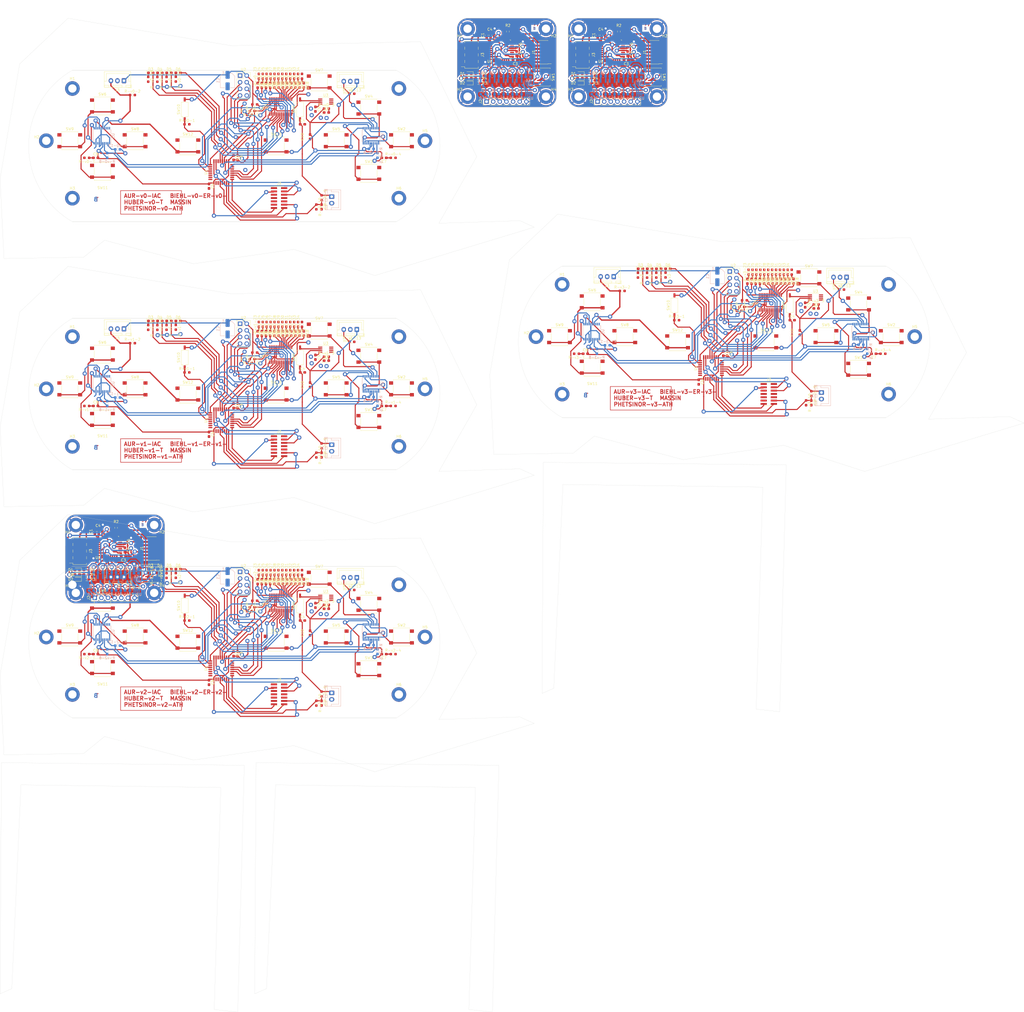
<source format=kicad_pcb>
(kicad_pcb (version 20221018) (generator pcbnew)
  (layers (0 "F.Cu" signal) (31 "B.Cu" signal) (34 "B.Paste" user) (35 "F.Paste" user) (36 "B.SilkS" user "B.Silkscreen") (37 "F.SilkS" user "F.Silkscreen") (38 "B.Mask" user) (39 "F.Mask" user) (44 "Edge.Cuts" user))
  (net 0 "")
  (net 1 "Glob_Alim-v0-")
  (net 2 "GND-v0-")
  (net 3 "POWER-v0-_CHECK-v0-")
  (net 4 "L-v0-i-ion-v0-")
  (net 5 "Net-(C7-Pad1)-v0-")
  (net 6 "Net-(C8-Pad1)-v0-")
  (net 7 "Net-(U3-BP)-v0-")
  (net 8 "Net-(D2-A)-v0-")
  (net 9 "Net-(D3-K)-v0-")
  (net 10 "Net-(D3-A)-v0-")
  (net 11 "Net-(D4-K)-v0-")
  (net 12 "Net-(D4-A)-v0-")
  (net 13 "Net-(D5-K)-v0-")
  (net 14 "Net-(D5-A)-v0-")
  (net 15 "Net-(D6-K)-v0-")
  (net 16 "Net-(D6-A)-v0-")
  (net 17 "Net-(D7-K)-v0-")
  (net 18 "Net-(D7-A)-v0-")
  (net 19 "Net-(D8-K)-v0-")
  (net 20 "Net-(D8-A)-v0-")
  (net 21 "Net-(D9-K)-v0-")
  (net 22 "Net-(D9-A)-v0-")
  (net 23 "Net-(D10-K)-v0-")
  (net 24 "Net-(D10-A)-v0-")
  (net 25 "Net-(D11-K)-v0-")
  (net 26 "Net-(D11-A)-v0-")
  (net 27 "Net-(D12-K)-v0-")
  (net 28 "Net-(D12-A)-v0-")
  (net 29 "Net-(D13-K)-v0-")
  (net 30 "Net-(D13-A)-v0-")
  (net 31 "Net-(D14-K)-v0-")
  (net 32 "Net-(D14-A)-v0-")
  (net 33 "Net-(D15-K)-v0-")
  (net 34 "Net-(D15-A)-v0-")
  (net 35 "Net-(D16-K)-v0-")
  (net 36 "Net-(D16-A)-v0-")
  (net 37 "Net-(D17-K)-v0-")
  (net 38 "Net-(D17-A)-v0-")
  (net 39 "Net-(D18-K)-v0-")
  (net 40 "Net-(D18-A)-v0-")
  (net 43 "SWDIO-v0-")
  (net 44 "SWDCK-v0-")
  (net 48 "R-v0-eset_Buton -v0-")
  (net 49 "USAR-v0-T2_R-v0-X-v0-")
  (net 50 "USAR-v0-T2_TX-v0-")
  (net 51 "R-v0-")
  (net 52 "L-v0-")
  (net 53 "NES{slash}SNES_switcher-v0-")
  (net 54 "DIO{slash}EX_CL-v0-K")
  (net 55 "DIO{slash}EX_SDA-v0-")
  (net 56 "DIODE_OE-v0-")
  (net 57 "Net-(#FL-v0-G05-pwr)")
  (net 58 "A_Button-v0-")
  (net 59 "B_Button-v0-")
  (net 60 "X_Button-v0-")
  (net 61 "Y_Button-v0-")
  (net 62 "UC_Button-v0-")
  (net 63 "Order_Search-v0-")
  (net 64 "L-v0-C_Button")
  (net 65 "R-v0-C_Button")
  (net 66 "DC_Button-v0-")
  (net 67 "ST_Button-v0-")
  (net 68 "SE_Button-v0-")
  (net 73 "Pin_Clock-v0-")
  (net 74 "Digital_Out_Put-v0-")
  (net 75 "MOSI-v0-")
  (net 79 "R-v0-X{slash}TX")
  (net 81 "CSN_nR-v0-F24")
  (net 99 "Glob_Alim-v1-")
  (net 100 "GND-v1-")
  (net 101 "POWER-v1-_CHECK-v1-")
  (net 102 "L-v1-i-ion-v1-")
  (net 103 "Net-(C7-Pad1)-v1-")
  (net 104 "Net-(C8-Pad1)-v1-")
  (net 105 "Net-(U3-BP)-v1-")
  (net 106 "Net-(D2-A)-v1-")
  (net 107 "Net-(D3-K)-v1-")
  (net 108 "Net-(D3-A)-v1-")
  (net 109 "Net-(D4-K)-v1-")
  (net 110 "Net-(D4-A)-v1-")
  (net 111 "Net-(D5-K)-v1-")
  (net 112 "Net-(D5-A)-v1-")
  (net 113 "Net-(D6-K)-v1-")
  (net 114 "Net-(D6-A)-v1-")
  (net 115 "Net-(D7-K)-v1-")
  (net 116 "Net-(D7-A)-v1-")
  (net 117 "Net-(D8-K)-v1-")
  (net 118 "Net-(D8-A)-v1-")
  (net 119 "Net-(D9-K)-v1-")
  (net 120 "Net-(D9-A)-v1-")
  (net 121 "Net-(D10-K)-v1-")
  (net 122 "Net-(D10-A)-v1-")
  (net 123 "Net-(D11-K)-v1-")
  (net 124 "Net-(D11-A)-v1-")
  (net 125 "Net-(D12-K)-v1-")
  (net 126 "Net-(D12-A)-v1-")
  (net 127 "Net-(D13-K)-v1-")
  (net 128 "Net-(D13-A)-v1-")
  (net 129 "Net-(D14-K)-v1-")
  (net 130 "Net-(D14-A)-v1-")
  (net 131 "Net-(D15-K)-v1-")
  (net 132 "Net-(D15-A)-v1-")
  (net 133 "Net-(D16-K)-v1-")
  (net 134 "Net-(D16-A)-v1-")
  (net 135 "Net-(D17-K)-v1-")
  (net 136 "Net-(D17-A)-v1-")
  (net 137 "Net-(D18-K)-v1-")
  (net 138 "Net-(D18-A)-v1-")
  (net 141 "SWDIO-v1-")
  (net 142 "SWDCK-v1-")
  (net 146 "R-v1-eset_Buton -v1-")
  (net 147 "USAR-v1-T2_R-v1-X-v1-")
  (net 148 "USAR-v1-T2_TX-v1-")
  (net 149 "R-v1-")
  (net 150 "L-v1-")
  (net 151 "NES{slash}SNES_switcher-v1-")
  (net 152 "DIO{slash}EX_CL-v1-K")
  (net 153 "DIO{slash}EX_SDA-v1-")
  (net 154 "DIODE_OE-v1-")
  (net 155 "Net-(#FL-v1-G05-pwr)")
  (net 156 "A_Button-v1-")
  (net 157 "B_Button-v1-")
  (net 158 "X_Button-v1-")
  (net 159 "Y_Button-v1-")
  (net 160 "UC_Button-v1-")
  (net 161 "Order_Search-v1-")
  (net 162 "L-v1-C_Button")
  (net 163 "R-v1-C_Button")
  (net 164 "DC_Button-v1-")
  (net 165 "ST_Button-v1-")
  (net 166 "SE_Button-v1-")
  (net 171 "Pin_Clock-v1-")
  (net 172 "Digital_Out_Put-v1-")
  (net 173 "MOSI-v1-")
  (net 177 "R-v1-X{slash}TX")
  (net 179 "CSN_nR-v1-F24")
  (net 197 "Glob_Alim-v2-")
  (net 198 "GND-v2-")
  (net 199 "POWER-v2-_CHECK-v2-")
  (net 200 "L-v2-i-ion-v2-")
  (net 201 "Net-(C7-Pad1)-v2-")
  (net 202 "Net-(C8-Pad1)-v2-")
  (net 203 "Net-(U3-BP)-v2-")
  (net 204 "Net-(D2-A)-v2-")
  (net 205 "Net-(D3-K)-v2-")
  (net 206 "Net-(D3-A)-v2-")
  (net 207 "Net-(D4-K)-v2-")
  (net 208 "Net-(D4-A)-v2-")
  (net 209 "Net-(D5-K)-v2-")
  (net 210 "Net-(D5-A)-v2-")
  (net 211 "Net-(D6-K)-v2-")
  (net 212 "Net-(D6-A)-v2-")
  (net 213 "Net-(D7-K)-v2-")
  (net 214 "Net-(D7-A)-v2-")
  (net 215 "Net-(D8-K)-v2-")
  (net 216 "Net-(D8-A)-v2-")
  (net 217 "Net-(D9-K)-v2-")
  (net 218 "Net-(D9-A)-v2-")
  (net 219 "Net-(D10-K)-v2-")
  (net 220 "Net-(D10-A)-v2-")
  (net 221 "Net-(D11-K)-v2-")
  (net 222 "Net-(D11-A)-v2-")
  (net 223 "Net-(D12-K)-v2-")
  (net 224 "Net-(D12-A)-v2-")
  (net 225 "Net-(D13-K)-v2-")
  (net 226 "Net-(D13-A)-v2-")
  (net 227 "Net-(D14-K)-v2-")
  (net 228 "Net-(D14-A)-v2-")
  (net 229 "Net-(D15-K)-v2-")
  (net 230 "Net-(D15-A)-v2-")
  (net 231 "Net-(D16-K)-v2-")
  (net 232 "Net-(D16-A)-v2-")
  (net 233 "Net-(D17-K)-v2-")
  (net 234 "Net-(D17-A)-v2-")
  (net 235 "Net-(D18-K)-v2-")
  (net 236 "Net-(D18-A)-v2-")
  (net 239 "SWDIO-v2-")
  (net 240 "SWDCK-v2-")
  (net 244 "R-v2-eset_Buton -v2-")
  (net 245 "USAR-v2-T2_R-v2-X-v2-")
  (net 246 "USAR-v2-T2_TX-v2-")
  (net 247 "R-v2-")
  (net 248 "L-v2-")
  (net 249 "NES{slash}SNES_switcher-v2-")
  (net 250 "DIO{slash}EX_CL-v2-K")
  (net 251 "DIO{slash}EX_SDA-v2-")
  (net 252 "DIODE_OE-v2-")
  (net 253 "Net-(#FL-v2-G05-pwr)")
  (net 254 "A_Button-v2-")
  (net 255 "B_Button-v2-")
  (net 256 "X_Button-v2-")
  (net 257 "Y_Button-v2-")
  (net 258 "UC_Button-v2-")
  (net 259 "Order_Search-v2-")
  (net 260 "L-v2-C_Button")
  (net 261 "R-v2-C_Button")
  (net 262 "DC_Button-v2-")
  (net 263 "ST_Button-v2-")
  (net 264 "SE_Button-v2-")
  (net 269 "Pin_Clock-v2-")
  (net 270 "Digital_Out_Put-v2-")
  (net 271 "MOSI-v2-")
  (net 275 "R-v2-X{slash}TX")
  (net 277 "CSN_nR-v2-F24")
  (net 295 "Glob_Alim-v3-")
  (net 296 "GND-v3-")
  (net 297 "POWER-v3-_CHECK-v3-")
  (net 298 "L-v3-i-ion-v3-")
  (net 299 "Net-(C7-Pad1)-v3-")
  (net 300 "Net-(C8-Pad1)-v3-")
  (net 301 "Net-(U3-BP)-v3-")
  (net 302 "Net-(D2-A)-v3-")
  (net 303 "Net-(D3-K)-v3-")
  (net 304 "Net-(D3-A)-v3-")
  (net 305 "Net-(D4-K)-v3-")
  (net 306 "Net-(D4-A)-v3-")
  (net 307 "Net-(D5-K)-v3-")
  (net 308 "Net-(D5-A)-v3-")
  (net 309 "Net-(D6-K)-v3-")
  (net 310 "Net-(D6-A)-v3-")
  (net 311 "Net-(D7-K)-v3-")
  (net 312 "Net-(D7-A)-v3-")
  (net 313 "Net-(D8-K)-v3-")
  (net 314 "Net-(D8-A)-v3-")
  (net 315 "Net-(D9-K)-v3-")
  (net 316 "Net-(D9-A)-v3-")
  (net 317 "Net-(D10-K)-v3-")
  (net 318 "Net-(D10-A)-v3-")
  (net 319 "Net-(D11-K)-v3-")
  (net 320 "Net-(D11-A)-v3-")
  (net 321 "Net-(D12-K)-v3-")
  (net 322 "Net-(D12-A)-v3-")
  (net 323 "Net-(D13-K)-v3-")
  (net 324 "Net-(D13-A)-v3-")
  (net 325 "Net-(D14-K)-v3-")
  (net 326 "Net-(D14-A)-v3-")
  (net 327 "Net-(D15-K)-v3-")
  (net 328 "Net-(D15-A)-v3-")
  (net 329 "Net-(D16-K)-v3-")
  (net 330 "Net-(D16-A)-v3-")
  (net 331 "Net-(D17-K)-v3-")
  (net 332 "Net-(D17-A)-v3-")
  (net 333 "Net-(D18-K)-v3-")
  (net 334 "Net-(D18-A)-v3-")
  (net 337 "SWDIO-v3-")
  (net 338 "SWDCK-v3-")
  (net 342 "R-v3-eset_Buton -v3-")
  (net 343 "USAR-v3-T2_R-v3-X-v3-")
  (net 344 "USAR-v3-T2_TX-v3-")
  (net 345 "R-v3-")
  (net 346 "L-v3-")
  (net 347 "NES{slash}SNES_switcher-v3-")
  (net 348 "DIO{slash}EX_CL-v3-K")
  (net 349 "DIO{slash}EX_SDA-v3-")
  (net 350 "DIODE_OE-v3-")
  (net 351 "Net-(#FL-v3-G05-pwr)")
  (net 352 "A_Button-v3-")
  (net 353 "B_Button-v3-")
  (net 354 "X_Button-v3-")
  (net 355 "Y_Button-v3-")
  (net 356 "UC_Button-v3-")
  (net 357 "Order_Search-v3-")
  (net 358 "L-v3-C_Button")
  (net 359 "R-v3-C_Button")
  (net 360 "DC_Button-v3-")
  (net 361 "ST_Button-v3-")
  (net 362 "SE_Button-v3-")
  (net 367 "Pin_Clock-v3-")
  (net 368 "Digital_Out_Put-v3-")
  (net 369 "MOSI-v3-")
  (net 373 "R-v3-X{slash}TX")
  (net 375 "CSN_nR-v3-F24")
  (net 393 "+5V-v7-")
  (net 394 "GND-v7-")
  (net 395 "+3.3V-v7-")
  (net 396 "Net-(D1-K)-v7-")
  (net 398 "Net-(D3-K)-v7-")
  (net 399 "Status_LED-v7-")
  (net 400 "Data_Clock_SNES-v7-")
  (net 401 "Data_Latch_SNES-v7-")
  (net 402 "Net-(D2-K)-v7-")
  (net 403 "Serial_Data1_SNES-v7-")
  (net 404 "Serial_Data2_SNES-v7-")
  (net 405 "SPI_Chip_Select-v7-")
  (net 406 "Chip_Enable-v7-")
  (net 407 "SPI_Digital_Input-v7-")
  (net 408 "SPI_Clock-v7-")
  (net 409 "SPI_Digital_Output-v7-")
  (net 410 "IOBit_SNES-v7-")
  (net 411 "Data_Clock_STM32-v7-")
  (net 412 "Data_Latch_STM32-v7-")
  (net 413 "Appairing_Btn-v7-")
  (net 414 "Net-(U2-BP)-v7-")
  (net 415 "SWDIO-v7-")
  (net 416 "SWDCK-v7-")
  (net 419 "NRST-v7-")
  (net 420 "USART2_RX-v7-")
  (net 421 "USART2_TX-v7-")
  (net 422 "Serial_Data1_STM32-v7-")
  (net 423 "IOBit_STM32-v7-")
  (net 424 "Serial_Data2_STM32-v7-")
  (net 438 "+5V-v8-")
  (net 439 "GND-v8-")
  (net 440 "+3.3V-v8-")
  (net 441 "Net-(D1-K)-v8-")
  (net 443 "Net-(D3-K)-v8-")
  (net 444 "Status_LED-v8-")
  (net 445 "Data_Clock_SNES-v8-")
  (net 446 "Data_Latch_SNES-v8-")
  (net 447 "Net-(D2-K)-v8-")
  (net 448 "Serial_Data1_SNES-v8-")
  (net 449 "Serial_Data2_SNES-v8-")
  (net 450 "SPI_Chip_Select-v8-")
  (net 451 "Chip_Enable-v8-")
  (net 452 "SPI_Digital_Input-v8-")
  (net 453 "SPI_Clock-v8-")
  (net 454 "SPI_Digital_Output-v8-")
  (net 455 "IOBit_SNES-v8-")
  (net 456 "Data_Clock_STM32-v8-")
  (net 457 "Data_Latch_STM32-v8-")
  (net 458 "Appairing_Btn-v8-")
  (net 459 "Net-(U2-BP)-v8-")
  (net 460 "SWDIO-v8-")
  (net 461 "SWDCK-v8-")
  (net 464 "NRST-v8-")
  (net 465 "USART2_RX-v8-")
  (net 466 "USART2_TX-v8-")
  (net 467 "Serial_Data1_STM32-v8-")
  (net 468 "IOBit_STM32-v8-")
  (net 469 "Serial_Data2_STM32-v8-")
  (net 483 "+5V-v9-")
  (net 484 "GND-v9-")
  (net 485 "+3.3V-v9-")
  (net 486 "Net-(D1-K)-v9-")
  (net 488 "Net-(D3-K)-v9-")
  (net 489 "Status_LED-v9-")
  (net 490 "Data_Clock_SNES-v9-")
  (net 491 "Data_Latch_SNES-v9-")
  (net 492 "Net-(D2-K)-v9-")
  (net 493 "Serial_Data1_SNES-v9-")
  (net 494 "Serial_Data2_SNES-v9-")
  (net 495 "SPI_Chip_Select-v9-")
  (net 496 "Chip_Enable-v9-")
  (net 497 "SPI_Digital_Input-v9-")
  (net 498 "SPI_Clock-v9-")
  (net 499 "SPI_Digital_Output-v9-")
  (net 500 "IOBit_SNES-v9-")
  (net 501 "Data_Clock_STM32-v9-")
  (net 502 "Data_Latch_STM32-v9-")
  (net 503 "Appairing_Btn-v9-")
  (net 504 "Net-(U2-BP)-v9-")
  (net 505 "SWDIO-v9-")
  (net 506 "SWDCK-v9-")
  (net 509 "NRST-v9-")
  (net 510 "USART2_RX-v9-")
  (net 511 "USART2_TX-v9-")
  (net 512 "Serial_Data1_STM32-v9-")
  (net 513 "IOBit_STM32-v9-")
  (net 514 "Serial_Data2_STM32-v9-")
  (footprint "R-v1-esistor_SMD:R-v1-_0603_1608Metric_Pad0.98x0.95mm_HandSolder" (layer "F.Cu") (at 57.963491 119.607725 -90)
    (fp_text reference "R-v1-18")
    (fp_text value "1K")
  )
  (footprint "R-v2-esistor_SMD:R-v2-_0603_1608Metric_Pad0.98x0.95mm_HandSolder" (layer "F.Cu") (at 64.988491 214.607725 -90)
    (fp_text reference "R-v2-21")
    (fp_text value "1K")
  )
  (footprint "MountingHole:MountingHole_3.2mm_M3_DIN965_Pad" (layer "F.Cu") (at 216.438491 145.132725)
    (fp_text reference "H3")
    (fp_text value "MountingHole_Pad")
  )
  (footprint "Capacitor_SMD:C_0603_1608Metric_Pad1.08x0.95mm_HandSolder" (layer "F.Cu") (at 90.638491 149.604725 -90)
    (fp_text reference "C3")
    (fp_text value "100n")
  )
  (footprint "Button_Switch_SMD:SW_SPST_B3S-1000" (layer "F.Cu") (at 227.938491 134.832725)
    (fp_text reference "SW11")
    (fp_text value "SW_Push")
  )
  (footprint "Capacitor_SMD:C_0603_1608Metric_Pad1.08x0.95mm_HandSolder" (layer "F.Cu") (at 81.240491 255.526725 -90)
    (fp_text reference "C5")
    (fp_text value "100n")
  )
  (footprint "Button_Switch_SMD:SW_SPST_B3S-1000" (layer "F.Cu") (at 142.438491 60.632725)
    (fp_text reference "SW3")
    (fp_text value "SW_Push")
  )
  (footprint "L-v3-ED_SMD:L-v3-ED_0603_1608Metric_Pad1.05x0.95mm_HandSolder" (layer "F.Cu") (at 288.962491 101.957725 -90)
    (fp_text reference "D8")
    (fp_text value "G6")
  )
  (footprint "R-v3-esistor_SMD:R-v3-_0603_1608Metric_Pad0.98x0.95mm_HandSolder" (layer "F.Cu") (at 252.488491 99.607725 -90)
    (fp_text reference "R-v3-21")
    (fp_text value "1K")
  )
  (footprint "Button_Switch_SMD:SW_SPST_B3S-1000" (layer "F.Cu") (at 52.938491 238.132725)
    (fp_text reference "SW8")
    (fp_text value "SW_Push")
  )
  (footprint "Button_Switch_SMD:SW_SPST_B3S-1000" (layer "F.Cu") (at 106.938491 50.132725)
    (fp_text reference "SW13")
    (fp_text value "SW_Push")
  )
  (footprint "R-v2-esistor_SMD:R-v2-_0603_1608Metric_Pad0.98x0.95mm_HandSolder" (layer "F.Cu") (at 104.838491 213.445225 90)
    (fp_text reference "R-v2-26")
    (fp_text value "1K")
  )
  (footprint "Button_Switch_SMD:SW_SPST_B3S-1000" (layer "F.Cu") (at 142.438491 155.632725)
    (fp_text reference "SW3")
    (fp_text value "SW_Push")
  )
  (footprint "R-v0-esistor_SMD:R-v0-_0603_1608Metric_Pad0.98x0.95mm_HandSolder" (layer "F.Cu") (at 107.838491 23.445225 90)
    (fp_text reference "R-v0-28")
    (fp_text value "1K")
  )
  (footprint "Connector_PinSocket_2.54mm:PinSocket_2x04_P2.54mm_Vertical_SMD" (layer "F.Cu") (at 181.75 15.25 180)
    (fp_text reference "J3")
    (fp_text value "Conn_01x08_Socket")
  )
  (footprint "Resistor_SMD:R_0603_1608Metric_Pad0.98x0.95mm_HandSolder" (layer "F.Cu") (at 195.67 6.32 90)
    (fp_text reference "R2")
    (fp_text value "10k")
  )
  (footprint "Capacitor_SMD:C_0603_1608Metric_Pad1.08x0.95mm_HandSolder" (layer "F.Cu") (at 148.250515 149.682725 180)
    (fp_text reference "C7")
    (fp_text value "100nF")
  )
  (footprint "MountingHole:MountingHole_3.2mm_M3_DIN965_Pad" (layer "F.Cu") (at 210.25 5.25)
    (fp_text reference "H2")
    (fp_text value "MountingHole_Pad")
  )
  (footprint "L-v3-ED_SMD:L-v3-ED_0603_1608Metric_Pad1.05x0.95mm_HandSolder" (layer "F.Cu") (at 287.363491 101.957725 -90)
    (fp_text reference "D7")
    (fp_text value "G5")
  )
  (footprint "R-v3-esistor_SMD:R-v3-_0603_1608Metric_Pad0.98x0.95mm_HandSolder" (layer "F.Cu") (at 323.438491 105.132725)
    (fp_text reference "R-v3-13")
    (fp_text value "1K")
  )
  (footprint "L-v1-ED_SMD:L-v1-ED_0603_1608Metric_Pad1.05x0.95mm_HandSolder" (layer "F.Cu") (at 104.663491 121.957725 -90)
    (fp_text reference "D10")
    (fp_text value "G8")
  )
  (footprint "Connector_JST:JST_XH_B3B-XH-A_1x03_P2.50mm_Vertical" (layer "F.Cu") (at 137.842491 215.394725 180)
    (fp_text reference "J4")
    (fp_text value "Conn_01x03")
  )
  (footprint "Capacitor_SMD:C_0603_1608Metric_Pad1.08x0.95mm_HandSolder" (layer "F.Cu") (at 309.488491 111.032725 -90)
    (fp_text reference "C9")
    (fp_text value "470p")
  )
  (footprint "R-v0-esistor_SMD:R-v0-_0603_1608Metric_Pad0.98x0.95mm_HandSolder" (layer "F.Cu") (at 51.938491 30.632725)
    (fp_text reference "R-v0-2")
    (fp_text value "1K")
  )
  (footprint "Button_Switch_SMD:SW_SPST_B3S-1000" (layer "F.Cu") (at 40.438491 34.832725)
    (fp_text reference "SW6")
    (fp_text value "SW_Push")
  )
  (footprint "Capacitor_SMD:C_0603_1608Metric_Pad1.08x0.95mm_HandSolder" (layer "F.Cu") (at 90.638491 244.604725 -90)
    (fp_text reference "C3")
    (fp_text value "100n")
  )
  (footprint "Button_Switch_SMD:SW_SPST_B3S-1000" (layer "F.Cu") (at 40.438491 59.832725)
    (fp_text reference "SW11")
    (fp_text value "SW_Push")
  )
  (footprint "L-v1-ED_SMD:L-v1-ED_0603_1608Metric_Pad1.05x0.95mm_HandSolder" (layer "F.Cu") (at 126.198491 132.332725)
    (fp_text reference "D2")
    (fp_text value "L-v1-ED_Small")
  )
  (footprint "Connector_PinHeader_1.27mm:PinHeader_2x07_P1.27mm_Vertical_SMD" (layer "F.Cu") (at 108.063491 165.072725)
    (fp_text reference "J2")
    (fp_text value "Conn_02x07_Odd_Even")
  )
  (footprint "Capacitor_SMD:C_0603_1608Metric_Pad1.08x0.95mm_HandSolder" (layer "F.Cu") (at 241.0025 17.19)
    (fp_text reference "C3")
    (fp_text value "100n")
  )
  (footprint "Resistor_SMD:R_0603_1608Metric_Pad0.98x0.95mm_HandSolder" (layer "F.Cu") (at 238.17 6.32 90)
    (fp_text reference "R2")
    (fp_text value "10k")
  )
  (footprint "MountingHole:MountingHole_3.2mm_M3_DIN965_Pad" (layer "F.Cu") (at 30.25 221.25)
    (fp_text reference "H3")
    (fp_text value "MountingHole_Pad")
  )
  (footprint "MountingHole:MountingHole_3.2mm_M3_DIN965_Pad" (layer "F.Cu") (at 210.25 31.25)
    (fp_text reference "H4")
    (fp_text value "MountingHole_Pad")
  )
  (footprint "R-v0-esistor_SMD:R-v0-_0603_1608Metric_Pad0.98x0.95mm_HandSolder" (layer "F.Cu") (at 64.988491 24.607725 -90)
    (fp_text reference "R-v0-21")
    (fp_text value "1K")
  )
  (footprint "Button_Switch_SMD:SW_SPST_B3S-1000" (layer "F.Cu") (at 154.938491 143.132725)
    (fp_text reference "SW2")
    (fp_text value "SW_Push")
  )
  (footprint "R-v1-esistor_SMD:R-v1-_0603_1608Metric_Pad0.98x0.95mm_HandSolder" (layer "F.Cu") (at 64.988491 119.607725 -90)
    (fp_text reference "R-v1-21")
    (fp_text value "1K")
  )
  (footprint "Connector_JST:JST_XH_B3B-XH-A_1x03_P2.50mm_Vertical" (layer "F.Cu") (at 236.188491 100.157725 180)
    (fp_text reference "J3")
    (fp_text value "Conn_01x03")
  )
  (footprint "Package_QFP:L-v3-QFP-32_7x7mm_P0.8mm" (layer "F.Cu") (at 273.438491 135.132725 90)
    (fp_text reference "U1")
    (fp_text value "STM32L-v3-412KBTx")
  )
  (footprint "R-v1-esistor_SMD:R-v1-_0603_1608Metric_Pad0.98x0.95mm_HandSolder" (layer "F.Cu") (at 116.838491 118.445225 90)
    (fp_text reference "R-v1-34")
    (fp_text value "1K")
  )
  (footprint "MountingHole:MountingHole_3.2mm_M3_DIN965_Pad" (layer "F.Cu") (at 18.938491 48.132725)
    (fp_text reference "H2")
    (fp_text value "MountingHole_Pad")
  )
  (footprint "Resistor_SMD:R_0603_1608Metric_Pad0.98x0.95mm_HandSolder" (layer "F.Cu") (at 34.26875 214.25)
    (fp_text reference "R4")
    (fp_text value "1k")
  )
  (footprint "L-v0-ED_SMD:L-v0-ED_0603_1608Metric_Pad1.05x0.95mm_HandSolder" (layer "F.Cu") (at 107.898491 26.945225 -90)
    (fp_text reference "D12")
    (fp_text value "O2")
  )
  (footprint "Button_Switch_SMD:SW_SPST_B3S-1000" (layer "F.Cu") (at 260.648491 125.132725)
    (fp_text reference "SW12")
    (fp_text value "SW_Push")
  )
  (footprint "R-v0-esistor_SMD:R-v0-_0603_1608Metric_Pad0.98x0.95mm_HandSolder" (layer "F.Cu") (at 112.338491 23.445225 90)
    (fp_text reference "R-v0-31")
    (fp_text value "1K")
  )
  (footprint "Connector_JST:JST_XH_B3B-XH-A_1x03_P2.50mm_Vertical" (layer "F.Cu") (at 48.688491 215.157725 180)
    (fp_text reference "J3")
    (fp_text value "Conn_01x03")
  )
  (footprint "L-v1-ED_SMD:L-v1-ED_0603_1608Metric_Pad1.05x0.95mm_HandSolder" (layer "F.Cu") (at 106.263491 121.957725 -90)
    (fp_text reference "D11")
    (fp_text value "O1")
  )
  (footprint "R-v3-esistor_SMD:R-v3-_0603_1608Metric_Pad0.98x0.95mm_HandSolder" (layer "F.Cu") (at 311.838491 144.932725 -90)
    (fp_text reference "R-v3-9")
    (fp_text value "1M")
  )
  (footprint "Capacitor_SMD:C_0603_1608Metric_Pad1.08x0.95mm_HandSolder" (layer "F.Cu") (at 199.01 14.8025 90)
    (fp_text reference "C2")
    (fp_text value "100n")
  )
  (footprint "L-v2-ED_SMD:L-v2-ED_0603_1608Metric_Pad1.05x0.95mm_HandSolder" (layer "F.Cu") (at 99.863491 216.957725 -90)
    (fp_text reference "D7")
    (fp_text value "G5")
  )
  (footprint "Capacitor_SMD:C_0603_1608Metric_Pad1.08x0.95mm_HandSolder" (layer "F.Cu") (at 48.5025 207.19)
    (fp_text reference "C3")
    (fp_text value "100n")
  )
  (footprint "Capacitor_SMD:C_0603_1608Metric_Pad1.08x0.95mm_HandSolder" (layer "F.Cu") (at 225.346467 129.682725)
    (fp_text reference "C8")
    (fp_text value "100nF")
  )
  (footprint "R-v1-esistor_SMD:R-v1-_0603_1608Metric_Pad0.98x0.95mm_HandSolder" (layer "F.Cu") (at 124.338491 164.932725 -90)
    (fp_text reference "R-v1-9")
    (fp_text value "1M")
  )
  (footprint "Button_Switch_SMD:SW_DIP_SPSTx01_Slide_Copal_CHS-01B_W7.62mm_P1.27mm" (layer "F.Cu") (at 259.438491 111.132725 90)
    (fp_text reference "SW10")
    (fp_text value "SW_DIP_x01")
  )
  (footprint "R-v3-esistor_SMD:R-v3-_0603_1608Metric_Pad0.98x0.95mm_HandSolder" (layer "F.Cu") (at 299.838491 98.445225 90)
    (fp_text reference "R-v3-31")
    (fp_text value "1K")
  )
  (footprint "Capacitor_SMD:C_0603_1608Metric_Pad1.08x0.95mm_HandSolder" (layer "F.Cu") (at 189.05 7.75 90)
    (fp_text reference "C4")
    (fp_text value "100n")
  )
  (footprint "L-v0-ED_SMD:L-v0-ED_0603_1608Metric_Pad1.05x0.95mm_HandSolder" (layer "F.Cu") (at 117.538491 26.932725 -90)
    (fp_text reference "D18")
    (fp_text value "R-v0-4")
  )
  (footprint "Button_Switch_SMD:SW_SPST_B3S-1000" (layer "F.Cu") (at 40.438491 129.832725)
    (fp_text reference "SW6")
    (fp_text value "SW_Push")
  )
  (footprint "R-v1-esistor_SMD:R-v1-_0603_1608Metric_Pad0.98x0.95mm_HandSolder" (layer "F.Cu") (at 72.788491 136.832725)
    (fp_text reference "R-v1-1")
    (fp_text value "1K")
  )
  (footprint "Button_Switch_SMD:SW_SPST_B3S-1000" (layer "F.Cu") (at 58.75 213.75 180)
    (fp_text reference "SW1")
    (fp_text value "SW_SPST")
  )
  (footprint "R-v1-esistor_SMD:R-v1-_0603_1608Metric_Pad0.98x0.95mm_HandSolder" (layer "F.Cu") (at 115.338491 118.445225 90)
    (fp_text reference "R-v1-33")
    (fp_text value "1K")
  )
  (footprint "R-v3-esistor_SMD:R-v3-_0603_1608Metric_Pad0.98x0.95mm_HandSolder" (layer "F.Cu") (at 293.838491 98.445225 90)
    (fp_text reference "R-v3-27")
    (fp_text value "1K")
  )
  (footprint "R-v2-esistor_SMD:R-v2-_0603_1608Metric_Pad0.98x0.95mm_HandSolder" (layer "F.Cu") (at 151.750515 244.682725)
    (fp_text reference "R-v2-4")
    (fp_text value "1k")
  )
  (footprint "Button_Switch_SMD:SW_SPST_B3S-1000" (layer "F.Cu") (at 106.938491 145.132725)
    (fp_text reference "SW13")
    (fp_text value "SW_Push")
  )
  (footprint "Button_Switch_SMD:SW_SPST_B3S-1000" (layer "F.Cu") (at 154.938491 48.132725)
    (fp_text reference "SW2")
    (fp_text value "SW_Push")
  )
  (footprint "MountingHole:MountingHole_3.2mm_M3_DIN965_Pad" (layer "F.Cu") (at 18.938491 238.132725)
    (fp_text reference "H2")
    (fp_text value "MountingHole_Pad")
  )
  (footprint "R-v2-esistor_SMD:R-v2-_0603_1608Metric_Pad0.98x0.95mm_HandSolder" (layer "F.Cu") (at 34.446467 244.682725 180)
    (fp_text reference "R-v2-7")
    (fp_text value "1k")
  )
  (footprint "Button_Switch_SMD:SW_SPST_B3S-1000" (layer "F.Cu") (at 240.438491 123.132725)
    (fp_text reference "SW8")
    (fp_text value "SW_Push")
  )
  (footprint "Button_Switch_SMD:SW_SPST_B3S-1000" (layer "F.Cu") (at 27.938491 143.132725)
    (fp_text reference "SW9")
    (fp_text value "SW_Push")
  )
  (footprint "Capacitor_SMD:C_0603_1608Metric_Pad1.08x0.95mm_HandSolder" (layer "F.Cu") (at 241.51 11.5 90)
    (fp_text reference "C5")
    (fp_text value "100n")
  )
  (footprint "L-v1-ED_SMD:L-v1-ED_0603_1608Metric_Pad1.05x0.95mm_HandSolder" (layer "F.Cu") (at 114.313491 121.932725 -90)
    (fp_text reference "D16")
    (fp_text value "R-v1-2")
  )
  (footprint "Capacitor_SMD:C_0603_1608Metric_Pad1.08x0.95mm_HandSolder" (layer "F.Cu") (at 119.933491 236.615225 -90)
    (fp_text reference "C10")
    (fp_text value "100nF")
  )
  (footprint "Capacitor_SMD:C_0603_1608Metric_Pad1.08x0.95mm_HandSolder" (layer "F.Cu") (at 49.01 204.8025 90)
    (fp_text reference "C2")
    (fp_text value "100n")
  )
  (footprint "MountingHole:MountingHole_3.2mm_M3_DIN965_Pad" (layer "F.Cu") (at 30.25 195.25)
    (fp_text reference "H1")
    (fp_text value "MountingHole_Pad")
  )
  (footprint "Connector_PinHeader_2.54mm:PinHeader_2x04_P2.54mm_Vertical" (layer "F.Cu") (at 93.138491 23.192725)
    (fp_text reference "U2")
    (fp_text value "nR-v0-F24_Full")
  )
  (footprint "R-v2-esistor_SMD:R-v2-_0603_1608Metric_Pad0.98x0.95mm_HandSolder" (layer "F.Cu") (at 61.463491 214.632725 -90)
    (fp_text reference "R-v2-20")
    (fp_text value "1K")
  )
  (footprint "R-v0-esistor_SMD:R-v0-_0603_1608Metric_Pad0.98x0.95mm_HandSolder" (layer "F.Cu") (at 109.338491 23.445225 90)
    (fp_text reference "R-v0-29")
    (fp_text value "1K")
  )
  (footprint "R-v2-esistor_SMD:R-v2-_0603_1608Metric_Pad0.98x0.95mm_HandSolder" (layer "F.Cu") (at 126.198491 225.808725)
    (fp_text reference "R-v2-3")
    (fp_text value "1K")
  )
  (footprint "R-v3-esistor_SMD:R-v3-_0603_1608Metric_Pad0.98x0.95mm_HandSolder" (layer "F.Cu") (at 248.963491 99.632725 -90)
    (fp_text reference "R-v3-20")
    (fp_text value "1K")
  )
  (footprint "R-v0-esistor_SMD:R-v0-_0603_1608Metric_Pad0.98x0.95mm_HandSolder" (layer "F.Cu") (at 103.308491 23.445225 90)
    (fp_text reference "R-v0-25")
    (fp_text value "1K")
  )
  (footprint "L-v0-ED_SMD:L-v0-ED_0603_1608Metric_Pad1.05x0.95mm_HandSolder" (layer "F.Cu") (at 106.263491 26.957725 -90)
    (fp_text reference "D11")
    (fp_text value "O1")
  )
  (footprint "R-v0-esistor_SMD:R-v0-_0603_1608Metric_Pad0.98x0.95mm_HandSolder" (layer "F.Cu") (at 72.788491 41.832725)
    (fp_text reference "R-v0-1")
    (fp_text value "1K")
  )
  (footprint "MountingHole:MountingHole_3.2mm_M3_DIN965_Pad" (layer "F.Cu") (at 28.938491 70.132725)
    (fp_text reference "H3")
    (fp_text value "MountingHole_Pad")
  )
  (footprint "R-v0-esistor_SMD:R-v0-_0603_1608Metric_Pad0.98x0.95mm_HandSolder" (layer "F.Cu") (at 135.938491 30.132725)
    (fp_text reference "R-v0-13")
    (fp_text value "1K")
  )
  (footprint "R-v0-esistor_SMD:R-v0-_0603_1608Metric_Pad0.98x0.95mm_HandSolder" (layer "F.Cu") (at 126.198491 35.808725)
    (fp_text reference "R-v0-3")
    (fp_text value "1K")
  )
  (footprint "Button_Switch_SMD:SW_SPST_B3S-1000" (layer "F.Cu") (at 40.438491 154.832725)
    (fp_text reference "SW11")
    (fp_text value "SW_Push")
  )
  (footprint "R-v1-esistor_SMD:R-v1-_0603_1608Metric_Pad0.98x0.95mm_HandSolder" (layer "F.Cu") (at 101.838491 118.445225 90)
    (fp_text reference "R-v1-24")
    (fp_text value "1K")
  )
  (footprint "L-v3-ED_SMD:L-v3-ED_0603_1608Metric_Pad1.05x0.95mm_HandSolder" (layer "F.Cu") (at 313.698491 112.332725)
    (fp_text reference "D2")
    (fp_text value "L-v3-ED_Small")
  )
  (footprint "Connector_PinHeader_2.54mm:PinHeader_2x04_P2.54mm_Vertical" (layer "F.Cu") (at 93.138491 213.192725)
    (fp_text reference "U2")
    (fp_text value "nR-v2-F24_Full")
  )
  (footprint "Connector_PinHeader_2.54mm:PinHeader_2x04_P2.54mm_Vertical" (layer "F.Cu") (at 93.138491 118.192725)
    (fp_text reference "U2")
    (fp_text value "nR-v1-F24_Full")
  )
  (footprint "Capacitor_SMD:C_0603_1608Metric_Pad1.08x0.95mm_HandSolder" (layer "F.Cu") (at 187.55 7.75 90)
    (fp_text reference "C1")
    (fp_text value "10u")
  )
  (footprint "Button_Switch_SMD:SW_SPST_B3S-1000" (layer "F.Cu") (at 123.438491 215.632725)
    (fp_text reference "SW7")
    (fp_text value "SW_SPST")
  )
  (footprint "R-v1-esistor_SMD:R-v1-_0603_1608Metric_Pad0.98x0.95mm_HandSolder" (layer "F.Cu") (at 110.838491 118.445225 90)
    (fp_text reference "R-v1-30")
    (fp_text value "1K")
  )
  (footprint "Resistor_SMD:R_0603_1608Metric_Pad0.98x0.95mm_HandSolder" (layer "F.Cu") (at 34.26875 212.45)
    (fp_text reference "R1")
    (fp_text value "1k")
  )
  (footprint "Package_QFP:LQFP-32_7x7mm_P0.8mm" (layer "F.Cu") (at 235.6 13.15 180)
    (fp_text reference "U1")
    (fp_text value "STM32L412KBTx")
  )
  (footprint "L-v2-ED_SMD:L-v2-ED_0603_1608Metric_Pad1.05x0.95mm_HandSolder" (layer "F.Cu") (at 103.063491 216.957725 -90)
    (fp_text reference "D9")
    (fp_text value "G7")
  )
  (footprint "L-v1-ED_SMD:L-v1-ED_0603_1608Metric_Pad1.05x0.95mm_HandSolder" (layer "F.Cu") (at 99.863491 121.957725 -90)
    (fp_text reference "D7")
    (fp_text value "G5")
  )
  (footprint "R-v3-esistor_SMD:R-v3-_0603_1608Metric_Pad0.98x0.95mm_HandSolder" (layer "F.Cu") (at 290.808491 98.445225 90)
    (fp_text reference "R-v3-25")
    (fp_text value "1K")
  )
  (footprint "MountingHole:MountingHole_3.2mm_M3_DIN965_Pad" (layer "F.Cu") (at 252.75 5.25)
    (fp_text reference "H2")
    (fp_text value "MountingHole_Pad")
  )
  (footprint "Capacitor_SMD:C_0603_1608Metric_Pad1.08x0.95mm_HandSolder" (layer "F.Cu") (at 117.033491 231.832725)
    (fp_text reference "C4")
    (fp_text value "1u")
  )
  (footprint "Capacitor_SMD:C_0603_1608Metric_Pad1.08x0.95mm_HandSolder" (layer "F.Cu") (at 121.988491 226.032725 -90)
    (fp_text reference "C9")
    (fp_text value "470p")
  )
  (footprint "R-v0-esistor_SMD:R-v0-_0603_1608Metric_Pad0.98x0.95mm_HandSolder" (layer "F.Cu") (at 115.338491 23.445225 90)
    (fp_text reference "R-v0-33")
    (fp_text value "1K")
  )
  (footprint "L-v2-ED_SMD:L-v2-ED_0603_1608Metric_Pad1.05x0.95mm_HandSolder" (layer "F.Cu") (at 101.462491 216.957725 -90)
    (fp_text reference "D8")
    (fp_text value "G6")
  )
  (footprint "L-v0-ED_SMD:L-v0-ED_0603_1608Metric_Pad1.05x0.95mm_HandSolder" (layer "F.Cu") (at 101.462491 26.957725 -90)
    (fp_text reference "D8")
    (fp_text value "G6")
  )
  (footprint "R-v0-esistor_SMD:R-v0-_0603_1608Metric_Pad0.98x0.95mm_HandSolder" (layer "F.Cu") (at 110.838491 23.445225 90)
    (fp_text reference "R-v0-30")
    (fp_text value "1K")
  )
  (footprint "L-v2-ED_SMD:L-v2-ED_0603_1608Metric_Pad1.05x0.95mm_HandSolder" (layer "F.Cu") (at 114.313491 216.932725 -90)
    (fp_text reference "D16")
    (fp_text value "R-v2-2")
  )
  (footprint "L-v0-ED_SMD:L-v0-ED_0603_1608Metric_Pad1.05x0.95mm_HandSolder" (layer "F.Cu") (at 114.313491 26.932725 -90)
    (fp_text reference "D16")
    (fp_text value "R-v0-2")
  )
  (footprint "Diode_SMD:D_0603_1608Metric_Pad1.05x0.95mm_HandSolder" (layer "F.Cu") (at 30.76875 216.05 180)
    (fp_text reference "D2")
    (fp_text value "LED_Small")
  )
  (footprint "Capacitor_SMD:C_0603_1608Metric_Pad1.08x0.95mm_HandSolder" (layer "F.Cu") (at 268.740491 140.526725 -90)
    (fp_text reference "C5")
    (fp_text value "100n")
  )
  (footprint "Button_Switch_SMD:SW_SPST_B3S-1000" (layer "F.Cu") (at 310.938491 100.632725)
    (fp_text reference "SW7")
    (fp_text value "SW_SPST")
  )
  (footprint "MountingHole:MountingHole_3.2mm_M3_DIN965_Pad" (layer "F.Cu") (at 341.438491 145.132725)
    (fp_text reference "H6")
    (fp_text value "MountingHole_Pad")
  )
  (footprint "Capacitor_SMD:C_0603_1608Metric_Pad1.08x0.95mm_HandSolder" (layer "F.Cu") (at 119.933491 46.615225 -90)
    (fp_text reference "C10")
    (fp_text value "100nF")
  )
  (footprint "MountingHole:MountingHole_3.2mm_M3_DIN965_Pad" (layer "F.Cu") (at 163.938491 143.132725)
    (fp_text reference "H5")
    (fp_text value "MountingHole_Pad")
  )
  (footprint "R-v0-esistor_SMD:R-v0-_0603_1608Metric_Pad0.98x0.95mm_HandSolder" (layer "F.Cu") (at 106.338491 23.445225 90)
    (fp_text reference "R-v0-27")
    (fp_text value "1K")
  )
  (footprint "R-v0-esistor_SMD:R-v0-_0603_1608Metric_Pad0.98x0.95mm_HandSolder" (layer "F.Cu") (at 113.838491 23.445225 90)
    (fp_text reference "R-v0-32")
    (fp_text value "1K")
  )
  (footprint "MountingHole:MountingHole_3.2mm_M3_DIN965_Pad" (layer "F.Cu") (at 252.75 31.25)
    (fp_text reference "H4")
    (fp_text value "MountingHole_Pad")
  )
  (footprint "R-v3-esistor_SMD:R-v3-_0603_1608Metric_Pad0.98x0.95mm_HandSolder" (layer "F.Cu") (at 298.338491 98.445225 90)
    (fp_text reference "R-v3-30")
    (fp_text value "1K")
  )
  (footprint "Button_Switch_SMD:SW_SPST_B3S-1000" (layer "F.Cu") (at 106.938491 240.132725)
    (fp_text reference "SW13")
    (fp_text value "SW_Push")
  )
  (footprint "MountingHole:MountingHole_3.2mm_M3_DIN965_Pad" (layer "F.Cu") (at 153.938491 28.132725)
    (fp_text reference "H4")
    (fp_text value "MountingHole_Pad")
  )
  (footprint "R-v3-esistor_SMD:R-v3-_0603_1608Metric_Pad0.98x0.95mm_HandSolder" (layer "F.Cu") (at 339.250515 129.682725)
    (fp_text reference "R-v3-4")
    (fp_text value "1k")
  )
  (footprint "Connector_PinSocket_2.54mm:PinSocket_2x04_P2.54mm_Vertical_SMD" (layer "F.Cu") (at 224.25 15.25 180)
    (fp_text reference "J3")
    (fp_text value "Conn_01x08_Socket")
  )
  (footprint "Button_Switch_SMD:SW_SPST_B3S-1000" (layer "F.Cu") (at 294.438491 125.132725)
    (fp_text reference "SW13")
    (fp_text value "SW_Push")
  )
  (footprint "L-v2-ED_SMD:L-v2-ED_0603_1608Metric_Pad1.05x0.95mm_HandSolder" (layer "F.Cu") (at 109.513491 216.932725 -90)
    (fp_text reference "D13")
    (fp_text value "O3")
  )
  (footprint "R-v1-esistor_SMD:R-v1-_0603_1608Metric_Pad0.98x0.95mm_HandSolder" (layer "F.Cu") (at 61.463491 119.632725 -90)
    (fp_text reference "R-v1-20")
    (fp_text value "1K")
  )
  (footprint "Package_SO:MSOP-8_3x3mm_P0.65mm" (layer "F.Cu") (at 125.938491 33.132725)
    (fp_text reference "U3")
    (fp_text value "MIC5219-3.3YMM")
  )
  (footprint "R-v3-esistor_SMD:R-v3-_0603_1608Metric_Pad0.98x0.95mm_HandSolder" (layer "F.Cu") (at 287.838491 98.445225 90)
    (fp_text reference "R-v3-23")
    (fp_text value "1K")
  )
  (footprint "L-v1-ED_SMD:L-v1-ED_0603_1608Metric_Pad1.05x0.95mm_HandSolder" (layer "F.Cu") (at 112.713491 121.932725 -90)
    (fp_text reference "D15")
    (fp_text value "R-v1-1")
  )
  (footprint "R-v1-esistor_SMD:R-v1-_0603_1608Metric_Pad0.98x0.95mm_HandSolder" (layer "F.Cu") (at 100.338491 118.445225 90)
    (fp_text reference "R-v1-23")
    (fp_text value "1K")
  )
  (footprint "Button_Switch_SMD:SW_SPST_B3S-1000" (layer "F.Cu") (at 129.938491 48.132725)
    (fp_text reference "SW5")
    (fp_text value "SW_Push")
  )
  (footprint "R-v1-esistor_SMD:R-v1-_0603_1608Metric_Pad0.98x0.95mm_HandSolder" (layer "F.Cu") (at 97.748491 131.732725 180)
    (fp_text reference "R-v1-11")
    (fp_text value "10K")
  )
  (footprint "MountingHole:MountingHole_3.2mm_M3_DIN965_Pad" (layer "F.Cu") (at 163.938491 48.132725)
    (fp_text reference "H5")
    (fp_text value "MountingHole_Pad")
  )
  (footprint "Button_Switch_SMD:SW_SPST_B3S-1000" (layer "F.Cu") (at 142.438491 225.632725)
    (fp_text reference "SW4")
    (fp_text value "SW_Push")
  )
  (footprint "L-v3-ED_SMD:L-v3-ED_0603_1608Metric_Pad1.05x0.95mm_HandSolder" (layer "F.Cu") (at 253.438491 97.132725)
    (fp_text reference "D5")
    (fp_text value "G3")
  )
  (footprint "Package_SO:TSSOP-28_4.4x9.7mm_P0.65mm" (layer "F.Cu") (at 108.672491 225.046725 90)
    (fp_text reference "U4")
    (fp_text value "PCA9685PW")
  )
  (footprint "L-v2-ED_SMD:L-v2-ED_0603_1608Metric_Pad1.05x0.95mm_HandSolder" (layer "F.Cu") (at 107.898491 216.945225 -90)
    (fp_text reference "D12")
    (fp_text value "O2")
  )
  (footprint "Button_Switch_SMD:SW_SPST_B3S-1000" (layer "F.Cu") (at 227.938491 109.832725)
    (fp_text reference "SW6")
    (fp_text value "SW_Push")
  )
  (footprint "L-v2-ED_SMD:L-v2-ED_0603_1608Metric_Pad1.05x0.95mm_HandSolder" (layer "F.Cu") (at 126.198491 227.332725)
    (fp_text reference "D2")
    (fp_text value "L-v2-ED_Small")
  )
  (footprint "R-v2-esistor_SMD:R-v2-_0603_1608Metric_Pad0.98x0.95mm_HandSolder" (layer "F.Cu") (at 122.338491 263.470225 -90)
    (fp_text reference "R-v2-10")
    (fp_text value "1M")
  )
  (footprint "L-v1-ED_SMD:L-v1-ED_0603_1608Metric_Pad1.05x0.95mm_HandSolder" (layer "F.Cu") (at 109.513491 121.932725 -90)
    (fp_text reference "D13")
    (fp_text value "O3")
  )
  (footprint "R-v1-esistor_SMD:R-v1-_0603_1608Metric_Pad0.98x0.95mm_HandSolder" (layer "F.Cu") (at 104.838491 118.445225 90)
    (fp_text reference "R-v1-26")
    (fp_text value "1K")
  )
  (footprint "MountingHole:MountingHole_3.2mm_M3_DIN965_Pad" (layer "F.Cu") (at 180.25 31.25)
    (fp_text reference "H3")
    (fp_text value "MountingHole_Pad")
  )
  (footprint "Button_Switch_SMD:SW_SPST_B3S-1000" (layer "F.Cu") (at 52.938491 48.132725)
    (fp_text reference "SW8")
    (fp_text value "SW_Push")
  )
  (footprint "L-v0-ED_SMD:L-v0-ED_0603_1608Metric_Pad1.05x0.95mm_HandSolder" (layer "F.Cu") (at 62.438491 22.132725)
    (fp_text reference "D4")
    (fp_text value "G2")
  )
  (footprint "L-v3-ED_SMD:L-v3-ED_0603_1608Metric_Pad1.05x0.95mm_HandSolder" (layer "F.Cu") (at 292.163491 101.957725 -90)
    (fp_text reference "D10")
    (fp_text value "G8")
  )
  (footprint "MountingHole:MountingHole_3.2mm_M3_DIN965_Pad" (layer "F.Cu") (at 60.25 195.25)
    (fp_text reference "H2")
    (fp_text value "MountingHole_Pad")
  )
  (footprint "Package_SO:TSSOP-28_4.4x9.7mm_P0.65mm" (layer "F.Cu") (at 108.672491 35.046725 90)
    (fp_text reference "U4")
    (fp_text value "PCA9685PW")
  )
  (footprint "Capacitor_SMD:C_0603_1608Metric_Pad1.08x0.95mm_HandSolder" (layer "F.Cu") (at 279.662491 129.604725 -90)
    (fp_text reference "C6")
    (fp_text value "10u")
  )
  (footprint "R-v1-esistor_SMD:R-v1-_0603_1608Metric_Pad0.98x0.95mm_HandSolder" (layer "F.Cu") (at 112.338491 118.445225 90)
    (fp_text reference "R-v1-31")
    (fp_text value "1K")
  )
  (footprint "Capacitor_SMD:C_0603_1608Metric_Pad1.08x0.95mm_HandSolder" (layer "F.Cu") (at 121.988491 36.032725 -90)
    (fp_text reference "C9")
    (fp_text value "470p")
  )
  (footprint "L-v3-ED_SMD:L-v3-ED_0603_1608Metric_Pad1.05x0.95mm_HandSolder" (layer "F.Cu") (at 293.763491 101.957725 -90)
    (fp_text reference "D11")
    (fp_text value "O1")
  )
  (footprint "Button_Switch_SMD:SW_DIP_SPSTx01_Slide_Copal_CHS-01B_W7.62mm_P1.27mm" (layer "F.Cu") (at 71.938491 131.132725 90)
    (fp_text reference "SW10")
    (fp_text value "SW_DIP_x01")
  )
  (footprint "Package_QFP:L-v1-QFP-32_7x7mm_P0.8mm" (layer "F.Cu") (at 85.938491 155.132725 90)
    (fp_text reference "U1")
    (fp_text value "STM32L-v1-412KBTx")
  )
  (footprint "L-v0-ED_SMD:L-v0-ED_0603_1608Metric_Pad1.05x0.95mm_HandSolder" (layer "F.Cu") (at 104.663491 26.957725 -90)
    (fp_text reference "D10")
    (fp_text value "G8")
  )
  (footprint "R-v3-esistor_SMD:R-v3-_0603_1608Metric_Pad0.98x0.95mm_HandSolder" (layer "F.Cu") (at 296.838491 98.445225 90)
    (fp_text reference "R-v3-29")
    (fp_text value "1K")
  )
  (footprint "L-v3-ED_SMD:L-v3-ED_0603_1608Metric_Pad1.05x0.95mm_HandSolder" (layer "F.Cu") (at 256.938491 97.132725)
    (fp_text reference "D6")
    (fp_text value "G4")
  )
  (footprint "MountingHole:MountingHole_3.2mm_M3_DIN965_Pad" (layer "F.Cu") (at 351.438491 123.132725)
    (fp_text reference "H5")
    (fp_text value "MountingHole_Pad")
  )
  (footprint "Connector_PinHeader_2.54mm:PinHeader_1x07_P2.54mm_Vertical" (layer "F.Cu") (at 187.5 33.15 90)
    (fp_text reference "J2")
    (fp_text value "Conn_01x07_Socket")
  )
  (footprint "R-v2-esistor_SMD:R-v2-_0603_1608Metric_Pad0.98x0.95mm_HandSolder" (layer "F.Cu") (at 98.748491 224.232725 180)
    (fp_text reference "R-v2-16")
    (fp_text value "10K")
  )
  (footprint "R-v2-esistor_SMD:R-v2-_0603_1608Metric_Pad0.98x0.95mm_HandSolder" (layer "F.Cu") (at 103.308491 213.445225 90)
    (fp_text reference "R-v2-25")
    (fp_text value "1K")
  )
  (footprint "Capacitor_SMD:C_0603_1608Metric_Pad1.08x0.95mm_HandSolder" (layer "F.Cu") (at 307.433491 121.615225 -90)
    (fp_text reference "C10")
    (fp_text value "100nF")
  )
  (footprint "R-v3-esistor_SMD:R-v3-_0603_1608Metric_Pad0.98x0.95mm_HandSolder" (layer "F.Cu") (at 286.248491 109.232725 180)
    (fp_text reference "R-v3-16")
    (fp_text value "10K")
  )
  (footprint "R-v0-esistor_SMD:R-v0-_0603_1608Metric_Pad0.98x0.95mm_HandSolder" (layer "F.Cu") (at 101.838491 23.445225 90)
    (fp_text reference "R-v0-24")
    (fp_text value "1K")
  )
  (footprint "R-v2-esistor_SMD:R-v2-_0603_1608Metric_Pad0.98x0.95mm_HandSolder" (layer "F.Cu") (at 116.838491 213.445225 90)
    (fp_text reference "R-v2-34")
    (fp_text value "1K")
  )
  (footprint "Diode_SMD:D_0603_1608Metric_Pad1.05x0.95mm_HandSolder" (layer "F.Cu") (at 223.26875 26.05 180)
    (fp_text reference "D2")
    (fp_text value "LED_Small")
  )
  (footprint "Resistor_SMD:R_0603_1608Metric_Pad0.98x0.95mm_HandSolder" (layer "F.Cu") (at 45.67 196.32 90)
    (fp_text reference "R2")
    (fp_text value "10k")
  )
  (footprint "L-v2-ED_SMD:L-v2-ED_0603_1608Metric_Pad1.05x0.95mm_HandSolder" (layer "F.Cu") (at 111.113491 216.932725 -90)
    (fp_text reference "D14")
    (fp_text value "O4")
  )
  (footprint "L-v1-ED_SMD:L-v1-ED_0603_1608Metric_Pad1.05x0.95mm_HandSolder" (layer "F.Cu") (at 107.898491 121.945225 -90)
    (fp_text reference "D12")
    (fp_text value "O2")
  )
  (footprint "L-v1-ED_SMD:L-v1-ED_0603_1608Metric_Pad1.05x0.95mm_HandSolder" (layer "F.Cu") (at 115.913491 121.932725 -90)
    (fp_text reference "D17")
    (fp_text value "R-v1-3")
  )
  (footprint "Button_Switch_SMD:SW_SPST_B3S-1000" (layer "F.Cu") (at 73.148491 145.132725)
    (fp_text reference "SW12")
    (fp_text value "SW_Push")
  )
  (footprint "Package_QFP:LQFP-32_7x7mm_P0.8mm" (layer "F.Cu") (at 193.1 13.15 180)
    (fp_text reference "U1")
    (fp_text value "STM32L412KBTx")
  )
  (footprint "L-v2-ED_SMD:L-v2-ED_0603_1608Metric_Pad1.05x0.95mm_HandSolder" (layer "F.Cu") (at 115.913491 216.932725 -90)
    (fp_text reference "D17")
    (fp_text value "R-v2-3")
  )
  (footprint "Diode_SMD:D_0603_1608Metric_Pad1.05x0.95mm_HandSolder" (layer "F.Cu") (at 30.76875 214.25 180)
    (fp_text reference "D3")
    (fp_text value "LED")
  )
  (footprint "Capacitor_SMD:C_0603_1608Metric_Pad1.08x0.95mm_HandSolder" (layer "F.Cu") (at 278.138491 129.604725 -90)
    (fp_text reference "C3")
    (fp_text value "100n")
  )
  (footprint "Diode_SMD:D_0603_1608Metric_Pad1.05x0.95mm_HandSolder" (layer "F.Cu") (at 180.76875 24.25 180)
    (fp_text reference "D3")
    (fp_text value "LED")
  )
  (footprint "Button_Switch_SMD:SW_SPST_B3S-1000" (layer "F.Cu") (at 317.438491 123.132725)
    (fp_text reference "SW5")
    (fp_text value "SW_Push")
  )
  (footprint "L-v1-ED_SMD:L-v1-ED_0603_1608Metric_Pad1.05x0.95mm_HandSolder" (layer "F.Cu") (at 117.538491 121.932725 -90)
    (fp_text reference "D18")
    (fp_text value "R-v1-4")
  )
  (footprint "Package_SO:TSSOP-28_4.4x9.7mm_P0.65mm" (layer "F.Cu") (at 108.672491 130.046725 90)
    (fp_text reference "U4")
    (fp_text value "PCA9685PW")
  )
  (footprint "Resistor_SMD:R_0603_1608Metric_Pad0.98x0.95mm_HandSolder" (layer "F.Cu") (at 226.76875 24.25)
    (fp_text reference "R4")
    (fp_text value "1k")
  )
  (footprint "Diode_SMD:D_0603_1608Metric_Pad1.05x0.95mm_HandSolder" (layer "F.Cu") (at 30.76875 212.45 180)
    (fp_text reference "D1")
    (fp_text value "LED_Small")
  )
  (footprint "L-v2-ED_SMD:L-v2-ED_0603_1608Metric_Pad1.05x0.95mm_HandSolder" (layer "F.Cu") (at 112.713491 216.932725 -90)
    (fp_text reference "D15")
    (fp_text value "R-v2-1")
  )
  (footprint "L-v2-ED_SMD:L-v2-ED_0603_1608Metric_Pad1.05x0.95mm_HandSolder" (layer "F.Cu") (at 65.938491 212.132725)
    (fp_text reference "D5")
    (fp_text value "G3")
  )
  (footprint "R-v2-esistor_SMD:R-v2-_0603_1608Metric_Pad0.98x0.95mm_HandSolder" (layer "F.Cu") (at 112.338491 213.445225 90)
    (fp_text reference "R-v2-31")
    (fp_text value "1K")
  )
  (footprint "Capacitor_SMD:C_0603_1608Metric_Pad1.08x0.95mm_HandSolder" (layer "F.Cu") (at 231.55 7.75 90)
    (fp_text reference "C4")
    (fp_text value "100n")
  )
  (footprint "R-v1-esistor_SMD:R-v1-_0603_1608Metric_Pad0.98x0.95mm_HandSolder" (layer "F.Cu") (at 107.838491 118.445225 90)
    (fp_text reference "R-v1-28")
    (fp_text value "1K")
  )
  (footprint "Package_SO:TSSOP-28_4.4x9.7mm_P0.65mm" (layer "F.Cu") (at 296.172491 110.046725 90)
    (fp_text reference "U4")
    (fp_text value "PCA9685PW")
  )
  (footprint "Capacitor_SMD:C_0603_1608Metric_Pad1.08x0.95mm_HandSolder" (layer "F.Cu") (at 117.033491 136.832725)
    (fp_text reference "C4")
    (fp_text value "1u")
  )
  (footprint "Capacitor_SMD:C_0603_1608Metric_Pad1.08x0.95mm_HandSolder" (layer "F.Cu") (at 199.01 11.5 90)
    (fp_text reference "C5")
    (fp_text value "100n")
  )
  (footprint "L-v0-ED_SMD:L-v0-ED_0603_1608Metric_Pad1.05x0.95mm_HandSolder" (layer "F.Cu") (at 115.913491 26.932725 -90)
    (fp_text reference "D17")
    (fp_text value "R-v0-3")
  )
  (footprint "L-v2-ED_SMD:L-v2-ED_0603_1608Metric_Pad1.05x0.95mm_HandSolder" (layer "F.Cu") (at 117.538491 216.932725 -90)
    (fp_text reference "D18")
    (fp_text value "R-v2-4")
  )
  (footprint "R-v1-esistor_SMD:R-v1-_0603_1608Metric_Pad0.98x0.95mm_HandSolder" (layer "F.Cu") (at 126.198491 130.808725)
    (fp_text reference "R-v1-3")
    (fp_text value "1K")
  )
  (footprint "Button_Switch_SMD:SW_SPST_B3S-1000" (layer "F.Cu") (at 73.148491 240.132725)
    (fp_text reference "SW12")
    (fp_text value "SW_Push")
  )
  (footprint "R-v3-esistor_SMD:R-v3-_0603_1608Metric_Pad0.98x0.95mm_HandSolder" (layer "F.Cu") (at 313.698491 110.808725)
    (fp_text reference "R-v3-3")
    (fp_text value "1K")
  )
  (footprint "MountingHole:MountingHole_3.2mm_M3_DIN965_Pad" (layer "F.Cu") (at 222.75 5.25)
    (fp_text reference "H1")
    (fp_text value "MountingHole_Pad")
  )
  (footprint "Capacitor_SMD:C_0603_1608Metric_Pad1.08x0.95mm_HandSolder" (layer "F.Cu") (at 37.846467 244.682725)
    (fp_text reference "C8")
    (fp_text value "100nF")
  )
  (footprint "R-v2-esistor_SMD:R-v2-_0603_1608Metric_Pad0.98x0.95mm_HandSolder" (layer "F.Cu") (at 100.338491 213.445225 90)
    (fp_text reference "R-v2-23")
    (fp_text value "1K")
  )
  (footprint "Connector_PinHeader_1.27mm:PinHeader_2x07_P1.27mm_Vertical_SMD" (layer "F.Cu") (at 295.563491 145.072725)
    (fp_text reference "J2")
    (fp_text value "Conn_02x07_Odd_Even")
  )
  (footprint "R-v2-esistor_SMD:R-v2-_0603_1608Metric_Pad0.98x0.95mm_HandSolder" (layer "F.Cu") (at 113.838491 213.445225 90)
    (fp_text reference "R-v2-32")
    (fp_text value "1K")
  )
  (footprint "Package_QFP:L-v2-QFP-32_7x7mm_P0.8mm" (layer "F.Cu") (at 85.938491 250.132725 90)
    (fp_text reference "U1")
    (fp_text value "STM32L-v2-412KBTx")
  )
  (footprint "L-v3-ED_SMD:L-v3-ED_0603_1608Metric_Pad1.05x0.95mm_HandSolder" (layer "F.Cu") (at 297.013491 101.932725 -90)
    (fp_text reference "D13")
    (fp_text value "O3")
  )
  (footprint "Resistor_SMD:R_0603_1608Metric_Pad0.98x0.95mm_HandSolder" (layer "F.Cu") (at 34.26875 216.05)
    (fp_text reference "R3")
    (fp_text value "1k")
  )
  (footprint "L-v1-ED_SMD:L-v1-ED_0603_1608Metric_Pad1.05x0.95mm_HandSolder" (layer "F.Cu") (at 103.063491 121.957725 -90)
    (fp_text reference "D9")
    (fp_text value "G7")
  )
  (footprint "R-v2-esistor_SMD:R-v2-_0603_1608Metric_Pad0.98x0.95mm_HandSolder" (layer "F.Cu") (at 57.963491 214.607725 -90)
    (fp_text reference "R-v2-18")
    (fp_text value "1K")
  )
  (footprint "L-v0-ED_SMD:L-v0-ED_0603_1608Metric_Pad1.05x0.95mm_HandSolder" (layer "F.Cu") (at 69.438491 22.132725)
    (fp_text reference "D6")
    (fp_text value "G4")
  )
  (footprint "Connector_JST:JST_XH_B3B-XH-A_1x03_P2.50mm_Vertical" (layer "F.Cu") (at 48.688491 120.157725 180)
    (fp_text reference "J3")
    (fp_text value "Conn_01x03")
  )
  (footprint "R-v0-esistor_SMD:R-v0-_0603_1608Metric_Pad0.98x0.95mm_HandSolder" (layer "F.Cu") (at 98.748491 34.232725 180)
    (fp_text reference "R-v0-16")
    (fp_text value "10K")
  )
  (footprint "Connector_JST:JST_XH_B3B-XH-A_1x03_P2.50mm_Vertical" (layer "F.Cu") (at 48.688491 25.157725 180)
    (fp_text reference "J3")
    (fp_text value "Conn_01x03")
  )
  (footprint "L-v2-ED_SMD:L-v2-ED_0603_1608Metric_Pad1.05x0.95mm_HandSolder" (layer "F.Cu") (at 58.938491 212.132725)
    (fp_text reference "D3")
    (fp_text value "G1")
  )
  (footprint "R-v1-esistor_SMD:R-v1-_0603_1608Metric_Pad0.98x0.95mm_HandSolder" (layer "F.Cu") (at 122.338491 168.470225 -90)
    (fp_text reference "R-v1-10")
    (fp_text value "1M")
  )
  (footprint "MountingHole:MountingHole_3.2mm_M3_DIN965_Pad" (layer "F.Cu") (at 28.938491 260.132725)
    (fp_text reference "H3")
    (fp_text value "MountingHole_Pad")
  )
  (footprint "Capacitor_SMD:C_0603_1608Metric_Pad1.08x0.95mm_HandSolder" (layer "F.Cu") (at 124.338491 263.470225 -90)
    (fp_text reference "C2")
    (fp_text value "1nF")
  )
  (footprint "Button_Switch_SMD:SW_SPST_B3S-1000" (layer "F.Cu") (at 142.438491 35.632725)
    (fp_text reference "SW4")
    (fp_text value "SW_Push")
  )
  (footprint "MountingHole:MountingHole_3.2mm_M3_DIN965_Pad" (layer "F.Cu") (at 163.938491 238.132725)
    (fp_text reference "H5")
    (fp_text value "MountingHole_Pad")
  )
  (footprint "R-v0-esistor_SMD:R-v0-_0603_1608Metric_Pad0.98x0.95mm_HandSolder" (layer "F.Cu") (at 57.963491 24.607725 -90)
    (fp_text reference "R-v0-18")
    (fp_text value "1K")
  )
  (footprint "MountingHole:MountingHole_3.2mm_M3_DIN965_Pad" (layer "F.Cu") (at 341.438491 103.132725)
    (fp_text reference "H4")
    (fp_text value "MountingHole_Pad")
  )
  (footprint "L-v1-ED_SMD:L-v1-ED_0603_1608Metric_Pad1.05x0.95mm_HandSolder" (layer "F.Cu") (at 69.438491 117.132725)
    (fp_text reference "D6")
    (fp_text value "G4")
  )
  (footprint "MountingHole:MountingHole_3.2mm_M3_DIN965_Pad" (layer "F.Cu") (at 18.938491 143.132725)
    (fp_text reference "H2")
    (fp_text value "MountingHole_Pad")
  )
  (footprint "R-v3-esistor_SMD:R-v3-_0603_1608Metric_Pad0.98x0.95mm_HandSolder" (layer "F.Cu") (at 260.288491 116.832725)
    (fp_text reference "R-v3-1")
    (fp_text value "1K")
  )
  (footprint "R-v0-esistor_SMD:R-v0-_0603_1608Metric_Pad0.98x0.95mm_HandSolder" (layer "F.Cu") (at 61.463491 24.632725 -90)
    (fp_text reference "R-v0-20")
    (fp_text value "1K")
  )
  (footprint "R-v1-esistor_SMD:R-v1-_0603_1608Metric_Pad0.98x0.95mm_HandSolder" (layer "F.Cu") (at 113.838491 118.445225 90)
    (fp_text reference "R-v1-32")
    (fp_text value "1K")
  )
  (footprint "Button_Switch_SMD:SW_SPST_B3S-1000" (layer "F.Cu") (at 40.438491 249.832725)
    (fp_text reference "SW11")
    (fp_text value "SW_Push")
  )
  (footprint "R-v3-esistor_SMD:R-v3-_0603_1608Metric_Pad0.98x0.95mm_HandSolder" (layer "F.Cu") (at 289.338491 98.445225 90)
    (fp_text reference "R-v3-24")
    (fp_text value "1K")
  )
  (footprint "R-v1-esistor_SMD:R-v1-_0603_1608Metric_Pad0.98x0.95mm_HandSolder" (layer "F.Cu") (at 109.338491 118.445225 90)
    (fp_text reference "R-v1-29")
    (fp_text value "1K")
  )
  (footprint "Button_Switch_SMD:SW_SPST_B3S-1000" (layer "F.Cu") (at 129.938491 238.132725)
    (fp_text reference "SW5")
    (fp_text value "SW_Push")
  )
  (footprint "R-v1-esistor_SMD:R-v1-_0603_1608Metric_Pad0.98x0.95mm_HandSolder" (layer "F.Cu") (at 135.938491 125.132725)
    (fp_text reference "R-v1-13")
    (fp_text value "1K")
  )
  (footprint "MountingHole:MountingHole_3.2mm_M3_DIN965_Pad" (layer "F.Cu") (at 206.438491 123.132725)
    (fp_text reference "H2")
    (fp_text value "MountingHole_Pad")
  )
  (footprint "L-v1-ED_SMD:L-v1-ED_0603_1608Metric_Pad1.05x0.95mm_HandSolder" (layer "F.Cu") (at 111.113491 121.932725 -90)
    (fp_text reference "D14")
    (fp_text value "O4")
  )
  (footprint "MountingHole:MountingHole_3.2mm_M3_DIN965_Pad" (layer "F.Cu") (at 28.938491 123.132725)
    (fp_text reference "H1")
    (fp_text value "MountingHole_Pad")
  )
  (footprint "R-v2-esistor_SMD:R-v2-_0603_1608Metric_Pad0.98x0.95mm_HandSolder" (layer "F.Cu") (at 107.838491 213.445225 90)
    (fp_text reference "R-v2-28")
    (fp_text value "1K")
  )
  (footprint "R-v3-esistor_SMD:R-v3-_0603_1608Metric_Pad0.98x0.95mm_HandSolder" (layer "F.Cu") (at 256.038491 99.557725 -90)
    (fp_text reference "R-v3-22")
    (fp_text value "1K")
  )
  (footprint "Capacitor_SMD:C_0603_1608Metric_Pad1.08x0.95mm_HandSolder" (layer "F.Cu") (at 124.338491 168.470225 -90)
    (fp_text reference "C2")
    (fp_text value "1nF")
  )
  (footprint "R-v0-esistor_SMD:R-v0-_0603_1608Metric_Pad0.98x0.95mm_HandSolder" (layer "F.Cu") (at 97.748491 36.732725 180)
    (fp_text reference "R-v0-11")
    (fp_text value "10K")
  )
  (footprint "Button_Switch_SMD:SW_DIP_SPSTx01_Slide_Copal_CHS-01B_W7.62mm_P1.27mm" (layer "F.Cu") (at 116.108491 226.132725 90)
    (fp_text reference "SW1")
    (fp_text value "SW_DIP_x01")
  )
  (footprint "Button_Switch_SMD:SW_SPST_B3S-1000" (layer "F.Cu") (at 27.938491 48.132725)
    (fp_text reference "SW9")
    (fp_text value "SW_Push")
  )
  (footprint "L-v0-ED_SMD:L-v0-ED_0603_1608Metric_Pad1.05x0.95mm_HandSolder" (layer "F.Cu") (at 58.938491 22.132725)
    (fp_text reference "D3")
    (fp_text value "G1")
  )
  (footprint "Connector_PinHeader_1.27mm:PinHeader_2x07_P1.27mm_Vertical_SMD" (layer "F.Cu") (at 59.25 204.25 180)
    (fp_text reference "J1")
    (fp_text value "Conn_02x07_Odd_Even")
  )
  (footprint "R-v2-esistor_SMD:R-v2-_0603_1608Metric_Pad0.98x0.95mm_HandSolder" (layer "F.Cu") (at 97.748491 226.732725 180)
    (fp_text reference "R-v2-11")
    (fp_text value "10K")
  )
  (footprint "Capacitor_SMD:C_0603_1608Metric_Pad1.08x0.95mm_HandSolder" (layer "F.Cu") (at 117.033491 41.832725)
    (fp_text reference "C4")
    (fp_text value "1u")
  )
  (footprint "R-v0-esistor_SMD:R-v0-_0603_1608Metric_Pad0.98x0.95mm_HandSolder" (layer "F.Cu") (at 151.750515 54.682725)
    (fp_text reference "R-v0-4")
    (fp_text value "1k")
  )
  (footprint "L-v0-ED_SMD:L-v0-ED_0603_1608Metric_Pad1.05x0.95mm_HandSolder" (layer "F.Cu") (at 112.713491 26.932725 -90)
    (fp_text reference "D15")
    (fp_text value "R-v0-1")
  )
  (footprint "L-v2-ED_SMD:L-v2-ED_0603_1608Metric_Pad1.05x0.95mm_HandSolder" (layer "F.Cu") (at 106.263491 216.957725 -90)
    (fp_text reference "D11")
    (fp_text value "O1")
  )
  (footprint "R-v1-esistor_SMD:R-v1-_0603_1608Metric_Pad0.98x0.95mm_HandSolder" (layer "F.Cu") (at 96.748491 133.232725)
    (fp_text reference "R-v1-14")
    (fp_text value "10K")
  )
  (footprint "R-v2-esistor_SMD:R-v2-_0603_1608Metric_Pad0.98x0.95mm_HandSolder" (layer "F.Cu") (at 109.338491 213.445225 90)
    (fp_text reference "R-v2-29")
    (fp_text value "1K")
  )
  (footprint "Button_Switch_SMD:SW_SPST_B3S-1000" (layer "F.Cu") (at 123.438491 120.632725)
    (fp_text reference "SW7")
    (fp_text value "SW_SPST")
  )
  (footprint "Resistor_SMD:R_0603_1608Metric_Pad0.98x0.95mm_HandSolder" (layer "F.Cu") (at 184.26875 26.05)
    (fp_text reference "R3")
    (fp_text value "1k")
  )
  (footprint "Connector_PinHeader_1.27mm:PinHeader_2x07_P1.27mm_Vertical_SMD" (layer "F.Cu") (at 209.25 14.25 180)
    (fp_text reference "J1")
    (fp_text value "Conn_02x07_Odd_Even")
  )
  (footprint "R-v2-esistor_SMD:R-v2-_0603_1608Metric_Pad0.98x0.95mm_HandSolder" (layer "F.Cu") (at 101.838491 213.445225 90)
    (fp_text reference "R-v2-24")
    (fp_text value "1K")
  )
  (footprint "L-v2-ED_SMD:L-v2-ED_0603_1608Metric_Pad1.05x0.95mm_HandSolder" (layer "F.Cu") (at 69.438491 212.132725)
    (fp_text reference "D6")
    (fp_text value "G4")
  )
  (footprint "Button_Switch_SMD:SW_SPST_B3S-1000" (layer "F.Cu") (at 27.938491 238.132725)
    (fp_text reference "SW9")
    (fp_text value "SW_Push")
  )
  (footprint "R-v3-esistor_SMD:R-v3-_0603_1608Metric_Pad0.98x0.95mm_HandSolder" (layer "F.Cu") (at 221.946467 129.682725 180)
    (fp_text reference "R-v3-7")
    (fp_text value "1k")
  )
  (footprint "MountingHole:MountingHole_3.2mm_M3_DIN965_Pad" (layer "F.Cu") (at 60.25 221.25)
    (fp_text reference "H4")
    (fp_text value "MountingHole_Pad")
  )
  (footprint "Capacitor_SMD:C_0603_1608Metric_Pad1.08x0.95mm_HandSolder" (layer "F.Cu") (at 81.240491 65.526725 -90)
    (fp_text reference "C5")
    (fp_text value "100n")
  )
  (footprint "R-v2-esistor_SMD:R-v2-_0603_1608Metric_Pad0.98x0.95mm_HandSolder" (layer "F.Cu") (at 106.338491 213.445225 90)
    (fp_text reference "R-v2-27")
    (fp_text value "1K")
  )
  (footprint "Capacitor_SMD:C_0603_1608Metric_Pad1.08x0.95mm_HandSolder" (layer "F.Cu") (at 148.250515 54.682725 180)
    (fp_text reference "C7")
    (fp_text value "100nF")
  )
  (footprint "Resistor_SMD:R_0603_1608Metric_Pad0.98x0.95mm_HandSolder" (layer "F.Cu") (at 226.76875 22.45)
    (fp_text reference "R1")
    (fp_text value "1k")
  )
  (footprint "MountingHole:MountingHole_3.2mm_M3_DIN965_Pad" (layer "F.Cu") (at 153.938491 165.132725)
    (fp_text reference "H6")
    (fp_text value "MountingHole_Pad")
  )
  (footprint "Button_Switch_SMD:SW_DIP_SPSTx01_Slide_Copal_CHS-01B_W7.62mm_P1.27mm" (layer "F.Cu") (at 71.938491 36.132725 90)
    (fp_text reference "SW10")
    (fp_text value "SW_DIP_x01")
  )
  (footprint "R-v1-esistor_SMD:R-v1-_0603_1608Metric_Pad0.98x0.95mm_HandSolder" (layer "F.Cu") (at 98.748491 129.232725 180)
    (fp_text reference "R-v1-16")
    (fp_text value "10K")
  )
  (footprint "R-v3-esistor_SMD:R-v3-_0603_1608Metric_Pad0.98x0.95mm_HandSolder" (layer "F.Cu") (at 239.438491 105.632725)
    (fp_text reference "R-v3-2")
    (fp_text value "1K")
  )
  (footprint "R-v1-esistor_SMD:R-v1-_0603_1608Metric_Pad0.98x0.95mm_HandSolder" (layer "F.Cu") (at 106.338491 118.445225 90)
    (fp_text reference "R-v1-27")
    (fp_text value "1K")
  )
  (footprint "Button_Switch_SMD:SW_SPST_B3S-1000" (layer "F.Cu") (at 123.438491 25.632725)
    (fp_text reference "SW7")
    (fp_text value "SW_SPST")
  )
  (footprint "L-v1-ED_SMD:L-v1-ED_0603_1608Metric_Pad1.05x0.95mm_HandSolder" (layer "F.Cu") (at 58.938491 117.132725)
    (fp_text reference "D3")
    (fp_text value "G1")
  )
  (footprint "Button_Switch_SMD:SW_SPST_B3S-1000" (layer "F.Cu") (at 40.438491 224.832725)
    (fp_text reference "SW6")
    (fp_text value "SW_Push")
  )
  (footprint "L-v3-ED_SMD:L-v3-ED_0603_1608Metric_Pad1.05x0.95mm_HandSolder" (layer "F.Cu") (at 300.213491 101.932725 -90)
    (fp_text reference "D15")
    (fp_text value "R-v3-1")
  )
  (footprint "L-v3-ED_SMD:L-v3-ED_0603_1608Metric_Pad1.05x0.95mm_HandSolder" (layer "F.Cu") (at 295.398491 101.945225 -90)
    (fp_text reference "D12")
    (fp_text value "O2")
  )
  (footprint "R-v3-esistor_SMD:R-v3-_0603_1608Metric_Pad0.98x0.95mm_HandSolder" (layer "F.Cu") (at 285.248491 111.732725 180)
    (fp_text reference "R-v3-11")
    (fp_text value "10K")
  )
  (footprint "R-v2-esistor_SMD:R-v2-_0603_1608Metric_Pad0.98x0.95mm_HandSolder" (layer "F.Cu") (at 72.788491 231.832725)
    (fp_text reference "R-v2-1")
    (fp_text value "1K")
  )
  (footprint "Button_Switch_SMD:SW_DIP_SPSTx01_Slide_Copal_CHS-01B_W7.62mm_P1.27mm" (layer "F.Cu") (at 303.608491 111.132725 90)
    (fp_text reference "SW1")
    (fp_text value "SW_DIP_x01")
  )
  (footprint "Capacitor_SMD:C_0603_1608Metric_Pad1.08x0.95mm_HandSolder" (layer "F.Cu") (at 81.240491 160.526725 -90)
    (fp_text reference "C5")
    (fp_text value "100n")
  )
  (footprint "MountingHole:MountingHole_3.2mm_M3_DIN965_Pad" (layer "F.Cu") (at 153.938491 260.132725)
    (fp_text reference "H6")
    (fp_text value "MountingHole_Pad")
  )
  (footprint "Capacitor_SMD:C_0603_1608Metric_Pad1.08x0.95mm_HandSolder" (layer "F.Cu") (at 304.533491 116.832725)
    (fp_text reference "C4")
    (fp_text value "1u")
  )
  (footprint "R-v2-esistor_SMD:R-v2-_0603_1608Metric_Pad0.98x0.95mm_HandSolder" (layer "F.Cu") (at 115.338491 213.445225 90)
    (fp_text reference "R-v2-33")
    (fp_text value "1K")
  )
  (footprint "Resistor_SMD:R_0603_1608Metric_Pad0.98x0.95mm_HandSolder" (layer "F.Cu") (at 184.26875 22.45)
    (fp_text reference "R1")
    (fp_text value "1k")
  )
  (footprint "L-v2-ED_SMD:L-v2-ED_0603_1608Metric_Pad1.05x0.95mm_HandSolder" (layer "F.Cu") (at 62.438491 212.132725)
    (fp_text reference "D4")
    (fp_text value "G2")
  )
  (footprint "L-v0-ED_SMD:L-v0-ED_0603_1608Metric_Pad1.05x0.95mm_HandSolder" (layer "F.Cu") (at 109.513491 26.932725 -90)
    (fp_text reference "D13")
    (fp_text value "O3")
  )
  (footprint "Resistor_SMD:R_0603_1608Metric_Pad0.98x0.95mm_HandSolder" (layer "F.Cu") (at 226.76875 26.05)
    (fp_text reference "R3")
    (fp_text value "1k")
  )
  (footprint "MountingHole:MountingHole_3.2mm_M3_DIN965_Pad" (layer "F.Cu") (at 180.25 5.25)
    (fp_text reference "H1")
    (fp_text value "MountingHole_Pad")
  )
  (footprint "L-v3-ED_SMD:L-v3-ED_0603_1608Metric_Pad1.05x0.95mm_HandSolder" (layer "F.Cu") (at 246.438491 97.132725)
    (fp_text reference "D3")
    (fp_text value "G1")
  )
  (footprint "Connector_PinHeader_2.54mm:PinHeader_2x04_P2.54mm_Vertical" (layer "F.Cu") (at 280.638491 98.192725)
    (fp_text reference "U2")
    (fp_text value "nR-v3-F24_Full")
  )
  (footprint "R-v3-esistor_SMD:R-v3-_0603_1608Metric_Pad0.98x0.95mm_HandSolder" (layer "F.Cu") (at 245.463491 99.607725 -90)
    (fp_text reference "R-v3-18")
    (fp_text value "1K")
  )
  (footprint "Button_Switch_SMD:SW_SPST_B3S-1000" (layer "F.Cu") (at 52.938491 143.132725)
    (fp_text reference "SW8")
    (fp_text value "SW_Push")
  )
  (footprint "L-v3-ED_SMD:L-v3-ED_0603_1608Metric_Pad1.05x0.95mm_HandSolder" (layer "F.Cu") (at 298.613491 101.932725 -90)
    (fp_text reference "D14")
    (fp_text value "O4")
  )
  (footprint "R-v2-esistor_SMD:R-v2-_0603_1608Metric_Pad0.98x0.95mm_HandSolder" (layer "F.Cu") (at 51.938491 220.632725)
    (fp_text reference "R-v2-2")
    (fp_text value "1K")
  )
  (footprint "R-v3-esistor_SMD:R-v3-_0603_1608Metric_Pad0.98x0.95mm_HandSolder" (layer "F.Cu") (at 301.338491 98.445225 90)
    (fp_text reference "R-v3-32")
    (fp_text value "1K")
  )
  (footprint "MountingHole:MountingHole_3.2mm_M3_DIN965_Pad" (layer "F.Cu") (at 216.438491 103.132725)
    (fp_text reference "H1")
    (fp_text value "MountingHole_Pad")
  )
  (footprint "Capacitor_SMD:C_0603_1608Metric_Pad1.08x0.95mm_HandSolder" (layer "F.Cu") (at 37.846467 54.682725)
    (fp_text reference "C8")
    (fp_text value "100nF")
  )
  (footprint "Capacitor_SMD:C_0603_1608Metric_Pad1.08x0.95mm_HandSolder" (layer "F.Cu") (at 198.5025 17.19)
    (fp_text reference "C3")
    (fp_text value "100n")
  )
  (footprint "L-v0-ED_SMD:L-v0-ED_0603_1608Metric_Pad1.05x0.95mm_HandSolder" (layer "F.Cu") (at 65.938491 22.132725)
    (fp_text reference "D5")
    (fp_text value "G3")
  )
  (footprint "R-v1-esistor_SMD:R-v1-_0603_1608Metric_Pad0.98x0.95mm_HandSolder" (layer "F.Cu") (at 68.538491 119.557725 -90)
    (fp_text reference "R-v1-22")
    (fp_text value "1K")
  )
  (footprint "L-v3-ED_SMD:L-v3-ED_0603_1608Metric_Pad1.05x0.95mm_HandSolder" (layer "F.Cu") (at 249.938491 97.132725)
    (fp_text reference "D4")
    (fp_text value "G2")
  )
  (footprint "Capacitor_SMD:C_0603_1608Metric_Pad1.08x0.95mm_HandSolder" (layer "F.Cu") (at 241.51 14.8025 90)
    (fp_text reference "C2")
    (fp_text value "100n")
  )
  (footprint "R-v3-esistor_SMD:R-v3-_0603_1608Metric_Pad0.98x0.95mm_HandSolder" (layer "F.Cu") (at 292.338491 98.445225 90)
    (fp_text reference "R-v3-26")
    (fp_text value "1K")
  )
  (footprint "Capacitor_SMD:C_0603_1608Metric_Pad1.08x0.95mm_HandSolder" (layer "F.Cu") (at 92.162491 54.604725 -90)
    (fp_text reference "C6")
    (fp_text value "10u")
  )
  (footprint "Capacitor_SMD:C_0603_1608Metric_Pad1.08x0.95mm_HandSolder" (layer "F.Cu") (at 37.846467 149.682725)
    (fp_text reference "C8")
    (fp_text value "100nF")
  )
  (footprint "R-v1-esistor_SMD:R-v1-_0603_1608Metric_Pad0.98x0.95mm_HandSolder" (layer "F.Cu") (at 51.938491 125.632725)
    (fp_text reference "R-v1-2")
    (fp_text value "1K")
  )
  (footprint "Package_QFP:LQFP-32_7x7mm_P0.8mm" (layer "F.Cu") (at 43.1 203.15 180)
    (fp_text reference "U1")
    (fp_text value "STM32L412KBTx")
  )
  (footprint "R-v1-esistor_SMD:R-v1-_0603_1608Metric_Pad0.98x0.95mm_HandSolder" (layer "F.Cu") (at 34.446467 149.682725 180)
    (fp_text reference "R-v1-7")
    (fp_text value "1k")
  )
  (footprint "R-v0-esistor_SMD:R-v0-_0603_1608Metric_Pad0.98x0.95mm_HandSolder" (layer "F.Cu") (at 96.748491 38.232725)
    (fp_text reference "R-v0-14")
    (fp_text value "10K")
  )
  (footprint "Capacitor_SMD:C_0603_1608Metric_Pad1.08x0.95mm_HandSolder" (layer "F.Cu") (at 49.01 201.5 90)
    (fp_text reference "C5")
    (fp_text value "100n")
  )
  (footprint "Connector_JST:JST_XH_B3B-XH-A_1x03_P2.50mm_Vertical" (layer "F.Cu") (at 137.842491 120.394725 180)
    (fp_text reference "J4")
    (fp_text value "Conn_01x03")
  )
  (footprint "R-v2-esistor_SMD:R-v2-_0603_1608Metric_Pad0.98x0.95mm_HandSolder" (layer "F.Cu") (at 124.338491 259.932725 -90)
    (fp_text reference "R-v2-9")
    (fp_text value "1M")
  )
  (footprint "Capacitor_SMD:C_0603_1608Metric_Pad1.08x0.95mm_HandSolder" (layer "F.Cu") (at 230.05 7.75 90)
    (fp_text reference "C1")
    (fp_text value "10u")
  )
  (footprint "Capacitor_SMD:C_0603_1608Metric_Pad1.08x0.95mm_HandSolder" (layer "F.Cu") (at 39.05 197.75 90)
    (fp_text reference "C4")
    (fp_text value "100n")
  )
  (footprint "R-v3-esistor_SMD:R-v3-_0603_1608Metric_Pad0.98x0.95mm_HandSolder" (layer "F.Cu") (at 309.838491 148.470225 -90)
    (fp_text reference "R-v3-10")
    (fp_text value "1M")
  )
  (footprint "Button_Switch_SMD:SW_SPST_B3S-1000" (layer "F.Cu") (at 208.75 23.75 180)
    (fp_text reference "SW1")
    (fp_text value "SW_SPST")
  )
  (footprint "Button_Switch_SMD:SW_SPST_B3S-1000" (layer "F.Cu") (at 329.938491 135.632725)
    (fp_text reference "SW3")
    (fp_text value "SW_Push")
  )
  (footprint "Diode_SMD:D_0603_1608Metric_Pad1.05x0.95mm_HandSolder" (layer "F.Cu") (at 223.26875 22.45 180)
    (fp_text reference "D1")
    (fp_text value "LED_Small")
  )
  (footprint "Package_SO:MSOP-8_3x3mm_P0.65mm" (layer "F.Cu") (at 313.438491 108.132725)
    (fp_text reference "U3")
    (fp_text value "MIC5219-3.3YMM")
  )
  (footprint "MountingHole:MountingHole_3.2mm_M3_DIN965_Pad" (layer "F.Cu") (at 153.938491 70.132725)
    (fp_text reference "H6")
    (fp_text value "MountingHole_Pad")
  )
  (footprint "R-v3-esistor_SMD:R-v3-_0603_1608Metric_Pad0.98x0.95mm_HandSolder" (layer "F.Cu") (at 284.248491 113.232725)
    (fp_text reference "R-v3-14")
    (fp_text value "10K")
  )
  (footprint "Button_Switch_SMD:SW_SPST_B3S-1000" (layer "F.Cu") (at 129.938491 143.132725)
    (fp_text reference "SW5")
    (fp_text value "SW_Push")
  )
  (footprint "Capacitor_SMD:C_0603_1608Metric_Pad1.08x0.95mm_HandSolder" (layer "F.Cu") (at 92.162491 244.604725 -90)
    (fp_text reference "C6")
    (fp_text value "10u")
  )
  (footprint "Button_Switch_SMD:SW_SPST_B3S-1000" (layer "F.Cu") (at 154.938491 238.132725)
    (fp_text reference "SW2")
    (fp_text value "SW_Push")
  )
  (footprint "R-v2-esistor_SMD:R-v2-_0603_1608Metric_Pad0.98x0.95mm_HandSolder" (layer "F.Cu") (at 110.838491 213.445225 90)
    (fp_text reference "R-v2-30")
    (fp_text value "1K")
  )
  (footprint "MountingHole:MountingHole_3.2mm_M3_DIN965_Pad" (layer "F.Cu") (at 222.75 31.25)
    (fp_text reference "H3")
    (fp_text value "MountingHole_Pad")
  )
  (footprint "Capacitor_SMD:C_0603_1608Metric_Pad1.08x0.95mm_HandSolder" (layer "F.Cu") (at 335.750515 129.682725 180)
    (fp_text reference "C7")
    (fp_text value "100nF")
  )
  (footprint "Capacitor_SMD:C_0603_1608Metric_Pad1.08x0.95mm_HandSolder" (layer "F.Cu") (at 148.250515 244.682725 180)
    (fp_text reference "C7")
    (fp_text value "100nF")
  )
  (footprint "R-v3-esistor_SMD:R-v3-_0603_1608Metric_Pad0.98x0.95mm_HandSolder" (layer "F.Cu") (at 304.338491 98.445225 90)
    (fp_text reference "R-v3-34")
    (fp_text value "1K")
  )
  (footprint "R-v0-esistor_SMD:R-v0-_0603_1608Metric_Pad0.98x0.95mm_HandSolder" (layer "F.Cu") (at 104.838491 23.445225 90)
    (fp_text reference "R-v0-26")
    (fp_text value "1K")
  )
  (footprint "L-v0-ED_SMD:L-v0-ED_0603_1608Metric_Pad1.05x0.95mm_HandSolder" (layer "F.Cu") (at 103.063491 26.957725 -90)
    (fp_text reference "D9")
    (fp_text value "G7")
  )
  (footprint "Connector_PinHeader_1.27mm:PinHeader_2x07_P1.27mm_Vertical_SMD" (layer "F.Cu") (at 108.063491 260.072725)
    (fp_text reference "J2")
    (fp_text value "Conn_02x07_Odd_Even")
  )
  (footprint "R-v2-esistor_SMD:R-v2-_0603_1608Metric_Pad0.98x0.95mm_HandSolder" (layer "F.Cu") (at 96.748491 228.232725)
    (fp_text reference "R-v2-14")
    (fp_text value "10K")
  )
  (footprint "Button_Switch_SMD:SW_SPST_B3S-1000" (layer "F.Cu") (at 142.438491 250.632725)
    (fp_text reference "SW3")
    (fp_text value "SW_Push")
  )
  (footprint "Button_Switch_SMD:SW_SPST_B3S-1000" (layer "F.Cu") (at 215.438491 123.132725)
    (fp_text reference "SW9")
    (fp_text value "SW_Push")
  )
  (footprint "Package_SO:MSOP-8_3x3mm_P0.65mm" (layer "F.Cu") (at 125.938491 128.132725)
    (fp_text reference "U3")
    (fp_text value "MIC5219-3.3YMM")
  )
  (footprint "Button_Switch_SMD:SW_DIP_SPSTx01_Slide_Copal_CHS-01B_W7.62mm_P1.27mm" (layer "F.Cu") (at 116.108491 131.132725 90)
    (fp_text reference "SW1")
    (fp_text value "SW_DIP_x01")
  )
  (footprint "Package_SO:MSOP-8_3x3mm_P0.65mm" (layer "F.Cu") (at 125.938491 223.132725)
    (fp_text reference "U3")
    (fp_text value "MIC5219-3.3YMM")
  )
  (footprint "R-v3-esistor_SMD:R-v3-_0603_1608Metric_Pad0.98x0.95mm_HandSolder" (layer "F.Cu") (at 302.838491 98.445225 90)
    (fp_text reference "R-v3-33")
    (fp_text value "1K")
  )
  (footprint "L-v1-ED_SMD:L-v1-ED_0603_1608Metric_Pad1.05x0.95mm_HandSolder" (layer "F.Cu") (at 65.938491 117.132725)
    (fp_text reference "D5")
    (fp_text value "G3")
  )
  (footprint "L-v2-ED_SMD:L-v2-ED_0603_1608Metric_Pad1.05x0.95mm_HandSolder" (layer "F.Cu") (at 104.663491 216.957725 -90)
    (fp_text reference "D10")
    (fp_text value "G8")
  )
  (footprint "L-v3-ED_SMD:L-v3-ED_0603_1608Metric_Pad1.05x0.95mm_HandSolder" (layer "F.Cu") (at 305.038491 101.932725 -90)
    (fp_text reference "D18")
    (fp_text value "R-v3-4")
  )
  (footprint "MountingHole:MountingHole_3.2mm_M3_DIN965_Pad" (layer "F.Cu") (at 28.938491 165.132725)
    (fp_text reference "H3")
    (fp_text value "MountingHole_Pad")
  )
  (footprint "R-v1-esistor_SMD:R-v1-_0603_1608Metric_Pad0.98x0.95mm_HandSolder" (layer "F.Cu") (at 151.750515 149.682725)
    (fp_text reference "R-v1-4")
    (fp_text value "1k")
  )
  (footprint "MountingHole:MountingHole_3.2mm_M3_DIN965_Pad" (layer "F.Cu") (at 28.938491 218.132725)
    (fp_text reference "H1")
    (fp_text value "MountingHole_Pad")
  )
  (footprint "Diode_SMD:D_0603_1608Metric_Pad1.05x0.95mm_HandSolder" (layer "F.Cu") (at 180.76875 26.05 180)
    (fp_text reference "D2")
    (fp_text value "LED_Small")
  )
  (footprint "R-v2-esistor_SMD:R-v2-_0603_1608Metric_Pad0.98x0.95mm_HandSolder" (layer "F.Cu") (at 135.938491 220.132725)
    (fp_text reference "R-v2-13")
    (fp_text value "1K")
  )
  (footprint "MountingHole:MountingHole_3.2mm_M3_DIN965_Pad" (layer "F.Cu") (at 153.938491 218.132725)
    (fp_text reference "H4")
    (fp_text value "MountingHole_Pad")
  )
  (footprint "R-v3-esistor_SMD:R-v3-_0603_1608Metric_Pad0.98x0.95mm_HandSolder" (layer "F.Cu") (at 295.338491 98.445225 90)
    (fp_text reference "R-v3-28")
    (fp_text value "1K")
  )
  (footprint "Diode_SMD:D_0603_1608Metric_Pad1.05x0.95mm_HandSolder" (layer "F.Cu") (at 223.26875 24.25 180)
    (fp_text reference "D3")
    (fp_text value "LED")
  )
  (footprint "Button_Switch_SMD:SW_SPST_B3S-1000" (layer "F.Cu") (at 251.25 23.75 180)
    (fp_text reference "SW1")
    (fp_text value "SW_SPST")
  )
  (footprint "Resistor_SMD:R_0603_1608Metric_Pad0.98x0.95mm_HandSolder" (layer "F.Cu") (at 184.26875 24.25)
    (fp_text reference "R4")
    (fp_text value "1k")
  )
  (footprint "MountingHole:MountingHole_3.2mm_M3_DIN965_Pad" (layer "F.Cu") (at 153.938491 123.132725)
    (fp_text reference "H4")
    (fp_text value "MountingHole_Pad")
  )
  (footprint "Connector_PinHeader_2.54mm:PinHeader_1x07_P2.54mm_Vertical" (layer "F.Cu") (at 230 33.15 90)
    (fp_text reference "J2")
    (fp_text value "Conn_01x07_Socket")
  )
  (footprint "Capacitor_SMD:C_0603_1608Metric_Pad1.08x0.95mm_HandSolder" (layer "F.Cu") (at 92.162491 149.604725 -90)
    (fp_text reference "C6")
    (fp_text value "10u")
  )
  (footprint "Button_Switch_SMD:SW_SPST_B3S-1000" (layer "F.Cu") (at 342.438491 123.132725)
    (fp_text reference "SW2")
    (fp_text value "SW_Push")
  )
  (footprint "L-v3-ED_SMD:L-v3-ED_0603_1608Metric_Pad1.05x0.95mm_HandSolder" (layer "F.Cu") (at 303.413491 101.932725 -90)
    (fp_text reference "D17")
    (fp_text value "R-v3-3")
  )
  (footprint "L-v3-ED_SMD:L-v3-ED_0603_1608Metric_Pad1.05x0.95mm_HandSolder" (layer "F.Cu") (at 290.563491 101.957725 -90)
    (fp_text reference "D9")
    (fp_text value "G7")
  )
  (footprint "Connector_PinHeader_1.27mm:PinHeader_2x07_P1.27mm_Vertical_SMD" (layer "F.Cu") (at 108.063491 70.072725)
    (fp_text reference "J2")
    (fp_text value "Conn_02x07_Odd_Even")
  )
  (footprint "Connector_PinHeader_2.54mm:PinHeader_1x07_P2.54mm_Vertical" (layer "F.Cu") (at 37.5 223.15 90)
    (fp_text reference "J2")
    (fp_text value "Conn_01x07_Socket")
  )
  (footprint "R-v0-esistor_SMD:R-v0-_0603_1608Metric_Pad0.98x0.95mm_HandSolder" (layer "F.Cu") (at 116.838491 23.445225 90)
    (fp_text reference "R-v0-34")
    (fp_text value "1K")
  )
  (footprint "R-v0-esistor_SMD:R-v0-_0603_1608Metric_Pad0.98x0.95mm_HandSolder" (layer "F.Cu") (at 68.538491 24.557725 -90)
    (fp_text reference "R-v0-22")
    (fp_text value "1K")
  )
  (footprint "Diode_SMD:D_0603_1608Metric_Pad1.05x0.95mm_HandSolder" (layer "F.Cu") (at 180.76875 22.45 180)
    (fp_text reference "D1")
    (fp_text value "LED_Small")
  )
  (footprint "L-v0-ED_SMD:L-v0-ED_0603_1608Metric_Pad1.05x0.95mm_HandSolder" (layer "F.Cu") (at 99.863491 26.957725 -90)
    (fp_text reference "D7")
    (fp_text value "G5")
  )
  (footprint "Button_Switch_SMD:SW_DIP_SPSTx01_Slide_Copal_CHS-01B_W7.62mm_P1.27mm" (layer "F.Cu") (at 71.938491 226.132725 90)
    (fp_text reference "SW10")
    (fp_text value "SW_DIP_x01")
  )
  (footprint "Button_Switch_SMD:SW_DIP_SPSTx01_Slide_Copal_CHS-01B_W7.62mm_P1.27mm" (layer "F.Cu") (at 116.108491 36.132725 90)
    (fp_text reference "SW1")
    (fp_text value "SW_DIP_x01")
  )
  (footprint "L-v1-ED_SMD:L-v1-ED_0603_1608Metric_Pad1.05x0.95mm_HandSolder" (layer "F.Cu") (at 101.462491 121.957725 -90)
    (fp_text reference "D8")
    (fp_text value "G6")
  )
  (footprint "R-v0-esistor_SMD:R-v0-_0603_1608Metric_Pad0.98x0.95mm_HandSolder" (layer "F.Cu") (at 100.338491 23.445225 90)
    (fp_text reference "R-v0-23")
    (fp_text value "1K")
  )
  (footprint "R-v0-esistor_SMD:R-v0-_0603_1608Metric_Pad0.98x0.95mm_HandSolder" (layer "F.Cu") (at 124.338491 69.932725 -90)
    (fp_text reference "R-v0-9")
    (fp_text value "1M")
  )
  (footprint "L-v1-ED_SMD:L-v1-ED_0603_1608Metric_Pad1.05x0.95mm_HandSolder" (layer "F.Cu") (at 62.438491 117.132725)
    (fp_text reference "D4")
    (fp_text value "G2")
  )
  (footprint "R-v0-esistor_SMD:R-v0-_0603_1608Metric_Pad0.98x0.95mm_HandSolder" (layer "F.Cu") (at 122.338491 73.470225 -90)
    (fp_text reference "R-v0-10")
    (fp_text value "1M")
  )
  (footprint "Connector_PinSocket_2.54mm:PinSocket_2x04_P2.54mm_Vertical_SMD" (layer "F.Cu") (at 31.75 205.25 180)
    (fp_text reference "J3")
    (fp_text value "Conn_01x08_Socket")
  )
  (footprint "L-v0-ED_SMD:L-v0-ED_0603_1608Metric_Pad1.05x0.95mm_HandSolder" (layer "F.Cu") (at 126.198491 37.332725)
    (fp_text reference "D2")
    (fp_text value "L-v0-ED_Small")
  )
  (footprint "Capacitor_SMD:C_0603_1608Metric_Pad1.08x0.95mm_HandSolder" (layer "F.Cu") (at 311.838491 148.470225 -90)
    (fp_text reference "C2")
    (fp_text value "1nF")
  )
  (footprint "Button_Switch_SMD:SW_SPST_B3S-1000" (layer "F.Cu") (at 142.438491 130.632725)
    (fp_text reference "SW4")
    (fp_text value "SW_Push")
  )
  (footprint "L-v0-ED_SMD:L-v0-ED_0603_1608Metric_Pad1.05x0.95mm_HandSolder" (layer "F.Cu") (at 111.113491 26.932725 -90)
    (fp_text reference "D14")
    (fp_text value "O4")
  )
  (footprint "Connector_PinHeader_1.27mm:PinHeader_2x07_P1.27mm_Vertical_SMD" (layer "F.Cu") (at 251.75 14.25 180)
    (fp_text reference "J1")
    (fp_text value "Conn_02x07_Odd_Even")
  )
  (footprint "Package_QFP:L-v0-QFP-32_7x7mm_P0.8mm" (layer "F.Cu") (at 85.938491 60.132725 90)
    (fp_text reference "U1")
    (fp_text value "STM32L-v0-412KBTx")
  )
  (footprint "Capacitor_SMD:C_0603_1608Metric_Pad1.08x0.95mm_HandSolder" (layer "F.Cu") (at 90.638491 54.604725 -90)
    (fp_text reference "C3")
    (fp_text value "100n")
  )
  (footprint "Button_Switch_SMD:SW_SPST_B3S-1000" (layer "F.Cu") (at 329.938491 110.632725)
    (fp_text reference "SW4")
    (fp_text value "SW_Push")
  )
  (footprint "L-v3-ED_SMD:L-v3-ED_0603_1608Metric_Pad1.05x0.95mm_HandSolder" (layer "F.Cu") (at 301.813491 101.932725 -90)
    (fp_text reference "D16")
    (fp_text value "R-v3-2")
  )
  (footprint "MountingHole:MountingHole_3.2mm_M3_DIN965_Pad" (layer "F.Cu") (at 28.938491 28.132725)
    (fp_text reference "H1")
    (fp_text value "MountingHole_Pad")
  )
  (footprint "R-v0-esistor_SMD:R-v0-_0603_1608Metric_Pad0.98x0.95mm_HandSolder" (layer "F.Cu") (at 34.446467 54.682725 180)
    (fp_text reference "R-v0-7")
    (fp_text value "1k")
  )
  (footprint "R-v1-esistor_SMD:R-v1-_0603_1608Metric_Pad0.98x0.95mm_HandSolder" (layer "F.Cu") (at 103.308491 118.445225 90)
    (fp_text reference "R-v1-25")
    (fp_text value "1K")
  )
  (footprint "Connector_JST:JST_XH_B3B-XH-A_1x03_P2.50mm_Vertical" (layer "F.Cu") (at 137.842491 25.394725 180)
    (fp_text reference "J4")
    (fp_text value "Conn_01x03")
  )
  (footprint "Button_Switch_SMD:SW_SPST_B3S-1000" (layer "F.Cu") (at 73.148491 50.132725)
    (fp_text reference "SW12")
    (fp_text value "SW_Push")
  )
  (footprint "Capacitor_SMD:C_0603_1608Metric_Pad1.08x0.95mm_HandSolder" (layer "F.Cu") (at 124.338491 73.470225 -90)
    (fp_text reference "C2")
    (fp_text value "1nF")
  )
  (footprint "Capacitor_SMD:C_0603_1608Metric_Pad1.08x0.95mm_HandSolder" (layer "F.Cu") (at 119.933491 141.615225 -90)
    (fp_text reference "C10")
    (fp_text value "100nF")
  )
  (footprint "Connector_JST:JST_XH_B3B-XH-A_1x03_P2.50mm_Vertical" (layer "F.Cu") (at 325.342491 100.394725 180)
    (fp_text reference "J4")
    (fp_text value "Conn_01x03")
  )
  (footprint "Capacitor_SMD:C_0603_1608Metric_Pad1.08x0.95mm_HandSolder" (layer "F.Cu") (at 37.55 197.75 90)
    (fp_text reference "C1")
    (fp_text value "10u")
  )
  (footprint "R-v2-esistor_SMD:R-v2-_0603_1608Metric_Pad0.98x0.95mm_HandSolder" (layer "F.Cu") (at 68.538491 214.557725 -90)
    (fp_text reference "R-v2-22")
    (fp_text value "1K")
  )
  (footprint "Capacitor_SMD:C_0603_1608Metric_Pad1.08x0.95mm_HandSolder" (layer "F.Cu") (at 121.988491 131.032725 -90)
    (fp_text reference "C9")
    (fp_text value "470p")
  )
  (footprint "R-v2-esistor_SMD:R-v2-_0603_1608Metric_Pad0.98x0.95mm_HandSolder" (layer "B.Cu") (at 42.248491 243.732725 90)
    (fp_text reference "R-v2-8")
    (fp_text value "10K")
  )
  (footprint "Package_SO:SSOP-20_4.4x6.5mm_P0.65mm" (layer "B.Cu") (at 40.248491 141.232725 90)
    (fp_text reference "U5")
    (fp_text value "PCF8574TS")
  )
  (footprint "Resistor_SMD:R_0603_1608Metric_Pad0.98x0.95mm_HandSolder" (layer "B.Cu") (at 50 213.45)
    (fp_text reference "R9")
    (fp_text value "10k")
  )
  (footprint "Package_TO_SOT_SMD:SOT-23" (layer "B.Cu") (at 242.5 26.15 -90)
    (fp_text reference "Q5")
    (fp_text value "2N7002")
  )
  (footprint "Package_TO_SOT_SMD:SOT-23" (layer "B.Cu") (at 228.7 26.15 -90)
    (fp_text reference "Q1")
    (fp_text value "2N7002")
  )
  (footprint "Package_SO:SSOP-20_4.4x6.5mm_P0.65mm" (layer "B.Cu") (at 330.748491 121.232725 90)
    (fp_text reference "U6")
    (fp_text value "PCF8574TS")
  )
  (footprint "Resistor_SMD:R_0603_1608Metric_Pad0.98x0.95mm_HandSolder" (layer "B.Cu") (at 235.6 30.35)
    (fp_text reference "R12")
    (fp_text value "10k")
  )
  (footprint "Resistor_SMD:R_0603_1608Metric_Pad0.98x0.95mm_HandSolder" (layer "B.Cu") (at 232.15 30.35)
    (fp_text reference "R11")
    (fp_text value "10k")
  )
  (footprint "Resistor_SMD:R_0603_1608Metric_Pad0.98x0.95mm_HandSolder" (layer "B.Cu") (at 36.2 213.45)
    (fp_text reference "R5")
    (fp_text value "10k")
  )
  (footprint "Package_TO_SOT_SMD:SOT-23" (layer "B.Cu") (at 232.15 26.15 -90)
    (fp_text reference "Q2")
    (fp_text value "2N7002")
  )
  (footprint "R-v1-esistor_SMD:R-v1-_0603_1608Metric_Pad0.98x0.95mm_HandSolder" (layer "B.Cu") (at 145.748491 148.732725 90)
    (fp_text reference "R-v1-5")
    (fp_text value "10K")
  )
  (footprint "Resistor_SMD:R_0603_1608Metric_Pad0.98x0.95mm_HandSolder" (layer "B.Cu") (at 232.15 23.45)
    (fp_text reference "R6")
    (fp_text value "10k")
  )
  (footprint "Resistor_SMD:R_0603_1608Metric_Pad0.98x0.95mm_HandSolder" (layer "B.Cu") (at 186.2 30.35)
    (fp_text reference "R10")
    (fp_text value "10k")
  )
  (footprint "Capacitor_SMD:C_0603_1608Metric_Pad1.08x0.95mm_HandSolder" (layer "B.Cu") (at 53.4 212.2 180)
    (fp_text reference "C7")
    (fp_text value "2.2u")
  )
  (footprint "R-v2-esistor_SMD:R-v2-_0603_1608Metric_Pad0.98x0.95mm_HandSolder" (layer "B.Cu") (at 145.748491 243.732725 90)
    (fp_text reference "R-v2-5")
    (fp_text value "10K")
  )
  (footprint "Connector_JST:JST_XH_B2B-XH-A_1x02_P2.50mm_Vertical" (layer "B.Cu") (at 128.213491 164.532725 -90)
    (fp_text reference "J1")
    (fp_text value "Conn_01x02")
  )
  (footprint "Resistor_SMD:R_0603_1608Metric_Pad0.98x0.95mm_HandSolder" (layer "B.Cu") (at 46.55 220.35)
    (fp_text reference "R13")
    (fp_text value "10k")
  )
  (footprint "Resistor_SMD:R_0603_1608Metric_Pad0.98x0.95mm_HandSolder" (layer "B.Cu") (at 235.6 23.45)
    (fp_text reference "R7")
    (fp_text value "10k")
  )
  (footprint "Resistor_SMD:R_0603_1608Metric_Pad0.98x0.95mm_HandSolder" (layer "B.Cu") (at 43.1 220.35)
    (fp_text reference "R12")
    (fp_text value "10k")
  )
  (footprint "Package_SO:SSOP-20_4.4x6.5mm_P0.65mm" (layer "B.Cu") (at 143.248491 236.232725 90)
    (fp_text reference "U6")
    (fp_text value "PCF8574TS")
  )
  (footprint "Package_SO:MSOP-8_3x3mm_P0.65mm" (layer "B.Cu") (at 203.5125 27.9 -90)
    (fp_text reference "U2")
    (fp_text value "MIC5219-3.3YMM")
  )
  (footprint "Resistor_SMD:R_0603_1608Metric_Pad0.98x0.95mm_HandSolder" (layer "B.Cu") (at 239.05 23.45)
    (fp_text reference "R8")
    (fp_text value "10k")
  )
  (footprint "Resistor_SMD:R_0603_1608Metric_Pad0.98x0.95mm_HandSolder" (layer "B.Cu") (at 196.55 23.45)
    (fp_text reference "R8")
    (fp_text value "10k")
  )
  (footprint "Connector_JST:JST_XH_B2B-XH-A_1x02_P2.50mm_Vertical" (layer "B.Cu") (at 128.213491 259.532725 -90)
    (fp_text reference "J1")
    (fp_text value "Conn_01x02")
  )
  (footprint "Capacitor_SMD:C_0603_1608Metric_Pad1.08x0.95mm_HandSolder" (layer "B.Cu") (at 53.4 213.7 180)
    (fp_text reference "C6")
    (fp_text value "470p")
  )
  (footprint "R-v3-esistor_SMD:R-v3-_0603_1608Metric_Pad0.98x0.95mm_HandSolder" (layer "B.Cu") (at 229.748491 128.732725 90)
    (fp_text reference "R-v3-8")
    (fp_text value "10K")
  )
  (footprint "Resistor_SMD:R_0603_1608Metric_Pad0.98x0.95mm_HandSolder" (layer "B.Cu") (at 50 220.35)
    (fp_text reference "R14")
    (fp_text value "10k")
  )
  (footprint "Resistor_SMD:R_0603_1608Metric_Pad0.98x0.95mm_HandSolder" (layer "B.Cu") (at 39.65 213.45)
    (fp_text reference "R6")
    (fp_text value "10k")
  )
  (footprint "Package_TO_SOT_SMD:SOT-23" (layer "B.Cu") (at 200 26.15 -90)
    (fp_text reference "Q5")
    (fp_text value "2N7002")
  )
  (footprint "Package_TO_SOT_SMD:SOT-23" (layer "B.Cu") (at 193.1 26.15 -90)
    (fp_text reference "Q3")
    (fp_text value "2N7002")
  )
  (footprint "Package_SO:SSOP-20_4.4x6.5mm_P0.65mm" (layer "B.Cu") (at 143.248491 46.232725 90)
    (fp_text reference "U6")
    (fp_text value "PCF8574TS")
  )
  (footprint "Package_SO:SSOP-20_4.4x6.5mm_P0.65mm" (layer "B.Cu") (at 143.248491 141.232725 90)
    (fp_text reference "U6")
    (fp_text value "PCF8574TS")
  )
  (footprint "Capacitor_SMD:C_0603_1608Metric_Pad1.08x0.95mm_HandSolder" (layer "B.Cu") (at 203.4 22.2 180)
    (fp_text reference "C7")
    (fp_text value "2.2u")
  )
  (footprint "Resistor_SMD:R_0603_1608Metric_Pad0.98x0.95mm_HandSolder" (layer "B.Cu") (at 242.5 23.45)
    (fp_text reference "R9")
    (fp_text value "10k")
  )
  (footprint "R-v1-esistor_SMD:R-v1-_0603_1608Metric_Pad0.98x0.95mm_HandSolder" (layer "B.Cu") (at 46.248491 146.432725 180)
    (fp_text reference "R-v1-12")
    (fp_text value "10K")
  )
  (footprint "Package_SO:SSOP-20_4.4x6.5mm_P0.65mm" (layer "B.Cu") (at 40.248491 236.232725 90)
    (fp_text reference "U5")
    (fp_text value "PCF8574TS")
  )
  (footprint "R-v3-esistor_SMD:R-v3-_0603_1608Metric_Pad0.98x0.95mm_HandSolder" (layer "B.Cu") (at 330.848491 126.232725)
    (fp_text reference "R-v3-6")
    (fp_text value "10K")
  )
  (footprint "Resistor_SMD:R_0603_1608Metric_Pad0.98x0.95mm_HandSolder" (layer "B.Cu") (at 228.7 30.35)
    (fp_text reference "R10")
    (fp_text value "10k")
  )
  (footprint "Resistor_SMD:R_0603_1608Metric_Pad0.98x0.95mm_HandSolder" (layer "B.Cu") (at 46.55 213.45)
    (fp_text reference "R8")
    (fp_text value "10k")
  )
  (footprint "R-v2-esistor_SMD:R-v2-_0603_1608Metric_Pad0.98x0.95mm_HandSolder" (layer "B.Cu") (at 143.348491 241.232725)
    (fp_text reference "R-v2-6")
    (fp_text value "10K")
  )
  (footprint "R-v0-esistor_SMD:R-v0-_0603_1608Metric_Pad0.98x0.95mm_HandSolder" (layer "B.Cu") (at 46.248491 51.432725 180)
    (fp_text reference "R-v0-12")
    (fp_text value "10K")
  )
  (footprint "Resistor_SMD:R_0603_1608Metric_Pad0.98x0.95mm_HandSolder" (layer "B.Cu") (at 186.2 23.45)
    (fp_text reference "R5")
    (fp_text value "10k")
  )
  (footprint "Package_SO:MSOP-8_3x3mm_P0.65mm" (layer "B.Cu") (at 246.0125 27.9 -90)
    (fp_text reference "U2")
    (fp_text value "MIC5219-3.3YMM")
  )
  (footprint "Package_TO_SOT_SMD:SOT-23" (layer "B.Cu") (at 50 216.15 -90)
    (fp_text reference "Q5")
    (fp_text value "2N7002")
  )
  (footprint "Resistor_SMD:R_0603_1608Metric_Pad0.98x0.95mm_HandSolder" (layer "B.Cu") (at 189.65 30.35)
    (fp_text reference "R11")
    (fp_text value "10k")
  )
  (footprint "Connector_JST:JST_XH_B2B-XH-A_1x02_P2.50mm_Vertical" (layer "B.Cu") (at 315.713491 144.532725 -90)
    (fp_text reference "J1")
    (fp_text value "Conn_01x02")
  )
  (footprint "Capacitor_SMD:CP_Elec_5x5.4" (layer "B.Cu") (at 88.368491 25.102725 -90)
    (fp_text reference "C1")
    (fp_text value "22uF")
  )
  (footprint "Resistor_SMD:R_0603_1608Metric_Pad0.98x0.95mm_HandSolder" (layer "B.Cu") (at 39.65 220.35)
    (fp_text reference "R11")
    (fp_text value "10k")
  )
  (footprint "R-v0-esistor_SMD:R-v0-_0603_1608Metric_Pad0.98x0.95mm_HandSolder" (layer "B.Cu") (at 143.348491 51.232725)
    (fp_text reference "R-v0-6")
    (fp_text value "10K")
  )
  (footprint "Resistor_SMD:R_0603_1608Metric_Pad0.98x0.95mm_HandSolder" (layer "B.Cu") (at 43.1 213.45)
    (fp_text reference "R7")
    (fp_text value "10k")
  )
  (footprint "Resistor_SMD:R_0603_1608Metric_Pad0.98x0.95mm_HandSolder" (layer "B.Cu") (at 228.7 23.45)
    (fp_text reference "R5")
    (fp_text value "10k")
  )
  (footprint "Resistor_SMD:R_0603_1608Metric_Pad0.98x0.95mm_HandSolder" (layer "B.Cu") (at 196.55 30.35)
    (fp_text reference "R13")
    (fp_text value "10k")
  )
  (footprint "R-v0-esistor_SMD:R-v0-_0603_1608Metric_Pad0.98x0.95mm_HandSolder" (layer "B.Cu") (at 145.748491 53.732725 90)
    (fp_text reference "R-v0-5")
    (fp_text value "10K")
  )
  (footprint "R-v1-esistor_SMD:R-v1-_0603_1608Metric_Pad0.98x0.95mm_HandSolder" (layer "B.Cu") (at 143.348491 146.232725)
    (fp_text reference "R-v1-6")
    (fp_text value "10K")
  )
  (footprint "Resistor_SMD:R_0603_1608Metric_Pad0.98x0.95mm_HandSolder" (layer "B.Cu") (at 193.1 23.45)
    (fp_text reference "R7")
    (fp_text value "10k")
  )
  (footprint "R-v3-esistor_SMD:R-v3-_0603_1608Metric_Pad0.98x0.95mm_HandSolder" (layer "B.Cu") (at 233.748491 126.432725 180)
    (fp_text reference "R-v3-12")
    (fp_text value "10K")
  )
  (footprint "Resistor_SMD:R_0603_1608Metric_Pad0.98x0.95mm_HandSolder" (layer "B.Cu") (at 242.5 30.35)
    (fp_text reference "R14")
    (fp_text value "10k")
  )
  (footprint "R-v0-esistor_SMD:R-v0-_0603_1608Metric_Pad0.98x0.95mm_HandSolder" (layer "B.Cu") (at 42.248491 53.732725 90)
    (fp_text reference "R-v0-8")
    (fp_text value "10K")
  )
  (footprint "Package_TO_SOT_SMD:SOT-23" (layer "B.Cu") (at 46.55 216.15 -90)
    (fp_text reference "Q4")
    (fp_text value "2N7002")
  )
  (footprint "Resistor_SMD:R_0603_1608Metric_Pad0.98x0.95mm_HandSolder" (layer "B.Cu") (at 193.1 30.35)
    (fp_text reference "R12")
    (fp_text value "10k")
  )
  (footprint "Capacitor_SMD:CP_Elec_5x5.4" (layer "B.Cu") (at 88.368491 120.102725 -90)
    (fp_text reference "C1")
    (fp_text value "22uF")
  )
  (footprint "Resistor_SMD:R_0603_1608Metric_Pad0.98x0.95mm_HandSolder" (layer "B.Cu") (at 189.65 23.45)
    (fp_text reference "R6")
    (fp_text value "10k")
  )
  (footprint "Capacitor_SMD:CP_Elec_5x5.4" (layer "B.Cu") (at 88.368491 215.102725 -90)
    (fp_text reference "C1")
    (fp_text value "22uF")
  )
  (footprint "R-v3-esistor_SMD:R-v3-_0603_1608Metric_Pad0.98x0.95mm_HandSolder" (layer "B.Cu") (at 333.248491 128.732725 90)
    (fp_text reference "R-v3-5")
    (fp_text value "10K")
  )
  (footprint "Capacitor_SMD:CP_Elec_5x5.4" (layer "B.Cu") (at 275.868491 100.102725 -90)
    (fp_text reference "C1")
    (fp_text value "22uF")
  )
  (footprint "Capacitor_SMD:C_0603_1608Metric_Pad1.08x0.95mm_HandSolder" (layer "B.Cu") (at 203.4 23.7 180)
    (fp_text reference "C6")
    (fp_text value "470p")
  )
  (footprint "Package_TO_SOT_SMD:SOT-23" (layer "B.Cu") (at 235.6 26.15 -90)
    (fp_text reference "Q3")
    (fp_text value "2N7002")
  )
  (footprint "Package_SO:SSOP-20_4.4x6.5mm_P0.65mm" (layer "B.Cu") (at 40.248491 46.232725 90)
    (fp_text reference "U5")
    (fp_text value "PCF8574TS")
  )
  (footprint "Package_TO_SOT_SMD:SOT-23" (layer "B.Cu") (at 36.2 216.15 -90)
    (fp_text reference "Q1")
    (fp_text value "2N7002")
  )
  (footprint "Resistor_SMD:R_0603_1608Metric_Pad0.98x0.95mm_HandSolder" (layer "B.Cu") (at 36.2 220.35)
    (fp_text reference "R10")
    (fp_text value "10k")
  )
  (footprint "R-v1-esistor_SMD:R-v1-_0603_1608Metric_Pad0.98x0.95mm_HandSolder" (layer "B.Cu") (at 42.248491 148.732725 90)
    (fp_text reference "R-v1-8")
    (fp_text value "10K")
  )
  (footprint "Package_TO_SOT_SMD:SOT-23" (layer "B.Cu") (at 189.65 26.15 -90)
    (fp_text reference "Q2")
    (fp_text value "2N7002")
  )
  (footprint "Resistor_SMD:R_0603_1608Metric_Pad0.98x0.95mm_HandSolder" (layer "B.Cu") (at 200 23.45)
    (fp_text reference "R9")
    (fp_text value "10k")
  )
  (footprint "Connector_JST:JST_XH_B2B-XH-A_1x02_P2.50mm_Vertical" (layer "B.Cu") (at 128.213491 69.532725 -90)
    (fp_text reference "J1")
    (fp_text value "Conn_01x02")
  )
  (footprint "Resistor_SMD:R_0603_1608Metric_Pad0.98x0.95mm_HandSolder" (layer "B.Cu") (at 239.05 30.35)
    (fp_text reference "R13")
    (fp_text value "10k")
  )
  (footprint "Package_TO_SOT_SMD:SOT-23" (layer "B.Cu") (at 196.55 26.15 -90)
    (fp_text reference "Q4")
    (fp_text value "2N7002")
  )
  (footprint "Package_TO_SOT_SMD:SOT-23" (layer "B.Cu") (at 186.2 26.15 -90)
    (fp_text reference "Q1")
    (fp_text value "2N7002")
  )
  (footprint "Package_TO_SOT_SMD:SOT-23" (layer "B.Cu") (at 39.65 216.15 -90)
    (fp_text reference "Q2")
    (fp_text value "2N7002")
  )
  (footprint "Package_SO:SSOP-20_4.4x6.5mm_P0.65mm" (layer "B.Cu") (at 227.748491 121.232725 90)
    (fp_text reference "U5")
    (fp_text value "PCF8574TS")
  )
  (footprint "Package_TO_SOT_SMD:SOT-23" (layer "B.Cu") (at 239.05 26.15 -90)
    (fp_text reference "Q4")
    (fp_text value "2N7002")
  )
  (footprint "Capacitor_SMD:C_0603_1608Metric_Pad1.08x0.95mm_HandSolder" (layer "B.Cu") (at 245.9 23.7 180)
    (fp_text reference "C6")
    (fp_text value "470p")
  )
  (footprint "Resistor_SMD:R_0603_1608Metric_Pad0.98x0.95mm_HandSolder" (layer "B.Cu") (at 200 30.35)
    (fp_text reference "R14")
    (fp_text value "10k")
  )
  (footprint "R-v2-esistor_SMD:R-v2-_0603_1608Metric_Pad0.98x0.95mm_HandSolder" (layer "B.Cu") (at 46.248491 241.432725 180)
    (fp_text reference "R-v2-12")
    (fp_text value "10K")
  )
  (footprint "Capacitor_SMD:C_0603_1608Metric_Pad1.08x0.95mm_HandSolder" (layer "B.Cu") (at 245.9 22.2 180)
    (fp_text reference "C7")
    (fp_text value "2.2u")
  )
  (footprint "Package_TO_SOT_SMD:SOT-23" (layer "B.Cu") (at 43.1 216.15 -90)
    (fp_text reference "Q3")
    (fp_text value "2N7002")
  )
  (footprint "Package_SO:MSOP-8_3x3mm_P0.65mm" (layer "B.Cu") (at 53.5125 217.9 -90)
    (fp_text reference "U2")
    (fp_text value "MIC5219-3.3YMM")
  )
  (gr_line (start 27.248491 191.232725) (end 8.748491 208.732725) (stroke (width 0.05)) (layer "Edge.Cuts"))
  (gr_line (start 33.248491 282.732725) (end 41.248491 276.232725) (stroke (width 0.05)) (layer "Edge.Cuts"))
  (gr_line (start 290.74998 265.749928) (end 293.24998 180.749928) (stroke (width 0.05)) (layer "Edge.Cuts"))
  (gr_line (start 113.748491 279.732725) (end 144.748491 289.732725) (stroke (width 0.05)) (layer "Edge.Cuts"))
  (gr_line (start 183.24998 295.749928) (end 106.74998 294.749928) (stroke (width 0.05)) (layer "Edge.Cuts"))
  (gr_line (start 169.248491 269.732725) (end 183.748491 244.232725) (stroke (width 0.05)) (layer "Edge.Cuts"))
  (gr_line (start 218.75 31.25) (end 218.75 5.25) (stroke (width 0.1)) (layer "Edge.Cuts"))
  (gr_line (start 189.74998 381.749928) (end 180.74998 380.749928) (stroke (width 0.05)) (layer "Edge.Cuts"))
  (gr_arc (start 216.438491 154.132725) (mid 199.695334 125.132725) (end 216.438491 96.132725) (stroke (width 0.05)) (layer "Edge.Cuts"))
  (gr_arc (start 340.438491 96.132725) (mid 357.181648 125.132725) (end 340.438491 154.132725) (stroke (width 0.05)) (layer "Edge.Cuts"))
  (gr_line (start 103.24998 372.749928) (end 98.74998 374.749928) (stroke (width 0.05)) (layer "Edge.Cuts"))
  (gr_line (start 8.748491 18.732725) (end 1.248491 62.732725) (stroke (width 0.05)) (layer "Edge.Cuts"))
  (gr_line (start 169.248491 79.732725) (end 183.748491 54.232725) (stroke (width 0.05)) (layer "Edge.Cuts"))
  (gr_line (start 214.748491 76.232725) (end 196.248491 93.732725) (stroke (width 0.05)) (layer "Edge.Cuts"))
  (gr_line (start 28.938491 211.132725) (end 152.938491 211.132725) (stroke (width 0.1)) (layer "Edge.Cuts"))
  (gr_line (start 27.248491 96.232725) (end 8.748491 113.732725) (stroke (width 0.05)) (layer "Edge.Cuts"))
  (gr_line (start 144.748491 99.732725) (end 205.748491 81.232725) (stroke (width 0.05)) (layer "Edge.Cuts"))
  (gr_line (start 162.248491 105.232725) (end 89.748491 106.732725) (stroke (width 0.05)) (layer "Edge.Cuts"))
  (gr_line (start 222.75 1.25) (end 252.75 1.25) (stroke (width 0.1)) (layer "Edge.Cuts"))
  (gr_line (start 113.748491 89.732725) (end 144.748491 99.732725) (stroke (width 0.05)) (layer "Edge.Cuts"))
  (gr_line (start 205.748491 81.232725) (end 200.248491 78.732725) (stroke (width 0.05)) (layer "Edge.Cuts"))
  (gr_line (start 33.248491 92.732725) (end 41.248491 86.232725) (stroke (width 0.05)) (layer "Edge.Cuts"))
  (gr_line (start 89.748491 201.732725) (end 27.248491 191.232725) (stroke (width 0.05)) (layer "Edge.Cuts"))
  (gr_line (start 162.248491 200.232725) (end 89.748491 201.732725) (stroke (width 0.05)) (layer "Edge.Cuts"))
  (gr_line (start 356.748491 154.732725) (end 371.248491 129.232725) (stroke (width 0.05)) (layer "Edge.Cuts"))
  (gr_line (start 256.75 5.25) (end 256.75 31.25) (stroke (width 0.1)) (layer "Edge.Cuts"))
  (gr_arc (start 252.75 1.25) (mid 255.578427 2.421573) (end 256.75 5.25) (stroke (width 0.1)) (layer "Edge.Cuts"))
  (gr_arc (start 176.25 5.25) (mid 177.421573 2.421573) (end 180.25 1.25) (stroke (width 0.1)) (layer "Edge.Cuts"))
  (gr_line (start 1.248491 62.732725) (end 2.748491 93.232725) (stroke (width 0.05)) (layer "Edge.Cuts"))
  (gr_line (start 200.248491 173.732725) (end 169.248491 174.732725) (stroke (width 0.05)) (layer "Edge.Cuts"))
  (gr_line (start 209.24998 171.249928) (end 302.24998 172.249928) (stroke (width 0.05)) (layer "Edge.Cuts"))
  (gr_line (start 33.248491 187.732725) (end 41.248491 181.232725) (stroke (width 0.05)) (layer "Edge.Cuts"))
  (gr_line (start 183.748491 244.232725) (end 162.248491 200.232725) (stroke (width 0.05)) (layer "Edge.Cuts"))
  (gr_line (start 75.248491 190.232725) (end 113.748491 184.732725) (stroke (width 0.05)) (layer "Edge.Cuts"))
  (gr_line (start 196.248491 93.732725) (end 188.748491 137.732725) (stroke (width 0.05)) (layer "Edge.Cuts"))
  (gr_line (start 28.938491 79.132725) (end 152.938491 79.132725) (stroke (width 0.1)) (layer "Edge.Cuts"))
  (gr_arc (start 26.25 195.25) (mid 27.421573 192.421573) (end 30.25 191.25) (stroke (width 0.1)) (layer "Edge.Cuts"))
  (gr_line (start 277.248491 86.732725) (end 214.748491 76.232725) (stroke (width 0.05)) (layer "Edge.Cuts"))
  (gr_line (start 332.248491 174.732725) (end 393.248491 156.232725) (stroke (width 0.05)) (layer "Edge.Cuts"))
  (gr_line (start 75.248491 95.232725) (end 113.748491 89.732725) (stroke (width 0.05)) (layer "Edge.Cuts"))
  (gr_line (start 208.74998 259.749928) (end 209.24998 171.249928) (stroke (width 0.05)) (layer "Edge.Cuts"))
  (gr_line (start 28.938491 269.132725) (end 152.938491 269.132725) (stroke (width 0.1)) (layer "Edge.Cuts"))
  (gr_line (start 301.248491 164.732725) (end 332.248491 174.732725) (stroke (width 0.05)) (layer "Edge.Cuts"))
  (gr_line (start 183.748491 54.232725) (end 162.248491 10.232725) (stroke (width 0.05)) (layer "Edge.Cuts"))
  (gr_line (start 30.25 191.25) (end 60.25 191.25) (stroke (width 0.1)) (layer "Edge.Cuts"))
  (gr_line (start 190.248491 168.232725) (end 220.748491 167.732725) (stroke (width 0.05)) (layer "Edge.Cuts"))
  (gr_line (start 169.248491 174.732725) (end 183.748491 149.232725) (stroke (width 0.05)) (layer "Edge.Cuts"))
  (gr_line (start 371.248491 129.232725) (end 349.748491 85.232725) (stroke (width 0.05)) (layer "Edge.Cuts"))
  (gr_arc (start 64.25 221.25) (mid 63.078427 224.078427) (end 60.25 225.25) (stroke (width 0.1)) (layer "Edge.Cuts"))
  (gr_arc (start 28.938491 269.132725) (mid 12.195334 240.132725) (end 28.938491 211.132725) (stroke (width 0.05)) (layer "Edge.Cuts"))
  (gr_line (start 28.938491 174.132725) (end 152.938491 174.132725) (stroke (width 0.1)) (layer "Edge.Cuts"))
  (gr_line (start 98.74998 374.749928) (end 99.24998 286.249928) (stroke (width 0.05)) (layer "Edge.Cuts"))
  (gr_line (start 28.938491 21.132725) (end 152.938491 21.132725) (stroke (width 0.1)) (layer "Edge.Cuts"))
  (gr_line (start 75.248491 285.232725) (end 113.748491 279.732725) (stroke (width 0.05)) (layer "Edge.Cuts"))
  (gr_line (start 8.748491 113.732725) (end 1.248491 157.732725) (stroke (width 0.05)) (layer "Edge.Cuts"))
  (gr_line (start 210.25 35.25) (end 180.25 35.25) (stroke (width 0.1)) (layer "Edge.Cuts"))
  (gr_arc (start 218.75 5.25) (mid 219.921573 2.421573) (end 222.75 1.25) (stroke (width 0.1)) (layer "Edge.Cuts"))
  (gr_line (start 262.748491 170.232725) (end 301.248491 164.732725) (stroke (width 0.05)) (layer "Edge.Cuts"))
  (gr_line (start 200.248491 268.732725) (end 169.248491 269.732725) (stroke (width 0.05)) (layer "Edge.Cuts"))
  (gr_line (start 205.748491 176.232725) (end 200.248491 173.732725) (stroke (width 0.05)) (layer "Edge.Cuts"))
  (gr_line (start 302.24998 172.249928) (end 299.74998 266.749928) (stroke (width 0.05)) (layer "Edge.Cuts"))
  (gr_line (start 2.748491 93.232725) (end 33.248491 92.732725) (stroke (width 0.05)) (layer "Edge.Cuts"))
  (gr_line (start 26.25 221.25) (end 26.25 195.25) (stroke (width 0.1)) (layer "Edge.Cuts"))
  (gr_line (start 89.748491 106.732725) (end 27.248491 96.232725) (stroke (width 0.05)) (layer "Edge.Cuts"))
  (gr_line (start 89.748491 11.732725) (end 27.248491 1.232725) (stroke (width 0.05)) (layer "Edge.Cuts"))
  (gr_line (start 60.25 225.25) (end 30.25 225.25) (stroke (width 0.1)) (layer "Edge.Cuts"))
  (gr_line (start 216.438491 96.132725) (end 340.438491 96.132725) (stroke (width 0.1)) (layer "Edge.Cuts"))
  (gr_line (start 1.248491 252.732725) (end 2.748491 283.232725) (stroke (width 0.05)) (layer "Edge.Cuts"))
  (gr_line (start 200.248491 78.732725) (end 169.248491 79.732725) (stroke (width 0.05)) (layer "Edge.Cuts"))
  (gr_line (start 113.748491 184.732725) (end 144.748491 194.732725) (stroke (width 0.05)) (layer "Edge.Cuts"))
  (gr_line (start 92.24998 381.749928) (end 83.24998 380.749928) (stroke (width 0.05)) (layer "Edge.Cuts"))
  (gr_line (start 1.248491 157.732725) (end 2.748491 188.232725) (stroke (width 0.05)) (layer "Edge.Cuts"))
  (gr_line (start 41.248491 86.232725) (end 75.248491 95.232725) (stroke (width 0.05)) (layer "Edge.Cuts"))
  (gr_line (start 214.25 5.25) (end 214.25 31.25) (stroke (width 0.1)) (layer "Edge.Cuts"))
  (gr_line (start 9.24998 294.749928) (end 5.74998 372.749928) (stroke (width 0.05)) (layer "Edge.Cuts"))
  (gr_line (start 41.248491 276.232725) (end 75.248491 285.232725) (stroke (width 0.05)) (layer "Edge.Cuts"))
  (gr_line (start 220.748491 167.732725) (end 228.748491 161.232725) (stroke (width 0.05)) (layer "Edge.Cuts"))
  (gr_arc (start 152.938491 211.132725) (mid 169.681648 240.132725) (end 152.938491 269.132725) (stroke (width 0.05)) (layer "Edge.Cuts"))
  (gr_line (start 41.248491 181.232725) (end 75.248491 190.232725) (stroke (width 0.05)) (layer "Edge.Cuts"))
  (gr_line (start 349.748491 85.232725) (end 277.248491 86.732725) (stroke (width 0.05)) (layer "Edge.Cuts"))
  (gr_line (start 28.938491 116.132725) (end 152.938491 116.132725) (stroke (width 0.1)) (layer "Edge.Cuts"))
  (gr_line (start 192.24998 287.249928) (end 189.74998 381.749928) (stroke (width 0.05)) (layer "Edge.Cuts"))
  (gr_line (start 252.75 35.25) (end 222.75 35.25) (stroke (width 0.1)) (layer "Edge.Cuts"))
  (gr_arc (start 256.75 31.25) (mid 255.578427 34.078427) (end 252.75 35.25) (stroke (width 0.1)) (layer "Edge.Cuts"))
  (gr_line (start 99.24998 286.249928) (end 192.24998 287.249928) (stroke (width 0.05)) (layer "Edge.Cuts"))
  (gr_arc (start 28.938491 79.132725) (mid 12.195334 50.132725) (end 28.938491 21.132725) (stroke (width 0.05)) (layer "Edge.Cuts"))
  (gr_line (start 393.248491 156.232725) (end 387.748491 153.732725) (stroke (width 0.05)) (layer "Edge.Cuts"))
  (gr_line (start 299.74998 266.749928) (end 290.74998 265.749928) (stroke (width 0.05)) (layer "Edge.Cuts"))
  (gr_arc (start 60.25 191.25) (mid 63.078427 192.421573) (end 64.25 195.25) (stroke (width 0.1)) (layer "Edge.Cuts"))
  (gr_line (start 8.748491 208.732725) (end 1.248491 252.732725) (stroke (width 0.05)) (layer "Edge.Cuts"))
  (gr_line (start 106.74998 294.749928) (end 103.24998 372.749928) (stroke (width 0.05)) (layer "Edge.Cuts"))
  (gr_line (start 387.748491 153.732725) (end 356.748491 154.732725) (stroke (width 0.05)) (layer "Edge.Cuts"))
  (gr_line (start 2.748491 188.232725) (end 33.248491 187.732725) (stroke (width 0.05)) (layer "Edge.Cuts"))
  (gr_line (start 176.25 31.25) (end 176.25 5.25) (stroke (width 0.1)) (layer "Edge.Cuts"))
  (gr_arc (start 30.25 225.25) (mid 27.421573 224.078427) (end 26.25 221.25) (stroke (width 0.1)) (layer "Edge.Cuts"))
  (gr_line (start 1.74998 286.249928) (end 94.74998 287.249928) (stroke (width 0.05)) (layer "Edge.Cuts"))
  (gr_line (start 228.748491 161.232725) (end 262.748491 170.232725) (stroke (width 0.05)) (layer "Edge.Cuts"))
  (gr_line (start 83.24998 380.749928) (end 85.74998 295.749928) (stroke (width 0.05)) (layer "Edge.Cuts"))
  (gr_line (start 85.74998 295.749928) (end 9.24998 294.749928) (stroke (width 0.05)) (layer "Edge.Cuts"))
  (gr_line (start 27.248491 1.232725) (end 8.748491 18.732725) (stroke (width 0.05)) (layer "Edge.Cuts"))
  (gr_arc (start 28.938491 174.132725) (mid 12.195334 145.132725) (end 28.938491 116.132725) (stroke (width 0.05)) (layer "Edge.Cuts"))
  (gr_line (start 216.74998 179.749928) (end 213.24998 257.749928) (stroke (width 0.05)) (layer "Edge.Cuts"))
  (gr_line (start 2.748491 283.232725) (end 33.248491 282.732725) (stroke (width 0.05)) (layer "Edge.Cuts"))
  (gr_line (start 183.748491 149.232725) (end 162.248491 105.232725) (stroke (width 0.05)) (layer "Edge.Cuts"))
  (gr_line (start 1.24998 374.749928) (end 1.74998 286.249928) (stroke (width 0.05)) (layer "Edge.Cuts"))
  (gr_line (start 180.74998 380.749928) (end 183.24998 295.749928) (stroke (width 0.05)) (layer "Edge.Cuts"))
  (gr_line (start 162.248491 10.232725) (end 89.748491 11.732725) (stroke (width 0.05)) (layer "Edge.Cuts"))
  (gr_arc (start 222.75 35.25) (mid 219.921573 34.078427) (end 218.75 31.25) (stroke (width 0.1)) (layer "Edge.Cuts"))
  (gr_line (start 180.25 1.25) (end 210.25 1.25) (stroke (width 0.1)) (layer "Edge.Cuts"))
  (gr_arc (start 210.25 1.25) (mid 213.078427 2.421573) (end 214.25 5.25) (stroke (width 0.1)) (layer "Edge.Cuts"))
  (gr_line (start 205.748491 271.232725) (end 200.248491 268.732725) (stroke (width 0.05)) (layer "Edge.Cuts"))
  (gr_arc (start 152.938491 116.132725) (mid 169.681648 145.132725) (end 152.938491 174.132725) (stroke (width 0.05)) (layer "Edge.Cuts"))
  (gr_line (start 188.748491 137.732725) (end 190.248491 168.232725) (stroke (width 0.05)) (layer "Edge.Cuts"))
  (gr_line (start 293.24998 180.749928) (end 216.74998 179.749928) (stroke (width 0.05)) (layer "Edge.Cuts"))
  (gr_line (start 213.24998 257.749928) (end 208.74998 259.749928) (stroke (width 0.05)) (layer "Edge.Cuts"))
  (gr_line (start 144.748491 194.732725) (end 205.748491 176.232725) (stroke (width 0.05)) (layer "Edge.Cuts"))
  (gr_arc (start 152.938491 21.132725) (mid 169.681648 50.132725) (end 152.938491 79.132725) (stroke (width 0.05)) (layer "Edge.Cuts"))
  (gr_line (start 144.748491 289.732725) (end 205.748491 271.232725) (stroke (width 0.05)) (layer "Edge.Cuts"))
  (gr_line (start 64.25 195.25) (end 64.25 221.25) (stroke (width 0.1)) (layer "Edge.Cuts"))
  (gr_line (start 216.438491 154.132725) (end 340.438491 154.132725) (stroke (width 0.1)) (layer "Edge.Cuts"))
  (gr_arc (start 214.25 31.25) (mid 213.078427 34.078427) (end 210.25 35.25) (stroke (width 0.1)) (layer "Edge.Cuts"))
  (gr_line (start 94.74998 287.249928) (end 92.24998 381.749928) (stroke (width 0.05)) (layer "Edge.Cuts"))
  (gr_line (start 5.74998 372.749928) (end 1.24998 374.749928) (stroke (width 0.05)) (layer "Edge.Cuts"))
  (gr_arc (start 180.25 35.25) (mid 177.421573 34.078427) (end 176.25 31.25) (stroke (width 0.1)) (layer "Edge.Cuts"))
  (gr_text "SNES Plug" (at 48.25 193.75) (layer "F.Cu") (effects (font (size 1 1)) (justify left bottom)))
  (gr_text "SNES Plug" (at 240.75 3.75) (layer "F.Cu") (effects (font (size 1 1)) (justify left bottom)))
  (gr_text "SNES Plug" (at 198.25 3.75) (layer "F.Cu") (effects (font (size 1 1)) (justify left bottom)))
  (gr_text "T" (at 225.068491 146.512725) (layer "F.Cu") (effects (font (size 1.5 1.5) (thickness 0.3) bold) (justify left bottom)))
  (gr_text "T" (at 205.25 5.75) (layer "F.Cu") (effects (font (size 1 1)) (justify left bottom)))
  (gr_text "T" (at 37.568491 166.512725) (layer "F.Cu") (effects (font (size 1.5 1.5) (thickness 0.3) bold) (justify left bottom)))
  (gr_text "T" (at 247.75 5.75) (layer "F.Cu") (effects (font (size 1 1)) (justify left bottom)))
  (gr_text "T" (at 37.568491 261.512725) (layer "F.Cu") (effects (font (size 1.5 1.5) (thickness 0.3) bold) (justify left bottom)))
  (gr_text "T" (at 55.25 195.75) (layer "F.Cu") (effects (font (size 1 1)) (justify left bottom)))
  (gr_text "T" (at 37.568491 71.512725) (layer "F.Cu") (effects (font (size 1.5 1.5) (thickness 0.3) bold) (justify left bottom)))
  (gr_text "B" (at 205.25 5.75) (layer "B.Cu") (effects (font (size 1 1)) (justify left bottom)))
  (gr_text "B" (at 38.848491 261.442725) (layer "B.Cu") (effects (font (size 1.5 1.5) (thickness 0.3) bold) (justify left bottom mirror)))
  (gr_text "B" (at 38.848491 166.442725) (layer "B.Cu") (effects (font (size 1.5 1.5) (thickness 0.3) bold) (justify left bottom mirror)))
  (gr_text "B" (at 55.25 195.75) (layer "B.Cu") (effects (font (size 1 1)) (justify left bottom)))
  (gr_text "B" (at 38.848491 71.442725) (layer "B.Cu") (effects (font (size 1.5 1.5) (thickness 0.3) bold) (justify left bottom mirror)))
  (gr_text "B" (at 226.348491 146.442725) (layer "B.Cu") (effects (font (size 1.5 1.5) (thickness 0.3) bold) (justify left bottom mirror)))
  (gr_text "B" (at 247.75 5.75) (layer "B.Cu") (effects (font (size 1 1)) (justify left bottom)))
  (gr_text_box "AUR-v1-IAC	BIEHL-v1-ER-v1-\nHUBER-v1-T	MASSIN\nPHETSINOR-v1-ATH\n" (start 47.388491 162.232725) (end 70.708491 171.242725) (layer "F.Cu") (effects (font (size 1.5 1.5) (thickness 0.3) bold) (justify left top)) (stroke (width 0.2)))
  (gr_text_box "AUR-v3-IAC	BIEHL-v3-ER-v3-\nHUBER-v3-T	MASSIN\nPHETSINOR-v3-ATH\n" (start 234.888491 142.232725) (end 258.208491 151.242725) (layer "F.Cu") (effects (font (size 1.5 1.5) (thickness 0.3) bold) (justify left top)) (stroke (width 0.2)))
  (gr_text_box "AUR-v2-IAC	BIEHL-v2-ER-v2-\nHUBER-v2-T	MASSIN\nPHETSINOR-v2-ATH\n" (start 47.388491 257.232725) (end 70.708491 266.242725) (layer "F.Cu") (effects (font (size 1.5 1.5) (thickness 0.3) bold) (justify left top)) (stroke (width 0.2)))
  (gr_text_box "AUR-v0-IAC	BIEHL-v0-ER-v0-\nHUBER-v0-T	MASSIN\nPHETSINOR-v0-ATH\n" (start 47.388491 67.232725) (end 70.708491 76.242725) (layer "F.Cu") (effects (font (size 1.5 1.5) (thickness 0.3) bold) (justify left top)) (stroke (width 0.2)))
  (segment (start 83.138491 71.052725) (end 83.138491 76.812725) (width 0.4) (layer "F.Cu") (net 1))
  (segment (start 81.596991 64.307725) (end 81.240491 64.664225) (width 0.4) (layer "F.Cu") (net 1))
  (segment (start 86.338491 63.544552) (end 86.338491 64.307725) (width 0.4) (layer "F.Cu") (net 1))
  (segment (start 95.835991 38.232725) (end 94.857991 37.254725) (width 0.4) (layer "F.Cu") (net 1))
  (segment (start 147.388015 52.832249) (end 147.388015 54.682725) (width 0.4) (layer "F.Cu") (net 1))
  (segment (start 98.008491 29.932725) (end 98.008491 34.060225) (width 0.4) (layer "F.Cu") (net 1))
  (segment (start 83.138491 76.812725) (end 83.128491 76.822725) (width 0.4) (layer "F.Cu") (net 1))
  (segment (start 83.800318 62.882725) (end 87.000318 62.882725) (width 0.4) (layer "F.Cu") (net 1))
  (segment (start 83.138491 64.307725) (end 81.596991 64.307725) (width 0.4) (layer "F.Cu") (net 1))
  (segment (start 103.908491 40.332725) (end 103.908491 38.448225) (width 0.4) (layer "F.Cu") (net 1))
  (segment (start 103.908491 40.332725) (end 105.489308 40.332725) (width 0.4) (layer "F.Cu") (net 1))
  (segment (start 39.908491 52.952725) (end 39.008491 52.052725) (width 0.4) (layer "F.Cu") (net 1))
  (segment (start 120.023491 33.457725) (end 123.825991 33.457725) (width 0.4) (layer "F.Cu") (net 1))
  (segment (start 96.243491 47.107725) (end 97.133491 47.107725) (width 0.4) (layer "F.Cu") (net 1))
  (segment (start 127.719991 41.161225) (end 130.928491 37.952725) (width 0.4) (layer "F.Cu") (net 1))
  (segment (start 83.138491 64.307725) (end 83.138491 71.052725) (width 0.4) (layer "F.Cu") (net 1))
  (segment (start 92.677991 53.742225) (end 93.848491 54.912725) (width 0.4) (layer "F.Cu") (net 1))
  (segment (start 87.318491 62.882725) (end 87.000318 62.882725) (width 0.4) (layer "F.Cu") (net 1))
  (segment (start 96.835991 36.732725) (end 96.835991 37.232725) (width 0.4) (layer "F.Cu") (net 1))
  (segment (start 105.489308 40.332725) (end 107.047491 38.774542) (width 0.4) (layer "F.Cu") (net 1))
  (segment (start 83.138491 64.307725) (end 83.138491 63.544552) (width 0.4) (layer "F.Cu") (net 1))
  (segment (start 39.008967 54.982725) (end 38.708967 54.682725) (width 0.4) (layer "F.Cu") (net 1))
  (segment (start 92.162491 53.742225) (end 90.638491 53.742225) (width 0.4) (layer "F.Cu") (net 1))
  (segment (start 105.747491 38.774542) (end 105.747491 37.909225) (width 0.4) (layer "F.Cu") (net 1))
  (segment (start 104.189308 40.332725) (end 105.747491 38.774542) (width 0.4) (layer "F.Cu") (net 1))
  (segment (start 119.933491 45.752725) (end 120.858491 46.677725) (width 0.4) (layer "F.Cu") (net 1))
  (segment (start 130.928491 37.952725) (end 130.928491 34.412725) (width 0.4) (layer "F.Cu") (net 1))
  (segment (start 103.908491 38.448225) (end 104.447491 37.909225) (width 0.4) (layer "F.Cu") (net 1))
  (segment (start 46.158491 54.982725) (end 39.008967 54.982725) (width 0.4) (layer "F.Cu") (net 1))
  (segment (start 38.708967 52.342249) (end 39.008491 52.042725) (width 0.4) (layer "F.Cu") (net 1))
  (segment (start 83.138491 63.544552) (end 83.800318 62.882725) (width 0.4) (layer "F.Cu") (net 1))
  (segment (start 100.259991 32.184225) (end 98.008491 29.932725) (width 0.4) (layer "F.Cu") (net 1))
  (segment (start 87.000318 62.882725) (end 86.338491 63.544552) (width 0.4) (layer "F.Cu") (net 1))
  (segment (start 88.738491 61.462725) (end 87.318491 62.882725) (width 0.4) (layer "F.Cu") (net 1))
  (segment (start 120.858491 50.732725) (end 121.988491 51.862725) (width 0.4) (layer "F.Cu") (net 1))
  (segment (start 119.933491 45.752725) (end 119.933491 41.161225) (width 0.4) (layer "F.Cu") (net 1))
  (segment (start 98.008491 29.932725) (end 98.008491 27.352725) (width 0.4) (layer "F.Cu") (net 1))
  (segment (start 103.908491 40.332725) (end 104.189308 40.332725) (width 0.4) (layer "F.Cu") (net 1))
  (segment (start 92.162491 53.742225) (end 92.162491 51.188725) (width 0.4) (layer "F.Cu") (net 1))
  (segment (start 94.857991 37.254725) (end 94.857991 36.868529) (width 0.4) (layer "F.Cu") (net 1))
  (segment (start 119.933491 41.161225) (end 125.285991 35.808725) (width 0.4) (layer "F.Cu") (net 1))
  (segment (start 118.548491 34.932725) (end 120.023491 33.457725) (width 0.4) (layer "F.Cu") (net 1))
  (segment (start 71.938491 32.322725) (end 74.647991 32.322725) (width 0.4) (layer "F.Cu") (net 1))
  (segment (start 97.133491 47.107725) (end 103.908491 40.332725) (width 0.4) (layer "F.Cu") (net 1))
  (segment (start 120.858491 46.677725) (end 120.858491 49.022725) (width 0.4) (layer "F.Cu") (net 1))
  (segment (start 105.843491 67.802725) (end 106.113491 67.532725) (width 0.4) (layer "F.Cu") (net 1))
  (segment (start 92.162491 51.188725) (end 96.243491 47.107725) (width 0.4) (layer "F.Cu") (net 1))
  (segment (start 98.008491 34.060225) (end 97.835991 34.232725) (width 0.4) (layer "F.Cu") (net 1))
  (segment (start 92.162491 53.742225) (end 92.677991 53.742225) (width 0.4) (layer "F.Cu") (net 1))
  (segment (start 107.047491 38.774542) (end 107.047491 37.909225) (width 0.4) (layer "F.Cu") (net 1))
  (segment (start 49.198491 52.952725) (end 39.908491 52.952725) (width 0.4) (layer "F.Cu") (net 1))
  (segment (start 140.648491 51.272725) (end 141.658491 52.282725) (width 0.4) (layer "F.Cu") (net 1))
  (segment (start 146.838491 52.282725) (end 147.388015 52.832249) (width 0.4) (layer "F.Cu") (net 1))
  (segment (start 146.258015 55.812725) (end 147.388015 54.682725) (width 0.4) (layer "F.Cu") (net 1))
  (segment (start 55.839991 64.664225) (end 46.158491 54.982725) (width 0.4) (layer "F.Cu") (net 1))
  (segment (start 90.638491 53.742225) (end 88.738491 55.642225) (width 0.4) (layer "F.Cu") (net 1))
  (segment (start 96.835991 37.232725) (end 95.835991 38.232725) (width 0.4) (layer "F.Cu") (net 1))
  (segment (start 144.628491 55.812725) (end 146.258015 55.812725) (width 0.4) (layer "F.Cu") (net 1))
  (segment (start 88.738491 55.957725) (end 88.738491 61.462725) (width 0.4) (layer "F.Cu") (net 1))
  (segment (start 95.678491 23.192725) (end 98.008491 25.522725) (width 0.4) (layer "F.Cu") (net 1))
  (segment (start 141.658491 52.282725) (end 146.838491 52.282725) (width 0.4) (layer "F.Cu") (net 1))
  (segment (start 88.738491 55.642225) (end 88.738491 55.957725) (width 0.4) (layer "F.Cu") (net 1))
  (segment (start 97.835991 34.232725) (end 97.835991 35.732725) (width 0.4) (layer "F.Cu") (net 1))
  (segment (start 103.158491 67.802725) (end 105.843491 67.802725) (width 0.4) (layer "F.Cu") (net 1))
  (segment (start 118.548491 39.776225) (end 118.548491 34.932725) (width 0.4) (layer "F.Cu") (net 1))
  (segment (start 38.708967 54.682725) (end 38.708967 52.342249) (width 0.4) (layer "F.Cu") (net 1))
  (segment (start 120.858491 49.022725) (end 120.858491 50.732725) (width 0.4) (layer "F.Cu") (net 1))
  (segment (start 119.933491 41.161225) (end 118.548491 39.776225) (width 0.4) (layer "F.Cu") (net 1))
  (segment (start 74.647991 32.322725) (end 74.648491 32.322225) (width 0.4) (layer "F.Cu") (net 1))
  (segment (start 39.008491 52.052725) (end 39.008491 52.042725) (width 0.4) (layer "F.Cu") (net 1))
  (segment (start 98.008491 25.522725) (end 98.008491 27.352725) (width 0.4) (layer "F.Cu") (net 1))
  (segment (start 81.240491 64.664225) (end 55.839991 64.664225) (width 0.4) (layer "F.Cu") (net 1))
  (segment (start 104.447491 32.184225) (end 100.259991 32.184225) (width 0.4) (layer "F.Cu") (net 1))
  (segment (start 97.835991 35.732725) (end 96.835991 36.732725) (width 0.4) (layer "F.Cu") (net 1))
  (segment (start 119.933491 41.161225) (end 127.719991 41.161225) (width 0.4) (layer "F.Cu") (net 1))
  (via (at 140.648491 51.272725) (size 1.6) (drill 0.8) (layers "F.Cu" "B.Cu") (net 1))
  (via (at 39.008491 52.042725) (size 1.6) (drill 0.8) (layers "F.Cu" "B.Cu") (net 1))
  (via (at 121.988491 51.862725) (size 1.6) (drill 0.8) (layers "F.Cu" "B.Cu") (net 1))
  (via (at 103.158491 67.802725) (size 1.6) (drill 0.8) (layers "F.Cu" "B.Cu") (net 1))
  (via (at 74.648491 32.322225) (size 1.6) (drill 0.8) (layers "F.Cu" "B.Cu") (net 1))
  (via (at 130.928491 34.412725) (size 1.6) (drill 0.8) (layers "F.Cu" "B.Cu") (net 1))
  (via (at 144.628491 55.812725) (size 1.6) (drill 0.8) (layers "F.Cu" "B.Cu") (net 1))
  (via (at 94.857991 36.868529) (size 1.6) (drill 0.8) (layers "F.Cu" "B.Cu") (net 1))
  (via (at 103.908491 40.332725) (size 1.6) (drill 0.8) (layers "F.Cu" "B.Cu") (net 1))
  (via (at 49.198491 52.952725) (size 1.6) (drill 0.8) (layers "F.Cu" "B.Cu") (net 1))
  (via (at 93.848491 54.912725) (size 1.6) (drill 0.8) (layers "F.Cu" "B.Cu") (net 1))
  (via (at 83.128491 76.822725) (size 1.6) (drill 0.8) (layers "F.Cu" "B.Cu") (net 1))
  (segment (start 89.698491 21.572725) (end 88.368491 22.902725) (width 0.4) (layer "B.Cu") (net 1))
  (segment (start 96.412187 38.422725) (end 94.857991 36.868529) (width 0.4) (layer "B.Cu") (net 1))
  (segment (start 50.943491 22.902725) (end 48.688491 25.157725) (width 0.4) (layer "B.Cu") (net 1))
  (segment (start 142.923491 50.745225) (end 142.435991 51.232725) (width 0.4) (layer "B.Cu") (net 1))
  (segment (start 143.573491 49.132725) (end 142.923491 49.132725) (width 0.4) (layer "B.Cu") (net 1))
  (segment (start 94.418491 55.482725) (end 93.848491 54.912725) (width 0.4) (layer "B.Cu") (net 1))
  (segment (start 143.573491 49.132725) (end 143.573491 50.095225) (width 0.4) (layer "B.Cu") (net 1))
  (segment (start 121.988491 51.862725) (end 140.058491 51.862725) (width 0.4) (layer "B.Cu") (net 1))
  (segment (start 85.398491 22.902725) (end 75.818491 32.482725) (width 0.4) (layer "B.Cu") (net 1))
  (segment (start 47.678491 51.432725) (end 49.198491 52.952725) (width 0.4) (layer "B.Cu") (net 1))
  (segment (start 103.908491 40.332725) (end 100.528491 40.332725) (width 0.4) (layer "B.Cu") (net 1))
  (segment (start 85.398491 22.902725) (end 50.943491 22.902725) (width 0.4) (layer "B.Cu") (net 1))
  (segment (start 130.928491 34.352725) (end 137.842491 27.438725) (width 0.4) (layer "B.Cu") (net 1))
  (segment (start 142.435991 51.232725) (end 140.688491 51.232725) (width 0.4) (layer "B.Cu") (net 1))
  (segment (start 143.573491 50.095225) (end 142.435991 51.232725) (width 0.4) (layer "B.Cu") (net 1))
  (segment (start 98.618491 38.422725) (end 96.412187 38.422725) (width 0.4) (layer "B.Cu") (net 1))
  (segment (start 100.528491 40.332725) (end 98.618491 38.422725) (width 0.4) (layer "B.Cu") (net 1))
  (segment (start 42.248491 54.645225) (end 39.645991 52.042725) (width 0.4) (layer "B.Cu") (net 1))
  (segment (start 83.128491 76.822725) (end 94.138491 76.822725) (width 0.4) (layer "B.Cu") (net 1))
  (segment (start 130.928491 34.412725) (end 130.928491 34.352725) (width 0.4) (layer "B.Cu") (net 1))
  (segment (start 47.160991 51.432725) (end 47.678491 51.432725) (width 0.4) (layer "B.Cu") (net 1))
  (segment (start 39.645991 52.042725) (end 39.008491 52.042725) (width 0.4) (layer "B.Cu") (net 1))
  (segment (start 145.748491 54.645225) (end 144.628491 55.765225) (width 0.4) (layer "B.Cu") (net 1))
  (segment (start 142.923491 49.132725) (end 142.923491 50.745225) (width 0.4) (layer "B.Cu") (net 1))
  (segment (start 39.008491 52.042725) (end 40.573491 50.477725) (width 0.4) (layer "B.Cu") (net 1))
  (segment (start 140.058491 51.862725) (end 140.648491 51.272725) (width 0.4) (layer "B.Cu") (net 1))
  (segment (start 144.628491 55.765225) (end 144.628491 55.812725) (width 0.4) (layer "B.Cu") (net 1))
  (segment (start 121.988491 51.862725) (end 118.368491 55.482725) (width 0.4) (layer "B.Cu") (net 1))
  (segment (start 75.818491 32.482725) (end 74.808991 32.482725) (width 0.4) (layer "B.Cu") (net 1))
  (segment (start 95.678491 23.192725) (end 94.058491 21.572725) (width 0.4) (layer "B.Cu") (net 1))
  (segment (start 94.058491 21.572725) (end 89.698491 21.572725) (width 0.4) (layer "B.Cu") (net 1))
  (segment (start 74.808991 32.482725) (end 74.648491 32.322225) (width 0.4) (layer "B.Cu") (net 1))
  (segment (start 88.368491 22.902725) (end 85.398491 22.902725) (width 0.4) (layer "B.Cu") (net 1))
  (segment (start 40.573491 50.477725) (end 40.573491 49.132725) (width 0.4) (layer "B.Cu") (net 1))
  (segment (start 94.138491 76.822725) (end 103.158491 67.802725) (width 0.4) (layer "B.Cu") (net 1))
  (segment (start 140.688491 51.232725) (end 140.648491 51.272725) (width 0.4) (layer "B.Cu") (net 1))
  (segment (start 118.368491 55.482725) (end 94.418491 55.482725) (width 0.4) (layer "B.Cu") (net 1))
  (segment (start 137.842491 27.438725) (end 137.842491 25.394725) (width 0.4) (layer "B.Cu") (net 1))
  (segment (start 106.397491 35.782725) (end 106.797991 36.183225) (width 0.4) (layer "F.Cu") (net 2))
  (segment (start 106.397491 32.184225) (end 106.397491 34.332725) (width 0.4) (layer "F.Cu") (net 2))
  (segment (start 115.008491 34.672725) (end 115.008491 30.842725) (width 0.4) (layer "F.Cu") (net 2))
  (segment (start 113.488491 37.318225) (end 112.897491 37.909225) (width 0.4) (layer "F.Cu") (net 2))
  (segment (start 115.008491 30.842725) (end 115.498491 30.352725) (width 0.4) (layer "F.Cu") (net 2))
  (segment (start 106.397491 35.743908) (end 105.097491 37.043908) (width 0.4) (layer "F.Cu") (net 2))
  (segment (start 106.397491 34.332725) (end 106.397491 35.743908) (width 0.4) (layer "F.Cu") (net 2))
  (segment (start 107.297491 36.682725) (end 112.998491 36.682725) (width 0.4) (layer "F.Cu") (net 2))
  (segment (start 93.608491 38.562725) (end 93.608491 35.172725) (width 0.4) (layer "F.Cu") (net 2))
  (segment (start 107.047491 32.184225) (end 107.047491 35.933725) (width 0.4) (layer "F.Cu") (net 2))
  (segment (start 107.047491 35.933725) (end 106.797991 36.183225) (width 0.4) (layer "F.Cu") (net 2))
  (segment (start 107.047491 33.682725) (end 106.397491 34.332725) (width 0.4) (layer "F.Cu") (net 2))
  (segment (start 104.838491 35.782725) (end 104.528491 36.092725) (width 0.4) (layer "F.Cu") (net 2))
  (segment (start 96.138491 54.682725) (end 94.418491 56.402725) (width 0.4) (layer "F.Cu") (net 2))
  (segment (start 115.498491 30.352725) (end 119.278491 30.352725) (width 0.4) (layer "F.Cu") (net 2))
  (segment (start 105.097491 37.043908) (end 105.097491 37.909225) (width 0.4) (layer "F.Cu") (net 2))
  (segment (start 106.797991 36.183225) (end 107.297491 36.682725) (width 0.4) (layer "F.Cu") (net 2))
  (segment (start 112.998491 36.682725) (end 115.008491 34.672725) (width 0.4) (layer "F.Cu") (net 2))
  (segment (start 96.138491 49.822725) (end 96.138491 54.682725) (width 0.4) (layer "F.Cu") (net 2))
  (segment (start 93.608491 35.172725) (end 94.858491 33.922725) (width 0.4) (layer "F.Cu") (net 2))
  (segment (start 106.397491 35.782725) (end 104.838491 35.782725) (width 0.4) (layer "F.Cu") (net 2))
  (segment (start 94.418491 56.402725) (end 93.398491 56.402725) (width 0.4) (layer "F.Cu") (net 2))
  (segment (start 113.488491 36.682725) (end 113.488491 37.318225) (width 0.4) (layer "F.Cu") (net 2))
  (segment (start 92.162491 55.467225) (end 90.638491 55.467225) (width 0.4) (layer "F.Cu") (net 2))
  (segment (start 106.397491 35.743908) (end 106.397491 35.782725) (width 0.4) (layer "F.Cu") (net 2))
  (segment (start 95.948491 49.632725) (end 96.138491 49.822725) (width 0.4) (layer "F.Cu") (net 2))
  (segment (start 92.462991 55.467225) (end 92.162491 55.467225) (width 0.4) (layer "F.Cu") (net 2))
  (segment (start 93.398491 56.402725) (end 92.462991 55.467225) (width 0.4) (layer "F.Cu") (net 2))
  (segment (start 112.998491 36.682725) (end 113.488491 36.682725) (width 0.4) (layer "F.Cu") (net 2))
  (segment (start 106.397491 32.184225) (end 107.047491 32.184225) (width 0.4) (layer "F.Cu") (net 2))
  (segment (start 106.397491 35.782725) (end 106.397491 37.909225) (width 0.4) (layer "F.Cu") (net 2))
  (segment (start 107.047491 32.184225) (end 107.047491 33.682725) (width 0.4) (layer "F.Cu") (net 2))
  (via (at 104.528491 36.092725) (size 1.6) (drill 0.8) (layers "F.Cu" "B.Cu") (net 2))
  (via (at 126.248491 39.432725) (size 1.6) (drill 0.8) (layers "F.Cu" "B.Cu") (net 2))
  (via (at 124.048491 39.332725) (size 1.6) (drill 0.8) (layers "F.Cu" "B.Cu") (net 2))
  (via (at 120.248491 35.832725) (size 1.6) (drill 0.8) (layers "F.Cu" "B.Cu") (net 2))
  (via (at 70.318491 27.172725) (size 1.6) (drill 0.8) (layers "F.Cu" "B.Cu") (net 2))
  (via (at 94.858491 33.922725) (size 1.6) (drill 0.8) (layers "F.Cu" "B.Cu") (net 2))
  (via (at 95.148491 59.332725) (size 1.6) (drill 0.8) (layers "F.Cu" "B.Cu") (net 2))
  (via (at 93.608491 38.562725) (size 1.6) (drill 0.8) (layers "F.Cu" "B.Cu") (net 2))
  (via (at 61.598491 27.572725) (size 1.6) (drill 0.8) (layers "F.Cu" "B.Cu") (net 2))
  (via (at 119.278491 30.352725) (size 1.6) (drill 0.8) (layers "F.Cu" "B.Cu") (net 2))
  (via (at 95.948491 49.632725) (size 1.6) (drill 0.8) (layers "F.Cu" "B.Cu") (net 2))
  (via (at 65.148491 27.482725) (size 1.6) (drill 0.8) (layers "F.Cu" "B.Cu") (net 2))
  (via (at 120.548491 38.332725) (size 1.6) (drill 0.8) (layers "F.Cu" "B.Cu") (net 2))
  (via (at 100.918491 38.372725) (size 1.6) (drill 0.8) (layers "F.Cu" "B.Cu") (net 2))
  (segment (start 37.973491 49.132725) (end 37.973491 50.232725) (width 0.4) (layer "B.Cu") (net 2))
  (segment (start 39.923491 45.657725) (end 39.923491 44.282725) (width 0.4) (layer "B.Cu") (net 2))
  (segment (start 61.688491 27.482725) (end 61.598491 27.572725) (width 0.4) (layer "B.Cu") (net 2))
  (segment (start 142.273491 49.132725) (end 142.273491 48.277725) (width 0.4) (layer "B.Cu") (net 2))
  (segment (start 39.923491 44.282725) (end 39.923491 45.832725) (width 0.4) (layer "B.Cu") (net 2))
  (segment (start 65.148491 27.482725) (end 70.008491 27.482725) (width 0.4) (layer "B.Cu") (net 2))
  (segment (start 39.923491 44.282725) (end 39.923491 43.672674) (width 0.4) (layer "B.Cu") (net 2))
  (segment (start 148.618491 44.632725) (end 149.318491 45.332725) (width 0.4) (layer "B.Cu") (net 2))
  (segment (start 104.528491 36.092725) (end 103.198491 36.092725) (width 0.4) (layer "B.Cu") (net 2))
  (segment (start 140.973491 48.232725) (end 140.973491 49.132725) (width 0.4) (layer "B.Cu") (net 2))
  (segment (start 38.798491 46.782725) (end 39.923491 45.657725) (width 0.4) (layer "B.Cu") (net 2))
  (segment (start 39.273491 50.407725) (end 39.273491 49.132725) (width 0.4) (layer "B.Cu") (net 2))
  (segment (start 141.023491 48.182725) (end 140.973491 48.232725) (width 0.4) (layer "B.Cu") (net 2))
  (segment (start 146.278491 48.182725) (end 142.368491 48.182725) (width 0.4) (layer "B.Cu") (net 2))
  (segment (start 37.973491 50.407725) (end 37.348491 51.032725) (width 0.4) (layer "B.Cu") (net 2))
  (segment (start 142.923491 43.332725) (end 142.923491 44.232725) (width 0.4) (layer "B.Cu") (net 2))
  (segment (start 39.273491 49.132725) (end 39.273491 47.257725) (width 0.4) (layer "B.Cu") (net 2))
  (segment (start 142.273491 48.277725) (end 142.368491 48.182725) (width 0.4) (layer "B.Cu") (net 2))
  (segment (start 148.818491 48.182725) (end 146.278491 48.182725) (width 0.4) (layer "B.Cu") (net 2))
  (segment (start 143.323491 44.632725) (end 148.618491 44.632725) (width 0.4) (layer "B.Cu") (net 2))
  (segment (start 146.173491 48.287725) (end 146.278491 48.182725) (width 0.4) (layer "B.Cu") (net 2))
  (segment (start 43.173491 46.957725) (end 43.173491 49.132725) (width 0.4) (layer "B.Cu") (net 2))
  (segment (start 103.198491 36.092725) (end 100.918491 38.372725) (width 0.4) (layer "B.Cu") (net 2))
  (segment (start 39.923491 49.132725) (end 39.923491 49.757725) (width 0.4) (layer "B.Cu") (net 2))
  (segment (start 142.923491 44.232725) (end 143.323491 44.632725) (width 0.4) (layer "B.Cu") (net 2))
  (segment (start 70.008491 27.482725) (end 70.318491 27.172725) (width 0.4) (layer "B.Cu") (net 2))
  (segment (start 65.148491 27.482725) (end 61.688491 27.482725) (width 0.4) (layer "B.Cu") (net 2))
  (segment (start 142.368491 48.182725) (end 141.023491 48.182725) (width 0.4) (layer "B.Cu") (net 2))
  (segment (start 146.173491 49.132725) (end 146.173491 48.287725) (width 0.4) (layer "B.Cu") (net 2))
  (segment (start 42.048491 45.832725) (end 43.173491 46.957725) (width 0.4) (layer "B.Cu") (net 2))
  (segment (start 39.923491 45.832725) (end 42.048491 45.832725) (width 0.4) (layer "B.Cu") (net 2))
  (segment (start 37.973491 49.132725) (end 37.973491 47.607725) (width 0.4) (layer "B.Cu") (net 2))
  (segment (start 39.923491 49.757725) (end 39.273491 50.407725) (width 0.4) (layer "B.Cu") (net 2))
  (segment (start 39.273491 47.257725) (end 38.798491 46.782725) (width 0.4) (layer "B.Cu") (net 2))
  (segment (start 37.973491 47.607725) (end 38.798491 46.782725) (width 0.4) (layer "B.Cu") (net 2))
  (segment (start 39.923491 49.132725) (end 39.923491 44.282725) (width 0.4) (layer "B.Cu") (net 2))
  (segment (start 149.318491 45.332725) (end 149.318491 47.682725) (width 0.4) (layer "B.Cu") (net 2))
  (segment (start 149.318491 47.682725) (end 148.818491 48.182725) (width 0.4) (layer "B.Cu") (net 2))
  (segment (start 93.578491 77.312725) (end 109.468491 77.312725) (width 0.4) (layer "F.Cu") (net 3))
  (segment (start 87.938491 64.307725) (end 87.938491 71.672725) (width 0.4) (layer "F.Cu") (net 3))
  (segment (start 87.938491 71.672725) (end 93.578491 77.312725) (width 0.4) (layer "F.Cu") (net 3))
  (segment (start 124.288491 72.557725) (end 124.338491 72.607725) (width 0.4) (layer "F.Cu") (net 3))
  (segment (start 122.338491 72.557725) (end 124.288491 72.557725) (width 0.4) (layer "F.Cu") (net 3))
  (segment (start 110.748491 76.032725) (end 118.863491 76.032725) (width 0.4) (layer "F.Cu") (net 3))
  (segment (start 124.338491 72.607725) (end 124.338491 70.845225) (width 0.4) (layer "F.Cu") (net 3))
  (segment (start 118.863491 76.032725) (end 122.338491 72.557725) (width 0.4) (layer "F.Cu") (net 3))
  (segment (start 109.468491 77.312725) (end 110.748491 76.032725) (width 0.4) (layer "F.Cu") (net 3))
  (segment (start 116.958491 53.190225) (end 116.958491 42.520225) (width 0.4) (layer "F.Cu") (net 4))
  (segment (start 116.958491 61.640225) (end 116.958491 53.190225) (width 0.4) (layer "F.Cu") (net 4))
  (segment (start 124.338491 69.020225) (end 127.700991 69.020225) (width 0.4) (layer "F.Cu") (net 4))
  (segment (start 127.700991 69.020225) (end 128.213491 69.532725) (width 0.4) (layer "F.Cu") (net 4))
  (segment (start 116.108491 41.670225) (end 116.170991 41.732725) (width 0.4) (layer "F.Cu") (net 4))
  (segment (start 124.338491 69.020225) (end 116.958491 61.640225) (width 0.4) (layer "F.Cu") (net 4))
  (segment (start 116.958491 42.520225) (end 116.170991 41.732725) (width 0.4) (layer "F.Cu") (net 4))
  (segment (start 116.108491 39.942725) (end 116.108491 41.670225) (width 0.4) (layer "F.Cu") (net 4))
  (segment (start 150.838015 54.682725) (end 149.113015 54.682725) (width 0.4) (layer "F.Cu") (net 5))
  (segment (start 36.983967 54.682725) (end 35.358967 54.682725) (width 0.4) (layer "F.Cu") (net 6))
  (segment (start 122.763491 35.170225) (end 123.825991 34.107725) (width 0.4) (layer "F.Cu") (net 7))
  (segment (start 121.988491 35.170225) (end 122.763491 35.170225) (width 0.4) (layer "F.Cu") (net 7))
  (segment (start 127.110991 35.808725) (end 127.110991 37.295225) (width 0.4) (layer "F.Cu") (net 8))
  (segment (start 127.110991 37.295225) (end 127.073491 37.332725) (width 0.4) (layer "F.Cu") (net 8))
  (segment (start 57.963491 22.232725) (end 58.063491 22.132725) (width 0.4) (layer "F.Cu") (net 9))
  (segment (start 57.963491 23.695225) (end 57.963491 22.232725) (width 0.4) (layer "F.Cu") (net 9))
  (segment (start 109.318491 43.752725) (end 108.288491 42.722725) (width 0.4) (layer "F.Cu") (net 10))
  (segment (start 109.647491 40.203725) (end 109.647491 37.909225) (width 0.4) (layer "F.Cu") (net 10))
  (segment (start 75.898491 30.722725) (end 82.233491 37.057725) (width 0.4) (layer "F.Cu") (net 10))
  (segment (start 82.233491 37.057725) (end 82.233491 47.937725) (width 0.4) (layer "F.Cu") (net 10))
  (segment (start 59.813491 28.317725) (end 62.218491 30.722725) (width 0.4) (layer "F.Cu") (net 10))
  (segment (start 82.233491 47.937725) (end 83.668491 49.372725) (width 0.4) (layer "F.Cu") (net 10))
  (segment (start 62.218491 30.722725) (end 75.898491 30.722725) (width 0.4) (layer "F.Cu") (net 10))
  (segment (start 83.668491 49.372725) (end 83.668491 50.642725) (width 0.4) (layer "F.Cu") (net 10))
  (segment (start 108.288491 41.562725) (end 109.647491 40.203725) (width 0.4) (layer "F.Cu") (net 10))
  (segment (start 59.813491 22.132725) (end 59.813491 28.317725) (width 0.4) (layer "F.Cu") (net 10))
  (segment (start 109.318491 44.522725) (end 109.318491 43.752725) (width 0.4) (layer "F.Cu") (net 10))
  (segment (start 108.288491 42.722725) (end 108.288491 41.562725) (width 0.4) (layer "F.Cu") (net 10))
  (via (at 83.668491 50.642725) (size 1.6) (drill 0.8) (layers "F.Cu" "B.Cu") (net 10))
  (via (at 109.318491 44.522725) (size 1.6) (drill 0.8) (layers "F.Cu" "B.Cu") (net 10))
  (segment (start 102.057991 53.663225) (end 86.688991 53.663225) (width 0.4) (layer "B.Cu") (net 10))
  (segment (start 109.318491 46.402725) (end 102.057991 53.663225) (width 0.4) (layer "B.Cu") (net 10))
  (segment (start 109.318491 44.522725) (end 109.318491 46.402725) (width 0.4) (layer "B.Cu") (net 10))
  (segment (start 86.688991 53.663225) (end 83.668491 50.642725) (width 0.4) (layer "B.Cu") (net 10))
  (segment (start 61.463491 23.720225) (end 61.463491 22.232725) (width 0.4) (layer "F.Cu") (net 11))
  (segment (start 61.463491 22.232725) (end 61.563491 22.132725) (width 0.4) (layer "F.Cu") (net 11))
  (segment (start 108.997491 39.733725) (end 108.997491 37.909225) (width 0.4) (layer "F.Cu") (net 12))
  (segment (start 63.313491 22.132725) (end 63.313491 28.417725) (width 0.4) (layer "F.Cu") (net 12))
  (segment (start 76.688491 29.882725) (end 83.258491 36.452725) (width 0.4) (layer "F.Cu") (net 12))
  (segment (start 107.328491 41.402725) (end 108.997491 39.733725) (width 0.4) (layer "F.Cu") (net 12))
  (segment (start 64.778491 29.882725) (end 76.688491 29.882725) (width 0.4) (layer "F.Cu") (net 12))
  (segment (start 83.258491 36.452725) (end 83.258491 47.682725) (width 0.4) (layer "F.Cu") (net 12))
  (segment (start 83.258491 47.682725) (end 85.328491 49.752725) (width 0.4) (layer "F.Cu") (net 12))
  (segment (start 63.313491 28.417725) (end 64.778491 29.882725) (width 0.4) (layer "F.Cu") (net 12))
  (segment (start 107.328491 45.542725) (end 107.328491 41.402725) (width 0.4) (layer "F.Cu") (net 12))
  (via (at 107.328491 45.542725) (size 1.6) (drill 0.8) (layers "F.Cu" "B.Cu") (net 12))
  (via (at 85.328491 49.752725) (size 1.6) (drill 0.8) (layers "F.Cu" "B.Cu") (net 12))
  (segment (start 107.328491 45.542725) (end 107.328491 47.212725) (width 0.4) (layer "B.Cu") (net 12))
  (segment (start 107.328491 47.212725) (end 101.718491 52.822725) (width 0.4) (layer "B.Cu") (net 12))
  (segment (start 88.398491 52.822725) (end 85.328491 49.752725) (width 0.4) (layer "B.Cu") (net 12))
  (segment (start 101.718491 52.822725) (end 88.398491 52.822725) (width 0.4) (layer "B.Cu") (net 12))
  (segment (start 64.988491 22.207725) (end 65.063491 22.132725) (width 0.4) (layer "F.Cu") (net 13))
  (segment (start 64.988491 23.695225) (end 64.988491 22.207725) (width 0.4) (layer "F.Cu") (net 13))
  (segment (start 77.118491 28.832725) (end 68.228491 28.832725) (width 0.4) (layer "F.Cu") (net 14))
  (segment (start 85.728491 47.552725) (end 84.118491 45.942725) (width 0.4) (layer "F.Cu") (net 14))
  (segment (start 105.788491 42.022725) (end 108.347491 39.463725) (width 0.4) (layer "F.Cu") (net 14))
  (segment (start 84.118491 35.832725) (end 77.118491 28.832725) (width 0.4) (layer "F.Cu") (net 14))
  (segment (start 66.813491 27.417725) (end 66.813491 22.132725) (width 0.4) (layer "F.Cu") (net 14))
  (segment (start 68.228491 28.832725) (end 66.813491 27.417725) (width 0.4) (layer "F.Cu") (net 14))
  (segment (start 105.788491 43.122725) (end 105.788491 42.022725) (width 0.4) (layer "F.Cu") (net 14))
  (segment (start 84.118491 45.942725) (end 84.118491 35.832725) (width 0.4) (layer "F.Cu") (net 14))
  (segment (start 108.347491 39.463725) (end 108.347491 37.909225) (width 0.4) (layer "F.Cu") (net 14))
  (via (at 105.788491 43.122725) (size 1.6) (drill 0.8) (layers "F.Cu" "B.Cu") (net 14))
  (via (at 85.728491 47.552725) (size 1.6) (drill 0.8) (layers "F.Cu" "B.Cu") (net 14))
  (segment (start 90.068491 51.892725) (end 85.728491 47.552725) (width 0.4) (layer "B.Cu") (net 14))
  (segment (start 105.788491 43.122725) (end 105.788491 47.422725) (width 0.4) (layer "B.Cu") (net 14))
  (segment (start 105.788491 47.422725) (end 101.318491 51.892725) (width 0.4) (layer "B.Cu") (net 14))
  (segment (start 101.318491 51.892725) (end 90.068491 51.892725) (width 0.4) (layer "B.Cu") (net 14))
  (segment (start 68.538491 23.645225) (end 68.538491 22.157725) (width 0.4) (layer "F.Cu") (net 15))
  (segment (start 68.538491 22.157725) (end 68.563491 22.132725) (width 0.4) (layer "F.Cu") (net 15))
  (segment (start 85.088491 44.302725) (end 85.888491 45.102725) (width 0.4) (layer "F.Cu") (net 16))
  (segment (start 70.313491 22.132725) (end 72.278491 22.132725) (width 0.4) (layer "F.Cu") (net 16))
  (segment (start 85.088491 34.942725) (end 85.088491 44.302725) (width 0.4) (layer "F.Cu") (net 16))
  (segment (start 107.697491 39.043076) (end 107.697491 37.909225) (width 0.4) (layer "F.Cu") (net 16))
  (segment (start 72.278491 22.132725) (end 85.088491 34.942725) (width 0.4) (layer "F.Cu") (net 16))
  (segment (start 103.418491 42.882725) (end 103.857842 42.882725) (width 0.4) (layer "F.Cu") (net 16))
  (segment (start 103.857842 42.882725) (end 107.697491 39.043076) (width 0.4) (layer "F.Cu") (net 16))
  (via (at 85.888491 45.102725) (size 1.6) (drill 0.8) (layers "F.Cu" "B.Cu") (net 16))
  (via (at 103.418491 42.882725) (size 1.6) (drill 0.8) (layers "F.Cu" "B.Cu") (net 16))
  (segment (start 91.908491 51.122725) (end 85.888491 45.102725) (width 0.4) (layer "B.Cu") (net 16))
  (segment (start 103.418491 48.672725) (end 100.968491 51.122725) (width 0.4) (layer "B.Cu") (net 16))
  (segment (start 100.968491 51.122725) (end 91.908491 51.122725) (width 0.4) (layer "B.Cu") (net 16))
  (segment (start 103.418491 42.882725) (end 103.418491 48.672725) (width 0.4) (layer "B.Cu") (net 16))
  (segment (start 100.338491 24.357725) (end 100.338491 25.607725) (width 0.5) (layer "F.Cu") (net 17))
  (segment (start 100.338491 25.607725) (end 99.863491 26.082725) (width 0.5) (layer "F.Cu") (net 17))
  (segment (start 99.863491 29.339957) (end 99.723531 29.479917) (width 0.4) (layer "F.Cu") (net 18))
  (segment (start 110.297491 41.473413) (end 109.697991 42.072913) (width 0.4) (layer "F.Cu") (net 18))
  (segment (start 110.297491 37.909225) (end 110.297491 41.473413) (width 0.4) (layer "F.Cu") (net 18))
  (segment (start 99.863491 27.832725) (end 99.863491 29.339957) (width 0.4) (layer "F.Cu") (net 18))
  (via (at 99.723531 29.479917) (size 1.6) (drill 0.8) (layers "F.Cu" "B.Cu") (net 18))
  (via (at 109.697991 42.072913) (size 1.6) (drill 0.8) (layers "F.Cu" "B.Cu") (net 18))
  (segment (start 101.468491 33.872725) (end 109.278491 33.872725) (width 0.4) (layer "B.Cu") (net 18))
  (segment (start 99.723531 29.479917) (end 99.723531 32.127765) (width 0.4) (layer "B.Cu") (net 18))
  (segment (start 110.488491 35.082725) (end 110.488491 41.282413) (width 0.4) (layer "B.Cu") (net 18))
  (segment (start 110.488491 41.282413) (end 109.697991 42.072913) (width 0.4) (layer "B.Cu") (net 18))
  (segment (start 99.723531 32.127765) (end 101.468491 33.872725) (width 0.4) (layer "B.Cu") (net 18))
  (segment (start 110.148491 42.252725) (end 109.968679 42.072913) (width 0.4) (layer "B.Cu") (net 18))
  (segment (start 109.278491 33.872725) (end 110.488491 35.082725) (width 0.4) (layer "B.Cu") (net 18))
  (segment (start 101.838491 25.706725) (end 101.462491 26.082725) (width 0.5) (layer "F.Cu") (net 19))
  (segment (start 101.838491 24.357725) (end 101.838491 25.706725) (width 0.5) (layer "F.Cu") (net 19))
  (segment (start 101.462491 27.832725) (end 101.462491 30.348725) (width 0.4) (layer "F.Cu") (net 20))
  (segment (start 101.462491 30.348725) (end 101.128491 30.682725) (width 0.4) (layer "F.Cu") (net 20))
  (segment (start 110.947491 37.909225) (end 110.947491 43.621725) (width 0.4) (layer "F.Cu") (net 20))
  (segment (start 110.947491 43.621725) (end 111.298491 43.972725) (width 0.4) (layer "F.Cu") (net 20))
  (via (at 111.298491 43.972725) (size 1.6) (drill 0.8) (layers "F.Cu" "B.Cu") (net 20))
  (via (at 101.128491 30.682725) (size 1.6) (drill 0.8) (layers "F.Cu" "B.Cu") (net 20))
  (segment (start 101.128491 30.682725) (end 101.128491 32.072725) (width 0.4) (layer "B.Cu") (net 20))
  (segment (start 109.758491 33.102725) (end 111.218991 34.563225) (width 0.4) (layer "B.Cu") (net 20))
  (segment (start 101.128491 32.072725) (end 102.158491 33.102725) (width 0.4) (layer "B.Cu") (net 20))
  (segment (start 102.158491 33.102725) (end 109.758491 33.102725) (width 0.4) (layer "B.Cu") (net 20))
  (segment (start 111.218991 43.893225) (end 111.298491 43.972725) (width 0.4) (layer "B.Cu") (net 20))
  (segment (start 111.218991 34.563225) (end 111.218991 43.893225) (width 0.4) (layer "B.Cu") (net 20))
  (segment (start 103.308491 25.837725) (end 103.063491 26.082725) (width 0.5) (layer "F.Cu") (net 21))
  (segment (start 103.308491 24.357725) (end 103.308491 25.837725) (width 0.5) (layer "F.Cu") (net 21))
  (segment (start 111.597491 40.873191) (end 112.468491 41.744191) (width 0.4) (layer "F.Cu") (net 22))
  (segment (start 111.597491 37.909225) (end 111.597491 40.873191) (width 0.4) (layer "F.Cu") (net 22))
  (segment (start 112.468491 41.744191) (end 112.468491 42.192725) (width 0.4) (layer "F.Cu") (net 22))
  (segment (start 103.063491 29.137725) (end 102.808491 29.392725) (width 0.4) (layer "F.Cu") (net 22))
  (segment (start 103.063491 27.832725) (end 103.063491 29.137725) (width 0.4) (layer "F.Cu") (net 22))
  (via (at 112.468491 42.192725) (size 1.6) (drill 0.8) (layers "F.Cu" "B.Cu") (net 22))
  (via (at 102.808491 29.392725) (size 1.6) (drill 0.8) (layers "F.Cu" "B.Cu") (net 22))
  (segment (start 103.448491 32.122725) (end 109.878491 32.122725) (width 0.4) (layer "B.Cu") (net 22))
  (segment (start 102.808491 31.482725) (end 103.448491 32.122725) (width 0.4) (layer "B.Cu") (net 22))
  (segment (start 102.808491 29.392725) (end 102.808491 31.482725) (width 0.4) (layer "B.Cu") (net 22))
  (segment (start 109.878491 32.122725) (end 112.468491 34.712725) (width 0.4) (layer "B.Cu") (net 22))
  (segment (start 112.468491 34.712725) (end 112.468491 42.192725) (width 0.4) (layer "B.Cu") (net 22))
  (segment (start 104.838491 25.907725) (end 104.663491 26.082725) (width 0.5) (layer "F.Cu") (net 23))
  (segment (start 104.838491 24.357725) (end 104.838491 25.907725) (width 0.5) (layer "F.Cu") (net 23))
  (segment (start 104.663491 27.832725) (end 104.663491 29.927725) (width 0.4) (layer "F.Cu") (net 24))
  (segment (start 104.663491 29.927725) (end 104.698491 29.962725) (width 0.4) (layer "F.Cu") (net 24))
  (segment (start 112.247491 37.909225) (end 112.247491 38.774542) (width 0.4) (layer "F.Cu") (net 24))
  (segment (start 112.247491 38.774542) (end 113.748491 40.275542) (width 0.4) (layer "F.Cu") (net 24))
  (segment (start 113.748491 40.275542) (end 113.748491 44.172725) (width 0.4) (layer "F.Cu") (net 24))
  (via (at 104.698491 29.962725) (size 1.6) (drill 0.8) (layers "F.Cu" "B.Cu") (net 24))
  (via (at 113.748491 44.172725) (size 1.6) (drill 0.8) (layers "F.Cu" "B.Cu") (net 24))
  (segment (start 104.698491 29.962725) (end 109.188491 29.962725) (width 0.4) (layer "B.Cu") (net 24))
  (segment (start 113.748491 34.522725) (end 113.748491 44.172725) (width 0.4) (layer "B.Cu") (net 24))
  (segment (start 109.188491 29.962725) (end 113.748491 34.522725) (width 0.4) (layer "B.Cu") (net 24))
  (segment (start 106.338491 24.357725) (end 106.338491 26.007725) (width 0.5) (layer "F.Cu") (net 25))
  (segment (start 106.338491 26.007725) (end 106.263491 26.082725) (width 0.5) (layer "F.Cu") (net 25))
  (segment (start 108.347491 29.916725) (end 108.347491 32.184225) (width 0.4) (layer "F.Cu") (net 26))
  (segment (start 106.263491 27.832725) (end 108.347491 29.916725) (width 0.4) (layer "F.Cu") (net 26))
  (segment (start 107.838491 24.357725) (end 107.838491 26.010225) (width 0.5) (layer "F.Cu") (net 27))
  (segment (start 107.838491 26.010225) (end 107.898491 26.070225) (width 0.5) (layer "F.Cu") (net 27))
  (segment (start 108.997491 28.919225) (end 107.898491 27.820225) (width 0.4) (layer "F.Cu") (net 28))
  (segment (start 108.997491 32.184225) (end 108.997491 28.919225) (width 0.4) (layer "F.Cu") (net 28))
  (segment (start 109.338491 24.357725) (end 109.338491 25.882725) (width 0.5) (layer "F.Cu") (net 29))
  (segment (start 109.338491 25.882725) (end 109.513491 26.057725) (width 0.5) (layer "F.Cu") (net 29))
  (segment (start 109.64799 31.196226) (end 109.647491 31.196725) (width 0.4) (layer "F.Cu") (net 30))
  (segment (start 109.647491 31.196725) (end 109.647491 32.184225) (width 0.4) (layer "F.Cu") (net 30))
  (segment (start 109.513491 27.807725) (end 109.64799 27.942224) (width 0.4) (layer "F.Cu") (net 30))
  (segment (start 109.64799 27.942224) (end 109.64799 31.196226) (width 0.4) (layer "F.Cu") (net 30))
  (segment (start 110.838491 25.782725) (end 111.113491 26.057725) (width 0.5) (layer "F.Cu") (net 31))
  (segment (start 110.838491 24.357725) (end 110.838491 25.782725) (width 0.5) (layer "F.Cu") (net 31))
  (segment (start 110.297491 28.623725) (end 111.113491 27.807725) (width 0.4) (layer "F.Cu") (net 32))
  (segment (start 110.297491 32.184225) (end 110.297491 28.623725) (width 0.4) (layer "F.Cu") (net 32))
  (segment (start 112.338491 24.357725) (end 112.338491 25.682725) (width 0.5) (layer "F.Cu") (net 33))
  (segment (start 112.338491 25.682725) (end 112.713491 26.057725) (width 0.5) (layer "F.Cu") (net 33))
  (segment (start 110.947491 32.184225) (end 110.947491 29.573725) (width 0.4) (layer "F.Cu") (net 34))
  (segment (start 110.947491 29.573725) (end 112.713491 27.807725) (width 0.4) (layer "F.Cu") (net 34))
  (segment (start 113.838491 24.357725) (end 113.838491 25.582725) (width 0.5) (layer "F.Cu") (net 35))
  (segment (start 113.838491 25.582725) (end 114.313491 26.057725) (width 0.5) (layer "F.Cu") (net 35))
  (segment (start 111.597491 30.523725) (end 114.313491 27.807725) (width 0.4) (layer "F.Cu") (net 36))
  (segment (start 111.597491 32.184225) (end 111.597491 30.523725) (width 0.4) (layer "F.Cu") (net 36))
  (segment (start 115.338491 25.482725) (end 115.913491 26.057725) (width 0.5) (layer "F.Cu") (net 37))
  (segment (start 115.338491 24.357725) (end 115.338491 25.482725) (width 0.5) (layer "F.Cu") (net 37))
  (segment (start 115.913491 27.807725) (end 115.810763 27.807725) (width 0.4) (layer "F.Cu") (net 38))
  (segment (start 112.621763 30.996725) (end 112.558491 30.996725) (width 0.4) (layer "F.Cu") (net 38))
  (segment (start 112.558491 30.996725) (end 112.247491 31.307725) (width 0.4) (layer "F.Cu") (net 38))
  (segment (start 112.247491 31.307725) (end 112.247491 31.844276) (width 0.4) (layer "F.Cu") (net 38))
  (segment (start 115.810763 27.807725) (end 112.621763 30.996725) (width 0.4) (layer "F.Cu") (net 38))
  (segment (start 116.838491 25.357725) (end 117.538491 26.057725) (width 0.5) (layer "F.Cu") (net 39))
  (segment (start 116.838491 24.357725) (end 116.838491 25.357725) (width 0.5) (layer "F.Cu") (net 39))
  (segment (start 112.897491 32.035191) (end 115.799957 29.132725) (width 0.4) (layer "F.Cu") (net 40))
  (segment (start 117.048491 29.132725) (end 117.538491 28.642725) (width 0.4) (layer "F.Cu") (net 40))
  (segment (start 112.897491 32.184225) (end 112.897491 32.035191) (width 0.4) (layer "F.Cu") (net 40))
  (segment (start 115.799957 29.132725) (end 117.048491 29.132725) (width 0.4) (layer "F.Cu") (net 40))
  (segment (start 117.538491 28.642725) (end 117.538491 27.807725) (width 0.4) (layer "F.Cu") (net 40))
  (segment (start 83.938491 59.252725) (end 84.638491 59.952725) (width 0.4) (layer "F.Cu") (net 43))
  (segment (start 83.938491 55.957725) (end 83.938491 59.252725) (width 0.4) (layer "F.Cu") (net 43))
  (segment (start 111.448491 67.532725) (end 110.013491 67.532725) (width 0.4) (layer "F.Cu") (net 43))
  (segment (start 114.798491 64.182725) (end 111.448491 67.532725) (width 0.4) (layer "F.Cu") (net 43))
  (via (at 84.638491 59.952725) (size 1.6) (drill 0.8) (layers "F.Cu" "B.Cu") (net 43))
  (via (at 114.798491 64.182725) (size 1.6) (drill 0.8) (layers "F.Cu" "B.Cu") (net 43))
  (segment (start 88.778491 64.092725) (end 84.638491 59.952725) (width 0.4) (layer "B.Cu") (net 43))
  (segment (start 114.708491 64.092725) (end 88.778491 64.092725) (width 0.4) (layer "B.Cu") (net 43))
  (segment (start 114.798491 64.182725) (end 114.708491 64.092725) (width 0.4) (layer "B.Cu") (net 43))
  (segment (start 83.138491 60.906703) (end 83.864082 61.632294) (width 0.4) (layer "F.Cu") (net 44))
  (segment (start 113.768491 68.802725) (end 110.013491 68.802725) (width 0.4) (layer "F.Cu") (net 44))
  (segment (start 115.798491 66.772725) (end 113.768491 68.802725) (width 0.4) (layer "F.Cu") (net 44))
  (segment (start 83.138491 55.957725) (end 83.138491 60.906703) (width 0.4) (layer "F.Cu") (net 44))
  (via (at 83.864082 61.632294) (size 1.6) (drill 0.8) (layers "F.Cu" "B.Cu") (net 44))
  (via (at 115.798491 66.772725) (size 1.6) (drill 0.8) (layers "F.Cu" "B.Cu") (net 44))
  (segment (start 115.798491 66.772725) (end 114.418491 65.392725) (width 0.4) (layer "B.Cu") (net 44))
  (segment (start 114.418491 65.392725) (end 87.624513 65.392725) (width 0.4) (layer "B.Cu") (net 44))
  (segment (start 87.624513 65.392725) (end 83.864082 61.632294) (width 0.4) (layer "B.Cu") (net 44))
  (segment (start 114.438491 73.112725) (end 113.938491 72.612725) (width 0.4) (layer "F.Cu") (net 48))
  (segment (start 114.258491 78.522725) (end 93.228491 78.522725) (width 0.4) (layer "F.Cu") (net 48))
  (segment (start 86.978491 67.092725) (end 85.538491 65.652725) (width 0.4) (layer "F.Cu") (net 48))
  (segment (start 85.538491 65.652725) (end 85.538491 64.307725) (width 0.4) (layer "F.Cu") (net 48))
  (segment (start 113.938491 72.612725) (end 110.013491 72.612725) (width 0.4) (layer "F.Cu") (net 48))
  (segment (start 114.948491 77.832725) (end 114.258491 78.522725) (width 0.4) (layer "F.Cu") (net 48))
  (segment (start 86.978491 72.272725) (end 86.978491 67.092725) (width 0.4) (layer "F.Cu") (net 48))
  (segment (start 93.228491 78.522725) (end 86.978491 72.272725) (width 0.4) (layer "F.Cu") (net 48))
  (via (at 114.948491 77.832725) (size 1.6) (drill 0.8) (layers "F.Cu" "B.Cu") (net 48))
  (via (at 114.438491 73.112725) (size 1.6) (drill 0.8) (layers "F.Cu" "B.Cu") (net 48))
  (segment (start 114.948491 77.832725) (end 114.548491 77.432725) (width 0.4) (layer "B.Cu") (net 48))
  (segment (start 114.548491 73.222725) (end 114.438491 73.112725) (width 0.4) (layer "B.Cu") (net 48))
  (segment (start 114.548491 77.432725) (end 114.548491 73.222725) (width 0.4) (layer "B.Cu") (net 48))
  (segment (start 106.113491 74.497725) (end 106.113491 73.882725) (width 0.4) (layer "F.Cu") (net 49))
  (segment (start 105.138491 75.472725) (end 106.113491 74.497725) (width 0.4) (layer "F.Cu") (net 49))
  (segment (start 90.113491 62.932725) (end 90.113491 70.877725) (width 0.4) (layer "F.Cu") (net 49))
  (segment (start 90.113491 70.877725) (end 94.708491 75.472725) (width 0.4) (layer "F.Cu") (net 49))
  (segment (start 94.708491 75.472725) (end 105.138491 75.472725) (width 0.4) (layer "F.Cu") (net 49))
  (segment (start 88.738491 64.307725) (end 88.738491 71.152725) (width 0.4) (layer "F.Cu") (net 50))
  (segment (start 107.233491 76.662725) (end 110.013491 73.882725) (width 0.4) (layer "F.Cu") (net 50))
  (segment (start 94.248491 76.662725) (end 107.233491 76.662725) (width 0.4) (layer "F.Cu") (net 50))
  (segment (start 88.738491 71.152725) (end 94.248491 76.662725) (width 0.4) (layer "F.Cu") (net 50))
  (segment (start 47.248491 30.632725) (end 51.025991 30.632725) (width 0.5) (layer "F.Cu") (net 51))
  (segment (start 43.688491 27.072725) (end 47.248491 30.632725) (width 0.5) (layer "F.Cu") (net 51))
  (segment (start 51.025991 30.632725) (end 51.025991 36.795225) (width 0.5) (layer "F.Cu") (net 51))
  (segment (start 43.688491 25.157725) (end 43.688491 27.072725) (width 0.5) (layer "F.Cu") (net 51))
  (segment (start 47.327991 40.493225) (end 47.318491 40.493225) (width 0.5) (layer "F.Cu") (net 51))
  (segment (start 51.025991 36.795225) (end 47.327991 40.493225) (width 0.5) (layer "F.Cu") (net 51))
  (via (at 47.318491 40.493225) (size 1.6) (drill 0.8) (layers "F.Cu" "B.Cu") (net 51))
  (segment (start 43.337991 40.493225) (end 47.318491 40.493225) (width 0.4) (layer "B.Cu") (net 51))
  (segment (start 41.223491 42.607725) (end 43.337991 40.493225) (width 0.4) (layer "B.Cu") (net 51))
  (segment (start 41.223491 43.332725) (end 41.223491 42.607725) (width 0.4) (layer "B.Cu") (net 51))
  (segment (start 135.025991 33.070225) (end 136.408491 34.452725) (width 0.4) (layer "F.Cu") (net 52))
  (segment (start 135.025991 30.132725) (end 135.025991 33.070225) (width 0.4) (layer "F.Cu") (net 52))
  (segment (start 135.025991 30.132725) (end 132.842491 27.949225) (width 0.4) (layer "F.Cu") (net 52))
  (segment (start 132.842491 27.949225) (end 132.842491 25.394725) (width 0.4) (layer "F.Cu") (net 52))
  (via (at 136.408491 34.452725) (size 1.6) (drill 0.8) (layers "F.Cu" "B.Cu") (net 52))
  (segment (start 144.223491 42.267725) (end 144.223491 43.332725) (width 0.4) (layer "B.Cu") (net 52))
  (segment (start 144.222992 42.113693) (end 144.222992 42.267226) (width 0.4) (layer "B.Cu") (net 52))
  (segment (start 136.408491 34.452725) (end 136.562024 34.452725) (width 0.4) (layer "B.Cu") (net 52))
  (segment (start 144.222992 42.267226) (end 144.223491 42.267725) (width 0.4) (layer "B.Cu") (net 52))
  (segment (start 136.562024 34.452725) (end 144.222992 42.113693) (width 0.4) (layer "B.Cu") (net 52))
  (segment (start 77.338491 55.440071) (end 77.338491 57.102725) (width 0.4) (layer "F.Cu") (net 53))
  (segment (start 77.338491 57.102725) (end 79.968491 59.732725) (width 0.4) (layer "F.Cu") (net 53))
  (segment (start 71.938491 39.942725) (end 71.938491 41.770225) (width 0.5) (layer "F.Cu") (net 53))
  (segment (start 79.528491 46.252725) (end 79.528491 53.210069) (width 0.4) (layer "F.Cu") (net 53))
  (segment (start 71.875991 41.832725) (end 71.875991 43.120225) (width 0.4) (layer "F.Cu") (net 53))
  (segment (start 71.938491 41.770225) (end 71.875991 41.832725) (width 0.5) (layer "F.Cu") (net 53))
  (segment (start 77.406193 55.332367) (end 77.406193 55.372369) (width 0.4) (layer "F.Cu") (net 53))
  (segment (start 73.258491 44.502725) (end 77.778491 44.502725) (width 0.4) (layer "F.Cu") (net 53))
  (segment (start 77.406193 55.372369) (end 77.338491 55.440071) (width 0.4) (layer "F.Cu") (net 53))
  (segment (start 77.778491 44.502725) (end 79.528491 46.252725) (width 0.4) (layer "F.Cu") (net 53))
  (segment (start 71.875991 43.120225) (end 73.258491 44.502725) (width 0.4) (layer "F.Cu") (net 53))
  (segment (start 79.968491 59.732725) (end 81.763491 59.732725) (width 0.4) (layer "F.Cu") (net 53))
  (segment (start 79.528491 53.210069) (end 77.406193 55.332367) (width 0.4) (layer "F.Cu") (net 53))
  (segment (start 104.568491 34.273429) (end 102.978491 35.863429) (width 0.4) (layer "F.Cu") (net 54))
  (segment (start 105.747491 33.31878) (end 104.792842 34.273429) (width 0.4) (layer "F.Cu") (net 54))
  (segment (start 87.138491 55.957725) (end 87.138491 56.720192) (width 0.4) (layer "F.Cu") (net 54))
  (segment (start 87.138491 55.957725) (end 87.138491 54.612725) (width 0.4) (layer "F.Cu") (net 54))
  (segment (start 87.138491 56.720192) (end 87.506903 57.088604) (width 0.4) (layer "F.Cu") (net 54))
  (segment (start 87.138491 54.612725) (end 96.298491 45.452725) (width 0.4) (layer "F.Cu") (net 54))
  (segment (start 102.978491 38.772725) (end 96.298491 45.452725) (width 0.4) (layer "F.Cu") (net 54))
  (segment (start 87.506903 57.088604) (end 87.506903 60.354313) (width 0.4) (layer "F.Cu") (net 54))
  (segment (start 97.660991 38.232725) (end 96.089741 39.803975) (width 0.4) (layer "F.Cu") (net 54))
  (segment (start 105.747491 32.184225) (end 105.747491 33.31878) (width 0.4) (layer "F.Cu") (net 54))
  (segment (start 102.978491 35.863429) (end 102.978491 38.772725) (width 0.4) (layer "F.Cu") (net 54))
  (segment (start 87.506903 60.354313) (end 87.488491 60.372725) (width 0.4) (layer "F.Cu") (net 54))
  (segment (start 104.792842 34.273429) (end 104.568491 34.273429) (width 0.4) (layer "F.Cu") (net 54))
  (via (at 96.298491 45.452725) (size 1.6) (drill 0.8) (layers "F.Cu" "B.Cu") (net 54))
  (via (at 87.488491 60.372725) (size 1.6) (drill 0.8) (layers "F.Cu" "B.Cu") (net 54))
  (via (at 96.089741 39.803975) (size 1.6) (drill 0.8) (layers "F.Cu" "B.Cu") (net 54))
  (segment (start 50.108491 57.292725) (end 78.979957 57.292725) (width 0.4) (layer "B.Cu") (net 54))
  (segment (start 85.879253 41.732725) (end 88.074961 41.732725) (width 0.4) (layer "B.Cu") (net 54))
  (segment (start 79.918491 56.354191) (end 79.918491 47.693487) (width 0.4) (layer "B.Cu") (net 54))
  (segment (start 144.920991 52.820225) (end 145.748491 52.820225) (width 0.4) (layer "B.Cu") (net 54))
  (segment (start 42.523491 49.982725) (end 43.973491 51.432725) (width 0.4) (layer "B.Cu") (net 54))
  (segment (start 88.074961 42.502135) (end 88.074961 42.232725) (width 0.4) (layer "B.Cu") (net 54))
  (segment (start 79.918491 47.693487) (end 85.879253 41.732725) (width 0.4) (layer "B.Cu") (net 54))
  (segment (start 88.074961 41.732725) (end 88.074961 42.232725) (width 0.4) (layer "B.Cu") (net 54))
  (segment (start 91.025551 45.452725) (end 88.074961 42.502135) (width 0.4) (layer "B.Cu") (net 54))
  (segment (start 120.438491 57.102725) (end 123.648491 53.892725) (width 0.4) (layer "B.Cu") (net 54))
  (segment (start 123.648491 53.892725) (end 143.848491 53.892725) (width 0.4) (layer "B.Cu") (net 54))
  (segment (start 43.973491 51.432725) (end 45.335991 51.432725) (width 0.4) (layer "B.Cu") (net 54))
  (segment (start 145.523491 49.132725) (end 145.523491 52.595225) (width 0.4) (layer "B.Cu") (net 54))
  (segment (start 88.074961 40.789195) (end 89.331431 39.532725) (width 0.4) (layer "B.Cu") (net 54))
  (segment (start 92.188491 39.532725) (end 93.168491 40.512725) (width 0.4) (layer "B.Cu") (net 54))
  (segment (start 90.758491 57.102725) (end 120.438491 57.102725) (width 0.4) (layer "B.Cu") (net 54))
  (segment (start 145.523491 52.595225) (end 145.748491 52.820225) (width 0.4) (layer "B.Cu") (net 54))
  (segment (start 87.488491 60.372725) (end 90.758491 57.102725) (width 0.4) (layer "B.Cu") (net 54))
  (segment (start 89.331431 39.532725) (end 92.188491 39.532725) (width 0.4) (layer "B.Cu") (net 54))
  (segment (start 95.380991 40.512725) (end 96.089741 39.803975) (width 0.4) (layer "B.Cu") (net 54))
  (segment (start 88.074961 42.232725) (end 88.074961 40.789195) (width 0.4) (layer "B.Cu") (net 54))
  (segment (start 42.523491 49.132725) (end 42.523491 49.982725) (width 0.4) (layer "B.Cu") (net 54))
  (segment (start 93.168491 40.512725) (end 95.380991 40.512725) (width 0.4) (layer "B.Cu") (net 54))
  (segment (start 45.335991 51.432725) (end 45.335991 52.520225) (width 0.4) (layer "B.Cu") (net 54))
  (segment (start 78.979957 57.292725) (end 79.918491 56.354191) (width 0.4) (layer "B.Cu") (net 54))
  (segment (start 96.298491 45.452725) (end 91.025551 45.452725) (width 0.4) (layer "B.Cu") (net 54))
  (segment (start 143.848491 53.892725) (end 144.920991 52.820225) (width 0.4) (layer "B.Cu") (net 54))
  (segment (start 45.335991 52.520225) (end 50.108491 57.292725) (width 0.4) (layer "B.Cu") (net 54))
  (segment (start 102.32899 35.593692) (end 103.918491 34.004191) (width 0.4) (layer "F.Cu") (net 55))
  (segment (start 98.660991 36.732725) (end 101.629957 36.732725) (width 0.4) (layer "F.Cu") (net 55))
  (segment (start 86.338491 53.422725) (end 94.473491 45.287725) (width 0.4) (layer "F.Cu") (net 55))
  (segment (start 86.338491 55.957725) (end 86.338491 57.524802) (width 0.4) (layer "F.Cu") (net 55))
  (segment (start 86.338491 55.957725) (end 86.338491 53.422725) (width 0.4) (layer "F.Cu") (net 55))
  (segment (start 102.32899 36.033692) (end 102.32899 35.593692) (width 0.4) (layer "F.Cu") (net 55))
  (segment (start 103.918491 34.004191) (end 103.918491 33.952725) (width 0.4) (layer "F.Cu") (net 55))
  (segment (start 98.660991 40.252725) (end 98.660991 36.732725) (width 0.4) (layer "F.Cu") (net 55))
  (segment (start 103.918491 33.952725) (end 103.868491 34.002725) (width 0.4) (layer "F.Cu") (net 55))
  (segment (start 101.629957 36.732725) (end 102.32899 36.033692) (width 0.4) (layer "F.Cu") (net 55))
  (segment (start 105.097491 33.049542) (end 105.097491 32.184225) (width 0.4) (layer "F.Cu") (net 55))
  (segment (start 94.473491 45.287725) (end 93.018491 46.742725) (width 0.4) (layer "F.Cu") (net 55))
  (segment (start 104.775308 33.371725) (end 105.097491 33.049542) (width 0.4) (layer "F.Cu") (net 55))
  (segment (start 104.499491 33.371725) (end 104.775308 33.371725) (width 0.4) (layer "F.Cu") (net 55))
  (segment (start 98.660991 41.100225) (end 98.660991 40.252725) (width 0.4) (layer "F.Cu") (net 55))
  (segment (start 103.918491 33.952725) (end 104.499491 33.371725) (width 0.4) (layer "F.Cu") (net 55))
  (segment (start 86.338491 57.524802) (end 86.257265 57.606028) (width 0.4) (layer "F.Cu") (net 55))
  (segment (start 94.473491 45.287725) (end 98.660991 41.100225) (width 0.4) (layer "F.Cu") (net 55))
  (segment (start 93.018491 46.742725) (end 91.478491 46.742725) (width 0.4) (layer "F.Cu") (net 55))
  (via (at 91.478491 46.742725) (size 1.6) (drill 0.8) (layers "F.Cu" "B.Cu") (net 55))
  (via (at 86.257265 57.606028) (size 1.6) (drill 0.8) (layers "F.Cu" "B.Cu") (net 55))
  (segment (start 79.958491 58.232725) (end 80.818491 57.372725) (width 0.4) (layer "B.Cu") (net 55))
  (segment (start 143.308491 52.972725) (end 144.260991 52.020225) (width 0.4) (layer "B.Cu") (net 55))
  (segment (start 123.238491 52.972725) (end 143.308491 52.972725) (width 0.4) (layer "B.Cu") (net 55))
  (segment (start 49.948491 58.232725) (end 79.958491 58.232725) (width 0.4) (layer "B.Cu") (net 55))
  (segment (start 144.260991 52.020225) (end 144.260991 51.232725) (width 0.4) (layer "B.Cu") (net 55))
  (segment (start 90.278491 46.742725) (end 91.478491 46.742725) (width 0.4) (layer "B.Cu") (net 55))
  (segment (start 41.223491 51.795225) (end 42.248491 52.820225) (width 0.4) (layer "B.Cu") (net 55))
  (segment (start 80.818491 47.712725) (end 84.998491 43.532725) (width 0.4) (layer "B.Cu") (net 55))
  (segment (start 119.928491 56.282725) (end 123.238491 52.972725) (width 0.4) (layer "B.Cu") (net 55))
  (segment (start 84.998491 43.532725) (end 87.068491 43.532725) (width 0.4) (layer "B.Cu") (net 55))
  (segment (start 42.248491 52.820225) (end 44.535991 52.820225) (width 0.4) (layer "B.Cu") (net 55))
  (segment (start 41.223491 49.132725) (end 41.223491 51.795225) (width 0.4) (layer "B.Cu") (net 55))
  (segment (start 144.260991 51.232725) (end 144.223491 51.195225) (width 0.4) (layer "B.Cu") (net 55))
  (segment (start 80.818491 57.372725) (end 80.818491 47.712725) (width 0.4) (layer "B.Cu") (net 55))
  (segment (start 87.580568 56.282725) (end 119.928491 56.282725) (width 0.4) (layer "B.Cu") (net 55))
  (segment (start 144.223491 51.195225) (end 144.223491 49.132725) (width 0.4) (layer "B.Cu") (net 55))
  (segment (start 86.257265 57.606028) (end 87.580568 56.282725) (width 0.4) (layer "B.Cu") (net 55))
  (segment (start 87.068491 43.532725) (end 90.278491 46.742725) (width 0.4) (layer "B.Cu") (net 55))
  (segment (start 44.535991 52.820225) (end 49.948491 58.232725) (width 0.4) (layer "B.Cu") (net 55))
  (segment (start 107.697491 34.061725) (end 109.028491 35.392725) (width 0.4) (layer "F.Cu") (net 56))
  (segment (start 107.697491 32.184225) (end 107.697491 34.061725) (width 0.4) (layer "F.Cu") (net 56))
  (segment (start 81.763491 58.132725) (end 80.938491 58.132725) (width 0.4) (layer "F.Cu") (net 56))
  (segment (start 80.938491 58.132725) (end 78.655693 55.849927) (width 0.4) (layer "F.Cu") (net 56))
  (segment (start 99.838165 34.232725) (end 101.084737 35.479297) (width 0.4) (layer "F.Cu") (net 56))
  (segment (start 99.660991 34.232725) (end 99.838165 34.232725) (width 0.4) (layer "F.Cu") (net 56))
  (via (at 101.084737 35.479297) (size 1.6) (drill 0.8) (layers "F.Cu" "B.Cu") (net 56))
  (via (at 109.028491 35.392725) (size 1.6) (drill 0.8) (layers "F.Cu" "B.Cu") (net 56))
  (via (at 78.655693 55.849927) (size 1.6) (drill 0.8) (layers "F.Cu" "B.Cu") (net 56))
  (segment (start 78.735693 55.769927) (end 78.735693 46.665523) (width 0.4) (layer "B.Cu") (net 56))
  (segment (start 89.921919 35.479297) (end 101.084737 35.479297) (width 0.4) (layer "B.Cu") (net 56))
  (segment (start 101.821309 34.742725) (end 101.084737 35.479297) (width 0.4) (layer "B.Cu") (net 56))
  (segment (start 109.028491 35.392725) (end 108.378491 34.742725) (width 0.4) (layer "B.Cu") (net 56))
  (segment (start 108.378491 34.742725) (end 101.821309 34.742725) (width 0.4) (layer "B.Cu") (net 56))
  (segment (start 78.735693 46.665523) (end 89.921919 35.479297) (width 0.4) (layer "B.Cu") (net 56))
  (segment (start 78.655693 55.849927) (end 78.735693 55.769927) (width 0.4) (layer "B.Cu") (net 56))
  (segment (start 123.825991 32.807725) (end 116.593491 32.807725) (width 0.4) (layer "F.Cu") (net 57))
  (segment (start 116.593491 32.807725) (end 116.108491 32.322725) (width 0.4) (layer "F.Cu") (net 57))
  (segment (start 158.913491 50.382725) (end 150.963491 50.382725) (width 0.4) (layer "F.Cu") (net 58))
  (segment (start 147.898491 47.442725) (end 147.898491 46.562725) (width 0.4) (layer "F.Cu") (net 58))
  (segment (start 150.838491 50.382725) (end 147.898491 47.442725) (width 0.4) (layer "F.Cu") (net 58))
  (segment (start 150.963491 50.382725) (end 150.838491 50.382725) (width 0.4) (layer "F.Cu") (net 58))
  (via (at 147.898491 46.562725) (size 1.6) (drill 0.8) (layers "F.Cu" "B.Cu") (net 58))
  (segment (start 140.973491 44.282725) (end 143.253491 46.562725) (width 0.4) (layer "B.Cu") (net 58))
  (segment (start 140.973491 43.332725) (end 140.973491 44.282725) (width 0.4) (layer "B.Cu") (net 58))
  (segment (start 143.253491 46.562725) (end 147.898491 46.562725) (width 0.4) (layer "B.Cu") (net 58))
  (segment (start 137.238491 61.657725) (end 137.238491 54.412725) (width 0.4) (layer "F.Cu") (net 59))
  (segment (start 137.238491 54.412725) (end 138.608491 53.042725) (width 0.4) (layer "F.Cu") (net 59))
  (segment (start 138.608491 53.042725) (end 138.608491 47.842725) (width 0.4) (layer "F.Cu") (net 59))
  (segment (start 138.463491 62.882725) (end 137.238491 61.657725) (width 0.4) (layer "F.Cu") (net 59))
  (segment (start 138.608491 47.842725) (end 133.288491 42.522725) (width 0.4) (layer "F.Cu") (net 59))
  (segment (start 138.463491 62.882725) (end 146.413491 62.882725) (width 0.4) (layer "F.Cu") (net 59))
  (via (at 133.288491 42.522725) (size 1.6) (drill 0.8) (layers "F.Cu" "B.Cu") (net 59))
  (segment (start 134.738491 41.902725) (end 141.793491 41.902725) (width 0.4) (layer "B.Cu") (net 59))
  (segment (start 141.793491 41.902725) (end 142.273491 42.382725) (width 0.4) (layer "B.Cu") (net 59))
  (segment (start 134.118491 42.522725) (end 134.738491 41.902725) (width 0.4) (layer "B.Cu") (net 59))
  (segment (start 133.288491 42.522725) (end 134.118491 42.522725) (width 0.4) (layer "B.Cu") (net 59))
  (segment (start 142.273491 42.382725) (end 142.273491 43.332725) (width 0.4) (layer "B.Cu") (net 59))
  (segment (start 146.413491 37.882725) (end 146.413491 46.177725) (width 0.4) (layer "F.Cu") (net 60))
  (segment (start 145.568491 47.022725) (end 141.038491 47.022725) (width 0.4) (layer "F.Cu") (net 60))
  (segment (start 146.413491 46.177725) (end 145.568491 47.022725) (width 0.4) (layer "F.Cu") (net 60))
  (segment (start 141.038491 47.022725) (end 140.878491 46.862725) (width 0.4) (layer "F.Cu") (net 60))
  (segment (start 146.413491 37.882725) (end 138.463491 37.882725) (width 0.4) (layer "F.Cu") (net 60))
  (via (at 140.878491 46.862725) (size 1.6) (drill 0.8) (layers "F.Cu" "B.Cu") (net 60))
  (segment (start 140.878491 46.862725) (end 140.323491 47.417725) (width 0.4) (layer "B.Cu") (net 60))
  (segment (start 140.323491 47.417725) (end 140.323491 49.132725) (width 0.4) (layer "B.Cu") (net 60))
  (segment (start 135.448491 50.382725) (end 135.538491 50.472725) (width 0.4) (layer "F.Cu") (net 61))
  (segment (start 133.913491 50.382725) (end 135.448491 50.382725) (width 0.4) (layer "F.Cu") (net 61))
  (segment (start 133.913491 50.382725) (end 125.963491 50.382725) (width 0.4) (layer "F.Cu") (net 61))
  (via (at 135.538491 50.472725) (size 1.6) (drill 0.8) (layers "F.Cu" "B.Cu") (net 61))
  (segment (start 135.538491 50.472725) (end 135.538491 45.952725) (width 0.4) (layer "B.Cu") (net 61))
  (segment (start 135.538491 45.952725) (end 137.988491 43.502725) (width 0.4) (layer "B.Cu") (net 61))
  (segment (start 137.988491 43.502725) (end 138.158491 43.332725) (width 0.4) (layer "B.Cu") (net 61))
  (segment (start 138.158491 43.332725) (end 140.323491 43.332725) (width 0.4) (layer "B.Cu") (net 61))
  (segment (start 36.463491 37.082725) (end 35.775991 37.770225) (width 0.5) (layer "F.Cu") (net 62))
  (segment (start 44.413491 37.082725) (end 36.463491 37.082725) (width 0.5) (layer "F.Cu") (net 62))
  (segment (start 34.928491 46.872725) (end 34.928491 38.617725) (width 0.4) (layer "F.Cu") (net 62))
  (segment (start 34.928491 38.617725) (end 35.775991 37.770225) (width 0.4) (layer "F.Cu") (net 62))
  (segment (start 35.775991 37.770225) (end 35.156954 38.389262) (width 0.5) (layer "F.Cu") (net 62))
  (via (at 34.928491 46.872725) (size 1.6) (drill 0.8) (layers "F.Cu" "B.Cu") (net 62))
  (segment (start 37.323491 49.132725) (end 37.188491 49.132725) (width 0.4) (layer "B.Cu") (net 62))
  (segment (start 37.188491 49.132725) (end 34.928491 46.872725) (width 0.4) (layer "B.Cu") (net 62))
  (segment (start 133.238491 39.622725) (end 133.238491 39.582725) (width 0.4) (layer "F.Cu") (net 63))
  (segment (start 133.238491 39.582725) (end 132.738491 39.082725) (width 0.4) (layer "F.Cu") (net 63))
  (segment (start 133.238491 39.622725) (end 143.588491 39.622725) (width 0.4) (layer "F.Cu") (net 63))
  (segment (start 143.588491 39.622725) (end 143.848491 39.882725) (width 0.4) (layer "F.Cu") (net 63))
  (segment (start 127.413491 27.882725) (end 132.738491 33.207725) (width 0.4) (layer "F.Cu") (net 63))
  (segment (start 132.738491 33.207725) (end 132.738491 39.082725) (width 0.4) (layer "F.Cu") (net 63))
  (segment (start 119.463491 27.882725) (end 127.413491 27.882725) (width 0.4) (layer "F.Cu") (net 63))
  (via (at 143.848491 39.882725) (size 1.6) (drill 0.8) (layers "F.Cu" "B.Cu") (net 63))
  (segment (start 145.523491 41.557725) (end 143.848491 39.882725) (width 0.4) (layer "B.Cu") (net 63))
  (segment (start 145.523491 43.332725) (end 145.523491 41.557725) (width 0.4) (layer "B.Cu") (net 63))
  (segment (start 56.913491 50.382725) (end 48.963491 50.382725) (width 0.4) (layer "F.Cu") (net 64))
  (segment (start 47.818491 50.382725) (end 37.828491 40.392725) (width 0.4) (layer "F.Cu") (net 64))
  (segment (start 48.963491 50.382725) (end 47.818491 50.382725) (width 0.4) (layer "F.Cu") (net 64))
  (via (at 37.828491 40.392725) (size 1.6) (drill 0.8) (layers "F.Cu" "B.Cu") (net 64))
  (segment (start 37.973491 40.537725) (end 37.828491 40.392725) (width 0.4) (layer "B.Cu") (net 64))
  (segment (start 37.973491 43.332725) (end 37.973491 40.537725) (width 0.4) (layer "B.Cu") (net 64))
  (segment (start 33.658491 42.272725) (end 33.658491 48.637725) (width 0.4) (layer "F.Cu") (net 65))
  (segment (start 23.963491 50.382725) (end 31.913491 50.382725) (width 0.4) (layer "F.Cu") (net 65))
  (segment (start 33.658491 48.637725) (end 31.913491 50.382725) (width 0.4) (layer "F.Cu") (net 65))
  (via (at 33.658491 42.272725) (size 1.6) (drill 0.8) (layers "F.Cu" "B.Cu") (net 65))
  (segment (start 33.768491 40.482725) (end 35.188491 39.062725) (width 0.4) (layer "B.Cu") (net 65))
  (segment (start 39.288491 40.082725) (end 39.288491 41.022725) (width 0.4) (layer "B.Cu") (net 65))
  (segment (start 39.273491 41.037725) (end 39.273491 43.332725) (width 0.4) (layer "B.Cu") (net 65))
  (segment (start 35.188491 39.062725) (end 38.268491 39.062725) (width 0.4) (layer "B.Cu") (net 65))
  (segment (start 33.658491 42.272725) (end 33.768491 42.162725) (width 0.4) (layer "B.Cu") (net 65))
  (segment (start 39.288491 41.022725) (end 39.273491 41.037725) (width 0.4) (layer "B.Cu") (net 65))
  (segment (start 33.768491 42.162725) (end 33.768491 40.482725) (width 0.4) (layer "B.Cu") (net 65))
  (segment (start 38.268491 39.062725) (end 39.288491 40.082725) (width 0.4) (layer "B.Cu") (net 65))
  (segment (start 36.463491 62.082725) (end 35.398491 62.082725) (width 0.4) (layer "F.Cu") (net 66))
  (segment (start 36.188491 42.366169) (end 36.406454 42.148206) (width 0.4) (layer "F.Cu") (net 66))
  (segment (start 36.188491 49.832725) (end 36.188491 42.366169) (width 0.4) (layer "F.Cu") (net 66))
  (segment (start 36.463491 62.082725) (end 44.413491 62.082725) (width 0.4) (layer "F.Cu") (net 66))
  (segment (start 32.258491 53.762725) (end 36.188491 49.832725) (width 0.4) (layer "F.Cu") (net 66))
  (segment (start 32.258491 58.942725) (end 32.258491 53.762725) (width 0.4) (layer "F.Cu") (net 66))
  (segment (start 35.398491 62.082725) (end 32.258491 58.942725) (width 0.4) (layer "F.Cu") (net 66))
  (via (at 36.406454 42.148206) (size 1.6) (drill 0.8) (layers "F.Cu" "B.Cu") (net 66))
  (segment (start 36.406454 42.415688) (end 36.406454 42.148206) (width 0.4) (layer "B.Cu") (net 66))
  (segment (start 37.323491 43.332725) (end 36.406454 42.415688) (width 0.4) (layer "B.Cu") (net 66))
  (segment (start 44.051121 41.792725) (end 42.073776 39.81538) (width 0.5) (layer "F.Cu") (net 67))
  (segment (start 69.173491 52.382725) (end 58.583491 41.792725) (width 0.5) (layer "F.Cu") (net 67))
  (segment (start 58.583491 41.792725) (end 44.051121 41.792725) (width 0.5) (layer "F.Cu") (net 67))
  (segment (start 77.123491 52.382725) (end 69.173491 52.382725) (width 0.5) (layer "F.Cu") (net 67))
  (via (at 42.073776 39.81538) (size 1.6) (drill 0.8) (layers "F.Cu" "B.Cu") (net 67))
  (segment (start 40.573491 43.332725) (end 40.573491 41.315665) (width 0.4) (layer "B.Cu") (net 67))
  (segment (start 40.573491 41.315665) (end 42.073776 39.81538) (width 0.4) (layer "B.Cu") (net 67))
  (segment (start 112.898491 52.382725) (end 112.938491 52.422725) (width 0.4) (layer "F.Cu") (net 68))
  (segment (start 102.963491 52.382725) (end 110.913491 52.382725) (width 0.4) (layer "F.Cu") (net 68))
  (segment (start 110.913491 52.382725) (end 112.898491 52.382725) (width 0.4) (layer "F.Cu") (net 68))
  (via (at 112.938491 52.422725) (size 1.6) (drill 0.8) (layers "F.Cu" "B.Cu") (net 68))
  (segment (start 126.348491 41.252725) (end 142.443491 41.252725) (width 0.4) (layer "B.Cu") (net 68))
  (segment (start 142.443491 41.252725) (end 143.573491 42.382725) (width 0.4) (layer "B.Cu") (net 68))
  (segment (start 112.938491 52.422725) (end 115.178491 52.422725) (width 0.4) (layer "B.Cu") (net 68))
  (segment (start 143.573491 42.382725) (end 143.573491 43.382725) (width 0.4) (layer "B.Cu") (net 68))
  (segment (start 115.178491 52.422725) (end 126.348491 41.252725) (width 0.4) (layer "B.Cu") (net 68))
  (segment (start 93.248491 62.832725) (end 98.248491 62.832725) (width 0.4) (layer "F.Cu") (net 73))
  (segment (start 98.248491 62.832725) (end 101.358491 59.722725) (width 0.4) (layer "F.Cu") (net 73))
  (segment (start 90.113491 61.332725) (end 91.748491 61.332725) (width 0.4) (layer "F.Cu") (net 73))
  (segment (start 89.708491 41.332725) (end 89.708491 31.702725) (width 0.4) (layer "F.Cu") (net 73))
  (segment (start 89.708491 31.702725) (end 93.138491 28.272725) (width 0.4) (layer "F.Cu") (net 73))
  (segment (start 101.358491 59.722725) (end 101.358491 45.522725) (width 0.4) (layer "F.Cu") (net 73))
  (segment (start 91.748491 61.332725) (end 93.248491 62.832725) (width 0.4) (layer "F.Cu") (net 73))
  (via (at 89.708491 41.332725) (size 1.6) (drill 0.8) (layers "F.Cu" "B.Cu") (net 73))
  (via (at 101.358491 45.522725) (size 1.6) (drill 0.8) (layers "F.Cu" "B.Cu") (net 73))
  (segment (start 101.358491 45.522725) (end 101.358491 42.022725) (width 0.4) (layer "B.Cu") (net 73))
  (segment (start 101.358491 42.022725) (end 100.668491 41.332725) (width 0.4) (layer "B.Cu") (net 73))
  (segment (start 100.668491 41.332725) (end 89.708491 41.332725) (width 0.4) (layer "B.Cu") (net 73))
  (segment (start 91.028491 32.922725) (end 93.138491 30.812725) (width 0.4) (layer "F.Cu") (net 74))
  (segment (start 93.848491 62.032725) (end 97.148491 62.032725) (width 0.4) (layer "F.Cu") (net 74))
  (segment (start 91.208491 42.602725) (end 91.028491 42.422725) (width 0.4) (layer "F.Cu") (net 74))
  (segment (start 92.348491 60.532725) (end 93.848491 62.032725) (width 0.4) (layer "F.Cu") (net 74))
  (segment (start 99.908491 59.272725) (end 99.908491 47.652725) (width 0.4) (layer "F.Cu") (net 74))
  (segment (start 90.113491 60.532725) (end 92.348491 60.532725) (width 0.4) (layer "F.Cu") (net 74))
  (segment (start 91.028491 42.422725) (end 91.028491 32.922725) (width 0.4) (layer "F.Cu") (net 74))
  (segment (start 97.148491 62.032725) (end 99.908491 59.272725) (width 0.4) (layer "F.Cu") (net 74))
  (via (at 99.908491 47.652725) (size 1.6) (drill 0.8) (layers "F.Cu" "B.Cu") (net 74))
  (via (at 91.208491 42.602725) (size 1.6) (drill 0.8) (layers "F.Cu" "B.Cu") (net 74))
  (segment (start 99.908491 43.752725) (end 98.758491 42.602725) (width 0.4) (layer "B.Cu") (net 74))
  (segment (start 98.758491 42.602725) (end 91.208491 42.602725) (width 0.4) (layer "B.Cu") (net 74))
  (segment (start 99.908491 47.652725) (end 99.908491 43.752725) (width 0.4) (layer "B.Cu") (net 74))
  (segment (start 93.388491 44.14128) (end 92.638491 43.39128) (width 0.4) (layer "F.Cu") (net 75))
  (segment (start 95.910015 61.132725) (end 98.268491 58.774249) (width 0.4) (layer "F.Cu") (net 75))
  (segment (start 93.019252 32.601964) (end 92.168491 33.452725) (width 0.4) (layer "F.Cu") (net 75))
  (segment (start 96.978491 29.572725) (end 95.678491 28.272725) (width 0.4) (layer "F.Cu") (net 75))
  (segment (start 92.168491 41.442725) (end 92.638491 41.912725) (width 0.4) (layer "F.Cu") (net 75))
  (segment (start 94.348491 61.132725) (end 95.910015 61.132725) (width 0.4) (layer "F.Cu") (net 75))
  (segment (start 95.72773 32.601964) (end 96.978491 31.351203) (width 0.4) (layer "F.Cu") (net 75))
  (segment (start 96.978491 31.351203) (end 96.978491 29.572725) (width 0.4) (layer "F.Cu") (net 75))
  (segment (start 95.72773 32.601964) (end 93.019252 32.601964) (width 0.4) (layer "F.Cu") (net 75))
  (segment (start 90.113491 59.732725) (end 92.948491 59.732725) (width 0.4) (layer "F.Cu") (net 75))
  (segment (start 92.948491 59.732725) (end 94.348491 61.132725) (width 0.4) (layer "F.Cu") (net 75))
  (segment (start 92.638491 43.39128) (end 92.638491 41.912725) (width 0.4) (layer "F.Cu") (net 75))
  (segment (start 92.168491 33.452725) (end 92.168491 41.442725) (width 0.4) (layer "F.Cu") (net 75))
  (segment (start 98.268491 58.774249) (end 98.268491 49.352725) (width 0.4) (layer "F.Cu") (net 75))
  (via (at 98.268491 49.352725) (size 1.6) (drill 0.8) (layers "F.Cu" "B.Cu") (net 75))
  (via (at 93.388491 44.14128) (size 1.6) (drill 0.8) (layers "F.Cu" "B.Cu") (net 75))
  (segment (start 97.607046 44.14128) (end 93.388491 44.14128) (width 0.4) (layer "B.Cu") (net 75))
  (segment (start 98.268491 44.802725) (end 97.607046 44.14128) (width 0.4) (layer "B.Cu") (net 75))
  (segment (start 98.268491 49.352725) (end 98.268491 44.802725) (width 0.4) (layer "B.Cu") (net 75))
  (segment (start 88.213491 50.347725) (end 85.538491 53.022725) (width 0.4) (layer "F.Cu") (net 79))
  (segment (start 93.138491 26.492725) (end 93.138491 25.732725) (width 0.4) (layer "F.Cu") (net 79))
  (segment (start 85.538491 55.957725) (end 85.538491 53.022725) (width 0.4) (layer "F.Cu") (net 79))
  (segment (start 88.213491 31.417725) (end 88.213491 50.347725) (width 0.4) (layer "F.Cu") (net 79))
  (segment (start 91.838491 27.792725) (end 91.838491 27.734247) (width 0.4) (layer "F.Cu") (net 79))
  (segment (start 91.838491 27.734247) (end 92.600013 26.972725) (width 0.4) (layer "F.Cu") (net 79))
  (segment (start 88.213491 31.417725) (end 91.838491 27.792725) (width 0.4) (layer "F.Cu") (net 79))
  (segment (start 92.600013 26.972725) (end 92.658491 26.972725) (width 0.4) (layer "F.Cu") (net 79))
  (segment (start 92.658491 26.972725) (end 93.138491 26.492725) (width 0.4) (layer "F.Cu") (net 79))
  (segment (start 87.168491 32.032725) (end 87.168491 49.682725) (width 0.4) (layer "F.Cu") (net 81))
  (segment (start 87.168491 49.682725) (end 81.763491 55.087725) (width 0.4) (layer "F.Cu") (net 81))
  (segment (start 86.568491 31.432725) (end 87.168491 32.032725) (width 0.4) (layer "F.Cu") (net 81))
  (segment (start 86.568491 30.032725) (end 86.568491 31.432725) (width 0.4) (layer "F.Cu") (net 81))
  (segment (start 81.763491 55.087725) (end 81.763491 57.332725) (width 0.4) (layer "F.Cu") (net 81))
  (via (at 86.568491 30.032725) (size 1.6) (drill 0.8) (layers "F.Cu" "B.Cu") (net 81))
  (segment (start 96.978491 31.351203) (end 96.978491 27.032725) (width 0.4) (layer "B.Cu") (net 81))
  (segment (start 96.978491 27.032725) (end 95.678491 25.732725) (width 0.4) (layer "B.Cu") (net 81))
  (segment (start 90.50844 32.112725) (end 96.216969 32.112725) (width 0.4) (layer "B.Cu") (net 81))
  (segment (start 96.216969 32.112725) (end 96.978491 31.351203) (width 0.4) (layer "B.Cu") (net 81))
  (segment (start 88.42844 30.032725) (end 90.50844 32.112725) (width 0.4) (layer "B.Cu") (net 81))
  (segment (start 86.568491 30.032725) (end 88.42844 30.032725) (width 0.4) (layer "B.Cu") (net 81))
  (segment (start 71.938491 127.322725) (end 74.647991 127.322725) (width 0.4) (layer "F.Cu") (net 99))
  (segment (start 87.318491 157.882725) (end 87.000318 157.882725) (width 0.4) (layer "F.Cu") (net 99))
  (segment (start 83.138491 158.544552) (end 83.800318 157.882725) (width 0.4) (layer "F.Cu") (net 99))
  (segment (start 83.138491 171.812725) (end 83.128491 171.822725) (width 0.4) (layer "F.Cu") (net 99))
  (segment (start 88.738491 150.642225) (end 88.738491 150.957725) (width 0.4) (layer "F.Cu") (net 99))
  (segment (start 96.835991 131.732725) (end 96.835991 132.232725) (width 0.4) (layer "F.Cu") (net 99))
  (segment (start 83.138491 166.052725) (end 83.138491 171.812725) (width 0.4) (layer "F.Cu") (net 99))
  (segment (start 120.858491 144.022725) (end 120.858491 145.732725) (width 0.4) (layer "F.Cu") (net 99))
  (segment (start 130.928491 132.952725) (end 130.928491 129.412725) (width 0.4) (layer "F.Cu") (net 99))
  (segment (start 118.548491 129.932725) (end 120.023491 128.457725) (width 0.4) (layer "F.Cu") (net 99))
  (segment (start 88.738491 150.957725) (end 88.738491 156.462725) (width 0.4) (layer "F.Cu") (net 99))
  (segment (start 97.835991 130.732725) (end 96.835991 131.732725) (width 0.4) (layer "F.Cu") (net 99))
  (segment (start 49.198491 147.952725) (end 39.908491 147.952725) (width 0.4) (layer "F.Cu") (net 99))
  (segment (start 74.647991 127.322725) (end 74.648491 127.322225) (width 0.4) (layer "F.Cu") (net 99))
  (segment (start 96.243491 142.107725) (end 97.133491 142.107725) (width 0.4) (layer "F.Cu") (net 99))
  (segment (start 83.138491 159.307725) (end 83.138491 166.052725) (width 0.4) (layer "F.Cu") (net 99))
  (segment (start 104.447491 127.184225) (end 100.259991 127.184225) (width 0.4) (layer "F.Cu") (net 99))
  (segment (start 55.839991 159.664225) (end 46.158491 149.982725) (width 0.4) (layer "F.Cu") (net 99))
  (segment (start 120.023491 128.457725) (end 123.825991 128.457725) (width 0.4) (layer "F.Cu") (net 99))
  (segment (start 104.189308 135.332725) (end 105.747491 133.774542) (width 0.4) (layer "F.Cu") (net 99))
  (segment (start 81.240491 159.664225) (end 55.839991 159.664225) (width 0.4) (layer "F.Cu") (net 99))
  (segment (start 103.158491 162.802725) (end 105.843491 162.802725) (width 0.4) (layer "F.Cu") (net 99))
  (segment (start 119.933491 136.161225) (end 118.548491 134.776225) (width 0.4) (layer "F.Cu") (net 99))
  (segment (start 92.162491 148.742225) (end 92.162491 146.188725) (width 0.4) (layer "F.Cu") (net 99))
  (segment (start 86.338491 158.544552) (end 86.338491 159.307725) (width 0.4) (layer "F.Cu") (net 99))
  (segment (start 103.908491 135.332725) (end 103.908491 133.448225) (width 0.4) (layer "F.Cu") (net 99))
  (segment (start 38.708967 149.682725) (end 38.708967 147.342249) (width 0.4) (layer "F.Cu") (net 99))
  (segment (start 94.857991 132.254725) (end 94.857991 131.868529) (width 0.4) (layer "F.Cu") (net 99))
  (segment (start 146.258015 150.812725) (end 147.388015 149.682725) (width 0.4) (layer "F.Cu") (net 99))
  (segment (start 46.158491 149.982725) (end 39.008967 149.982725) (width 0.4) (layer "F.Cu") (net 99))
  (segment (start 95.678491 118.192725) (end 98.008491 120.522725) (width 0.4) (layer "F.Cu") (net 99))
  (segment (start 39.908491 147.952725) (end 39.008491 147.052725) (width 0.4) (layer "F.Cu") (net 99))
  (segment (start 92.162491 148.742225) (end 90.638491 148.742225) (width 0.4) (layer "F.Cu") (net 99))
  (segment (start 87.000318 157.882725) (end 86.338491 158.544552) (width 0.4) (layer "F.Cu") (net 99))
  (segment (start 120.858491 145.732725) (end 121.988491 146.862725) (width 0.4) (layer "F.Cu") (net 99))
  (segment (start 95.835991 133.232725) (end 94.857991 132.254725) (width 0.4) (layer "F.Cu") (net 99))
  (segment (start 127.719991 136.161225) (end 130.928491 132.952725) (width 0.4) (layer "F.Cu") (net 99))
  (segment (start 118.548491 134.776225) (end 118.548491 129.932725) (width 0.4) (layer "F.Cu") (net 99))
  (segment (start 92.162491 146.188725) (end 96.243491 142.107725) (width 0.4) (layer "F.Cu") (net 99))
  (segment (start 39.008967 149.982725) (end 38.708967 149.682725) (width 0.4) (layer "F.Cu") (net 99))
  (segment (start 119.933491 140.752725) (end 119.933491 136.161225) (width 0.4) (layer "F.Cu") (net 99))
  (segment (start 105.489308 135.332725) (end 107.047491 133.774542) (width 0.4) (layer "F.Cu") (net 99))
  (segment (start 98.008491 120.522725) (end 98.008491 122.352725) (width 0.4) (layer "F.Cu") (net 99))
  (segment (start 98.008491 124.932725) (end 98.008491 122.352725) (width 0.4) (layer "F.Cu") (net 99))
  (segment (start 39.008491 147.052725) (end 39.008491 147.042725) (width 0.4) (layer "F.Cu") (net 99))
  (segment (start 103.908491 135.332725) (end 104.189308 135.332725) (width 0.4) (layer "F.Cu") (net 99))
  (segment (start 147.388015 147.832249) (end 147.388015 149.682725) (width 0.4) (layer "F.Cu") (net 99))
  (segment (start 100.259991 127.184225) (end 98.008491 124.932725) (width 0.4) (layer "F.Cu") (net 99))
  (segment (start 146.838491 147.282725) (end 147.388015 147.832249) (width 0.4) (layer "F.Cu") (net 99))
  (segment (start 119.933491 136.161225) (end 127.719991 136.161225) (width 0.4) (layer "F.Cu") (net 99))
  (segment (start 141.658491 147.282725) (end 146.838491 147.282725) (width 0.4) (layer "F.Cu") (net 99))
  (segment (start 88.738491 156.462725) (end 87.318491 157.882725) (width 0.4) (layer "F.Cu") (net 99))
  (segment (start 119.933491 140.752725) (end 120.858491 141.677725) (width 0.4) (layer "F.Cu") (net 99))
  (segment (start 92.162491 148.742225) (end 92.677991 148.742225) (width 0.4) (layer "F.Cu") (net 99))
  (segment (start 120.858491 141.677725) (end 120.858491 144.022725) (width 0.4) (layer "F.Cu") (net 99))
  (segment (start 90.638491 148.742225) (end 88.738491 150.642225) (width 0.4) (layer "F.Cu") (net 99))
  (segment (start 38.708967 147.342249) (end 39.008491 147.042725) (width 0.4) (layer "F.Cu") (net 99))
  (segment (start 92.677991 148.742225) (end 93.848491 149.912725) (width 0.4) (layer "F.Cu") (net 99))
  (segment (start 83.138491 159.307725) (end 81.596991 159.307725) (width 0.4) (layer "F.Cu") (net 99))
  (segment (start 140.648491 146.272725) (end 141.658491 147.282725) (width 0.4) (layer "F.Cu") (net 99))
  (segment (start 103.908491 133.448225) (end 104.447491 132.909225) (width 0.4) (layer "F.Cu") (net 99))
  (segment (start 119.933491 136.161225) (end 125.285991 130.808725) (width 0.4) (layer "F.Cu") (net 99))
  (segment (start 144.628491 150.812725) (end 146.258015 150.812725) (width 0.4) (layer "F.Cu") (net 99))
  (segment (start 81.596991 159.307725) (end 81.240491 159.664225) (width 0.4) (layer "F.Cu") (net 99))
  (segment (start 96.835991 132.232725) (end 95.835991 133.232725) (width 0.4) (layer "F.Cu") (net 99))
  (segment (start 98.008491 124.932725) (end 98.008491 129.060225) (width 0.4) (layer "F.Cu") (net 99))
  (segment (start 83.800318 157.882725) (end 87.000318 157.882725) (width 0.4) (layer "F.Cu") (net 99))
  (segment (start 83.138491 159.307725) (end 83.138491 158.544552) (width 0.4) (layer "F.Cu") (net 99))
  (segment (start 103.908491 135.332725) (end 105.489308 135.332725) (width 0.4) (layer "F.Cu") (net 99))
  (segment (start 97.133491 142.107725) (end 103.908491 135.332725) (width 0.4) (layer "F.Cu") (net 99))
  (segment (start 105.747491 133.774542) (end 105.747491 132.909225) (width 0.4) (layer "F.Cu") (net 99))
  (segment (start 105.843491 162.802725) (end 106.113491 162.532725) (width 0.4) (layer "F.Cu") (net 99))
  (segment (start 97.835991 129.232725) (end 97.835991 130.732725) (width 0.4) (layer "F.Cu") (net 99))
  (segment (start 98.008491 129.060225) (end 97.835991 129.232725) (width 0.4) (layer "F.Cu") (net 99))
  (segment (start 107.047491 133.774542) (end 107.047491 132.909225) (width 0.4) (layer "F.Cu") (net 99))
  (via (at 83.128491 171.822725) (size 1.6) (drill 0.8) (layers "F.Cu" "B.Cu") (net 99))
  (via (at 140.648491 146.272725) (size 1.6) (drill 0.8) (layers "F.Cu" "B.Cu") (net 99))
  (via (at 93.848491 149.912725) (size 1.6) (drill 0.8) (layers "F.Cu" "B.Cu") (net 99))
  (via (at 103.908491 135.332725) (size 1.6) (drill 0.8) (layers "F.Cu" "B.Cu") (net 99))
  (via (at 94.857991 131.868529) (size 1.6) (drill 0.8) (layers "F.Cu" "B.Cu") (net 99))
  (via (at 144.628491 150.812725) (size 1.6) (drill 0.8) (layers "F.Cu" "B.Cu") (net 99))
  (via (at 39.008491 147.042725) (size 1.6) (drill 0.8) (layers "F.Cu" "B.Cu") (net 99))
  (via (at 103.158491 162.802725) (size 1.6) (drill 0.8) (layers "F.Cu" "B.Cu") (net 99))
  (via (at 130.928491 129.412725) (size 1.6) (drill 0.8) (layers "F.Cu" "B.Cu") (net 99))
  (via (at 74.648491 127.322225) (size 1.6) (drill 0.8) (layers "F.Cu" "B.Cu") (net 99))
  (via (at 121.988491 146.862725) (size 1.6) (drill 0.8) (layers "F.Cu" "B.Cu") (net 99))
  (via (at 49.198491 147.952725) (size 1.6) (drill 0.8) (layers "F.Cu" "B.Cu") (net 99))
  (segment (start 83.128491 171.822725) (end 94.138491 171.822725) (width 0.4) (layer "B.Cu") (net 99))
  (segment (start 40.573491 145.477725) (end 40.573491 144.132725) (width 0.4) (layer "B.Cu") (net 99))
  (segment (start 74.808991 127.482725) (end 74.648491 127.322225) (width 0.4) (layer "B.Cu") (net 99))
  (segment (start 145.748491 149.645225) (end 144.628491 150.765225) (width 0.4) (layer "B.Cu") (net 99))
  (segment (start 118.368491 150.482725) (end 94.418491 150.482725) (width 0.4) (layer "B.Cu") (net 99))
  (segment (start 94.058491 116.572725) (end 89.698491 116.572725) (width 0.4) (layer "B.Cu") (net 99))
  (segment (start 94.418491 150.482725) (end 93.848491 149.912725) (width 0.4) (layer "B.Cu") (net 99))
  (segment (start 130.928491 129.352725) (end 137.842491 122.438725) (width 0.4) (layer "B.Cu") (net 99))
  (segment (start 98.618491 133.422725) (end 96.412187 133.422725) (width 0.4) (layer "B.Cu") (net 99))
  (segment (start 85.398491 117.902725) (end 75.818491 127.482725) (width 0.4) (layer "B.Cu") (net 99))
  (segment (start 142.923491 144.132725) (end 142.923491 145.745225) (width 0.4) (layer "B.Cu") (net 99))
  (segment (start 89.698491 116.572725) (end 88.368491 117.902725) (width 0.4) (layer "B.Cu") (net 99))
  (segment (start 140.058491 146.862725) (end 140.648491 146.272725) (width 0.4) (layer "B.Cu") (net 99))
  (segment (start 142.923491 145.745225) (end 142.435991 146.232725) (width 0.4) (layer "B.Cu") (net 99))
  (segment (start 103.908491 135.332725) (end 100.528491 135.332725) (width 0.4) (layer "B.Cu") (net 99))
  (segment (start 142.435991 146.232725) (end 140.688491 146.232725) (width 0.4) (layer "B.Cu") (net 99))
  (segment (start 143.573491 144.132725) (end 143.573491 145.095225) (width 0.4) (layer "B.Cu") (net 99))
  (segment (start 50.943491 117.902725) (end 48.688491 120.157725) (width 0.4) (layer "B.Cu") (net 99))
  (segment (start 39.008491 147.042725) (end 40.573491 145.477725) (width 0.4) (layer "B.Cu") (net 99))
  (segment (start 85.398491 117.902725) (end 50.943491 117.902725) (width 0.4) (layer "B.Cu") (net 99))
  (segment (start 39.645991 147.042725) (end 39.008491 147.042725) (width 0.4) (layer "B.Cu") (net 99))
  (segment (start 121.988491 146.862725) (end 140.058491 146.862725) (width 0.4) (layer "B.Cu") (net 99))
  (segment (start 100.528491 135.332725) (end 98.618491 133.422725) (width 0.4) (layer "B.Cu") (net 99))
  (segment (start 95.678491 118.192725) (end 94.058491 116.572725) (width 0.4) (layer "B.Cu") (net 99))
  (segment (start 88.368491 117.902725) (end 85.398491 117.902725) (width 0.4) (layer "B.Cu") (net 99))
  (segment (start 96.412187 133.422725) (end 94.857991 131.868529) (width 0.4) (layer "B.Cu") (net 99))
  (segment (start 121.988491 146.862725) (end 118.368491 150.482725) (width 0.4) (layer "B.Cu") (net 99))
  (segment (start 75.818491 127.482725) (end 74.808991 127.482725) (width 0.4) (layer "B.Cu") (net 99))
  (segment (start 143.573491 144.132725) (end 142.923491 144.132725) (width 0.4) (layer "B.Cu") (net 99))
  (segment (start 94.138491 171.822725) (end 103.158491 162.802725) (width 0.4) (layer "B.Cu") (net 99))
  (segment (start 143.573491 145.095225) (end 142.435991 146.232725) (width 0.4) (layer "B.Cu") (net 99))
  (segment (start 137.842491 122.438725) (end 137.842491 120.394725) (width 0.4) (layer "B.Cu") (net 99))
  (segment (start 130.928491 129.412725) (end 130.928491 129.352725) (width 0.4) (layer "B.Cu") (net 99))
  (segment (start 144.628491 150.765225) (end 144.628491 150.812725) (width 0.4) (layer "B.Cu") (net 99))
  (segment (start 47.678491 146.432725) (end 49.198491 147.952725) (width 0.4) (layer "B.Cu") (net 99))
  (segment (start 140.688491 146.232725) (end 140.648491 146.272725) (width 0.4) (layer "B.Cu") (net 99))
  (segment (start 42.248491 149.645225) (end 39.645991 147.042725) (width 0.4) (layer "B.Cu") (net 99))
  (segment (start 47.160991 146.432725) (end 47.678491 146.432725) (width 0.4) (layer "B.Cu") (net 99))
  (segment (start 107.047491 130.933725) (end 106.797991 131.183225) (width 0.4) (layer "F.Cu") (net 100))
  (segment (start 112.998491 131.682725) (end 115.008491 129.672725) (width 0.4) (layer "F.Cu") (net 100))
  (segment (start 93.608491 130.172725) (end 94.858491 128.922725) (width 0.4) (layer "F.Cu") (net 100))
  (segment (start 106.397491 130.743908) (end 106.397491 130.782725) (width 0.4) (layer "F.Cu") (net 100))
  (segment (start 95.948491 144.632725) (end 96.138491 144.822725) (width 0.4) (layer "F.Cu") (net 100))
  (segment (start 115.498491 125.352725) (end 119.278491 125.352725) (width 0.4) (layer "F.Cu") (net 100))
  (segment (start 106.797991 131.183225) (end 107.297491 131.682725) (width 0.4) (layer "F.Cu") (net 100))
  (segment (start 105.097491 132.043908) (end 105.097491 132.909225) (width 0.4) (layer "F.Cu") (net 100))
  (segment (start 107.047491 127.184225) (end 107.047491 130.933725) (width 0.4) (layer "F.Cu") (net 100))
  (segment (start 96.138491 149.682725) (end 94.418491 151.402725) (width 0.4) (layer "F.Cu") (net 100))
  (segment (start 93.608491 133.562725) (end 93.608491 130.172725) (width 0.4) (layer "F.Cu") (net 100))
  (segment (start 106.397491 130.782725) (end 106.397491 132.909225) (width 0.4) (layer "F.Cu") (net 100))
  (segment (start 107.047491 127.184225) (end 107.047491 128.682725) (width 0.4) (layer "F.Cu") (net 100))
  (segment (start 106.397491 129.332725) (end 106.397491 130.743908) (width 0.4) (layer "F.Cu") (net 100))
  (segment (start 115.008491 125.842725) (end 115.498491 125.352725) (width 0.4) (layer "F.Cu") (net 100))
  (segment (start 107.047491 128.682725) (end 106.397491 129.332725) (width 0.4) (layer "F.Cu") (net 100))
  (segment (start 106.397491 130.743908) (end 105.097491 132.043908) (width 0.4) (layer "F.Cu") (net 100))
  (segment (start 115.008491 129.672725) (end 115.008491 125.842725) (width 0.4) (layer "F.Cu") (net 100))
  (segment (start 106.397491 130.782725) (end 106.797991 131.183225) (width 0.4) (layer "F.Cu") (net 100))
  (segment (start 94.418491 151.402725) (end 93.398491 151.402725) (width 0.4) (layer "F.Cu") (net 100))
  (segment (start 92.462991 150.467225) (end 92.162491 150.467225) (width 0.4) (layer "F.Cu") (net 100))
  (segment (start 106.397491 127.184225) (end 107.047491 127.184225) (width 0.4) (layer "F.Cu") (net 100))
  (segment (start 113.488491 131.682725) (end 113.488491 132.318225) (width 0.4) (layer "F.Cu") (net 100))
  (segment (start 92.162491 150.467225) (end 90.638491 150.467225) (width 0.4) (layer "F.Cu") (net 100))
  (segment (start 93.398491 151.402725) (end 92.462991 150.467225) (width 0.4) (layer "F.Cu") (net 100))
  (segment (start 113.488491 132.318225) (end 112.897491 132.909225) (width 0.4) (layer "F.Cu") (net 100))
  (segment (start 106.397491 127.184225) (end 106.397491 129.332725) (width 0.4) (layer "F.Cu") (net 100))
  (segment (start 112.998491 131.682725) (end 113.488491 131.682725) (width 0.4) (layer "F.Cu") (net 100))
  (segment (start 104.838491 130.782725) (end 104.528491 131.092725) (width 0.4) (layer "F.Cu") (net 100))
  (segment (start 107.297491 131.682725) (end 112.998491 131.682725) (width 0.4) (layer "F.Cu") (net 100))
  (segment (start 96.138491 144.822725) (end 96.138491 149.682725) (width 0.4) (layer "F.Cu") (net 100))
  (segment (start 106.397491 130.782725) (end 104.838491 130.782725) (width 0.4) (layer "F.Cu") (net 100))
  (via (at 120.548491 133.332725) (size 1.6) (drill 0.8) (layers "F.Cu" "B.Cu") (net 100))
  (via (at 95.948491 144.632725) (size 1.6) (drill 0.8) (layers "F.Cu" "B.Cu") (net 100))
  (via (at 93.608491 133.562725) (size 1.6) (drill 0.8) (layers "F.Cu" "B.Cu") (net 100))
  (via (at 100.918491 133.372725) (size 1.6) (drill 0.8) (layers "F.Cu" "B.Cu") (net 100))
  (via (at 119.278491 125.352725) (size 1.6) (drill 0.8) (layers "F.Cu" "B.Cu") (net 100))
  (via (at 104.528491 131.092725) (size 1.6) (drill 0.8) (layers "F.Cu" "B.Cu") (net 100))
  (via (at 61.598491 122.572725) (size 1.6) (drill 0.8) (layers "F.Cu" "B.Cu") (net 100))
  (via (at 120.248491 130.832725) (size 1.6) (drill 0.8) (layers "F.Cu" "B.Cu") (net 100))
  (via (at 70.318491 122.172725) (size 1.6) (drill 0.8) (layers "F.Cu" "B.Cu") (net 100))
  (via (at 95.148491 154.332725) (size 1.6) (drill 0.8) (layers "F.Cu" "B.Cu") (net 100))
  (via (at 126.248491 134.432725) (size 1.6) (drill 0.8) (layers "F.Cu" "B.Cu") (net 100))
  (via (at 124.048491 134.332725) (size 1.6) (drill 0.8) (layers "F.Cu" "B.Cu") (net 100))
  (via (at 65.148491 122.482725) (size 1.6) (drill 0.8) (layers "F.Cu" "B.Cu") (net 100))
  (via (at 94.858491 128.922725) (size 1.6) (drill 0.8) (layers "F.Cu" "B.Cu") (net 100))
  (segment (start 148.818491 143.182725) (end 146.278491 143.182725) (width 0.4) (layer "B.Cu") (net 100))
  (segment (start 140.973491 143.232725) (end 140.973491 144.132725) (width 0.4) (layer "B.Cu") (net 100))
  (segment (start 146.173491 143.287725) (end 146.278491 143.182725) (width 0.4) (layer "B.Cu") (net 100))
  (segment (start 43.173491 141.957725) (end 43.173491 144.132725) (width 0.4) (layer "B.Cu") (net 100))
  (segment (start 39.923491 144.757725) (end 39.273491 145.407725) (width 0.4) (layer "B.Cu") (net 100))
  (segment (start 39.923491 140.832725) (end 42.048491 140.832725) (width 0.4) (layer "B.Cu") (net 100))
  (segment (start 37.973491 144.132725) (end 37.973491 142.607725) (width 0.4) (layer "B.Cu") (net 100))
  (segment (start 142.273491 144.132725) (end 142.273491 143.277725) (width 0.4) (layer "B.Cu") (net 100))
  (segment (start 39.923491 144.132725) (end 39.923491 139.282725) (width 0.4) (layer "B.Cu") (net 100))
  (segment (start 142.923491 138.332725) (end 142.923491 139.232725) (width 0.4) (layer "B.Cu") (net 100))
  (segment (start 70.008491 122.482725) (end 70.318491 122.172725) (width 0.4) (layer "B.Cu") (net 100))
  (segment (start 37.973491 144.132725) (end 37.973491 145.232725) (width 0.4) (layer "B.Cu") (net 100))
  (segment (start 104.528491 131.092725) (end 103.198491 131.092725) (width 0.4) (layer "B.Cu") (net 100))
  (segment (start 37.973491 142.607725) (end 38.798491 141.782725) (width 0.4) (layer "B.Cu") (net 100))
  (segment (start 39.273491 144.132725) (end 39.273491 142.257725) (width 0.4) (layer "B.Cu") (net 100))
  (segment (start 39.923491 139.282725) (end 39.923491 138.672674) (width 0.4) (layer "B.Cu") (net 100))
  (segment (start 143.323491 139.632725) (end 148.618491 139.632725) (width 0.4) (layer "B.Cu") (net 100))
  (segment (start 141.023491 143.182725) (end 140.973491 143.232725) (width 0.4) (layer "B.Cu") (net 100))
  (segment (start 39.273491 142.257725) (end 38.798491 141.782725) (width 0.4) (layer "B.Cu") (net 100))
  (segment (start 142.273491 143.277725) (end 142.368491 143.182725) (width 0.4) (layer "B.Cu") (net 100))
  (segment (start 42.048491 140.832725) (end 43.173491 141.957725) (width 0.4) (layer "B.Cu") (net 100))
  (segment (start 37.973491 145.407725) (end 37.348491 146.032725) (width 0.4) (layer "B.Cu") (net 100))
  (segment (start 142.923491 139.232725) (end 143.323491 139.632725) (width 0.4) (layer "B.Cu") (net 100))
  (segment (start 146.173491 144.132725) (end 146.173491 143.287725) (width 0.4) (layer "B.Cu") (net 100))
  (segment (start 149.318491 142.682725) (end 148.818491 143.182725) (width 0.4) (layer "B.Cu") (net 100))
  (segment (start 39.923491 139.282725) (end 39.923491 140.832725) (width 0.4) (layer "B.Cu") (net 100))
  (segment (start 38.798491 141.782725) (end 39.923491 140.657725) (width 0.4) (layer "B.Cu") (net 100))
  (segment (start 61.688491 122.482725) (end 61.598491 122.572725) (width 0.4) (layer "B.Cu") (net 100))
  (segment (start 65.148491 122.482725) (end 61.688491 122.482725) (width 0.4) (layer "B.Cu") (net 100))
  (segment (start 65.148491 122.482725) (end 70.008491 122.482725) (width 0.4) (layer "B.Cu") (net 100))
  (segment (start 146.278491 143.182725) (end 142.368491 143.182725) (width 0.4) (layer "B.Cu") (net 100))
  (segment (start 148.618491 139.632725) (end 149.318491 140.332725) (width 0.4) (layer "B.Cu") (net 100))
  (segment (start 149.318491 140.332725) (end 149.318491 142.682725) (width 0.4) (layer "B.Cu") (net 100))
  (segment (start 142.368491 143.182725) (end 141.023491 143.182725) (width 0.4) (layer "B.Cu") (net 100))
  (segment (start 103.198491 131.092725) (end 100.918491 133.372725) (width 0.4) (layer "B.Cu") (net 100))
  (segment (start 39.923491 144.132725) (end 39.923491 144.757725) (width 0.4) (layer "B.Cu") (net 100))
  (segment (start 39.923491 140.657725) (end 39.923491 139.282725) (width 0.4) (layer "B.Cu") (net 100))
  (segment (start 39.273491 145.407725) (end 39.273491 144.132725) (width 0.4) (layer "B.Cu") (net 100))
  (segment (start 109.468491 172.312725) (end 110.748491 171.032725) (width 0.4) (layer "F.Cu") (net 101))
  (segment (start 87.938491 159.307725) (end 87.938491 166.672725) (width 0.4) (layer "F.Cu") (net 101))
  (segment (start 122.338491 167.557725) (end 124.288491 167.557725) (width 0.4) (layer "F.Cu") (net 101))
  (segment (start 110.748491 171.032725) (end 118.863491 171.032725) (width 0.4) (layer "F.Cu") (net 101))
  (segment (start 87.938491 166.672725) (end 93.578491 172.312725) (width 0.4) (layer "F.Cu") (net 101))
  (segment (start 93.578491 172.312725) (end 109.468491 172.312725) (width 0.4) (layer "F.Cu") (net 101))
  (segment (start 124.288491 167.557725) (end 124.338491 167.607725) (width 0.4) (layer "F.Cu") (net 101))
  (segment (start 124.338491 167.607725) (end 124.338491 165.845225) (width 0.4) (layer "F.Cu") (net 101))
  (segment (start 118.863491 171.032725) (end 122.338491 167.557725) (width 0.4) (layer "F.Cu") (net 101))
  (segment (start 116.958491 137.520225) (end 116.170991 136.732725) (width 0.4) (layer "F.Cu") (net 102))
  (segment (start 124.338491 164.020225) (end 127.700991 164.020225) (width 0.4) (layer "F.Cu") (net 102))
  (segment (start 116.958491 148.190225) (end 116.958491 137.520225) (width 0.4) (layer "F.Cu") (net 102))
  (segment (start 116.958491 156.640225) (end 116.958491 148.190225) (width 0.4) (layer "F.Cu") (net 102))
  (segment (start 124.338491 164.020225) (end 116.958491 156.640225) (width 0.4) (layer "F.Cu") (net 102))
  (segment (start 116.108491 134.942725) (end 116.108491 136.670225) (width 0.4) (layer "F.Cu") (net 102))
  (segment (start 127.700991 164.020225) (end 128.213491 164.532725) (width 0.4) (layer "F.Cu") (net 102))
  (segment (start 116.108491 136.670225) (end 116.170991 136.732725) (width 0.4) (layer "F.Cu") (net 102))
  (segment (start 150.838015 149.682725) (end 149.113015 149.682725) (width 0.4) (layer "F.Cu") (net 103))
  (segment (start 36.983967 149.682725) (end 35.358967 149.682725) (width 0.4) (layer "F.Cu") (net 104))
  (segment (start 121.988491 130.170225) (end 122.763491 130.170225) (width 0.4) (layer "F.Cu") (net 105))
  (segment (start 122.763491 130.170225) (end 123.825991 129.107725) (width 0.4) (layer "F.Cu") (net 105))
  (segment (start 127.110991 130.808725) (end 127.110991 132.295225) (width 0.4) (layer "F.Cu") (net 106))
  (segment (start 127.110991 132.295225) (end 127.073491 132.332725) (width 0.4) (layer "F.Cu") (net 106))
  (segment (start 57.963491 117.232725) (end 58.063491 117.132725) (width 0.4) (layer "F.Cu") (net 107))
  (segment (start 57.963491 118.695225) (end 57.963491 117.232725) (width 0.4) (layer "F.Cu") (net 107))
  (segment (start 109.647491 135.203725) (end 109.647491 132.909225) (width 0.4) (layer "F.Cu") (net 108))
  (segment (start 59.813491 123.317725) (end 62.218491 125.722725) (width 0.4) (layer "F.Cu") (net 108))
  (segment (start 59.813491 117.132725) (end 59.813491 123.317725) (width 0.4) (layer "F.Cu") (net 108))
  (segment (start 62.218491 125.722725) (end 75.898491 125.722725) (width 0.4) (layer "F.Cu") (net 108))
  (segment (start 108.288491 137.722725) (end 108.288491 136.562725) (width 0.4) (layer "F.Cu") (net 108))
  (segment (start 75.898491 125.722725) (end 82.233491 132.057725) (width 0.4) (layer "F.Cu") (net 108))
  (segment (start 82.233491 142.937725) (end 83.668491 144.372725) (width 0.4) (layer "F.Cu") (net 108))
  (segment (start 82.233491 132.057725) (end 82.233491 142.937725) (width 0.4) (layer "F.Cu") (net 108))
  (segment (start 109.318491 139.522725) (end 109.318491 138.752725) (width 0.4) (layer "F.Cu") (net 108))
  (segment (start 108.288491 136.562725) (end 109.647491 135.203725) (width 0.4) (layer "F.Cu") (net 108))
  (segment (start 109.318491 138.752725) (end 108.288491 137.722725) (width 0.4) (layer "F.Cu") (net 108))
  (segment (start 83.668491 144.372725) (end 83.668491 145.642725) (width 0.4) (layer "F.Cu") (net 108))
  (via (at 83.668491 145.642725) (size 1.6) (drill 0.8) (layers "F.Cu" "B.Cu") (net 108))
  (via (at 109.318491 139.522725) (size 1.6) (drill 0.8) (layers "F.Cu" "B.Cu") (net 108))
  (segment (start 102.057991 148.663225) (end 86.688991 148.663225) (width 0.4) (layer "B.Cu") (net 108))
  (segment (start 86.688991 148.663225) (end 83.668491 145.642725) (width 0.4) (layer "B.Cu") (net 108))
  (segment (start 109.318491 141.402725) (end 102.057991 148.663225) (width 0.4) (layer "B.Cu") (net 108))
  (segment (start 109.318491 139.522725) (end 109.318491 141.402725) (width 0.4) (layer "B.Cu") (net 108))
  (segment (start 61.463491 118.720225) (end 61.463491 117.232725) (width 0.4) (layer "F.Cu") (net 109))
  (segment (start 61.463491 117.232725) (end 61.563491 117.132725) (width 0.4) (layer "F.Cu") (net 109))
  (segment (start 107.328491 140.542725) (end 107.328491 136.402725) (width 0.4) (layer "F.Cu") (net 110))
  (segment (start 107.328491 136.402725) (end 108.997491 134.733725) (width 0.4) (layer "F.Cu") (net 110))
  (segment (start 76.688491 124.882725) (end 83.258491 131.452725) (width 0.4) (layer "F.Cu") (net 110))
  (segment (start 108.997491 134.733725) (end 108.997491 132.909225) (width 0.4) (layer "F.Cu") (net 110))
  (segment (start 83.258491 142.682725) (end 85.328491 144.752725) (width 0.4) (layer "F.Cu") (net 110))
  (segment (start 63.313491 123.417725) (end 64.778491 124.882725) (width 0.4) (layer "F.Cu") (net 110))
  (segment (start 63.313491 117.132725) (end 63.313491 123.417725) (width 0.4) (layer "F.Cu") (net 110))
  (segment (start 64.778491 124.882725) (end 76.688491 124.882725) (width 0.4) (layer "F.Cu") (net 110))
  (segment (start 83.258491 131.452725) (end 83.258491 142.682725) (width 0.4) (layer "F.Cu") (net 110))
  (via (at 85.328491 144.752725) (size 1.6) (drill 0.8) (layers "F.Cu" "B.Cu") (net 110))
  (via (at 107.328491 140.542725) (size 1.6) (drill 0.8) (layers "F.Cu" "B.Cu") (net 110))
  (segment (start 101.718491 147.822725) (end 88.398491 147.822725) (width 0.4) (layer "B.Cu") (net 110))
  (segment (start 107.328491 140.542725) (end 107.328491 142.212725) (width 0.4) (layer "B.Cu") (net 110))
  (segment (start 107.328491 142.212725) (end 101.718491 147.822725) (width 0.4) (layer "B.Cu") (net 110))
  (segment (start 88.398491 147.822725) (end 85.328491 144.752725) (width 0.4) (layer "B.Cu") (net 110))
  (segment (start 64.988491 118.695225) (end 64.988491 117.207725) (width 0.4) (layer "F.Cu") (net 111))
  (segment (start 64.988491 117.207725) (end 65.063491 117.132725) (width 0.4) (layer "F.Cu") (net 111))
  (segment (start 105.788491 137.022725) (end 108.347491 134.463725) (width 0.4) (layer "F.Cu") (net 112))
  (segment (start 108.347491 134.463725) (end 108.347491 132.909225) (width 0.4) (layer "F.Cu") (net 112))
  (segment (start 85.728491 142.552725) (end 84.118491 140.942725) (width 0.4) (layer "F.Cu") (net 112))
  (segment (start 66.813491 122.417725) (end 66.813491 117.132725) (width 0.4) (layer "F.Cu") (net 112))
  (segment (start 84.118491 140.942725) (end 84.118491 130.832725) (width 0.4) (layer "F.Cu") (net 112))
  (segment (start 68.228491 123.832725) (end 66.813491 122.417725) (width 0.4) (layer "F.Cu") (net 112))
  (segment (start 105.788491 138.122725) (end 105.788491 137.022725) (width 0.4) (layer "F.Cu") (net 112))
  (segment (start 84.118491 130.832725) (end 77.118491 123.832725) (width 0.4) (layer "F.Cu") (net 112))
  (segment (start 77.118491 123.832725) (end 68.228491 123.832725) (width 0.4) (layer "F.Cu") (net 112))
  (via (at 105.788491 138.122725) (size 1.6) (drill 0.8) (layers "F.Cu" "B.Cu") (net 112))
  (via (at 85.728491 142.552725) (size 1.6) (drill 0.8) (layers "F.Cu" "B.Cu") (net 112))
  (segment (start 105.788491 138.122725) (end 105.788491 142.422725) (width 0.4) (layer "B.Cu") (net 112))
  (segment (start 105.788491 142.422725) (end 101.318491 146.892725) (width 0.4) (layer "B.Cu") (net 112))
  (segment (start 90.068491 146.892725) (end 85.728491 142.552725) (width 0.4) (layer "B.Cu") (net 112))
  (segment (start 101.318491 146.892725) (end 90.068491 146.892725) (width 0.4) (layer "B.Cu") (net 112))
  (segment (start 68.538491 118.645225) (end 68.538491 117.157725) (width 0.4) (layer "F.Cu") (net 113))
  (segment (start 68.538491 117.157725) (end 68.563491 117.132725) (width 0.4) (layer "F.Cu") (net 113))
  (segment (start 85.088491 139.302725) (end 85.888491 140.102725) (width 0.4) (layer "F.Cu") (net 114))
  (segment (start 103.857842 137.882725) (end 107.697491 134.043076) (width 0.4) (layer "F.Cu") (net 114))
  (segment (start 72.278491 117.132725) (end 85.088491 129.942725) (width 0.4) (layer "F.Cu") (net 114))
  (segment (start 107.697491 134.043076) (end 107.697491 132.909225) (width 0.4) (layer "F.Cu") (net 114))
  (segment (start 85.088491 129.942725) (end 85.088491 139.302725) (width 0.4) (layer "F.Cu") (net 114))
  (segment (start 70.313491 117.132725) (end 72.278491 117.132725) (width 0.4) (layer "F.Cu") (net 114))
  (segment (start 103.418491 137.882725) (end 103.857842 137.882725) (width 0.4) (layer "F.Cu") (net 114))
  (via (at 85.888491 140.102725) (size 1.6) (drill 0.8) (layers "F.Cu" "B.Cu") (net 114))
  (via (at 103.418491 137.882725) (size 1.6) (drill 0.8) (layers "F.Cu" "B.Cu") (net 114))
  (segment (start 103.418491 143.672725) (end 100.968491 146.122725) (width 0.4) (layer "B.Cu") (net 114))
  (segment (start 100.968491 146.122725) (end 91.908491 146.122725) (width 0.4) (layer "B.Cu") (net 114))
  (segment (start 91.908491 146.122725) (end 85.888491 140.102725) (width 0.4) (layer "B.Cu") (net 114))
  (segment (start 103.418491 137.882725) (end 103.418491 143.672725) (width 0.4) (layer "B.Cu") (net 114))
  (segment (start 100.338491 119.357725) (end 100.338491 120.607725) (width 0.5) (layer "F.Cu") (net 115))
  (segment (start 100.338491 120.607725) (end 99.863491 121.082725) (width 0.5) (layer "F.Cu") (net 115))
  (segment (start 99.863491 122.832725) (end 99.863491 124.339957) (width 0.4) (layer "F.Cu") (net 116))
  (segment (start 110.297491 136.473413) (end 109.697991 137.072913) (width 0.4) (layer "F.Cu") (net 116))
  (segment (start 99.863491 124.339957) (end 99.723531 124.479917) (width 0.4) (layer "F.Cu") (net 116))
  (segment (start 110.297491 132.909225) (end 110.297491 136.473413) (width 0.4) (layer "F.Cu") (net 116))
  (via (at 109.697991 137.072913) (size 1.6) (drill 0.8) (layers "F.Cu" "B.Cu") (net 116))
  (via (at 99.723531 124.479917) (size 1.6) (drill 0.8) (layers "F.Cu" "B.Cu") (net 116))
  (segment (start 99.723531 124.479917) (end 99.723531 127.127765) (width 0.4) (layer "B.Cu") (net 116))
  (segment (start 110.148491 137.252725) (end 109.968679 137.072913) (width 0.4) (layer "B.Cu") (net 116))
  (segment (start 109.278491 128.872725) (end 110.488491 130.082725) (width 0.4) (layer "B.Cu") (net 116))
  (segment (start 110.488491 136.282413) (end 109.697991 137.072913) (width 0.4) (layer "B.Cu") (net 116))
  (segment (start 110.488491 130.082725) (end 110.488491 136.282413) (width 0.4) (layer "B.Cu") (net 116))
  (segment (start 99.723531 127.127765) (end 101.468491 128.872725) (width 0.4) (layer "B.Cu") (net 116))
  (segment (start 101.468491 128.872725) (end 109.278491 128.872725) (width 0.4) (layer "B.Cu") (net 116))
  (segment (start 101.838491 120.706725) (end 101.462491 121.082725) (width 0.5) (layer "F.Cu") (net 117))
  (segment (start 101.838491 119.357725) (end 101.838491 120.706725) (width 0.5) (layer "F.Cu") (net 117))
  (segment (start 110.947491 132.909225) (end 110.947491 138.621725) (width 0.4) (layer "F.Cu") (net 118))
  (segment (start 101.462491 125.348725) (end 101.128491 125.682725) (width 0.4) (layer "F.Cu") (net 118))
  (segment (start 110.947491 138.621725) (end 111.298491 138.972725) (width 0.4) (layer "F.Cu") (net 118))
  (segment (start 101.462491 122.832725) (end 101.462491 125.348725) (width 0.4) (layer "F.Cu") (net 118))
  (via (at 111.298491 138.972725) (size 1.6) (drill 0.8) (layers "F.Cu" "B.Cu") (net 118))
  (via (at 101.128491 125.682725) (size 1.6) (drill 0.8) (layers "F.Cu" "B.Cu") (net 118))
  (segment (start 111.218991 129.563225) (end 111.218991 138.893225) (width 0.4) (layer "B.Cu") (net 118))
  (segment (start 101.128491 125.682725) (end 101.128491 127.072725) (width 0.4) (layer "B.Cu") (net 118))
  (segment (start 102.158491 128.102725) (end 109.758491 128.102725) (width 0.4) (layer "B.Cu") (net 118))
  (segment (start 109.758491 128.102725) (end 111.218991 129.563225) (width 0.4) (layer "B.Cu") (net 118))
  (segment (start 111.218991 138.893225) (end 111.298491 138.972725) (width 0.4) (layer "B.Cu") (net 118))
  (segment (start 101.128491 127.072725) (end 102.158491 128.102725) (width 0.4) (layer "B.Cu") (net 118))
  (segment (start 103.308491 120.837725) (end 103.063491 121.082725) (width 0.5) (layer "F.Cu") (net 119))
  (segment (start 103.308491 119.357725) (end 103.308491 120.837725) (width 0.5) (layer "F.Cu") (net 119))
  (segment (start 111.597491 135.873191) (end 112.468491 136.744191) (width 0.4) (layer "F.Cu") (net 120))
  (segment (start 111.597491 132.909225) (end 111.597491 135.873191) (width 0.4) (layer "F.Cu") (net 120))
  (segment (start 112.468491 136.744191) (end 112.468491 137.192725) (width 0.4) (layer "F.Cu") (net 120))
  (segment (start 103.063491 124.137725) (end 102.808491 124.392725) (width 0.4) (layer "F.Cu") (net 120))
  (segment (start 103.063491 122.832725) (end 103.063491 124.137725) (width 0.4) (layer "F.Cu") (net 120))
  (via (at 102.808491 124.392725) (size 1.6) (drill 0.8) (layers "F.Cu" "B.Cu") (net 120))
  (via (at 112.468491 137.192725) (size 1.6) (drill 0.8) (layers "F.Cu" "B.Cu") (net 120))
  (segment (start 112.468491 129.712725) (end 112.468491 137.192725) (width 0.4) (layer "B.Cu") (net 120))
  (segment (start 109.878491 127.122725) (end 112.468491 129.712725) (width 0.4) (layer "B.Cu") (net 120))
  (segment (start 103.448491 127.122725) (end 109.878491 127.122725) (width 0.4) (layer "B.Cu") (net 120))
  (segment (start 102.808491 124.392725) (end 102.808491 126.482725) (width 0.4) (layer "B.Cu") (net 120))
  (segment (start 102.808491 126.482725) (end 103.448491 127.122725) (width 0.4) (layer "B.Cu") (net 120))
  (segment (start 104.838491 119.357725) (end 104.838491 120.907725) (width 0.5) (layer "F.Cu") (net 121))
  (segment (start 104.838491 120.907725) (end 104.663491 121.082725) (width 0.5) (layer "F.Cu") (net 121))
  (segment (start 112.247491 133.774542) (end 113.748491 135.275542) (width 0.4) (layer "F.Cu") (net 122))
  (segment (start 104.663491 124.927725) (end 104.698491 124.962725) (width 0.4) (layer "F.Cu") (net 122))
  (segment (start 104.663491 122.832725) (end 104.663491 124.927725) (width 0.4) (layer "F.Cu") (net 122))
  (segment (start 113.748491 135.275542) (end 113.748491 139.172725) (width 0.4) (layer "F.Cu") (net 122))
  (segment (start 112.247491 132.909225) (end 112.247491 133.774542) (width 0.4) (layer "F.Cu") (net 122))
  (via (at 113.748491 139.172725) (size 1.6) (drill 0.8) (layers "F.Cu" "B.Cu") (net 122))
  (via (at 104.698491 124.962725) (size 1.6) (drill 0.8) (layers "F.Cu" "B.Cu") (net 122))
  (segment (start 109.188491 124.962725) (end 113.748491 129.522725) (width 0.4) (layer "B.Cu") (net 122))
  (segment (start 104.698491 124.962725) (end 109.188491 124.962725) (width 0.4) (layer "B.Cu") (net 122))
  (segment (start 113.748491 129.522725) (end 113.748491 139.172725) (width 0.4) (layer "B.Cu") (net 122))
  (segment (start 106.338491 121.007725) (end 106.263491 121.082725) (width 0.5) (layer "F.Cu") (net 123))
  (segment (start 106.338491 119.357725) (end 106.338491 121.007725) (width 0.5) (layer "F.Cu") (net 123))
  (segment (start 108.347491 124.916725) (end 108.347491 127.184225) (width 0.4) (layer "F.Cu") (net 124))
  (segment (start 106.263491 122.832725) (end 108.347491 124.916725) (width 0.4) (layer "F.Cu") (net 124))
  (segment (start 107.838491 119.357725) (end 107.838491 121.010225) (width 0.5) (layer "F.Cu") (net 125))
  (segment (start 107.838491 121.010225) (end 107.898491 121.070225) (width 0.5) (layer "F.Cu") (net 125))
  (segment (start 108.997491 127.184225) (end 108.997491 123.919225) (width 0.4) (layer "F.Cu") (net 126))
  (segment (start 108.997491 123.919225) (end 107.898491 122.820225) (width 0.4) (layer "F.Cu") (net 126))
  (segment (start 109.338491 120.882725) (end 109.513491 121.057725) (width 0.5) (layer "F.Cu") (net 127))
  (segment (start 109.338491 119.357725) (end 109.338491 120.882725) (width 0.5) (layer "F.Cu") (net 127))
  (segment (start 109.647491 126.196725) (end 109.647491 127.184225) (width 0.4) (layer "F.Cu") (net 128))
  (segment (start 109.64799 122.942224) (end 109.64799 126.196226) (width 0.4) (layer "F.Cu") (net 128))
  (segment (start 109.64799 126.196226) (end 109.647491 126.196725) (width 0.4) (layer "F.Cu") (net 128))
  (segment (start 109.513491 122.807725) (end 109.64799 122.942224) (width 0.4) (layer "F.Cu") (net 128))
  (segment (start 110.838491 119.357725) (end 110.838491 120.782725) (width 0.5) (layer "F.Cu") (net 129))
  (segment (start 110.838491 120.782725) (end 111.113491 121.057725) (width 0.5) (layer "F.Cu") (net 129))
  (segment (start 110.297491 123.623725) (end 111.113491 122.807725) (width 0.4) (layer "F.Cu") (net 130))
  (segment (start 110.297491 127.184225) (end 110.297491 123.623725) (width 0.4) (layer "F.Cu") (net 130))
  (segment (start 112.338491 119.357725) (end 112.338491 120.682725) (width 0.5) (layer "F.Cu") (net 131))
  (segment (start 112.338491 120.682725) (end 112.713491 121.057725) (width 0.5) (layer "F.Cu") (net 131))
  (segment (start 110.947491 127.184225) (end 110.947491 124.573725) (width 0.4) (layer "F.Cu") (net 132))
  (segment (start 110.947491 124.573725) (end 112.713491 122.807725) (width 0.4) (layer "F.Cu") (net 132))
  (segment (start 113.838491 120.582725) (end 114.313491 121.057725) (width 0.5) (layer "F.Cu") (net 133))
  (segment (start 113.838491 119.357725) (end 113.838491 120.582725) (width 0.5) (layer "F.Cu") (net 133))
  (segment (start 111.597491 127.184225) (end 111.597491 125.523725) (width 0.4) (layer "F.Cu") (net 134))
  (segment (start 111.597491 125.523725) (end 114.313491 122.807725) (width 0.4) (layer "F.Cu") (net 134))
  (segment (start 115.338491 120.482725) (end 115.913491 121.057725) (width 0.5) (layer "F.Cu") (net 135))
  (segment (start 115.338491 119.357725) (end 115.338491 120.482725) (width 0.5) (layer "F.Cu") (net 135))
  (segment (start 115.913491 122.807725) (end 115.810763 122.807725) (width 0.4) (layer "F.Cu") (net 136))
  (segment (start 112.247491 126.307725) (end 112.247491 126.844276) (width 0.4) (layer "F.Cu") (net 136))
  (segment (start 115.810763 122.807725) (end 112.621763 125.996725) (width 0.4) (layer "F.Cu") (net 136))
  (segment (start 112.558491 125.996725) (end 112.247491 126.307725) (width 0.4) (layer "F.Cu") (net 136))
  (segment (start 112.621763 125.996725) (end 112.558491 125.996725) (width 0.4) (layer "F.Cu") (net 136))
  (segment (start 116.838491 120.357725) (end 117.538491 121.057725) (width 0.5) (layer "F.Cu") (net 137))
  (segment (start 116.838491 119.357725) (end 116.838491 120.357725) (width 0.5) (layer "F.Cu") (net 137))
  (segment (start 115.799957 124.132725) (end 117.048491 124.132725) (width 0.4) (layer "F.Cu") (net 138))
  (segment (start 112.897491 127.035191) (end 115.799957 124.132725) (width 0.4) (layer "F.Cu") (net 138))
  (segment (start 117.048491 124.132725) (end 117.538491 123.642725) (width 0.4) (layer "F.Cu") (net 138))
  (segment (start 112.897491 127.184225) (end 112.897491 127.035191) (width 0.4) (layer "F.Cu") (net 138))
  (segment (start 117.538491 123.642725) (end 117.538491 122.807725) (width 0.4) (layer "F.Cu") (net 138))
  (segment (start 83.938491 150.957725) (end 83.938491 154.252725) (width 0.4) (layer "F.Cu") (net 141))
  (segment (start 111.448491 162.532725) (end 110.013491 162.532725) (width 0.4) (layer "F.Cu") (net 141))
  (segment (start 114.798491 159.182725) (end 111.448491 162.532725) (width 0.4) (layer "F.Cu") (net 141))
  (segment (start 83.938491 154.252725) (end 84.638491 154.952725) (width 0.4) (layer "F.Cu") (net 141))
  (via (at 114.798491 159.182725) (size 1.6) (drill 0.8) (layers "F.Cu" "B.Cu") (net 141))
  (via (at 84.638491 154.952725) (size 1.6) (drill 0.8) (layers "F.Cu" "B.Cu") (net 141))
  (segment (start 114.708491 159.092725) (end 88.778491 159.092725) (width 0.4) (layer "B.Cu") (net 141))
  (segment (start 114.798491 159.182725) (end 114.708491 159.092725) (width 0.4) (layer "B.Cu") (net 141))
  (segment (start 88.778491 159.092725) (end 84.638491 154.952725) (width 0.4) (layer "B.Cu") (net 141))
  (segment (start 113.768491 163.802725) (end 110.013491 163.802725) (width 0.4) (layer "F.Cu") (net 142))
  (segment (start 115.798491 161.772725) (end 113.768491 163.802725) (width 0.4) (layer "F.Cu") (net 142))
  (segment (start 83.138491 150.957725) (end 83.138491 155.906703) (width 0.4) (layer "F.Cu") (net 142))
  (segment (start 83.138491 155.906703) (end 83.864082 156.632294) (width 0.4) (layer "F.Cu") (net 142))
  (via (at 115.798491 161.772725) (size 1.6) (drill 0.8) (layers "F.Cu" "B.Cu") (net 142))
  (via (at 83.864082 156.632294) (size 1.6) (drill 0.8) (layers "F.Cu" "B.Cu") (net 142))
  (segment (start 87.624513 160.392725) (end 83.864082 156.632294) (width 0.4) (layer "B.Cu") (net 142))
  (segment (start 115.798491 161.772725) (end 114.418491 160.392725) (width 0.4) (layer "B.Cu") (net 142))
  (segment (start 114.418491 160.392725) (end 87.624513 160.392725) (width 0.4) (layer "B.Cu") (net 142))
  (segment (start 114.258491 173.522725) (end 93.228491 173.522725) (width 0.4) (layer "F.Cu") (net 146))
  (segment (start 85.538491 160.652725) (end 85.538491 159.307725) (width 0.4) (layer "F.Cu") (net 146))
  (segment (start 93.228491 173.522725) (end 86.978491 167.272725) (width 0.4) (layer "F.Cu") (net 146))
  (segment (start 114.948491 172.832725) (end 114.258491 173.522725) (width 0.4) (layer "F.Cu") (net 146))
  (segment (start 86.978491 167.272725) (end 86.978491 162.092725) (width 0.4) (layer "F.Cu") (net 146))
  (segment (start 114.438491 168.112725) (end 113.938491 167.612725) (width 0.4) (layer "F.Cu") (net 146))
  (segment (start 86.978491 162.092725) (end 85.538491 160.652725) (width 0.4) (layer "F.Cu") (net 146))
  (segment (start 113.938491 167.612725) (end 110.013491 167.612725) (width 0.4) (layer "F.Cu") (net 146))
  (via (at 114.438491 168.112725) (size 1.6) (drill 0.8) (layers "F.Cu" "B.Cu") (net 146))
  (via (at 114.948491 172.832725) (size 1.6) (drill 0.8) (layers "F.Cu" "B.Cu") (net 146))
  (segment (start 114.948491 172.832725) (end 114.548491 172.432725) (width 0.4) (layer "B.Cu") (net 146))
  (segment (start 114.548491 168.222725) (end 114.438491 168.112725) (width 0.4) (layer "B.Cu") (net 146))
  (segment (start 114.548491 172.432725) (end 114.548491 168.222725) (width 0.4) (layer "B.Cu") (net 146))
  (segment (start 105.138491 170.472725) (end 106.113491 169.497725) (width 0.4) (layer "F.Cu") (net 147))
  (segment (start 90.113491 165.877725) (end 94.708491 170.472725) (width 0.4) (layer "F.Cu") (net 147))
  (segment (start 90.113491 157.932725) (end 90.113491 165.877725) (width 0.4) (layer "F.Cu") (net 147))
  (segment (start 106.113491 169.497725) (end 106.113491 168.882725) (width 0.4) (layer "F.Cu") (net 147))
  (segment (start 94.708491 170.472725) (end 105.138491 170.472725) (width 0.4) (layer "F.Cu") (net 147))
  (segment (start 88.738491 166.152725) (end 94.248491 171.662725) (width 0.4) (layer "F.Cu") (net 148))
  (segment (start 107.233491 171.662725) (end 110.013491 168.882725) (width 0.4) (layer "F.Cu") (net 148))
  (segment (start 94.248491 171.662725) (end 107.233491 171.662725) (width 0.4) (layer "F.Cu") (net 148))
  (segment (start 88.738491 159.307725) (end 88.738491 166.152725) (width 0.4) (layer "F.Cu") (net 148))
  (segment (start 51.025991 131.795225) (end 47.327991 135.493225) (width 0.5) (layer "F.Cu") (net 149))
  (segment (start 47.248491 125.632725) (end 51.025991 125.632725) (width 0.5) (layer "F.Cu") (net 149))
  (segment (start 43.688491 122.072725) (end 47.248491 125.632725) (width 0.5) (layer "F.Cu") (net 149))
  (segment (start 47.327991 135.493225) (end 47.318491 135.493225) (width 0.5) (layer "F.Cu") (net 149))
  (segment (start 43.688491 120.157725) (end 43.688491 122.072725) (width 0.5) (layer "F.Cu") (net 149))
  (segment (start 51.025991 125.632725) (end 51.025991 131.795225) (width 0.5) (layer "F.Cu") (net 149))
  (via (at 47.318491 135.493225) (size 1.6) (drill 0.8) (layers "F.Cu" "B.Cu") (net 149))
  (segment (start 43.337991 135.493225) (end 47.318491 135.493225) (width 0.4) (layer "B.Cu") (net 149))
  (segment (start 41.223491 137.607725) (end 43.337991 135.493225) (width 0.4) (layer "B.Cu") (net 149))
  (segment (start 41.223491 138.332725) (end 41.223491 137.607725) (width 0.4) (layer "B.Cu") (net 149))
  (segment (start 135.025991 125.132725) (end 132.842491 122.949225) (width 0.4) (layer "F.Cu") (net 150))
  (segment (start 135.025991 125.132725) (end 135.025991 128.070225) (width 0.4) (layer "F.Cu") (net 150))
  (segment (start 132.842491 122.949225) (end 132.842491 120.394725) (width 0.4) (layer "F.Cu") (net 150))
  (segment (start 135.025991 128.070225) (end 136.408491 129.452725) (width 0.4) (layer "F.Cu") (net 150))
  (via (at 136.408491 129.452725) (size 1.6) (drill 0.8) (layers "F.Cu" "B.Cu") (net 150))
  (segment (start 144.222992 137.113693) (end 144.222992 137.267226) (width 0.4) (layer "B.Cu") (net 150))
  (segment (start 136.408491 129.452725) (end 136.562024 129.452725) (width 0.4) (layer "B.Cu") (net 150))
  (segment (start 144.223491 137.267725) (end 144.223491 138.332725) (width 0.4) (layer "B.Cu") (net 150))
  (segment (start 144.222992 137.267226) (end 144.223491 137.267725) (width 0.4) (layer "B.Cu") (net 150))
  (segment (start 136.562024 129.452725) (end 144.222992 137.113693) (width 0.4) (layer "B.Cu") (net 150))
  (segment (start 77.338491 152.102725) (end 79.968491 154.732725) (width 0.4) (layer "F.Cu") (net 151))
  (segment (start 77.406193 150.372369) (end 77.338491 150.440071) (width 0.4) (layer "F.Cu") (net 151))
  (segment (start 77.778491 139.502725) (end 79.528491 141.252725) (width 0.4) (layer "F.Cu") (net 151))
  (segment (start 79.528491 148.210069) (end 77.406193 150.332367) (width 0.4) (layer "F.Cu") (net 151))
  (segment (start 71.938491 134.942725) (end 71.938491 136.770225) (width 0.5) (layer "F.Cu") (net 151))
  (segment (start 73.258491 139.502725) (end 77.778491 139.502725) (width 0.4) (layer "F.Cu") (net 151))
  (segment (start 71.875991 136.832725) (end 71.875991 138.120225) (width 0.4) (layer "F.Cu") (net 151))
  (segment (start 79.528491 141.252725) (end 79.528491 148.210069) (width 0.4) (layer "F.Cu") (net 151))
  (segment (start 77.338491 150.440071) (end 77.338491 152.102725) (width 0.4) (layer "F.Cu") (net 151))
  (segment (start 71.875991 138.120225) (end 73.258491 139.502725) (width 0.4) (layer "F.Cu") (net 151))
  (segment (start 79.968491 154.732725) (end 81.763491 154.732725) (width 0.4) (layer "F.Cu") (net 151))
  (segment (start 77.406193 150.332367) (end 77.406193 150.372369) (width 0.4) (layer "F.Cu") (net 151))
  (segment (start 71.938491 136.770225) (end 71.875991 136.832725) (width 0.5) (layer "F.Cu") (net 151))
  (segment (start 105.747491 128.31878) (end 104.792842 129.273429) (width 0.4) (layer "F.Cu") (net 152))
  (segment (start 105.747491 127.184225) (end 105.747491 128.31878) (width 0.4) (layer "F.Cu") (net 152))
  (segment (start 102.978491 130.863429) (end 102.978491 133.772725) (width 0.4) (layer "F.Cu") (net 152))
  (segment (start 104.792842 129.273429) (end 104.568491 129.273429) (width 0.4) (layer "F.Cu") (net 152))
  (segment (start 87.138491 150.957725) (end 87.138491 149.612725) (width 0.4) (layer "F.Cu") (net 152))
  (segment (start 87.506903 152.088604) (end 87.506903 155.354313) (width 0.4) (layer "F.Cu") (net 152))
  (segment (start 102.978491 133.772725) (end 96.298491 140.452725) (width 0.4) (layer "F.Cu") (net 152))
  (segment (start 87.138491 149.612725) (end 96.298491 140.452725) (width 0.4) (layer "F.Cu") (net 152))
  (segment (start 87.506903 155.354313) (end 87.488491 155.372725) (width 0.4) (layer "F.Cu") (net 152))
  (segment (start 87.138491 150.957725) (end 87.138491 151.720192) (width 0.4) (layer "F.Cu") (net 152))
  (segment (start 87.138491 151.720192) (end 87.506903 152.088604) (width 0.4) (layer "F.Cu") (net 152))
  (segment (start 104.568491 129.273429) (end 102.978491 130.863429) (width 0.4) (layer "F.Cu") (net 152))
  (segment (start 97.660991 133.232725) (end 96.089741 134.803975) (width 0.4) (layer "F.Cu") (net 152))
  (via (at 96.089741 134.803975) (size 1.6) (drill 0.8) (layers "F.Cu" "B.Cu") (net 152))
  (via (at 96.298491 140.452725) (size 1.6) (drill 0.8) (layers "F.Cu" "B.Cu") (net 152))
  (via (at 87.488491 155.372725) (size 1.6) (drill 0.8) (layers "F.Cu" "B.Cu") (net 152))
  (segment (start 91.025551 140.452725) (end 88.074961 137.502135) (width 0.4) (layer "B.Cu") (net 152))
  (segment (start 89.331431 134.532725) (end 92.188491 134.532725) (width 0.4) (layer "B.Cu") (net 152))
  (segment (start 45.335991 147.520225) (end 50.108491 152.292725) (width 0.4) (layer "B.Cu") (net 152))
  (segment (start 88.074961 135.789195) (end 89.331431 134.532725) (width 0.4) (layer "B.Cu") (net 152))
  (segment (start 95.380991 135.512725) (end 96.089741 134.803975) (width 0.4) (layer "B.Cu") (net 152))
  (segment (start 88.074961 137.232725) (end 88.074961 135.789195) (width 0.4) (layer "B.Cu") (net 152))
  (segment (start 88.074961 136.732725) (end 88.074961 137.232725) (width 0.4) (layer "B.Cu") (net 152))
  (segment (start 92.188491 134.532725) (end 93.168491 135.512725) (width 0.4) (layer "B.Cu") (net 152))
  (segment (start 43.973491 146.432725) (end 45.335991 146.432725) (width 0.4) (layer "B.Cu") (net 152))
  (segment (start 79.918491 142.693487) (end 85.879253 136.732725) (width 0.4) (layer "B.Cu") (net 152))
  (segment (start 96.298491 140.452725) (end 91.025551 140.452725) (width 0.4) (layer "B.Cu") (net 152))
  (segment (start 42.523491 144.132725) (end 42.523491 144.982725) (width 0.4) (layer "B.Cu") (net 152))
  (segment (start 79.918491 151.354191) (end 79.918491 142.693487) (width 0.4) (layer "B.Cu") (net 152))
  (segment (start 93.168491 135.512725) (end 95.380991 135.512725) (width 0.4) (layer "B.Cu") (net 152))
  (segment (start 145.523491 144.132725) (end 145.523491 147.595225) (width 0.4) (layer "B.Cu") (net 152))
  (segment (start 45.335991 146.432725) (end 45.335991 147.520225) (width 0.4) (layer "B.Cu") (net 152))
  (segment (start 143.848491 148.892725) (end 144.920991 147.820225) (width 0.4) (layer "B.Cu") (net 152))
  (segment (start 85.879253 136.732725) (end 88.074961 136.732725) (width 0.4) (layer "B.Cu") (net 152))
  (segment (start 90.758491 152.102725) (end 120.438491 152.102725) (width 0.4) (layer "B.Cu") (net 152))
  (segment (start 120.438491 152.102725) (end 123.648491 148.892725) (width 0.4) (layer "B.Cu") (net 152))
  (segment (start 42.523491 144.982725) (end 43.973491 146.432725) (width 0.4) (layer "B.Cu") (net 152))
  (segment (start 88.074961 137.502135) (end 88.074961 137.232725) (width 0.4) (layer "B.Cu") (net 152))
  (segment (start 78.979957 152.292725) (end 79.918491 151.354191) (width 0.4) (layer "B.Cu") (net 152))
  (segment (start 123.648491 148.892725) (end 143.848491 148.892725) (width 0.4) (layer "B.Cu") (net 152))
  (segment (start 87.488491 155.372725) (end 90.758491 152.102725) (width 0.4) (layer "B.Cu") (net 152))
  (segment (start 50.108491 152.292725) (end 78.979957 152.292725) (width 0.4) (layer "B.Cu") (net 152))
  (segment (start 144.920991 147.820225) (end 145.748491 147.820225) (width 0.4) (layer "B.Cu") (net 152))
  (segment (start 145.523491 147.595225) (end 145.748491 147.820225) (width 0.4) (layer "B.Cu") (net 152))
  (segment (start 103.918491 129.004191) (end 103.918491 128.952725) (width 0.4) (layer "F.Cu") (net 153))
  (segment (start 101.629957 131.732725) (end 102.32899 131.033692) (width 0.4) (layer "F.Cu") (net 153))
  (segment (start 86.338491 148.422725) (end 94.473491 140.287725) (width 0.4) (layer "F.Cu") (net 153))
  (segment (start 102.32899 130.593692) (end 103.918491 129.004191) (width 0.4) (layer "F.Cu") (net 153))
  (segment (start 98.660991 131.732725) (end 101.629957 131.732725) (width 0.4) (layer "F.Cu") (net 153))
  (segment (start 103.918491 128.952725) (end 103.868491 129.002725) (width 0.4) (layer "F.Cu") (net 153))
  (segment (start 105.097491 128.049542) (end 105.097491 127.184225) (width 0.4) (layer "F.Cu") (net 153))
  (segment (start 94.473491 140.287725) (end 98.660991 136.100225) (width 0.4) (layer "F.Cu") (net 153))
  (segment (start 86.338491 152.524802) (end 86.257265 152.606028) (width 0.4) (layer "F.Cu") (net 153))
  (segment (start 103.918491 128.952725) (end 104.499491 128.371725) (width 0.4) (layer "F.Cu") (net 153))
  (segment (start 86.338491 150.957725) (end 86.338491 148.422725) (width 0.4) (layer "F.Cu") (net 153))
  (segment (start 93.018491 141.742725) (end 91.478491 141.742725) (width 0.4) (layer "F.Cu") (net 153))
  (segment (start 98.660991 135.252725) (end 98.660991 131.732725) (width 0.4) (layer "F.Cu") (net 153))
  (segment (start 98.660991 136.100225) (end 98.660991 135.252725) (width 0.4) (layer "F.Cu") (net 153))
  (segment (start 104.499491 128.371725) (end 104.775308 128.371725) (width 0.4) (layer "F.Cu") (net 153))
  (segment (start 102.32899 131.033692) (end 102.32899 130.593692) (width 0.4) (layer "F.Cu") (net 153))
  (segment (start 86.338491 150.957725) (end 86.338491 152.524802) (width 0.4) (layer "F.Cu") (net 153))
  (segment (start 104.775308 128.371725) (end 105.097491 128.049542) (width 0.4) (layer "F.Cu") (net 153))
  (segment (start 94.473491 140.287725) (end 93.018491 141.742725) (width 0.4) (layer "F.Cu") (net 153))
  (via (at 86.257265 152.606028) (size 1.6) (drill 0.8) (layers "F.Cu" "B.Cu") (net 153))
  (via (at 91.478491 141.742725) (size 1.6) (drill 0.8) (layers "F.Cu" "B.Cu") (net 153))
  (segment (start 90.278491 141.742725) (end 91.478491 141.742725) (width 0.4) (layer "B.Cu") (net 153))
  (segment (start 80.818491 142.712725) (end 84.998491 138.532725) (width 0.4) (layer "B.Cu") (net 153))
  (segment (start 144.260991 147.020225) (end 144.260991 146.232725) (width 0.4) (layer "B.Cu") (net 153))
  (segment (start 87.068491 138.532725) (end 90.278491 141.742725) (width 0.4) (layer "B.Cu") (net 153))
  (segment (start 123.238491 147.972725) (end 143.308491 147.972725) (width 0.4) (layer "B.Cu") (net 153))
  (segment (start 143.308491 147.972725) (end 144.260991 147.020225) (width 0.4) (layer "B.Cu") (net 153))
  (segment (start 144.223491 146.195225) (end 144.223491 144.132725) (width 0.4) (layer "B.Cu") (net 153))
  (segment (start 84.998491 138.532725) (end 87.068491 138.532725) (width 0.4) (layer "B.Cu") (net 153))
  (segment (start 42.248491 147.820225) (end 44.535991 147.820225) (width 0.4) (layer "B.Cu") (net 153))
  (segment (start 79.958491 153.232725) (end 80.818491 152.372725) (width 0.4) (layer "B.Cu") (net 153))
  (segment (start 44.535991 147.820225) (end 49.948491 153.232725) (width 0.4) (layer "B.Cu") (net 153))
  (segment (start 41.223491 146.795225) (end 42.248491 147.820225) (width 0.4) (layer "B.Cu") (net 153))
  (segment (start 49.948491 153.232725) (end 79.958491 153.232725) (width 0.4) (layer "B.Cu") (net 153))
  (segment (start 144.260991 146.232725) (end 144.223491 146.195225) (width 0.4) (layer "B.Cu") (net 153))
  (segment (start 41.223491 144.132725) (end 41.223491 146.795225) (width 0.4) (layer "B.Cu") (net 153))
  (segment (start 86.257265 152.606028) (end 87.580568 151.282725) (width 0.4) (layer "B.Cu") (net 153))
  (segment (start 119.928491 151.282725) (end 123.238491 147.972725) (width 0.4) (layer "B.Cu") (net 153))
  (segment (start 80.818491 152.372725) (end 80.818491 142.712725) (width 0.4) (layer "B.Cu") (net 153))
  (segment (start 87.580568 151.282725) (end 119.928491 151.282725) (width 0.4) (layer "B.Cu") (net 153))
  (segment (start 81.763491 153.132725) (end 80.938491 153.132725) (width 0.4) (layer "F.Cu") (net 154))
  (segment (start 99.838165 129.232725) (end 101.084737 130.479297) (width 0.4) (layer "F.Cu") (net 154))
  (segment (start 107.697491 127.184225) (end 107.697491 129.061725) (width 0.4) (layer "F.Cu") (net 154))
  (segment (start 99.660991 129.232725) (end 99.838165 129.232725) (width 0.4) (layer "F.Cu") (net 154))
  (segment (start 80.938491 153.132725) (end 78.655693 150.849927) (width 0.4) (layer "F.Cu") (net 154))
  (segment (start 107.697491 129.061725) (end 109.028491 130.392725) (width 0.4) (layer "F.Cu") (net 154))
  (via (at 78.655693 150.849927) (size 1.6) (drill 0.8) (layers "F.Cu" "B.Cu") (net 154))
  (via (at 109.028491 130.392725) (size 1.6) (drill 0.8) (layers "F.Cu" "B.Cu") (net 154))
  (via (at 101.084737 130.479297) (size 1.6) (drill 0.8) (layers "F.Cu" "B.Cu") (net 154))
  (segment (start 78.735693 141.665523) (end 89.921919 130.479297) (width 0.4) (layer "B.Cu") (net 154))
  (segment (start 101.821309 129.742725) (end 101.084737 130.479297) (width 0.4) (layer "B.Cu") (net 154))
  (segment (start 109.028491 130.392725) (end 108.378491 129.742725) (width 0.4) (layer "B.Cu") (net 154))
  (segment (start 78.655693 150.849927) (end 78.735693 150.769927) (width 0.4) (layer "B.Cu") (net 154))
  (segment (start 78.735693 150.769927) (end 78.735693 141.665523) (width 0.4) (layer "B.Cu") (net 154))
  (segment (start 89.921919 130.479297) (end 101.084737 130.479297) (width 0.4) (layer "B.Cu") (net 154))
  (segment (start 108.378491 129.742725) (end 101.821309 129.742725) (width 0.4) (layer "B.Cu") (net 154))
  (segment (start 123.825991 127.807725) (end 116.593491 127.807725) (width 0.4) (layer "F.Cu") (net 155))
  (segment (start 116.593491 127.807725) (end 116.108491 127.322725) (width 0.4) (layer "F.Cu") (net 155))
  (segment (start 147.898491 142.442725) (end 147.898491 141.562725) (width 0.4) (layer "F.Cu") (net 156))
  (segment (start 150.963491 145.382725) (end 150.838491 145.382725) (width 0.4) (layer "F.Cu") (net 156))
  (segment (start 150.838491 145.382725) (end 147.898491 142.442725) (width 0.4) (layer "F.Cu") (net 156))
  (segment (start 158.913491 145.382725) (end 150.963491 145.382725) (width 0.4) (layer "F.Cu") (net 156))
  (via (at 147.898491 141.562725) (size 1.6) (drill 0.8) (layers "F.Cu" "B.Cu") (net 156))
  (segment (start 143.253491 141.562725) (end 147.898491 141.562725) (width 0.4) (layer "B.Cu") (net 156))
  (segment (start 140.973491 139.282725) (end 143.253491 141.562725) (width 0.4) (layer "B.Cu") (net 156))
  (segment (start 140.973491 138.332725) (end 140.973491 139.282725) (width 0.4) (layer "B.Cu") (net 156))
  (segment (start 138.608491 142.842725) (end 133.288491 137.522725) (width 0.4) (layer "F.Cu") (net 157))
  (segment (start 137.238491 149.412725) (end 138.608491 148.042725) (width 0.4) (layer "F.Cu") (net 157))
  (segment (start 138.463491 157.882725) (end 137.238491 156.657725) (width 0.4) (layer "F.Cu") (net 157))
  (segment (start 138.608491 148.042725) (end 138.608491 142.842725) (width 0.4) (layer "F.Cu") (net 157))
  (segment (start 138.463491 157.882725) (end 146.413491 157.882725) (width 0.4) (layer "F.Cu") (net 157))
  (segment (start 137.238491 156.657725) (end 137.238491 149.412725) (width 0.4) (layer "F.Cu") (net 157))
  (via (at 133.288491 137.522725) (size 1.6) (drill 0.8) (layers "F.Cu" "B.Cu") (net 157))
  (segment (start 142.273491 137.382725) (end 142.273491 138.332725) (width 0.4) (layer "B.Cu") (net 157))
  (segment (start 134.738491 136.902725) (end 141.793491 136.902725) (width 0.4) (layer "B.Cu") (net 157))
  (segment (start 141.793491 136.902725) (end 142.273491 137.382725) (width 0.4) (layer "B.Cu") (net 157))
  (segment (start 133.288491 137.522725) (end 134.118491 137.522725) (width 0.4) (layer "B.Cu") (net 157))
  (segment (start 134.118491 137.522725) (end 134.738491 136.902725) (width 0.4) (layer "B.Cu") (net 157))
  (segment (start 141.038491 142.022725) (end 140.878491 141.862725) (width 0.4) (layer "F.Cu") (net 158))
  (segment (start 146.413491 132.882725) (end 146.413491 141.177725) (width 0.4) (layer "F.Cu") (net 158))
  (segment (start 146.413491 141.177725) (end 145.568491 142.022725) (width 0.4) (layer "F.Cu") (net 158))
  (segment (start 146.413491 132.882725) (end 138.463491 132.882725) (width 0.4) (layer "F.Cu") (net 158))
  (segment (start 145.568491 142.022725) (end 141.038491 142.022725) (width 0.4) (layer "F.Cu") (net 158))
  (via (at 140.878491 141.862725) (size 1.6) (drill 0.8) (layers "F.Cu" "B.Cu") (net 158))
  (segment (start 140.323491 142.417725) (end 140.323491 144.132725) (width 0.4) (layer "B.Cu") (net 158))
  (segment (start 140.878491 141.862725) (end 140.323491 142.417725) (width 0.4) (layer "B.Cu") (net 158))
  (segment (start 135.448491 145.382725) (end 135.538491 145.472725) (width 0.4) (layer "F.Cu") (net 159))
  (segment (start 133.913491 145.382725) (end 135.448491 145.382725) (width 0.4) (layer "F.Cu") (net 159))
  (segment (start 133.913491 145.382725) (end 125.963491 145.382725) (width 0.4) (layer "F.Cu") (net 159))
  (via (at 135.538491 145.472725) (size 1.6) (drill 0.8) (layers "F.Cu" "B.Cu") (net 159))
  (segment (start 138.158491 138.332725) (end 140.323491 138.332725) (width 0.4) (layer "B.Cu") (net 159))
  (segment (start 137.988491 138.502725) (end 138.158491 138.332725) (width 0.4) (layer "B.Cu") (net 159))
  (segment (start 135.538491 145.472725) (end 135.538491 140.952725) (width 0.4) (layer "B.Cu") (net 159))
  (segment (start 135.538491 140.952725) (end 137.988491 138.502725) (width 0.4) (layer "B.Cu") (net 159))
  (segment (start 36.463491 132.082725) (end 35.775991 132.770225) (width 0.5) (layer "F.Cu") (net 160))
  (segment (start 35.775991 132.770225) (end 35.156954 133.389262) (width 0.5) (layer "F.Cu") (net 160))
  (segment (start 34.928491 141.872725) (end 34.928491 133.617725) (width 0.4) (layer "F.Cu") (net 160))
  (segment (start 34.928491 133.617725) (end 35.775991 132.770225) (width 0.4) (layer "F.Cu") (net 160))
  (segment (start 44.413491 132.082725) (end 36.463491 132.082725) (width 0.5) (layer "F.Cu") (net 160))
  (via (at 34.928491 141.872725) (size 1.6) (drill 0.8) (layers "F.Cu" "B.Cu") (net 160))
  (segment (start 37.188491 144.132725) (end 34.928491 141.872725) (width 0.4) (layer "B.Cu") (net 160))
  (segment (start 37.323491 144.132725) (end 37.188491 144.132725) (width 0.4) (layer "B.Cu") (net 160))
  (segment (start 119.463491 122.882725) (end 127.413491 122.882725) (width 0.4) (layer "F.Cu") (net 161))
  (segment (start 133.238491 134.582725) (end 132.738491 134.082725) (width 0.4) (layer "F.Cu") (net 161))
  (segment (start 133.238491 134.622725) (end 133.238491 134.582725) (width 0.4) (layer "F.Cu") (net 161))
  (segment (start 132.738491 128.207725) (end 132.738491 134.082725) (width 0.4) (layer "F.Cu") (net 161))
  (segment (start 133.238491 134.622725) (end 143.588491 134.622725) (width 0.4) (layer "F.Cu") (net 161))
  (segment (start 143.588491 134.622725) (end 143.848491 134.882725) (width 0.4) (layer "F.Cu") (net 161))
  (segment (start 127.413491 122.882725) (end 132.738491 128.207725) (width 0.4) (layer "F.Cu") (net 161))
  (via (at 143.848491 134.882725) (size 1.6) (drill 0.8) (layers "F.Cu" "B.Cu") (net 161))
  (segment (start 145.523491 138.332725) (end 145.523491 136.557725) (width 0.4) (layer "B.Cu") (net 161))
  (segment (start 145.523491 136.557725) (end 143.848491 134.882725) (width 0.4) (layer "B.Cu") (net 161))
  (segment (start 47.818491 145.382725) (end 37.828491 135.392725) (width 0.4) (layer "F.Cu") (net 162))
  (segment (start 48.963491 145.382725) (end 47.818491 145.382725) (width 0.4) (layer "F.Cu") (net 162))
  (segment (start 56.913491 145.382725) (end 48.963491 145.382725) (width 0.4) (layer "F.Cu") (net 162))
  (via (at 37.828491 135.392725) (size 1.6) (drill 0.8) (layers "F.Cu" "B.Cu") (net 162))
  (segment (start 37.973491 135.537725) (end 37.828491 135.392725) (width 0.4) (layer "B.Cu") (net 162))
  (segment (start 37.973491 138.332725) (end 37.973491 135.537725) (width 0.4) (layer "B.Cu") (net 162))
  (segment (start 33.658491 137.272725) (end 33.658491 143.637725) (width 0.4) (layer "F.Cu") (net 163))
  (segment (start 33.658491 143.637725) (end 31.913491 145.382725) (width 0.4) (layer "F.Cu") (net 163))
  (segment (start 23.963491 145.382725) (end 31.913491 145.382725) (width 0.4) (layer "F.Cu") (net 163))
  (via (at 33.658491 137.272725) (size 1.6) (drill 0.8) (layers "F.Cu" "B.Cu") (net 163))
  (segment (start 39.288491 136.022725) (end 39.273491 136.037725) (width 0.4) (layer "B.Cu") (net 163))
  (segment (start 35.188491 134.062725) (end 38.268491 134.062725) (width 0.4) (layer "B.Cu") (net 163))
  (segment (start 38.268491 134.062725) (end 39.288491 135.082725) (width 0.4) (layer "B.Cu") (net 163))
  (segment (start 33.768491 137.162725) (end 33.768491 135.482725) (width 0.4) (layer "B.Cu") (net 163))
  (segment (start 39.273491 136.037725) (end 39.273491 138.332725) (width 0.4) (layer "B.Cu") (net 163))
  (segment (start 33.768491 135.482725) (end 35.188491 134.062725) (width 0.4) (layer "B.Cu") (net 163))
  (segment (start 39.288491 135.082725) (end 39.288491 136.022725) (width 0.4) (layer "B.Cu") (net 163))
  (segment (start 33.658491 137.272725) (end 33.768491 137.162725) (width 0.4) (layer "B.Cu") (net 163))
  (segment (start 35.398491 157.082725) (end 32.258491 153.942725) (width 0.4) (layer "F.Cu") (net 164))
  (segment (start 36.463491 157.082725) (end 44.413491 157.082725) (width 0.4) (layer "F.Cu") (net 164))
  (segment (start 32.258491 148.762725) (end 36.188491 144.832725) (width 0.4) (layer "F.Cu") (net 164))
  (segment (start 36.188491 144.832725) (end 36.188491 137.366169) (width 0.4) (layer "F.Cu") (net 164))
  (segment (start 36.188491 137.366169) (end 36.406454 137.148206) (width 0.4) (layer "F.Cu") (net 164))
  (segment (start 36.463491 157.082725) (end 35.398491 157.082725) (width 0.4) (layer "F.Cu") (net 164))
  (segment (start 32.258491 153.942725) (end 32.258491 148.762725) (width 0.4) (layer "F.Cu") (net 164))
  (via (at 36.406454 137.148206) (size 1.6) (drill 0.8) (layers "F.Cu" "B.Cu") (net 164))
  (segment (start 37.323491 138.332725) (end 36.406454 137.415688) (width 0.4) (layer "B.Cu") (net 164))
  (segment (start 36.406454 137.415688) (end 36.406454 137.148206) (width 0.4) (layer "B.Cu") (net 164))
  (segment (start 69.173491 147.382725) (end 58.583491 136.792725) (width 0.5) (layer "F.Cu") (net 165))
  (segment (start 77.123491 147.382725) (end 69.173491 147.382725) (width 0.5) (layer "F.Cu") (net 165))
  (segment (start 58.583491 136.792725) (end 44.051121 136.792725) (width 0.5) (layer "F.Cu") (net 165))
  (segment (start 44.051121 136.792725) (end 42.073776 134.81538) (width 0.5) (layer "F.Cu") (net 165))
  (via (at 42.073776 134.81538) (size 1.6) (drill 0.8) (layers "F.Cu" "B.Cu") (net 165))
  (segment (start 40.573491 138.332725) (end 40.573491 136.315665) (width 0.4) (layer "B.Cu") (net 165))
  (segment (start 40.573491 136.315665) (end 42.073776 134.81538) (width 0.4) (layer "B.Cu") (net 165))
  (segment (start 112.898491 147.382725) (end 112.938491 147.422725) (width 0.4) (layer "F.Cu") (net 166))
  (segment (start 102.963491 147.382725) (end 110.913491 147.382725) (width 0.4) (layer "F.Cu") (net 166))
  (segment (start 110.913491 147.382725) (end 112.898491 147.382725) (width 0.4) (layer "F.Cu") (net 166))
  (via (at 112.938491 147.422725) (size 1.6) (drill 0.8) (layers "F.Cu" "B.Cu") (net 166))
  (segment (start 143.573491 137.382725) (end 143.573491 138.382725) (width 0.4) (layer "B.Cu") (net 166))
  (segment (start 126.348491 136.252725) (end 142.443491 136.252725) (width 0.4) (layer "B.Cu") (net 166))
  (segment (start 112.938491 147.422725) (end 115.178491 147.422725) (width 0.4) (layer "B.Cu") (net 166))
  (segment (start 115.178491 147.422725) (end 126.348491 136.252725) (width 0.4) (layer "B.Cu") (net 166))
  (segment (start 142.443491 136.252725) (end 143.573491 137.382725) (width 0.4) (layer "B.Cu") (net 166))
  (segment (start 93.248491 157.832725) (end 98.248491 157.832725) (width 0.4) (layer "F.Cu") (net 171))
  (segment (start 98.248491 157.832725) (end 101.358491 154.722725) (width 0.4) (layer "F.Cu") (net 171))
  (segment (start 90.113491 156.332725) (end 91.748491 156.332725) (width 0.4) (layer "F.Cu") (net 171))
  (segment (start 101.358491 154.722725) (end 101.358491 140.522725) (width 0.4) (layer "F.Cu") (net 171))
  (segment (start 89.708491 126.702725) (end 93.138491 123.272725) (width 0.4) (layer "F.Cu") (net 171))
  (segment (start 89.708491 136.332725) (end 89.708491 126.702725) (width 0.4) (layer "F.Cu") (net 171))
  (segment (start 91.748491 156.332725) (end 93.248491 157.832725) (width 0.4) (layer "F.Cu") (net 171))
  (via (at 101.358491 140.522725) (size 1.6) (drill 0.8) (layers "F.Cu" "B.Cu") (net 171))
  (via (at 89.708491 136.332725) (size 1.6) (drill 0.8) (layers "F.Cu" "B.Cu") (net 171))
  (segment (start 101.358491 140.522725) (end 101.358491 137.022725) (width 0.4) (layer "B.Cu") (net 171))
  (segment (start 101.358491 137.022725) (end 100.668491 136.332725) (width 0.4) (layer "B.Cu") (net 171))
  (segment (start 100.668491 136.332725) (end 89.708491 136.332725) (width 0.4) (layer "B.Cu") (net 171))
  (segment (start 91.208491 137.602725) (end 91.028491 137.422725) (width 0.4) (layer "F.Cu") (net 172))
  (segment (start 91.028491 137.422725) (end 91.028491 127.922725) (width 0.4) (layer "F.Cu") (net 172))
  (segment (start 99.908491 154.272725) (end 99.908491 142.652725) (width 0.4) (layer "F.Cu") (net 172))
  (segment (start 97.148491 157.032725) (end 99.908491 154.272725) (width 0.4) (layer "F.Cu") (net 172))
  (segment (start 93.848491 157.032725) (end 97.148491 157.032725) (width 0.4) (layer "F.Cu") (net 172))
  (segment (start 91.028491 127.922725) (end 93.138491 125.812725) (width 0.4) (layer "F.Cu") (net 172))
  (segment (start 92.348491 155.532725) (end 93.848491 157.032725) (width 0.4) (layer "F.Cu") (net 172))
  (segment (start 90.113491 155.532725) (end 92.348491 155.532725) (width 0.4) (layer "F.Cu") (net 172))
  (via (at 91.208491 137.602725) (size 1.6) (drill 0.8) (layers "F.Cu" "B.Cu") (net 172))
  (via (at 99.908491 142.652725) (size 1.6) (drill 0.8) (layers "F.Cu" "B.Cu") (net 172))
  (segment (start 98.758491 137.602725) (end 91.208491 137.602725) (width 0.4) (layer "B.Cu") (net 172))
  (segment (start 99.908491 142.652725) (end 99.908491 138.752725) (width 0.4) (layer "B.Cu") (net 172))
  (segment (start 99.908491 138.752725) (end 98.758491 137.602725) (width 0.4) (layer "B.Cu") (net 172))
  (segment (start 93.019252 127.601964) (end 92.168491 128.452725) (width 0.4) (layer "F.Cu") (net 173))
  (segment (start 92.168491 136.442725) (end 92.638491 136.912725) (width 0.4) (layer "F.Cu") (net 173))
  (segment (start 95.72773 127.601964) (end 96.978491 126.351203) (width 0.4) (layer "F.Cu") (net 173))
  (segment (start 96.978491 126.351203) (end 96.978491 124.572725) (width 0.4) (layer "F.Cu") (net 173))
  (segment (start 95.910015 156.132725) (end 98.268491 153.774249) (width 0.4) (layer "F.Cu") (net 173))
  (segment (start 92.948491 154.732725) (end 94.348491 156.132725) (width 0.4) (layer "F.Cu") (net 173))
  (segment (start 96.978491 124.572725) (end 95.678491 123.272725) (width 0.4) (layer "F.Cu") (net 173))
  (segment (start 92.638491 138.39128) (end 92.638491 136.912725) (width 0.4) (layer "F.Cu") (net 173))
  (segment (start 98.268491 153.774249) (end 98.268491 144.352725) (width 0.4) (layer "F.Cu") (net 173))
  (segment (start 92.168491 128.452725) (end 92.168491 136.442725) (width 0.4) (layer "F.Cu") (net 173))
  (segment (start 95.72773 127.601964) (end 93.019252 127.601964) (width 0.4) (layer "F.Cu") (net 173))
  (segment (start 94.348491 156.132725) (end 95.910015 156.132725) (width 0.4) (layer "F.Cu") (net 173))
  (segment (start 93.388491 139.14128) (end 92.638491 138.39128) (width 0.4) (layer "F.Cu") (net 173))
  (segment (start 90.113491 154.732725) (end 92.948491 154.732725) (width 0.4) (layer "F.Cu") (net 173))
  (via (at 93.388491 139.14128) (size 1.6) (drill 0.8) (layers "F.Cu" "B.Cu") (net 173))
  (via (at 98.268491 144.352725) (size 1.6) (drill 0.8) (layers "F.Cu" "B.Cu") (net 173))
  (segment (start 98.268491 144.352725) (end 98.268491 139.802725) (width 0.4) (layer "B.Cu") (net 173))
  (segment (start 98.268491 139.802725) (end 97.607046 139.14128) (width 0.4) (layer "B.Cu") (net 173))
  (segment (start 97.607046 139.14128) (end 93.388491 139.14128) (width 0.4) (layer "B.Cu") (net 173))
  (segment (start 88.213491 145.347725) (end 85.538491 148.022725) (width 0.4) (layer "F.Cu") (net 177))
  (segment (start 92.600013 121.972725) (end 92.658491 121.972725) (width 0.4) (layer "F.Cu") (net 177))
  (segment (start 88.213491 126.417725) (end 88.213491 145.347725) (width 0.4) (layer "F.Cu") (net 177))
  (segment (start 91.838491 122.734247) (end 92.600013 121.972725) (width 0.4) (layer "F.Cu") (net 177))
  (segment (start 92.658491 121.972725) (end 93.138491 121.492725) (width 0.4) (layer "F.Cu") (net 177))
  (segment (start 85.538491 150.957725) (end 85.538491 148.022725) (width 0.4) (layer "F.Cu") (net 177))
  (segment (start 91.838491 122.792725) (end 91.838491 122.734247) (width 0.4) (layer "F.Cu") (net 177))
  (segment (start 88.213491 126.417725) (end 91.838491 122.792725) (width 0.4) (layer "F.Cu") (net 177))
  (segment (start 93.138491 121.492725) (end 93.138491 120.732725) (width 0.4) (layer "F.Cu") (net 177))
  (segment (start 87.168491 144.682725) (end 81.763491 150.087725) (width 0.4) (layer "F.Cu") (net 179))
  (segment (start 81.763491 150.087725) (end 81.763491 152.332725) (width 0.4) (layer "F.Cu") (net 179))
  (segment (start 86.568491 125.032725) (end 86.568491 126.432725) (width 0.4) (layer "F.Cu") (net 179))
  (segment (start 86.568491 126.432725) (end 87.168491 127.032725) (width 0.4) (layer "F.Cu") (net 179))
  (segment (start 87.168491 127.032725) (end 87.168491 144.682725) (width 0.4) (layer "F.Cu") (net 179))
  (via (at 86.568491 125.032725) (size 1.6) (drill 0.8) (layers "F.Cu" "B.Cu") (net 179))
  (segment (start 96.978491 122.032725) (end 95.678491 120.732725) (width 0.4) (layer "B.Cu") (net 179))
  (segment (start 96.216969 127.112725) (end 96.978491 126.351203) (width 0.4) (layer "B.Cu") (net 179))
  (segment (start 86.568491 125.032725) (end 88.42844 125.032725) (width 0.4) (layer "B.Cu") (net 179))
  (segment (start 90.50844 127.112725) (end 96.216969 127.112725) (width 0.4) (layer "B.Cu") (net 179))
  (segment (start 88.42844 125.032725) (end 90.50844 127.112725) (width 0.4) (layer "B.Cu") (net 179))
  (segment (start 96.978491 126.351203) (end 96.978491 122.032725) (width 0.4) (layer "B.Cu") (net 179))
  (segment (start 87.318491 252.882725) (end 87.000318 252.882725) (width 0.4) (layer "F.Cu") (net 197))
  (segment (start 105.747491 228.774542) (end 105.747491 227.909225) (width 0.4) (layer "F.Cu") (net 197))
  (segment (start 97.133491 237.107725) (end 103.908491 230.332725) (width 0.4) (layer "F.Cu") (net 197))
  (segment (start 55.839991 254.664225) (end 46.158491 244.982725) (width 0.4) (layer "F.Cu") (net 197))
  (segment (start 97.835991 224.232725) (end 97.835991 225.732725) (width 0.4) (layer "F.Cu") (net 197))
  (segment (start 92.162491 241.188725) (end 96.243491 237.107725) (width 0.4) (layer "F.Cu") (net 197))
  (segment (start 87.000318 252.882725) (end 86.338491 253.544552) (width 0.4) (layer "F.Cu") (net 197))
  (segment (start 141.658491 242.282725) (end 146.838491 242.282725) (width 0.4) (layer "F.Cu") (net 197))
  (segment (start 83.138491 261.052725) (end 83.138491 266.812725) (width 0.4) (layer "F.Cu") (net 197))
  (segment (start 81.240491 254.664225) (end 55.839991 254.664225) (width 0.4) (layer "F.Cu") (net 197))
  (segment (start 92.162491 243.742225) (end 92.677991 243.742225) (width 0.4) (layer "F.Cu") (net 197))
  (segment (start 98.008491 224.060225) (end 97.835991 224.232725) (width 0.4) (layer "F.Cu") (net 197))
  (segment (start 144.628491 245.812725) (end 146.258015 245.812725) (width 0.4) (layer "F.Cu") (net 197))
  (segment (start 88.738491 245.642225) (end 88.738491 245.957725) (width 0.4) (layer "F.Cu") (net 197))
  (segment (start 140.648491 241.272725) (end 141.658491 242.282725) (width 0.4) (layer "F.Cu") (net 197))
  (segment (start 103.908491 230.332725) (end 103.908491 228.448225) (width 0.4) (layer "F.Cu") (net 197))
  (segment (start 118.548491 224.932725) (end 120.023491 223.457725) (width 0.4) (layer "F.Cu") (net 197))
  (segment (start 96.835991 226.732725) (end 96.835991 227.232725) (width 0.4) (layer "F.Cu") (net 197))
  (segment (start 100.259991 222.184225) (end 98.008491 219.932725) (width 0.4) (layer "F.Cu") (net 197))
  (segment (start 98.008491 215.522725) (end 98.008491 217.352725) (width 0.4) (layer "F.Cu") (net 197))
  (segment (start 104.189308 230.332725) (end 105.747491 228.774542) (width 0.4) (layer "F.Cu") (net 197))
  (segment (start 92.162491 243.742225) (end 92.162491 241.188725) (width 0.4) (layer "F.Cu") (net 197))
  (segment (start 103.908491 230.332725) (end 104.189308 230.332725) (width 0.4) (layer "F.Cu") (net 197))
  (segment (start 118.548491 229.776225) (end 118.548491 224.932725) (width 0.4) (layer "F.Cu") (net 197))
  (segment (start 146.258015 245.812725) (end 147.388015 244.682725) (width 0.4) (layer "F.Cu") (net 197))
  (segment (start 119.933491 231.161225) (end 118.548491 229.776225) (width 0.4) (layer "F.Cu") (net 197))
  (segment (start 107.047491 228.774542) (end 107.047491 227.909225) (width 0.4) (layer "F.Cu") (net 197))
  (segment (start 83.138491 253.544552) (end 83.800318 252.882725) (width 0.4) (layer "F.Cu") (net 197))
  (segment (start 103.908491 230.332725) (end 105.489308 230.332725) (width 0.4) (layer "F.Cu") (net 197))
  (segment (start 83.138491 266.812725) (end 83.128491 266.822725) (width 0.4) (layer "F.Cu") (net 197))
  (segment (start 119.933491 231.161225) (end 127.719991 231.161225) (width 0.4) (layer "F.Cu") (net 197))
  (segment (start 104.447491 222.184225) (end 100.259991 222.184225) (width 0.4) (layer "F.Cu") (net 197))
  (segment (start 96.835991 227.232725) (end 95.835991 228.232725) (width 0.4) (layer "F.Cu") (net 197))
  (segment (start 95.835991 228.232725) (end 94.857991 227.254725) (width 0.4) (layer "F.Cu") (net 197))
  (segment (start 120.858491 239.022725) (end 120.858491 240.732725) (width 0.4) (layer "F.Cu") (net 197))
  (segment (start 83.138491 254.307725) (end 81.596991 254.307725) (width 0.4) (layer "F.Cu") (net 197))
  (segment (start 119.933491 235.752725) (end 119.933491 231.161225) (width 0.4) (layer "F.Cu") (net 197))
  (segment (start 103.158491 257.802725) (end 105.843491 257.802725) (width 0.4) (layer "F.Cu") (net 197))
  (segment (start 105.489308 230.332725) (end 107.047491 228.774542) (width 0.4) (layer "F.Cu") (net 197))
  (segment (start 38.708967 244.682725) (end 38.708967 242.342249) (width 0.4) (layer "F.Cu") (net 197))
  (segment (start 94.857991 227.254725) (end 94.857991 226.868529) (width 0.4) (layer "F.Cu") (net 197))
  (segment (start 120.858491 240.732725) (end 121.988491 241.862725) (width 0.4) (layer "F.Cu") (net 197))
  (segment (start 88.738491 251.462725) (end 87.318491 252.882725) (width 0.4) (layer "F.Cu") (net 197))
  (segment (start 120.023491 223.457725) (end 123.825991 223.457725) (width 0.4) (layer "F.Cu") (net 197))
  (segment (start 39.008491 242.052725) (end 39.008491 242.042725) (width 0.4) (layer "F.Cu") (net 197))
  (segment (start 120.858491 236.677725) (end 120.858491 239.022725) (width 0.4) (layer "F.Cu") (net 197))
  (segment (start 103.908491 228.448225) (end 104.447491 227.909225) (width 0.4) (layer "F.Cu") (net 197))
  (segment (start 71.938491 222.322725) (end 74.647991 222.322725) (width 0.4) (layer "F.Cu") (net 197))
  (segment (start 119.933491 231.161225) (end 125.285991 225.808725) (width 0.4) (layer "F.Cu") (net 197))
  (segment (start 92.162491 243.742225) (end 90.638491 243.742225) (width 0.4) (layer "F.Cu") (net 197))
  (segment (start 147.388015 242.832249) (end 147.388015 244.682725) (width 0.4) (layer "F.Cu") (net 197))
  (segment (start 146.838491 242.282725) (end 147.388015 242.832249) (width 0.4) (layer "F.Cu") (net 197))
  (segment (start 38.708967 242.342249) (end 39.008491 242.042725) (width 0.4) (layer "F.Cu") (net 197))
  (segment (start 39.008967 244.982725) (end 38.708967 244.682725) (width 0.4) (layer "F.Cu") (net 197))
  (segment (start 83.138491 254.307725) (end 83.138491 253.544552) (width 0.4) (layer "F.Cu") (net 197))
  (segment (start 86.338491 253.544552) (end 86.338491 254.307725) (width 0.4) (layer "F.Cu") (net 197))
  (segment (start 83.138491 254.307725) (end 83.138491 261.052725) (width 0.4) (layer "F.Cu") (net 197))
  (segment (start 98.008491 219.932725) (end 98.008491 217.352725) (width 0.4) (layer "F.Cu") (net 197))
  (segment (start 81.596991 254.307725) (end 81.240491 254.664225) (width 0.4) (layer "F.Cu") (net 197))
  (segment (start 119.933491 235.752725) (end 120.858491 236.677725) (width 0.4) (layer "F.Cu") (net 197))
  (segment (start 39.908491 242.952725) (end 39.008491 242.052725) (width 0.4) (layer "F.Cu") (net 197))
  (segment (start 97.835991 225.732725) (end 96.835991 226.732725) (width 0.4) (layer "F.Cu") (net 197))
  (segment (start 98.008491 219.932725) (end 98.008491 224.060225) (width 0.4) (layer "F.Cu") (net 197))
  (segment (start 130.928491 227.952725) (end 130.928491 224.412725) (width 0.4) (layer "F.Cu") (net 197))
  (segment (start 105.843491 257.802725) (end 106.113491 257.532725) (width 0.4) (layer "F.Cu") (net 197))
  (segment (start 46.158491 244.982725) (end 39.008967 244.982725) (width 0.4) (layer "F.Cu") (net 197))
  (segment (start 127.719991 231.161225) (end 130.928491 227.952725) (width 0.4) (layer "F.Cu") (net 197))
  (segment (start 96.243491 237.107725) (end 97.133491 237.107725) (width 0.4) (layer "F.Cu") (net 197))
  (segment (start 74.647991 222.322725) (end 74.648491 222.322225) (width 0.4) (layer "F.Cu") (net 197))
  (segment (start 88.738491 245.957725) (end 88.738491 251.462725) (width 0.4) (layer "F.Cu") (net 197))
  (segment (start 90.638491 243.742225) (end 88.738491 245.642225) (width 0.4) (layer "F.Cu") (net 197))
  (segment (start 95.678491 213.192725) (end 98.008491 215.522725) (width 0.4) (layer "F.Cu") (net 197))
  (segment (start 83.800318 252.882725) (end 87.000318 252.882725) (width 0.4) (layer "F.Cu") (net 197))
  (segment (start 92.677991 243.742225) (end 93.848491 244.912725) (width 0.4) (layer "F.Cu") (net 197))
  (segment (start 49.198491 242.952725) (end 39.908491 242.952725) (width 0.4) (layer "F.Cu") (net 197))
  (via (at 140.648491 241.272725) (size 1.6) (drill 0.8) (layers "F.Cu" "B.Cu") (net 197))
  (via (at 130.928491 224.412725) (size 1.6) (drill 0.8) (layers "F.Cu" "B.Cu") (net 197))
  (via (at 103.158491 257.802725) (size 1.6) (drill 0.8) (layers "F.Cu" "B.Cu") (net 197))
  (via (at 39.008491 242.042725) (size 1.6) (drill 0.8) (layers "F.Cu" "B.Cu") (net 197))
  (via (at 93.848491 244.912725) (size 1.6) (drill 0.8) (layers "F.Cu" "B.Cu") (net 197))
  (via (at 144.628491 245.812725) (size 1.6) (drill 0.8) (layers "F.Cu" "B.Cu") (net 197))
  (via (at 121.988491 241.862725) (size 1.6) (drill 0.8) (layers "F.Cu" "B.Cu") (net 197))
  (via (at 49.198491 242.952725) (size 1.6) (drill 0.8) (layers "F.Cu" "B.Cu") (net 197))
  (via (at 83.128491 266.822725) (size 1.6) (drill 0.8) (layers "F.Cu" "B.Cu") (net 197))
  (via (at 74.648491 222.322225) (size 1.6) (drill 0.8) (layers "F.Cu" "B.Cu") (net 197))
  (via (at 94.857991 226.868529) (size 1.6) (drill 0.8) (layers "F.Cu" "B.Cu") (net 197))
  (via (at 103.908491 230.332725) (size 1.6) (drill 0.8) (layers "F.Cu" "B.Cu") (net 197))
  (segment (start 94.418491 245.482725) (end 93.848491 244.912725) (width 0.4) (layer "B.Cu") (net 197))
  (segment (start 94.058491 211.572725) (end 89.698491 211.572725) (width 0.4) (layer "B.Cu") (net 197))
  (segment (start 83.128491 266.822725) (end 94.138491 266.822725) (width 0.4) (layer "B.Cu") (net 197))
  (segment (start 103.908491 230.332725) (end 100.528491 230.332725) (width 0.4) (layer "B.Cu") (net 197))
  (segment (start 140.688491 241.232725) (end 140.648491 241.272725) (width 0.4) (layer "B.Cu") (net 197))
  (segment (start 95.678491 213.192725) (end 94.058491 211.572725) (width 0.4) (layer "B.Cu") (net 197))
  (segment (start 40.573491 240.477725) (end 40.573491 239.132725) (width 0.4) (layer "B.Cu") (net 197))
  (segment (start 96.412187 228.422725) (end 94.857991 226.868529) (width 0.4) (layer "B.Cu") (net 197))
  (segment (start 85.398491 212.902725) (end 50.943491 212.902725) (width 0.4) (layer "B.Cu") (net 197))
  (segment (start 42.248491 244.645225) (end 39.645991 242.042725) (width 0.4) (layer "B.Cu") (net 197))
  (segment (start 142.923491 240.745225) (end 142.435991 241.232725) (width 0.4) (layer "B.Cu") (net 197))
  (segment (start 39.008491 242.042725) (end 40.573491 240.477725) (width 0.4) (layer "B.Cu") (net 197))
  (segment (start 74.808991 222.482725) (end 74.648491 222.322225) (width 0.4) (layer "B.Cu") (net 197))
  (segment (start 145.748491 244.645225) (end 144.628491 245.765225) (width 0.4) (layer "B.Cu") (net 197))
  (segment (start 142.435991 241.232725) (end 140.688491 241.232725) (width 0.4) (layer "B.Cu") (net 197))
  (segment (start 94.138491 266.822725) (end 103.158491 257.802725) (width 0.4) (layer "B.Cu") (net 197))
  (segment (start 47.678491 241.432725) (end 49.198491 242.952725) (width 0.4) (layer "B.Cu") (net 197))
  (segment (start 130.928491 224.352725) (end 137.842491 217.438725) (width 0.4) (layer "B.Cu") (net 197))
  (segment (start 118.368491 245.482725) (end 94.418491 245.482725) (width 0.4) (layer "B.Cu") (net 197))
  (segment (start 100.528491 230.332725) (end 98.618491 228.422725) (width 0.4) (layer "B.Cu") (net 197))
  (segment (start 140.058491 241.862725) (end 140.648491 241.272725) (width 0.4) (layer "B.Cu") (net 197))
  (segment (start 143.573491 240.095225) (end 142.435991 241.232725) (width 0.4) (layer "B.Cu") (net 197))
  (segment (start 88.368491 212.902725) (end 85.398491 212.902725) (width 0.4) (layer "B.Cu") (net 197))
  (segment (start 98.618491 228.422725) (end 96.412187 228.422725) (width 0.4) (layer "B.Cu") (net 197))
  (segment (start 143.573491 239.132725) (end 143.573491 240.095225) (width 0.4) (layer "B.Cu") (net 197))
  (segment (start 85.398491 212.902725) (end 75.818491 222.482725) (width 0.4) (layer "B.Cu") (net 197))
  (segment (start 47.160991 241.432725) (end 47.678491 241.432725) (width 0.4) (layer "B.Cu") (net 197))
  (segment (start 75.818491 222.482725) (end 74.808991 222.482725) (width 0.4) (layer "B.Cu") (net 197))
  (segment (start 137.842491 217.438725) (end 137.842491 215.394725) (width 0.4) (layer "B.Cu") (net 197))
  (segment (start 39.645991 242.042725) (end 39.008491 242.042725) (width 0.4) (layer "B.Cu") (net 197))
  (segment (start 142.923491 239.132725) (end 142.923491 240.745225) (width 0.4) (layer "B.Cu") (net 197))
  (segment (start 121.988491 241.862725) (end 118.368491 245.482725) (width 0.4) (layer "B.Cu") (net 197))
  (segment (start 50.943491 212.902725) (end 48.688491 215.157725) (width 0.4) (layer "B.Cu") (net 197))
  (segment (start 144.628491 245.765225) (end 144.628491 245.812725) (width 0.4) (layer "B.Cu") (net 197))
  (segment (start 89.698491 211.572725) (end 88.368491 212.902725) (width 0.4) (layer "B.Cu") (net 197))
  (segment (start 143.573491 239.132725) (end 142.923491 239.132725) (width 0.4) (layer "B.Cu") (net 197))
  (segment (start 121.988491 241.862725) (end 140.058491 241.862725) (width 0.4) (layer "B.Cu") (net 197))
  (segment (start 130.928491 224.412725) (end 130.928491 224.352725) (width 0.4) (layer "B.Cu") (net 197))
  (segment (start 106.397491 225.782725) (end 106.397491 227.909225) (width 0.4) (layer "F.Cu") (net 198))
  (segment (start 106.797991 226.183225) (end 107.297491 226.682725) (width 0.4) (layer "F.Cu") (net 198))
  (segment (start 107.047491 225.933725) (end 106.797991 226.183225) (width 0.4) (layer "F.Cu") (net 198))
  (segment (start 96.138491 244.682725) (end 94.418491 246.402725) (width 0.4) (layer "F.Cu") (net 198))
  (segment (start 107.047491 222.184225) (end 107.047491 225.933725) (width 0.4) (layer "F.Cu") (net 198))
  (segment (start 92.462991 245.467225) (end 92.162491 245.467225) (width 0.4) (layer "F.Cu") (net 198))
  (segment (start 105.097491 227.043908) (end 105.097491 227.909225) (width 0.4) (layer "F.Cu") (net 198))
  (segment (start 115.498491 220.352725) (end 119.278491 220.352725) (width 0.4) (layer "F.Cu") (net 198))
  (segment (start 106.397491 225.743908) (end 105.097491 227.043908) (width 0.4) (layer "F.Cu") (net 198))
  (segment (start 92.162491 245.467225) (end 90.638491 245.467225) (width 0.4) (layer "F.Cu") (net 198))
  (segment (start 107.047491 222.184225) (end 107.047491 223.682725) (width 0.4) (layer "F.Cu") (net 198))
  (segment (start 112.998491 226.682725) (end 115.008491 224.672725) (width 0.4) (layer "F.Cu") (net 198))
  (segment (start 113.488491 227.318225) (end 112.897491 227.909225) (width 0.4) (layer "F.Cu") (net 198))
  (segment (start 113.488491 226.682725) (end 113.488491 227.318225) (width 0.4) (layer "F.Cu") (net 198))
  (segment (start 112.998491 226.682725) (end 113.488491 226.682725) (width 0.4) (layer "F.Cu") (net 198))
  (segment (start 106.397491 225.743908) (end 106.397491 225.782725) (width 0.4) (layer "F.Cu") (net 198))
  (segment (start 115.008491 220.842725) (end 115.498491 220.352725) (width 0.4) (layer "F.Cu") (net 198))
  (segment (start 106.397491 222.184225) (end 107.047491 222.184225) (width 0.4) (layer "F.Cu") (net 198))
  (segment (start 93.608491 225.172725) (end 94.858491 223.922725) (width 0.4) (layer "F.Cu") (net 198))
  (segment (start 106.397491 225.782725) (end 104.838491 225.782725) (width 0.4) (layer "F.Cu") (net 198))
  (segment (start 93.398491 246.402725) (end 92.462991 245.467225) (width 0.4) (layer "F.Cu") (net 198))
  (segment (start 106.397491 222.184225) (end 106.397491 224.332725) (width 0.4) (layer "F.Cu") (net 198))
  (segment (start 104.838491 225.782725) (end 104.528491 226.092725) (width 0.4) (layer "F.Cu") (net 198))
  (segment (start 93.608491 228.562725) (end 93.608491 225.172725) (width 0.4) (layer "F.Cu") (net 198))
  (segment (start 115.008491 224.672725) (end 115.008491 220.842725) (width 0.4) (layer "F.Cu") (net 198))
  (segment (start 106.397491 225.782725) (end 106.797991 226.183225) (width 0.4) (layer "F.Cu") (net 198))
  (segment (start 106.397491 224.332725) (end 106.397491 225.743908) (width 0.4) (layer "F.Cu") (net 198))
  (segment (start 96.138491 239.822725) (end 96.138491 244.682725) (width 0.4) (layer "F.Cu") (net 198))
  (segment (start 94.418491 246.402725) (end 93.398491 246.402725) (width 0.4) (layer "F.Cu") (net 198))
  (segment (start 107.047491 223.682725) (end 106.397491 224.332725) (width 0.4) (layer "F.Cu") (net 198))
  (segment (start 107.297491 226.682725) (end 112.998491 226.682725) (width 0.4) (layer "F.Cu") (net 198))
  (segment (start 95.948491 239.632725) (end 96.138491 239.822725) (width 0.4) (layer "F.Cu") (net 198))
  (via (at 93.608491 228.562725) (size 1.6) (drill 0.8) (layers "F.Cu" "B.Cu") (net 198))
  (via (at 95.948491 239.632725) (size 1.6) (drill 0.8) (layers "F.Cu" "B.Cu") (net 198))
  (via (at 65.148491 217.482725) (size 1.6) (drill 0.8) (layers "F.Cu" "B.Cu") (net 198))
  (via (at 61.598491 217.572725) (size 1.6) (drill 0.8) (layers "F.Cu" "B.Cu") (net 198))
  (via (at 119.278491 220.352725) (size 1.6) (drill 0.8) (layers "F.Cu" "B.Cu") (net 198))
  (via (at 100.918491 228.372725) (size 1.6) (drill 0.8) (layers "F.Cu" "B.Cu") (net 198))
  (via (at 120.248491 225.832725) (size 1.6) (drill 0.8) (layers "F.Cu" "B.Cu") (net 198))
  (via (at 126.248491 229.432725) (size 1.6) (drill 0.8) (layers "F.Cu" "B.Cu") (net 198))
  (via (at 95.148491 249.332725) (size 1.6) (drill 0.8) (layers "F.Cu" "B.Cu") (net 198))
  (via (at 94.858491 223.922725) (size 1.6) (drill 0.8) (layers "F.Cu" "B.Cu") (net 198))
  (via (at 124.048491 229.332725) (size 1.6) (drill 0.8) (layers "F.Cu" "B.Cu") (net 198))
  (via (at 120.548491 228.332725) (size 1.6) (drill 0.8) (layers "F.Cu" "B.Cu") (net 198))
  (via (at 70.318491 217.172725) (size 1.6) (drill 0.8) (layers "F.Cu" "B.Cu") (net 198))
  (via (at 104.528491 226.092725) (size 1.6) (drill 0.8) (layers "F.Cu" "B.Cu") (net 198))
  (segment (start 39.273491 237.257725) (end 38.798491 236.782725) (width 0.4) (layer "B.Cu") (net 198))
  (segment (start 142.923491 233.332725) (end 142.923491 234.232725) (width 0.4) (layer "B.Cu") (net 198))
  (segment (start 148.818491 238.182725) (end 146.278491 238.182725) (width 0.4) (layer "B.Cu") (net 198))
  (segment (start 37.973491 237.607725) (end 38.798491 236.782725) (width 0.4) (layer "B.Cu") (net 198))
  (segment (start 142.273491 239.132725) (end 142.273491 238.277725) (width 0.4) (layer "B.Cu") (net 198))
  (segment (start 39.923491 234.282725) (end 39.923491 233.672674) (width 0.4) (layer "B.Cu") (net 198))
  (segment (start 37.973491 239.132725) (end 37.973491 237.607725) (width 0.4) (layer "B.Cu") (net 198))
  (segment (start 39.273491 239.132725) (end 39.273491 237.257725) (width 0.4) (layer "B.Cu") (net 198))
  (segment (start 70.008491 217.482725) (end 70.318491 217.172725) (width 0.4) (layer "B.Cu") (net 198))
  (segment (start 141.023491 238.182725) (end 140.973491 238.232725) (width 0.4) (layer "B.Cu") (net 198))
  (segment (start 39.273491 240.407725) (end 39.273491 239.132725) (width 0.4) (layer "B.Cu") (net 198))
  (segment (start 142.923491 234.232725) (end 143.323491 234.632725) (width 0.4) (layer "B.Cu") (net 198))
  (segment (start 39.923491 239.757725) (end 39.273491 240.407725) (width 0.4) (layer "B.Cu") (net 198))
  (segment (start 148.618491 234.632725) (end 149.318491 235.332725) (width 0.4) (layer "B.Cu") (net 198))
  (segment (start 39.923491 239.132725) (end 39.923491 239.757725) (width 0.4) (layer "B.Cu") (net 198))
  (segment (start 103.198491 226.092725) (end 100.918491 228.372725) (width 0.4) (layer "B.Cu") (net 198))
  (segment (start 39.923491 235.657725) (end 39.923491 234.282725) (width 0.4) (layer "B.Cu") (net 198))
  (segment (start 146.173491 238.287725) (end 146.278491 238.182725) (width 0.4) (layer "B.Cu") (net 198))
  (segment (start 39.923491 235.832725) (end 42.048491 235.832725) (width 0.4) (layer "B.Cu") (net 198))
  (segment (start 142.273491 238.277725) (end 142.368491 238.182725) (width 0.4) (layer "B.Cu") (net 198))
  (segment (start 37.973491 239.132725) (end 37.973491 240.232725) (width 0.4) (layer "B.Cu") (net 198))
  (segment (start 149.318491 237.682725) (end 148.818491 238.182725) (width 0.4) (layer "B.Cu") (net 198))
  (segment (start 142.368491 238.182725) (end 141.023491 238.182725) (width 0.4) (layer "B.Cu") (net 198))
  (segment (start 140.973491 238.232725) (end 140.973491 239.132725) (width 0.4) (layer "B.Cu") (net 198))
  (segment (start 146.173491 239.132725) (end 146.173491 238.287725) (width 0.4) (layer "B.Cu") (net 198))
  (segment (start 143.323491 234.632725) (end 148.618491 234.632725) (width 0.4) (layer "B.Cu") (net 198))
  (segment (start 65.148491 217.482725) (end 70.008491 217.482725) (width 0.4) (layer "B.Cu") (net 198))
  (segment (start 38.798491 236.782725) (end 39.923491 235.657725) (width 0.4) (layer "B.Cu") (net 198))
  (segment (start 61.688491 217.482725) (end 61.598491 217.572725) (width 0.4) (layer "B.Cu") (net 198))
  (segment (start 42.048491 235.832725) (end 43.173491 236.957725) (width 0.4) (layer "B.Cu") (net 198))
  (segment (start 149.318491 235.332725) (end 149.318491 237.682725) (width 0.4) (layer "B.Cu") (net 198))
  (segment (start 104.528491 226.092725) (end 103.198491 226.092725) (width 0.4) (layer "B.Cu") (net 198))
  (segment (start 43.173491 236.957725) (end 43.173491 239.132725) (width 0.4) (layer "B.Cu") (net 198))
  (segment (start 39.923491 239.132725) (end 39.923491 234.282725) (width 0.4) (layer "B.Cu") (net 198))
  (segment (start 37.973491 240.407725) (end 37.348491 241.032725) (width 0.4) (layer "B.Cu") (net 198))
  (segment (start 146.278491 238.182725) (end 142.368491 238.182725) (width 0.4) (layer "B.Cu") (net 198))
  (segment (start 39.923491 234.282725) (end 39.923491 235.832725) (width 0.4) (layer "B.Cu") (net 198))
  (segment (start 65.148491 217.482725) (end 61.688491 217.482725) (width 0.4) (layer "B.Cu") (net 198))
  (segment (start 87.938491 261.672725) (end 93.578491 267.312725) (width 0.4) (layer "F.Cu") (net 199))
  (segment (start 122.338491 262.557725) (end 124.288491 262.557725) (width 0.4) (layer "F.Cu") (net 199))
  (segment (start 93.578491 267.312725) (end 109.468491 267.312725) (width 0.4) (layer "F.Cu") (net 199))
  (segment (start 87.938491 254.307725) (end 87.938491 261.672725) (width 0.4) (layer "F.Cu") (net 199))
  (segment (start 124.338491 262.607725) (end 124.338491 260.845225) (width 0.4) (layer "F.Cu") (net 199))
  (segment (start 110.748491 266.032725) (end 118.863491 266.032725) (width 0.4) (layer "F.Cu") (net 199))
  (segment (start 118.863491 266.032725) (end 122.338491 262.557725) (width 0.4) (layer "F.Cu") (net 199))
  (segment (start 109.468491 267.312725) (end 110.748491 266.032725) (width 0.4) (layer "F.Cu") (net 199))
  (segment (start 124.288491 262.557725) (end 124.338491 262.607725) (width 0.4) (layer "F.Cu") (net 199))
  (segment (start 116.108491 229.942725) (end 116.108491 231.670225) (width 0.4) (layer "F.Cu") (net 200))
  (segment (start 124.338491 259.020225) (end 116.958491 251.640225) (width 0.4) (layer "F.Cu") (net 200))
  (segment (start 116.958491 232.520225) (end 116.170991 231.732725) (width 0.4) (layer "F.Cu") (net 200))
  (segment (start 127.700991 259.020225) (end 128.213491 259.532725) (width 0.4) (layer "F.Cu") (net 200))
  (segment (start 116.958491 251.640225) (end 116.958491 243.190225) (width 0.4) (layer "F.Cu") (net 200))
  (segment (start 124.338491 259.020225) (end 127.700991 259.020225) (width 0.4) (layer "F.Cu") (net 200))
  (segment (start 116.108491 231.670225) (end 116.170991 231.732725) (width 0.4) (layer "F.Cu") (net 200))
  (segment (start 116.958491 243.190225) (end 116.958491 232.520225) (width 0.4) (layer "F.Cu") (net 200))
  (segment (start 150.838015 244.682725) (end 149.113015 244.682725) (width 0.4) (layer "F.Cu") (net 201))
  (segment (start 36.983967 244.682725) (end 35.358967 244.682725) (width 0.4) (layer "F.Cu") (net 202))
  (segment (start 121.988491 225.170225) (end 122.763491 225.170225) (width 0.4) (layer "F.Cu") (net 203))
  (segment (start 122.763491 225.170225) (end 123.825991 224.107725) (width 0.4) (layer "F.Cu") (net 203))
  (segment (start 127.110991 225.808725) (end 127.110991 227.295225) (width 0.4) (layer "F.Cu") (net 204))
  (segment (start 127.110991 227.295225) (end 127.073491 227.332725) (width 0.4) (layer "F.Cu") (net 204))
  (segment (start 57.963491 212.232725) (end 58.063491 212.132725) (width 0.4) (layer "F.Cu") (net 205))
  (segment (start 57.963491 213.695225) (end 57.963491 212.232725) (width 0.4) (layer "F.Cu") (net 205))
  (segment (start 82.233491 237.937725) (end 83.668491 239.372725) (width 0.4) (layer "F.Cu") (net 206))
  (segment (start 62.218491 220.722725) (end 75.898491 220.722725) (width 0.4) (layer "F.Cu") (net 206))
  (segment (start 59.813491 212.132725) (end 59.813491 218.317725) (width 0.4) (layer "F.Cu") (net 206))
  (segment (start 75.898491 220.722725) (end 82.233491 227.057725) (width 0.4) (layer "F.Cu") (net 206))
  (segment (start 59.813491 218.317725) (end 62.218491 220.722725) (width 0.4) (layer "F.Cu") (net 206))
  (segment (start 108.288491 231.562725) (end 109.647491 230.203725) (width 0.4) (layer "F.Cu") (net 206))
  (segment (start 82.233491 227.057725) (end 82.233491 237.937725) (width 0.4) (layer "F.Cu") (net 206))
  (segment (start 108.288491 232.722725) (end 108.288491 231.562725) (width 0.4) (layer "F.Cu") (net 206))
  (segment (start 109.647491 230.203725) (end 109.647491 227.909225) (width 0.4) (layer "F.Cu") (net 206))
  (segment (start 109.318491 233.752725) (end 108.288491 232.722725) (width 0.4) (layer "F.Cu") (net 206))
  (segment (start 83.668491 239.372725) (end 83.668491 240.642725) (width 0.4) (layer "F.Cu") (net 206))
  (segment (start 109.318491 234.522725) (end 109.318491 233.752725) (width 0.4) (layer "F.Cu") (net 206))
  (via (at 83.668491 240.642725) (size 1.6) (drill 0.8) (layers "F.Cu" "B.Cu") (net 206))
  (via (at 109.318491 234.522725) (size 1.6) (drill 0.8) (layers "F.Cu" "B.Cu") (net 206))
  (segment (start 109.318491 234.522725) (end 109.318491 236.402725) (width 0.4) (layer "B.Cu") (net 206))
  (segment (start 109.318491 236.402725) (end 102.057991 243.663225) (width 0.4) (layer "B.Cu") (net 206))
  (segment (start 86.688991 243.663225) (end 83.668491 240.642725) (width 0.4) (layer "B.Cu") (net 206))
  (segment (start 102.057991 243.663225) (end 86.688991 243.663225) (width 0.4) (layer "B.Cu") (net 206))
  (segment (start 61.463491 213.720225) (end 61.463491 212.232725) (width 0.4) (layer "F.Cu") (net 207))
  (segment (start 61.463491 212.232725) (end 61.563491 212.132725) (width 0.4) (layer "F.Cu") (net 207))
  (segment (start 107.328491 235.542725) (end 107.328491 231.402725) (width 0.4) (layer "F.Cu") (net 208))
  (segment (start 63.313491 218.417725) (end 64.778491 219.882725) (width 0.4) (layer "F.Cu") (net 208))
  (segment (start 107.328491 231.402725) (end 108.997491 229.733725) (width 0.4) (layer "F.Cu") (net 208))
  (segment (start 83.258491 226.452725) (end 83.258491 237.682725) (width 0.4) (layer "F.Cu") (net 208))
  (segment (start 108.997491 229.733725) (end 108.997491 227.909225) (width 0.4) (layer "F.Cu") (net 208))
  (segment (start 83.258491 237.682725) (end 85.328491 239.752725) (width 0.4) (layer "F.Cu") (net 208))
  (segment (start 63.313491 212.132725) (end 63.313491 218.417725) (width 0.4) (layer "F.Cu") (net 208))
  (segment (start 76.688491 219.882725) (end 83.258491 226.452725) (width 0.4) (layer "F.Cu") (net 208))
  (segment (start 64.778491 219.882725) (end 76.688491 219.882725) (width 0.4) (layer "F.Cu") (net 208))
  (via (at 107.328491 235.542725) (size 1.6) (drill 0.8) (layers "F.Cu" "B.Cu") (net 208))
  (via (at 85.328491 239.752725) (size 1.6) (drill 0.8) (layers "F.Cu" "B.Cu") (net 208))
  (segment (start 101.718491 242.822725) (end 88.398491 242.822725) (width 0.4) (layer "B.Cu") (net 208))
  (segment (start 88.398491 242.822725) (end 85.328491 239.752725) (width 0.4) (layer "B.Cu") (net 208))
  (segment (start 107.328491 235.542725) (end 107.328491 237.212725) (width 0.4) (layer "B.Cu") (net 208))
  (segment (start 107.328491 237.212725) (end 101.718491 242.822725) (width 0.4) (layer "B.Cu") (net 208))
  (segment (start 64.988491 212.207725) (end 65.063491 212.132725) (width 0.4) (layer "F.Cu") (net 209))
  (segment (start 64.988491 213.695225) (end 64.988491 212.207725) (width 0.4) (layer "F.Cu") (net 209))
  (segment (start 85.728491 237.552725) (end 84.118491 235.942725) (width 0.4) (layer "F.Cu") (net 210))
  (segment (start 105.788491 233.122725) (end 105.788491 232.022725) (width 0.4) (layer "F.Cu") (net 210))
  (segment (start 84.118491 225.832725) (end 77.118491 218.832725) (width 0.4) (layer "F.Cu") (net 210))
  (segment (start 108.347491 229.463725) (end 108.347491 227.909225) (width 0.4) (layer "F.Cu") (net 210))
  (segment (start 77.118491 218.832725) (end 68.228491 218.832725) (width 0.4) (layer "F.Cu") (net 210))
  (segment (start 68.228491 218.832725) (end 66.813491 217.417725) (width 0.4) (layer "F.Cu") (net 210))
  (segment (start 66.813491 217.417725) (end 66.813491 212.132725) (width 0.4) (layer "F.Cu") (net 210))
  (segment (start 84.118491 235.942725) (end 84.118491 225.832725) (width 0.4) (layer "F.Cu") (net 210))
  (segment (start 105.788491 232.022725) (end 108.347491 229.463725) (width 0.4) (layer "F.Cu") (net 210))
  (via (at 105.788491 233.122725) (size 1.6) (drill 0.8) (layers "F.Cu" "B.Cu") (net 210))
  (via (at 85.728491 237.552725) (size 1.6) (drill 0.8) (layers "F.Cu" "B.Cu") (net 210))
  (segment (start 105.788491 233.122725) (end 105.788491 237.422725) (width 0.4) (layer "B.Cu") (net 210))
  (segment (start 105.788491 237.422725) (end 101.318491 241.892725) (width 0.4) (layer "B.Cu") (net 210))
  (segment (start 90.068491 241.892725) (end 85.728491 237.552725) (width 0.4) (layer "B.Cu") (net 210))
  (segment (start 101.318491 241.892725) (end 90.068491 241.892725) (width 0.4) (layer "B.Cu") (net 210))
  (segment (start 68.538491 212.157725) (end 68.563491 212.132725) (width 0.4) (layer "F.Cu") (net 211))
  (segment (start 68.538491 213.645225) (end 68.538491 212.157725) (width 0.4) (layer "F.Cu") (net 211))
  (segment (start 85.088491 224.942725) (end 85.088491 234.302725) (width 0.4) (layer "F.Cu") (net 212))
  (segment (start 72.278491 212.132725) (end 85.088491 224.942725) (width 0.4) (layer "F.Cu") (net 212))
  (segment (start 107.697491 229.043076) (end 107.697491 227.909225) (width 0.4) (layer "F.Cu") (net 212))
  (segment (start 103.418491 232.882725) (end 103.857842 232.882725) (width 0.4) (layer "F.Cu") (net 212))
  (segment (start 103.857842 232.882725) (end 107.697491 229.043076) (width 0.4) (layer "F.Cu") (net 212))
  (segment (start 85.088491 234.302725) (end 85.888491 235.102725) (width 0.4) (layer "F.Cu") (net 212))
  (segment (start 70.313491 212.132725) (end 72.278491 212.132725) (width 0.4) (layer "F.Cu") (net 212))
  (via (at 103.418491 232.882725) (size 1.6) (drill 0.8) (layers "F.Cu" "B.Cu") (net 212))
  (via (at 85.888491 235.102725) (size 1.6) (drill 0.8) (layers "F.Cu" "B.Cu") (net 212))
  (segment (start 100.968491 241.122725) (end 91.908491 241.122725) (width 0.4) (layer "B.Cu") (net 212))
  (segment (start 103.418491 238.672725) (end 100.968491 241.122725) (width 0.4) (layer "B.Cu") (net 212))
  (segment (start 103.418491 232.882725) (end 103.418491 238.672725) (width 0.4) (layer "B.Cu") (net 212))
  (segment (start 91.908491 241.122725) (end 85.888491 235.102725) (width 0.4) (layer "B.Cu") (net 212))
  (segment (start 100.338491 215.607725) (end 99.863491 216.082725) (width 0.5) (layer "F.Cu") (net 213))
  (segment (start 100.338491 214.357725) (end 100.338491 215.607725) (width 0.5) (layer "F.Cu") (net 213))
  (segment (start 110.297491 231.473413) (end 109.697991 232.072913) (width 0.4) (layer "F.Cu") (net 214))
  (segment (start 110.297491 227.909225) (end 110.297491 231.473413) (width 0.4) (layer "F.Cu") (net 214))
  (segment (start 99.863491 219.339957) (end 99.723531 219.479917) (width 0.4) (layer "F.Cu") (net 214))
  (segment (start 99.863491 217.832725) (end 99.863491 219.339957) (width 0.4) (layer "F.Cu") (net 214))
  (via (at 109.697991 232.072913) (size 1.6) (drill 0.8) (layers "F.Cu" "B.Cu") (net 214))
  (via (at 99.723531 219.479917) (size 1.6) (drill 0.8) (layers "F.Cu" "B.Cu") (net 214))
  (segment (start 110.488491 225.082725) (end 110.488491 231.282413) (width 0.4) (layer "B.Cu") (net 214))
  (segment (start 110.488491 231.282413) (end 109.697991 232.072913) (width 0.4) (layer "B.Cu") (net 214))
  (segment (start 99.723531 222.127765) (end 101.468491 223.872725) (width 0.4) (layer "B.Cu") (net 214))
  (segment (start 99.723531 219.479917) (end 99.723531 222.127765) (width 0.4) (layer "B.Cu") (net 214))
  (segment (start 101.468491 223.872725) (end 109.278491 223.872725) (width 0.4) (layer "B.Cu") (net 214))
  (segment (start 109.278491 223.872725) (end 110.488491 225.082725) (width 0.4) (layer "B.Cu") (net 214))
  (segment (start 110.148491 232.252725) (end 109.968679 232.072913) (width 0.4) (layer "B.Cu") (net 214))
  (segment (start 101.838491 215.706725) (end 101.462491 216.082725) (width 0.5) (layer "F.Cu") (net 215))
  (segment (start 101.838491 214.357725) (end 101.838491 215.706725) (width 0.5) (layer "F.Cu") (net 215))
  (segment (start 101.462491 217.832725) (end 101.462491 220.348725) (width 0.4) (layer "F.Cu") (net 216))
  (segment (start 110.947491 233.621725) (end 111.298491 233.972725) (width 0.4) (layer "F.Cu") (net 216))
  (segment (start 110.947491 227.909225) (end 110.947491 233.621725) (width 0.4) (layer "F.Cu") (net 216))
  (segment (start 101.462491 220.348725) (end 101.128491 220.682725) (width 0.4) (layer "F.Cu") (net 216))
  (via (at 111.298491 233.972725) (size 1.6) (drill 0.8) (layers "F.Cu" "B.Cu") (net 216))
  (via (at 101.128491 220.682725) (size 1.6) (drill 0.8) (layers "F.Cu" "B.Cu") (net 216))
  (segment (start 111.218991 233.893225) (end 111.298491 233.972725) (width 0.4) (layer "B.Cu") (net 216))
  (segment (start 101.128491 222.072725) (end 102.158491 223.102725) (width 0.4) (layer "B.Cu") (net 216))
  (segment (start 101.128491 220.682725) (end 101.128491 222.072725) (width 0.4) (layer "B.Cu") (net 216))
  (segment (start 111.218991 224.563225) (end 111.218991 233.893225) (width 0.4) (layer "B.Cu") (net 216))
  (segment (start 102.158491 223.102725) (end 109.758491 223.102725) (width 0.4) (layer "B.Cu") (net 216))
  (segment (start 109.758491 223.102725) (end 111.218991 224.563225) (width 0.4) (layer "B.Cu") (net 216))
  (segment (start 103.308491 214.357725) (end 103.308491 215.837725) (width 0.5) (layer "F.Cu") (net 217))
  (segment (start 103.308491 215.837725) (end 103.063491 216.082725) (width 0.5) (layer "F.Cu") (net 217))
  (segment (start 112.468491 231.744191) (end 112.468491 232.192725) (width 0.4) (layer "F.Cu") (net 218))
  (segment (start 103.063491 217.832725) (end 103.063491 219.137725) (width 0.4) (layer "F.Cu") (net 218))
  (segment (start 111.597491 227.909225) (end 111.597491 230.873191) (width 0.4) (layer "F.Cu") (net 218))
  (segment (start 111.597491 230.873191) (end 112.468491 231.744191) (width 0.4) (layer "F.Cu") (net 218))
  (segment (start 103.063491 219.137725) (end 102.808491 219.392725) (width 0.4) (layer "F.Cu") (net 218))
  (via (at 102.808491 219.392725) (size 1.6) (drill 0.8) (layers "F.Cu" "B.Cu") (net 218))
  (via (at 112.468491 232.192725) (size 1.6) (drill 0.8) (layers "F.Cu" "B.Cu") (net 218))
  (segment (start 102.808491 221.482725) (end 103.448491 222.122725) (width 0.4) (layer "B.Cu") (net 218))
  (segment (start 103.448491 222.122725) (end 109.878491 222.122725) (width 0.4) (layer "B.Cu") (net 218))
  (segment (start 109.878491 222.122725) (end 112.468491 224.712725) (width 0.4) (layer "B.Cu") (net 218))
  (segment (start 102.808491 219.392725) (end 102.808491 221.482725) (width 0.4) (layer "B.Cu") (net 218))
  (segment (start 112.468491 224.712725) (end 112.468491 232.192725) (width 0.4) (layer "B.Cu") (net 218))
  (segment (start 104.838491 214.357725) (end 104.838491 215.907725) (width 0.5) (layer "F.Cu") (net 219))
  (segment (start 104.838491 215.907725) (end 104.663491 216.082725) (width 0.5) (layer "F.Cu") (net 219))
  (segment (start 113.748491 230.275542) (end 113.748491 234.172725) (width 0.4) (layer "F.Cu") (net 220))
  (segment (start 104.663491 219.927725) (end 104.698491 219.962725) (width 0.4) (layer "F.Cu") (net 220))
  (segment (start 104.663491 217.832725) (end 104.663491 219.927725) (width 0.4) (layer "F.Cu") (net 220))
  (segment (start 112.247491 228.774542) (end 113.748491 230.275542) (width 0.4) (layer "F.Cu") (net 220))
  (segment (start 112.247491 227.909225) (end 112.247491 228.774542) (width 0.4) (layer "F.Cu") (net 220))
  (via (at 113.748491 234.172725) (size 1.6) (drill 0.8) (layers "F.Cu" "B.Cu") (net 220))
  (via (at 104.698491 219.962725) (size 1.6) (drill 0.8) (layers "F.Cu" "B.Cu") (net 220))
  (segment (start 104.698491 219.962725) (end 109.188491 219.962725) (width 0.4) (layer "B.Cu") (net 220))
  (segment (start 109.188491 219.962725) (end 113.748491 224.522725) (width 0.4) (layer "B.Cu") (net 220))
  (segment (start 113.748491 224.522725) (end 113.748491 234.172725) (width 0.4) (layer "B.Cu") (net 220))
  (segment (start 106.338491 214.357725) (end 106.338491 216.007725) (width 0.5) (layer "F.Cu") (net 221))
  (segment (start 106.338491 216.007725) (end 106.263491 216.082725) (width 0.5) (layer "F.Cu") (net 221))
  (segment (start 108.347491 219.916725) (end 108.347491 222.184225) (width 0.4) (layer "F.Cu") (net 222))
  (segment (start 106.263491 217.832725) (end 108.347491 219.916725) (width 0.4) (layer "F.Cu") (net 222))
  (segment (start 107.838491 214.357725) (end 107.838491 216.010225) (width 0.5) (layer "F.Cu") (net 223))
  (segment (start 107.838491 216.010225) (end 107.898491 216.070225) (width 0.5) (layer "F.Cu") (net 223))
  (segment (start 108.997491 218.919225) (end 107.898491 217.820225) (width 0.4) (layer "F.Cu") (net 224))
  (segment (start 108.997491 222.184225) (end 108.997491 218.919225) (width 0.4) (layer "F.Cu") (net 224))
  (segment (start 109.338491 214.357725) (end 109.338491 215.882725) (width 0.5) (layer "F.Cu") (net 225))
  (segment (start 109.338491 215.882725) (end 109.513491 216.057725) (width 0.5) (layer "F.Cu") (net 225))
  (segment (start 109.647491 221.196725) (end 109.647491 222.184225) (width 0.4) (layer "F.Cu") (net 226))
  (segment (start 109.64799 217.942224) (end 109.64799 221.196226) (width 0.4) (layer "F.Cu") (net 226))
  (segment (start 109.64799 221.196226) (end 109.647491 221.196725) (width 0.4) (layer "F.Cu") (net 226))
  (segment (start 109.513491 217.807725) (end 109.64799 217.942224) (width 0.4) (layer "F.Cu") (net 226))
  (segment (start 110.838491 215.782725) (end 111.113491 216.057725) (width 0.5) (layer "F.Cu") (net 227))
  (segment (start 110.838491 214.357725) (end 110.838491 215.782725) (width 0.5) (layer "F.Cu") (net 227))
  (segment (start 110.297491 222.184225) (end 110.297491 218.623725) (width 0.4) (layer "F.Cu") (net 228))
  (segment (start 110.297491 218.623725) (end 111.113491 217.807725) (width 0.4) (layer "F.Cu") (net 228))
  (segment (start 112.338491 214.357725) (end 112.338491 215.682725) (width 0.5) (layer "F.Cu") (net 229))
  (segment (start 112.338491 215.682725) (end 112.713491 216.057725) (width 0.5) (layer "F.Cu") (net 229))
  (segment (start 110.947491 219.573725) (end 112.713491 217.807725) (width 0.4) (layer "F.Cu") (net 230))
  (segment (start 110.947491 222.184225) (end 110.947491 219.573725) (width 0.4) (layer "F.Cu") (net 230))
  (segment (start 113.838491 214.357725) (end 113.838491 215.582725) (width 0.5) (layer "F.Cu") (net 231))
  (segment (start 113.838491 215.582725) (end 114.313491 216.057725) (width 0.5) (layer "F.Cu") (net 231))
  (segment (start 111.597491 220.523725) (end 114.313491 217.807725) (width 0.4) (layer "F.Cu") (net 232))
  (segment (start 111.597491 222.184225) (end 111.597491 220.523725) (width 0.4) (layer "F.Cu") (net 232))
  (segment (start 115.338491 215.482725) (end 115.913491 216.057725) (width 0.5) (layer "F.Cu") (net 233))
  (segment (start 115.338491 214.357725) (end 115.338491 215.482725) (width 0.5) (layer "F.Cu") (net 233))
  (segment (start 115.913491 217.807725) (end 115.810763 217.807725) (width 0.4) (layer "F.Cu") (net 234))
  (segment (start 112.558491 220.996725) (end 112.247491 221.307725) (width 0.4) (layer "F.Cu") (net 234))
  (segment (start 115.810763 217.807725) (end 112.621763 220.996725) (width 0.4) (layer "F.Cu") (net 234))
  (segment (start 112.621763 220.996725) (end 112.558491 220.996725) (width 0.4) (layer "F.Cu") (net 234))
  (segment (start 112.247491 221.307725) (end 112.247491 221.844276) (width 0.4) (layer "F.Cu") (net 234))
  (segment (start 116.838491 215.357725) (end 117.538491 216.057725) (width 0.5) (layer "F.Cu") (net 235))
  (segment (start 116.838491 214.357725) (end 116.838491 215.357725) (width 0.5) (layer "F.Cu") (net 235))
  (segment (start 115.799957 219.132725) (end 117.048491 219.132725) (width 0.4) (layer "F.Cu") (net 236))
  (segment (start 112.897491 222.184225) (end 112.897491 222.035191) (width 0.4) (layer "F.Cu") (net 236))
  (segment (start 112.897491 222.035191) (end 115.799957 219.132725) (width 0.4) (layer "F.Cu") (net 236))
  (segment (start 117.048491 219.132725) (end 117.538491 218.642725) (width 0.4) (layer "F.Cu") (net 236))
  (segment (start 117.538491 218.642725) (end 117.538491 217.807725) (width 0.4) (layer "F.Cu") (net 236))
  (segment (start 114.798491 254.182725) (end 111.448491 257.532725) (width 0.4) (layer "F.Cu") (net 239))
  (segment (start 83.938491 249.252725) (end 84.638491 249.952725) (width 0.4) (layer "F.Cu") (net 239))
  (segment (start 83.938491 245.957725) (end 83.938491 249.252725) (width 0.4) (layer "F.Cu") (net 239))
  (segment (start 111.448491 257.532725) (end 110.013491 257.532725) (width 0.4) (layer "F.Cu") (net 239))
  (via (at 114.798491 254.182725) (size 1.6) (drill 0.8) (layers "F.Cu" "B.Cu") (net 239))
  (via (at 84.638491 249.952725) (size 1.6) (drill 0.8) (layers "F.Cu" "B.Cu") (net 239))
  (segment (start 88.778491 254.092725) (end 84.638491 249.952725) (width 0.4) (layer "B.Cu") (net 239))
  (segment (start 114.798491 254.182725) (end 114.708491 254.092725) (width 0.4) (layer "B.Cu") (net 239))
  (segment (start 114.708491 254.092725) (end 88.778491 254.092725) (width 0.4) (layer "B.Cu") (net 239))
  (segment (start 113.768491 258.802725) (end 110.013491 258.802725) (width 0.4) (layer "F.Cu") (net 240))
  (segment (start 83.138491 245.957725) (end 83.138491 250.906703) (width 0.4) (layer "F.Cu") (net 240))
  (segment (start 83.138491 250.906703) (end 83.864082 251.632294) (width 0.4) (layer "F.Cu") (net 240))
  (segment (start 115.798491 256.772725) (end 113.768491 258.802725) (width 0.4) (layer "F.Cu") (net 240))
  (via (at 115.798491 256.772725) (size 1.6) (drill 0.8) (layers "F.Cu" "B.Cu") (net 240))
  (via (at 83.864082 251.632294) (size 1.6) (drill 0.8) (layers "F.Cu" "B.Cu") (net 240))
  (segment (start 87.624513 255.392725) (end 83.864082 251.632294) (width 0.4) (layer "B.Cu") (net 240))
  (segment (start 114.418491 255.392725) (end 87.624513 255.392725) (width 0.4) (layer "B.Cu") (net 240))
  (segment (start 115.798491 256.772725) (end 114.418491 255.392725) (width 0.4) (layer "B.Cu") (net 240))
  (segment (start 86.978491 262.272725) (end 86.978491 257.092725) (width 0.4) (layer "F.Cu") (net 244))
  (segment (start 114.258491 268.522725) (end 93.228491 268.522725) (width 0.4) (layer "F.Cu") (net 244))
  (segment (start 114.948491 267.832725) (end 114.258491 268.522725) (width 0.4) (layer "F.Cu") (net 244))
  (segment (start 85.538491 255.652725) (end 85.538491 254.307725) (width 0.4) (layer "F.Cu") (net 244))
  (segment (start 86.978491 257.092725) (end 85.538491 255.652725) (width 0.4) (layer "F.Cu") (net 244))
  (segment (start 93.228491 268.522725) (end 86.978491 262.272725) (width 0.4) (layer "F.Cu") (net 244))
  (segment (start 114.438491 263.112725) (end 113.938491 262.612725) (width 0.4) (layer "F.Cu") (net 244))
  (segment (start 113.938491 262.612725) (end 110.013491 262.612725) (width 0.4) (layer "F.Cu") (net 244))
  (via (at 114.948491 267.832725) (size 1.6) (drill 0.8) (layers "F.Cu" "B.Cu") (net 244))
  (via (at 114.438491 263.112725) (size 1.6) (drill 0.8) (layers "F.Cu" "B.Cu") (net 244))
  (segment (start 114.948491 267.832725) (end 114.548491 267.432725) (width 0.4) (layer "B.Cu") (net 244))
  (segment (start 114.548491 267.432725) (end 114.548491 263.222725) (width 0.4) (layer "B.Cu") (net 244))
  (segment (start 114.548491 263.222725) (end 114.438491 263.112725) (width 0.4) (layer "B.Cu") (net 244))
  (segment (start 94.708491 265.472725) (end 105.138491 265.472725) (width 0.4) (layer "F.Cu") (net 245))
  (segment (start 90.113491 260.877725) (end 94.708491 265.472725) (width 0.4) (layer "F.Cu") (net 245))
  (segment (start 106.113491 264.497725) (end 106.113491 263.882725) (width 0.4) (layer "F.Cu") (net 245))
  (segment (start 90.113491 252.932725) (end 90.113491 260.877725) (width 0.4) (layer "F.Cu") (net 245))
  (segment (start 105.138491 265.472725) (end 106.113491 264.497725) (width 0.4) (layer "F.Cu") (net 245))
  (segment (start 88.738491 261.152725) (end 94.248491 266.662725) (width 0.4) (layer "F.Cu") (net 246))
  (segment (start 107.233491 266.662725) (end 110.013491 263.882725) (width 0.4) (layer "F.Cu") (net 246))
  (segment (start 88.738491 254.307725) (end 88.738491 261.152725) (width 0.4) (layer "F.Cu") (net 246))
  (segment (start 94.248491 266.662725) (end 107.233491 266.662725) (width 0.4) (layer "F.Cu") (net 246))
  (segment (start 43.688491 215.157725) (end 43.688491 217.072725) (width 0.5) (layer "F.Cu") (net 247))
  (segment (start 47.327991 230.493225) (end 47.318491 230.493225) (width 0.5) (layer "F.Cu") (net 247))
  (segment (start 47.248491 220.632725) (end 51.025991 220.632725) (width 0.5) (layer "F.Cu") (net 247))
  (segment (start 51.025991 220.632725) (end 51.025991 226.795225) (width 0.5) (layer "F.Cu") (net 247))
  (segment (start 51.025991 226.795225) (end 47.327991 230.493225) (width 0.5) (layer "F.Cu") (net 247))
  (segment (start 43.688491 217.072725) (end 47.248491 220.632725) (width 0.5) (layer "F.Cu") (net 247))
  (via (at 47.318491 230.493225) (size 1.6) (drill 0.8) (layers "F.Cu" "B.Cu") (net 247))
  (segment (start 41.223491 232.607725) (end 43.337991 230.493225) (width 0.4) (layer "B.Cu") (net 247))
  (segment (start 43.337991 230.493225) (end 47.318491 230.493225) (width 0.4) (layer "B.Cu") (net 247))
  (segment (start 41.223491 233.332725) (end 41.223491 232.607725) (width 0.4) (layer "B.Cu") (net 247))
  (segment (start 132.842491 217.949225) (end 132.842491 215.394725) (width 0.4) (layer "F.Cu") (net 248))
  (segment (start 135.025991 223.070225) (end 136.408491 224.452725) (width 0.4) (layer "F.Cu") (net 248))
  (segment (start 135.025991 220.132725) (end 135.025991 223.070225) (width 0.4) (layer "F.Cu") (net 248))
  (segment (start 135.025991 220.132725) (end 132.842491 217.949225) (width 0.4) (layer "F.Cu") (net 248))
  (via (at 136.408491 224.452725) (size 1.6) (drill 0.8) (layers "F.Cu" "B.Cu") (net 248))
  (segment (start 136.408491 224.452725) (end 136.562024 224.452725) (width 0.4) (layer "B.Cu") (net 248))
  (segment (start 144.223491 232.267725) (end 144.223491 233.332725) (width 0.4) (layer "B.Cu") (net 248))
  (segment (start 144.222992 232.113693) (end 144.222992 232.267226) (width 0.4) (layer "B.Cu") (net 248))
  (segment (start 136.562024 224.452725) (end 144.222992 232.113693) (width 0.4) (layer "B.Cu") (net 248))
  (segment (start 144.222992 232.267226) (end 144.223491 232.267725) (width 0.4) (layer "B.Cu") (net 248))
  (segment (start 77.778491 234.502725) (end 79.528491 236.252725) (width 0.4) (layer "F.Cu") (net 249))
  (segment (start 77.406193 245.372369) (end 77.338491 245.440071) (width 0.4) (layer "F.Cu") (net 249))
  (segment (start 73.258491 234.502725) (end 77.778491 234.502725) (width 0.4) (layer "F.Cu") (net 249))
  (segment (start 79.528491 236.252725) (end 79.528491 243.210069) (width 0.4) (layer "F.Cu") (net 249))
  (segment (start 71.875991 233.120225) (end 73.258491 234.502725) (width 0.4) (layer "F.Cu") (net 249))
  (segment (start 71.938491 231.770225) (end 71.875991 231.832725) (width 0.5) (layer "F.Cu") (net 249))
  (segment (start 79.528491 243.210069) (end 77.406193 245.332367) (width 0.4) (layer "F.Cu") (net 249))
  (segment (start 71.938491 229.942725) (end 71.938491 231.770225) (width 0.5) (layer "F.Cu") (net 249))
  (segment (start 77.406193 245.332367) (end 77.406193 245.372369) (width 0.4) (layer "F.Cu") (net 249))
  (segment (start 71.875991 231.832725) (end 71.875991 233.120225) (width 0.4) (layer "F.Cu") (net 249))
  (segment (start 77.338491 247.102725) (end 79.968491 249.732725) (width 0.4) (layer "F.Cu") (net 249))
  (segment (start 77.338491 245.440071) (end 77.338491 247.102725) (width 0.4) (layer "F.Cu") (net 249))
  (segment (start 79.968491 249.732725) (end 81.763491 249.732725) (width 0.4) (layer "F.Cu") (net 249))
  (segment (start 97.660991 228.232725) (end 96.089741 229.803975) (width 0.4) (layer "F.Cu") (net 250))
  (segment (start 87.138491 246.720192) (end 87.506903 247.088604) (width 0.4) (layer "F.Cu") (net 250))
  (segment (start 104.792842 224.273429) (end 104.568491 224.273429) (width 0.4) (layer "F.Cu") (net 250))
  (segment (start 87.506903 247.088604) (end 87.506903 250.354313) (width 0.4) (layer "F.Cu") (net 250))
  (segment (start 87.506903 250.354313) (end 87.488491 250.372725) (width 0.4) (layer "F.Cu") (net 250))
  (segment (start 104.568491 224.273429) (end 102.978491 225.863429) (width 0.4) (layer "F.Cu") (net 250))
  (segment (start 87.138491 244.612725) (end 96.298491 235.452725) (width 0.4) (layer "F.Cu") (net 250))
  (segment (start 102.978491 225.863429) (end 102.978491 228.772725) (width 0.4) (layer "F.Cu") (net 250))
  (segment (start 87.138491 245.957725) (end 87.138491 246.720192) (width 0.4) (layer "F.Cu") (net 250))
  (segment (start 87.138491 245.957725) (end 87.138491 244.612725) (width 0.4) (layer "F.Cu") (net 250))
  (segment (start 105.747491 223.31878) (end 104.792842 224.273429) (width 0.4) (layer "F.Cu") (net 250))
  (segment (start 105.747491 222.184225) (end 105.747491 223.31878) (width 0.4) (layer "F.Cu") (net 250))
  (segment (start 102.978491 228.772725) (end 96.298491 235.452725) (width 0.4) (layer "F.Cu") (net 250))
  (via (at 96.298491 235.452725) (size 1.6) (drill 0.8) (layers "F.Cu" "B.Cu") (net 250))
  (via (at 96.089741 229.803975) (size 1.6) (drill 0.8) (layers "F.Cu" "B.Cu") (net 250))
  (via (at 87.488491 250.372725) (size 1.6) (drill 0.8) (layers "F.Cu" "B.Cu") (net 250))
  (segment (start 90.758491 247.102725) (end 120.438491 247.102725) (width 0.4) (layer "B.Cu") (net 250))
  (segment (start 143.848491 243.892725) (end 144.920991 242.820225) (width 0.4) (layer "B.Cu") (net 250))
  (segment (start 89.331431 229.532725) (end 92.188491 229.532725) (width 0.4) (layer "B.Cu") (net 250))
  (segment (start 45.335991 241.432725) (end 45.335991 242.520225) (width 0.4) (layer "B.Cu") (net 250))
  (segment (start 85.879253 231.732725) (end 88.074961 231.732725) (width 0.4) (layer "B.Cu") (net 250))
  (segment (start 88.074961 230.789195) (end 89.331431 229.532725) (width 0.4) (layer "B.Cu") (net 250))
  (segment (start 79.918491 246.354191) (end 79.918491 237.693487) (width 0.4) (layer "B.Cu") (net 250))
  (segment (start 50.108491 247.292725) (end 78.979957 247.292725) (width 0.4) (layer "B.Cu") (net 250))
  (segment (start 145.523491 239.132725) (end 145.523491 242.595225) (width 0.4) (layer "B.Cu") (net 250))
  (segment (start 120.438491 247.102725) (end 123.648491 243.892725) (width 0.4) (layer "B.Cu") (net 250))
  (segment (start 43.973491 241.432725) (end 45.335991 241.432725) (width 0.4) (layer "B.Cu") (net 250))
  (segment (start 91.025551 235.452725) (end 88.074961 232.502135) (width 0.4) (layer "B.Cu") (net 250))
  (segment (start 144.920991 242.820225) (end 145.748491 242.820225) (width 0.4) (layer "B.Cu") (net 250))
  (segment (start 42.523491 239.132725) (end 42.523491 239.982725) (width 0.4) (layer "B.Cu") (net 250))
  (segment (start 42.523491 239.982725) (end 43.973491 241.432725) (width 0.4) (layer "B.Cu") (net 250))
  (segment (start 88.074961 231.732725) (end 88.074961 232.232725) (width 0.4) (layer "B.Cu") (net 250))
  (segment (start 45.335991 242.520225) (end 50.108491 247.292725) (width 0.4) (layer "B.Cu") (net 250))
  (segment (start 78.979957 247.292725) (end 79.918491 246.354191) (width 0.4) (layer "B.Cu") (net 250))
  (segment (start 88.074961 232.502135) (end 88.074961 232.232725) (width 0.4) (layer "B.Cu") (net 250))
  (segment (start 92.188491 229.532725) (end 93.168491 230.512725) (width 0.4) (layer "B.Cu") (net 250))
  (segment (start 93.168491 230.512725) (end 95.380991 230.512725) (width 0.4) (layer "B.Cu") (net 250))
  (segment (start 123.648491 243.892725) (end 143.848491 243.892725) (width 0.4) (layer "B.Cu") (net 250))
  (segment (start 96.298491 235.452725) (end 91.025551 235.452725) (width 0.4) (layer "B.Cu") (net 250))
  (segment (start 88.074961 232.232725) (end 88.074961 230.789195) (width 0.4) (layer "B.Cu") (net 250))
  (segment (start 95.380991 230.512725) (end 96.089741 229.803975) (width 0.4) (layer "B.Cu") (net 250))
  (segment (start 87.488491 250.372725) (end 90.758491 247.102725) (width 0.4) (layer "B.Cu") (net 250))
  (segment (start 79.918491 237.693487) (end 85.879253 231.732725) (width 0.4) (layer "B.Cu") (net 250))
  (segment (start 145.523491 242.595225) (end 145.748491 242.820225) (width 0.4) (layer "B.Cu") (net 250))
  (segment (start 103.918491 224.004191) (end 103.918491 223.952725) (width 0.4) (layer "F.Cu") (net 251))
  (segment (start 86.338491 245.957725) (end 86.338491 243.422725) (width 0.4) (layer "F.Cu") (net 251))
  (segment (start 98.660991 226.732725) (end 101.629957 226.732725) (width 0.4) (layer "F.Cu") (net 251))
  (segment (start 101.629957 226.732725) (end 102.32899 226.033692) (width 0.4) (layer "F.Cu") (net 251))
  (segment (start 102.32899 226.033692) (end 102.32899 225.593692) (width 0.4) (layer "F.Cu") (net 251))
  (segment (start 98.660991 230.252725) (end 98.660991 226.732725) (width 0.4) (layer "F.Cu") (net 251))
  (segment (start 105.097491 223.049542) (end 105.097491 222.184225) (width 0.4) (layer "F.Cu") (net 251))
  (segment (start 103.918491 223.952725) (end 104.499491 223.371725) (width 0.4) (layer "F.Cu") (net 251))
  (segment (start 94.473491 235.287725) (end 93.018491 236.742725) (width 0.4) (layer "F.Cu") (net 251))
  (segment (start 102.32899 225.593692) (end 103.918491 224.004191) (width 0.4) (layer "F.Cu") (net 251))
  (segment (start 103.918491 223.952725) (end 103.868491 224.002725) (width 0.4) (layer "F.Cu") (net 251))
  (segment (start 93.018491 236.742725) (end 91.478491 236.742725) (width 0.4) (layer "F.Cu") (net 251))
  (segment (start 104.775308 223.371725) (end 105.097491 223.049542) (width 0.4) (layer "F.Cu") (net 251))
  (segment (start 98.660991 231.100225) (end 98.660991 230.252725) (width 0.4) (layer "F.Cu") (net 251))
  (segment (start 94.473491 235.287725) (end 98.660991 231.100225) (width 0.4) (layer "F.Cu") (net 251))
  (segment (start 104.499491 223.371725) (end 104.775308 223.371725) (width 0.4) (layer "F.Cu") (net 251))
  (segment (start 86.338491 243.422725) (end 94.473491 235.287725) (width 0.4) (layer "F.Cu") (net 251))
  (segment (start 86.338491 247.524802) (end 86.257265 247.606028) (width 0.4) (layer "F.Cu") (net 251))
  (segment (start 86.338491 245.957725) (end 86.338491 247.524802) (width 0.4) (layer "F.Cu") (net 251))
  (via (at 91.478491 236.742725) (size 1.6) (drill 0.8) (layers "F.Cu" "B.Cu") (net 251))
  (via (at 86.257265 247.606028) (size 1.6) (drill 0.8) (layers "F.Cu" "B.Cu") (net 251))
  (segment (start 44.535991 242.820225) (end 49.948491 248.232725) (width 0.4) (layer "B.Cu") (net 251))
  (segment (start 123.238491 242.972725) (end 143.308491 242.972725) (width 0.4) (layer "B.Cu") (net 251))
  (segment (start 42.248491 242.820225) (end 44.535991 242.820225) (width 0.4) (layer "B.Cu") (net 251))
  (segment (start 41.223491 239.132725) (end 41.223491 241.795225) (width 0.4) (layer "B.Cu") (net 251))
  (segment (start 79.958491 248.232725) (end 80.818491 247.372725) (width 0.4) (layer "B.Cu") (net 251))
  (segment (start 80.818491 247.372725) (end 80.818491 237.712725) (width 0.4) (layer "B.Cu") (net 251))
  (segment (start 87.068491 233.532725) (end 90.278491 236.742725) (width 0.4) (layer "B.Cu") (net 251))
  (segment (start 144.260991 242.020225) (end 144.260991 241.232725) (width 0.4) (layer "B.Cu") (net 251))
  (segment (start 80.818491 237.712725) (end 84.998491 233.532725) (width 0.4) (layer "B.Cu") (net 251))
  (segment (start 119.928491 246.282725) (end 123.238491 242.972725) (width 0.4) (layer "B.Cu") (net 251))
  (segment (start 90.278491 236.742725) (end 91.478491 236.742725) (width 0.4) (layer "B.Cu") (net 251))
  (segment (start 87.580568 246.282725) (end 119.928491 246.282725) (width 0.4) (layer "B.Cu") (net 251))
  (segment (start 49.948491 248.232725) (end 79.958491 248.232725) (width 0.4) (layer "B.Cu") (net 251))
  (segment (start 143.308491 242.972725) (end 144.260991 242.020225) (width 0.4) (layer "B.Cu") (net 251))
  (segment (start 144.260991 241.232725) (end 144.223491 241.195225) (width 0.4) (layer "B.Cu") (net 251))
  (segment (start 86.257265 247.606028) (end 87.580568 246.282725) (width 0.4) (layer "B.Cu") (net 251))
  (segment (start 84.998491 233.532725) (end 87.068491 233.532725) (width 0.4) (layer "B.Cu") (net 251))
  (segment (start 41.223491 241.795225) (end 42.248491 242.820225) (width 0.4) (layer "B.Cu") (net 251))
  (segment (start 144.223491 241.195225) (end 144.223491 239.132725) (width 0.4) (layer "B.Cu") (net 251))
  (segment (start 107.697491 222.184225) (end 107.697491 224.061725) (width 0.4) (layer "F.Cu") (net 252))
  (segment (start 81.763491 248.132725) (end 80.938491 248.132725) (width 0.4) (layer "F.Cu") (net 252))
  (segment (start 107.697491 224.061725) (end 109.028491 225.392725) (width 0.4) (layer "F.Cu") (net 252))
  (segment (start 99.838165 224.232725) (end 101.084737 225.479297) (width 0.4) (layer "F.Cu") (net 252))
  (segment (start 99.660991 224.232725) (end 99.838165 224.232725) (width 0.4) (layer "F.Cu") (net 252))
  (segment (start 80.938491 248.132725) (end 78.655693 245.849927) (width 0.4) (layer "F.Cu") (net 252))
  (via (at 109.028491 225.392725) (size 1.6) (drill 0.8) (layers "F.Cu" "B.Cu") (net 252))
  (via (at 101.084737 225.479297) (size 1.6) (drill 0.8) (layers "F.Cu" "B.Cu") (net 252))
  (via (at 78.655693 245.849927) (size 1.6) (drill 0.8) (layers "F.Cu" "B.Cu") (net 252))
  (segment (start 89.921919 225.479297) (end 101.084737 225.479297) (width 0.4) (layer "B.Cu") (net 252))
  (segment (start 108.378491 224.742725) (end 101.821309 224.742725) (width 0.4) (layer "B.Cu") (net 252))
  (segment (start 78.655693 245.849927) (end 78.735693 245.769927) (width 0.4) (layer "B.Cu") (net 252))
  (segment (start 78.735693 236.665523) (end 89.921919 225.479297) (width 0.4) (layer "B.Cu") (net 252))
  (segment (start 78.735693 245.769927) (end 78.735693 236.665523) (width 0.4) (layer "B.Cu") (net 252))
  (segment (start 109.028491 225.392725) (end 108.378491 224.742725) (width 0.4) (layer "B.Cu") (net 252))
  (segment (start 101.821309 224.742725) (end 101.084737 225.479297) (width 0.4) (layer "B.Cu") (net 252))
  (segment (start 116.593491 222.807725) (end 116.108491 222.322725) (width 0.4) (layer "F.Cu") (net 253))
  (segment (start 123.825991 222.807725) (end 116.593491 222.807725) (width 0.4) (layer "F.Cu") (net 253))
  (segment (start 158.913491 240.382725) (end 150.963491 240.382725) (width 0.4) (layer "F.Cu") (net 254))
  (segment (start 150.963491 240.382725) (end 150.838491 240.382725) (width 0.4) (layer "F.Cu") (net 254))
  (segment (start 150.838491 240.382725) (end 147.898491 237.442725) (width 0.4) (layer "F.Cu") (net 254))
  (segment (start 147.898491 237.442725) (end 147.898491 236.562725) (width 0.4) (layer "F.Cu") (net 254))
  (via (at 147.898491 236.562725) (size 1.6) (drill 0.8) (layers "F.Cu" "B.Cu") (net 254))
  (segment (start 143.253491 236.562725) (end 147.898491 236.562725) (width 0.4) (layer "B.Cu") (net 254))
  (segment (start 140.973491 233.332725) (end 140.973491 234.282725) (width 0.4) (layer "B.Cu") (net 254))
  (segment (start 140.973491 234.282725) (end 143.253491 236.562725) (width 0.4) (layer "B.Cu") (net 254))
  (segment (start 137.238491 251.657725) (end 137.238491 244.412725) (width 0.4) (layer "F.Cu") (net 255))
  (segment (start 138.463491 252.882725) (end 146.413491 252.882725) (width 0.4) (layer "F.Cu") (net 255))
  (segment (start 138.608491 243.042725) (end 138.608491 237.842725) (width 0.4) (layer "F.Cu") (net 255))
  (segment (start 137.238491 244.412725) (end 138.608491 243.042725) (width 0.4) (layer "F.Cu") (net 255))
  (segment (start 138.608491 237.842725) (end 133.288491 232.522725) (width 0.4) (layer "F.Cu") (net 255))
  (segment (start 138.463491 252.882725) (end 137.238491 251.657725) (width 0.4) (layer "F.Cu") (net 255))
  (via (at 133.288491 232.522725) (size 1.6) (drill 0.8) (layers "F.Cu" "B.Cu") (net 255))
  (segment (start 134.118491 232.522725) (end 134.738491 231.902725) (width 0.4) (layer "B.Cu") (net 255))
  (segment (start 133.288491 232.522725) (end 134.118491 232.522725) (width 0.4) (layer "B.Cu") (net 255))
  (segment (start 142.273491 232.382725) (end 142.273491 233.332725) (width 0.4) (layer "B.Cu") (net 255))
  (segment (start 134.738491 231.902725) (end 141.793491 231.902725) (width 0.4) (layer "B.Cu") (net 255))
  (segment (start 141.793491 231.902725) (end 142.273491 232.382725) (width 0.4) (layer "B.Cu") (net 255))
  (segment (start 145.568491 237.022725) (end 141.038491 237.022725) (width 0.4) (layer "F.Cu") (net 256))
  (segment (start 141.038491 237.022725) (end 140.878491 236.862725) (width 0.4) (layer "F.Cu") (net 256))
  (segment (start 146.413491 236.177725) (end 145.568491 237.022725) (width 0.4) (layer "F.Cu") (net 256))
  (segment (start 146.413491 227.882725) (end 138.463491 227.882725) (width 0.4) (layer "F.Cu") (net 256))
  (segment (start 146.413491 227.882725) (end 146.413491 236.177725) (width 0.4) (layer "F.Cu") (net 256))
  (via (at 140.878491 236.862725) (size 1.6) (drill 0.8) (layers "F.Cu" "B.Cu") (net 256))
  (segment (start 140.878491 236.862725) (end 140.323491 237.417725) (width 0.4) (layer "B.Cu") (net 256))
  (segment (start 140.323491 237.417725) (end 140.323491 239.132725) (width 0.4) (layer "B.Cu") (net 256))
  (segment (start 135.448491 240.382725) (end 135.538491 240.472725) (width 0.4) (layer "F.Cu") (net 257))
  (segment (start 133.913491 240.382725) (end 135.448491 240.382725) (width 0.4) (layer "F.Cu") (net 257))
  (segment (start 133.913491 240.382725) (end 125.963491 240.382725) (width 0.4) (layer "F.Cu") (net 257))
  (via (at 135.538491 240.472725) (size 1.6) (drill 0.8) (layers "F.Cu" "B.Cu") (net 257))
  (segment (start 138.158491 233.332725) (end 140.323491 233.332725) (width 0.4) (layer "B.Cu") (net 257))
  (segment (start 135.538491 240.472725) (end 135.538491 235.952725) (width 0.4) (layer "B.Cu") (net 257))
  (segment (start 137.988491 233.502725) (end 138.158491 233.332725) (width 0.4) (layer "B.Cu") (net 257))
  (segment (start 135.538491 235.952725) (end 137.988491 233.502725) (width 0.4) (layer "B.Cu") (net 257))
  (segment (start 34.928491 228.617725) (end 35.775991 227.770225) (width 0.4) (layer "F.Cu") (net 258))
  (segment (start 44.413491 227.082725) (end 36.463491 227.082725) (width 0.5) (layer "F.Cu") (net 258))
  (segment (start 36.463491 227.082725) (end 35.775991 227.770225) (width 0.5) (layer "F.Cu") (net 258))
  (segment (start 34.928491 236.872725) (end 34.928491 228.617725) (width 0.4) (layer "F.Cu") (net 258))
  (segment (start 35.775991 227.770225) (end 35.156954 228.389262) (width 0.5) (layer "F.Cu") (net 258))
  (via (at 34.928491 236.872725) (size 1.6) (drill 0.8) (layers "F.Cu" "B.Cu") (net 258))
  (segment (start 37.188491 239.132725) (end 34.928491 236.872725) (width 0.4) (layer "B.Cu") (net 258))
  (segment (start 37.323491 239.132725) (end 37.188491 239.132725) (width 0.4) (layer "B.Cu") (net 258))
  (segment (start 133.238491 229.582725) (end 132.738491 229.082725) (width 0.4) (layer "F.Cu") (net 259))
  (segment (start 119.463491 217.882725) (end 127.413491 217.882725) (width 0.4) (layer "F.Cu") (net 259))
  (segment (start 132.738491 223.207725) (end 132.738491 229.082725) (width 0.4) (layer "F.Cu") (net 259))
  (segment (start 143.588491 229.622725) (end 143.848491 229.882725) (width 0.4) (layer "F.Cu") (net 259))
  (segment (start 133.238491 229.622725) (end 133.238491 229.582725) (width 0.4) (layer "F.Cu") (net 259))
  (segment (start 133.238491 229.622725) (end 143.588491 229.622725) (width 0.4) (layer "F.Cu") (net 259))
  (segment (start 127.413491 217.882725) (end 132.738491 223.207725) (width 0.4) (layer "F.Cu") (net 259))
  (via (at 143.848491 229.882725) (size 1.6) (drill 0.8) (layers "F.Cu" "B.Cu") (net 259))
  (segment (start 145.523491 233.332725) (end 145.523491 231.557725) (width 0.4) (layer "B.Cu") (net 259))
  (segment (start 145.523491 231.557725) (end 143.848491 229.882725) (width 0.4) (layer "B.Cu") (net 259))
  (segment (start 56.913491 240.382725) (end 48.963491 240.382725) (width 0.4) (layer "F.Cu") (net 260))
  (segment (start 48.963491 240.382725) (end 47.818491 240.382725) (width 0.4) (layer "F.Cu") (net 260))
  (segment (start 47.818491 240.382725) (end 37.828491 230.392725) (width 0.4) (layer "F.Cu") (net 260))
  (via (at 37.828491 230.392725) (size 1.6) (drill 0.8) (layers "F.Cu" "B.Cu") (net 260))
  (segment (start 37.973491 233.332725) (end 37.973491 230.537725) (width 0.4) (layer "B.Cu") (net 260))
  (segment (start 37.973491 230.537725) (end 37.828491 230.392725) (width 0.4) (layer "B.Cu") (net 260))
  (segment (start 33.658491 232.272725) (end 33.658491 238.637725) (width 0.4) (layer "F.Cu") (net 261))
  (segment (start 23.963491 240.382725) (end 31.913491 240.382725) (width 0.4) (layer "F.Cu") (net 261))
  (segment (start 33.658491 238.637725) (end 31.913491 240.382725) (width 0.4) (layer "F.Cu") (net 261))
  (via (at 33.658491 232.272725) (size 1.6) (drill 0.8) (layers "F.Cu" "B.Cu") (net 261))
  (segment (start 39.273491 231.037725) (end 39.273491 233.332725) (width 0.4) (layer "B.Cu") (net 261))
  (segment (start 38.268491 229.062725) (end 39.288491 230.082725) (width 0.4) (layer "B.Cu") (net 261))
  (segment (start 35.188491 229.062725) (end 38.268491 229.062725) (width 0.4) (layer "B.Cu") (net 261))
  (segment (start 33.768491 230.482725) (end 35.188491 229.062725) (width 0.4) (layer "B.Cu") (net 261))
  (segment (start 33.768491 232.162725) (end 33.768491 230.482725) (width 0.4) (layer "B.Cu") (net 261))
  (segment (start 39.288491 231.022725) (end 39.273491 231.037725) (width 0.4) (layer "B.Cu") (net 261))
  (segment (start 39.288491 230.082725) (end 39.288491 231.022725) (width 0.4) (layer "B.Cu") (net 261))
  (segment (start 33.658491 232.272725) (end 33.768491 232.162725) (width 0.4) (layer "B.Cu") (net 261))
  (segment (start 35.398491 252.082725) (end 32.258491 248.942725) (width 0.4) (layer "F.Cu") (net 262))
  (segment (start 36.463491 252.082725) (end 44.413491 252.082725) (width 0.4) (layer "F.Cu") (net 262))
  (segment (start 36.188491 232.366169) (end 36.406454 232.148206) (width 0.4) (layer "F.Cu") (net 262))
  (segment (start 32.258491 243.762725) (end 36.188491 239.832725) (width 0.4) (layer "F.Cu") (net 262))
  (segment (start 36.463491 252.082725) (end 35.398491 252.082725) (width 0.4) (layer "F.Cu") (net 262))
  (segment (start 32.258491 248.942725) (end 32.258491 243.762725) (width 0.4) (layer "F.Cu") (net 262))
  (segment (start 36.188491 239.832725) (end 36.188491 232.366169) (width 0.4) (layer "F.Cu") (net 262))
  (via (at 36.406454 232.148206) (size 1.6) (drill 0.8) (layers "F.Cu" "B.Cu") (net 262))
  (segment (start 36.406454 232.415688) (end 36.406454 232.148206) (width 0.4) (layer "B.Cu") (net 262))
  (segment (start 37.323491 233.332725) (end 36.406454 232.415688) (width 0.4) (layer "B.Cu") (net 262))
  (segment (start 58.583491 231.792725) (end 44.051121 231.792725) (width 0.5) (layer "F.Cu") (net 263))
  (segment (start 69.173491 242.382725) (end 58.583491 231.792725) (width 0.5) (layer "F.Cu") (net 263))
  (segment (start 77.123491 242.382725) (end 69.173491 242.382725) (width 0.5) (layer "F.Cu") (net 263))
  (segment (start 44.051121 231.792725) (end 42.073776 229.81538) (width 0.5) (layer "F.Cu") (net 263))
  (via (at 42.073776 229.81538) (size 1.6) (drill 0.8) (layers "F.Cu" "B.Cu") (net 263))
  (segment (start 40.573491 231.315665) (end 42.073776 229.81538) (width 0.4) (layer "B.Cu") (net 263))
  (segment (start 40.573491 233.332725) (end 40.573491 231.315665) (width 0.4) (layer "B.Cu") (net 263))
  (segment (start 110.913491 242.382725) (end 112.898491 242.382725) (width 0.4) (layer "F.Cu") (net 264))
  (segment (start 102.963491 242.382725) (end 110.913491 242.382725) (width 0.4) (layer "F.Cu") (net 264))
  (segment (start 112.898491 242.382725) (end 112.938491 242.422725) (width 0.4) (layer "F.Cu") (net 264))
  (via (at 112.938491 242.422725) (size 1.6) (drill 0.8) (layers "F.Cu" "B.Cu") (net 264))
  (segment (start 143.573491 232.382725) (end 143.573491 233.382725) (width 0.4) (layer "B.Cu") (net 264))
  (segment (start 115.178491 242.422725) (end 126.348491 231.252725) (width 0.4) (layer "B.Cu") (net 264))
  (segment (start 112.938491 242.422725) (end 115.178491 242.422725) (width 0.4) (layer "B.Cu") (net 264))
  (segment (start 142.443491 231.252725) (end 143.573491 232.382725) (width 0.4) (layer "B.Cu") (net 264))
  (segment (start 126.348491 231.252725) (end 142.443491 231.252725) (width 0.4) (layer "B.Cu") (net 264))
  (segment (start 98.248491 252.832725) (end 101.358491 249.722725) (width 0.4) (layer "F.Cu") (net 269))
  (segment (start 101.358491 249.722725) (end 101.358491 235.522725) (width 0.4) (layer "F.Cu") (net 269))
  (segment (start 93.248491 252.832725) (end 98.248491 252.832725) (width 0.4) (layer "F.Cu") (net 269))
  (segment (start 89.708491 221.702725) (end 93.138491 218.272725) (width 0.4) (layer "F.Cu") (net 269))
  (segment (start 91.748491 251.332725) (end 93.248491 252.832725) (width 0.4) (layer "F.Cu") (net 269))
  (segment (start 89.708491 231.332725) (end 89.708491 221.702725) (width 0.4) (layer "F.Cu") (net 269))
  (segment (start 90.113491 251.332725) (end 91.748491 251.332725) (width 0.4) (layer "F.Cu") (net 269))
  (via (at 101.358491 235.522725) (size 1.6) (drill 0.8) (layers "F.Cu" "B.Cu") (net 269))
  (via (at 89.708491 231.332725) (size 1.6) (drill 0.8) (layers "F.Cu" "B.Cu") (net 269))
  (segment (start 101.358491 235.522725) (end 101.358491 232.022725) (width 0.4) (layer "B.Cu") (net 269))
  (segment (start 100.668491 231.332725) (end 89.708491 231.332725) (width 0.4) (layer "B.Cu") (net 269))
  (segment (start 101.358491 232.022725) (end 100.668491 231.332725) (width 0.4) (layer "B.Cu") (net 269))
  (segment (start 97.148491 252.032725) (end 99.908491 249.272725) (width 0.4) (layer "F.Cu") (net 270))
  (segment (start 91.208491 232.602725) (end 91.028491 232.422725) (width 0.4) (layer "F.Cu") (net 270))
  (segment (start 99.908491 249.272725) (end 99.908491 237.652725) (width 0.4) (layer "F.Cu") (net 270))
  (segment (start 93.848491 252.032725) (end 97.148491 252.032725) (width 0.4) (layer "F.Cu") (net 270))
  (segment (start 91.028491 232.422725) (end 91.028491 222.922725) (width 0.4) (layer "F.Cu") (net 270))
  (segment (start 92.348491 250.532725) (end 93.848491 252.032725) (width 0.4) (layer "F.Cu") (net 270))
  (segment (start 91.028491 222.922725) (end 93.138491 220.812725) (width 0.4) (layer "F.Cu") (net 270))
  (segment (start 90.113491 250.532725) (end 92.348491 250.532725) (width 0.4) (layer "F.Cu") (net 270))
  (via (at 91.208491 232.602725) (size 1.6) (drill 0.8) (layers "F.Cu" "B.Cu") (net 270))
  (via (at 99.908491 237.652725) (size 1.6) (drill 0.8) (layers "F.Cu" "B.Cu") (net 270))
  (segment (start 99.908491 237.652725) (end 99.908491 233.752725) (width 0.4) (layer "B.Cu") (net 270))
  (segment (start 98.758491 232.602725) (end 91.208491 232.602725) (width 0.4) (layer "B.Cu") (net 270))
  (segment (start 99.908491 233.752725) (end 98.758491 232.602725) (width 0.4) (layer "B.Cu") (net 270))
  (segment (start 92.168491 231.442725) (end 92.638491 231.912725) (width 0.4) (layer "F.Cu") (net 271))
  (segment (start 90.113491 249.732725) (end 92.948491 249.732725) (width 0.4) (layer "F.Cu") (net 271))
  (segment (start 93.019252 222.601964) (end 92.168491 223.452725) (width 0.4) (layer "F.Cu") (net 271))
  (segment (start 95.72773 222.601964) (end 93.019252 222.601964) (width 0.4) (layer "F.Cu") (net 271))
  (segment (start 96.978491 221.351203) (end 96.978491 219.572725) (width 0.4) (layer "F.Cu") (net 271))
  (segment (start 96.978491 219.572725) (end 95.678491 218.272725) (width 0.4) (layer "F.Cu") (net 271))
  (segment (start 95.910015 251.132725) (end 98.268491 248.774249) (width 0.4) (layer "F.Cu") (net 271))
  (segment (start 93.388491 234.14128) (end 92.638491 233.39128) (width 0.4) (layer "F.Cu") (net 271))
  (segment (start 92.948491 249.732725) (end 94.348491 251.132725) (width 0.4) (layer "F.Cu") (net 271))
  (segment (start 92.168491 223.452725) (end 92.168491 231.442725) (width 0.4) (layer "F.Cu") (net 271))
  (segment (start 98.268491 248.774249) (end 98.268491 239.352725) (width 0.4) (layer "F.Cu") (net 271))
  (segment (start 92.638491 233.39128) (end 92.638491 231.912725) (width 0.4) (layer "F.Cu") (net 271))
  (segment (start 95.72773 222.601964) (end 96.978491 221.351203) (width 0.4) (layer "F.Cu") (net 271))
  (segment (start 94.348491 251.132725) (end 95.910015 251.132725) (width 0.4) (layer "F.Cu") (net 271))
  (via (at 98.268491 239.352725) (size 1.6) (drill 0.8) (layers "F.Cu" "B.Cu") (net 271))
  (via (at 93.388491 234.14128) (size 1.6) (drill 0.8) (layers "F.Cu" "B.Cu") (net 271))
  (segment (start 98.268491 239.352725) (end 98.268491 234.802725) (width 0.4) (layer "B.Cu") (net 271))
  (segment (start 98.268491 234.802725) (end 97.607046 234.14128) (width 0.4) (layer "B.Cu") (net 271))
  (segment (start 97.607046 234.14128) (end 93.388491 234.14128) (width 0.4) (layer "B.Cu") (net 271))
  (segment (start 88.213491 240.347725) (end 85.538491 243.022725) (width 0.4) (layer "F.Cu") (net 275))
  (segment (start 88.213491 221.417725) (end 88.213491 240.347725) (width 0.4) (layer "F.Cu") (net 275))
  (segment (start 88.213491 221.417725) (end 91.838491 217.792725) (width 0.4) (layer "F.Cu") (net 275))
  (segment (start 85.538491 245.957725) (end 85.538491 243.022725) (width 0.4) (layer "F.Cu") (net 275))
  (segment (start 92.600013 216.972725) (end 92.658491 216.972725) (width 0.4) (layer "F.Cu") (net 275))
  (segment (start 91.838491 217.792725) (end 91.838491 217.734247) (width 0.4) (layer "F.Cu") (net 275))
  (segment (start 92.658491 216.972725) (end 93.138491 216.492725) (width 0.4) (layer "F.Cu") (net 275))
  (segment (start 93.138491 216.492725) (end 93.138491 215.732725) (width 0.4) (layer "F.Cu") (net 275))
  (segment (start 91.838491 217.734247) (end 92.600013 216.972725) (width 0.4) (layer "F.Cu") (net 275))
  (segment (start 87.168491 222.032725) (end 87.168491 239.682725) (width 0.4) (layer "F.Cu") (net 277))
  (segment (start 87.168491 239.682725) (end 81.763491 245.087725) (width 0.4) (layer "F.Cu") (net 277))
  (segment (start 86.568491 220.032725) (end 86.568491 221.432725) (width 0.4) (layer "F.Cu") (net 277))
  (segment (start 86.568491 221.432725) (end 87.168491 222.032725) (width 0.4) (layer "F.Cu") (net 277))
  (segment (start 81.763491 245.087725) (end 81.763491 247.332725) (width 0.4) (layer "F.Cu") (net 277))
  (via (at 86.568491 220.032725) (size 1.6) (drill 0.8) (layers "F.Cu" "B.Cu") (net 277))
  (segment (start 86.568491 220.032725) (end 88.42844 220.032725) (width 0.4) (layer "B.Cu") (net 277))
  (segment (start 96.978491 217.032725) (end 95.678491 215.732725) (width 0.4) (layer "B.Cu") (net 277))
  (segment (start 96.216969 222.112725) (end 96.978491 221.351203) (width 0.4) (layer "B.Cu") (net 277))
  (segment (start 96.978491 221.351203) (end 96.978491 217.032725) (width 0.4) (layer "B.Cu") (net 277))
  (segment (start 88.42844 220.032725) (end 90.50844 222.112725) (width 0.4) (layer "B.Cu") (net 277))
  (segment (start 90.50844 222.112725) (end 96.216969 222.112725) (width 0.4) (layer "B.Cu") (net 277))
  (segment (start 284.633491 122.107725) (end 291.408491 115.332725) (width 0.4) (layer "F.Cu") (net 295))
  (segment (start 306.048491 114.776225) (end 306.048491 109.932725) (width 0.4) (layer "F.Cu") (net 295))
  (segment (start 285.335991 109.232725) (end 285.335991 110.732725) (width 0.4) (layer "F.Cu") (net 295))
  (segment (start 268.740491 139.664225) (end 243.339991 139.664225) (width 0.4) (layer "F.Cu") (net 295))
  (segment (start 276.238491 130.957725) (end 276.238491 136.462725) (width 0.4) (layer "F.Cu") (net 295))
  (segment (start 236.698491 127.952725) (end 227.408491 127.952725) (width 0.4) (layer "F.Cu") (net 295))
  (segment (start 308.358491 124.022725) (end 308.358491 125.732725) (width 0.4) (layer "F.Cu") (net 295))
  (segment (start 273.838491 138.544552) (end 273.838491 139.307725) (width 0.4) (layer "F.Cu") (net 295))
  (segment (start 291.689308 115.332725) (end 293.247491 113.774542) (width 0.4) (layer "F.Cu") (net 295))
  (segment (start 269.096991 139.307725) (end 268.740491 139.664225) (width 0.4) (layer "F.Cu") (net 295))
  (segment (start 283.178491 98.192725) (end 285.508491 100.522725) (width 0.4) (layer "F.Cu") (net 295))
  (segment (start 284.335991 111.732725) (end 284.335991 112.232725) (width 0.4) (layer "F.Cu") (net 295))
  (segment (start 280.177991 128.742225) (end 281.348491 129.912725) (width 0.4) (layer "F.Cu") (net 295))
  (segment (start 307.433491 116.161225) (end 312.785991 110.808725) (width 0.4) (layer "F.Cu") (net 295))
  (segment (start 270.638491 151.812725) (end 270.628491 151.822725) (width 0.4) (layer "F.Cu") (net 295))
  (segment (start 291.408491 115.332725) (end 292.989308 115.332725) (width 0.4) (layer "F.Cu") (net 295))
  (segment (start 332.128491 130.812725) (end 333.758015 130.812725) (width 0.4) (layer "F.Cu") (net 295))
  (segment (start 334.888015 127.832249) (end 334.888015 129.682725) (width 0.4) (layer "F.Cu") (net 295))
  (segment (start 294.547491 113.774542) (end 294.547491 112.909225) (width 0.4) (layer "F.Cu") (net 295))
  (segment (start 307.433491 116.161225) (end 306.048491 114.776225) (width 0.4) (layer "F.Cu") (net 295))
  (segment (start 259.438491 107.322725) (end 262.147991 107.322725) (width 0.4) (layer "F.Cu") (net 295))
  (segment (start 293.343491 142.802725) (end 293.613491 142.532725) (width 0.4) (layer "F.Cu") (net 295))
  (segment (start 284.335991 112.232725) (end 283.335991 113.232725) (width 0.4) (layer "F.Cu") (net 295))
  (segment (start 279.662491 126.188725) (end 283.743491 122.107725) (width 0.4) (layer "F.Cu") (net 295))
  (segment (start 328.148491 126.272725) (end 329.158491 127.282725) (width 0.4) (layer "F.Cu") (net 295))
  (segment (start 226.508491 127.052725) (end 226.508491 127.042725) (width 0.4) (layer "F.Cu") (net 295))
  (segment (start 307.433491 120.752725) (end 308.358491 121.677725) (width 0.4) (layer "F.Cu") (net 295))
  (segment (start 243.339991 139.664225) (end 233.658491 129.982725) (width 0.4) (layer "F.Cu") (net 295))
  (segment (start 271.300318 137.882725) (end 274.500318 137.882725) (width 0.4) (layer "F.Cu") (net 295))
  (segment (start 307.433491 116.161225) (end 315.219991 116.161225) (width 0.4) (layer "F.Cu") (net 295))
  (segment (start 278.138491 128.742225) (end 276.238491 130.642225) (width 0.4) (layer "F.Cu") (net 295))
  (segment (start 270.638491 139.307725) (end 270.638491 138.544552) (width 0.4) (layer "F.Cu") (net 295))
  (segment (start 308.358491 121.677725) (end 308.358491 124.022725) (width 0.4) (layer "F.Cu") (net 295))
  (segment (start 318.428491 112.952725) (end 318.428491 109.412725) (width 0.4) (layer "F.Cu") (net 295))
  (segment (start 291.947491 107.184225) (end 287.759991 107.184225) (width 0.4) (layer "F.Cu") (net 295))
  (segment (start 285.335991 110.732725) (end 284.335991 111.732725) (width 0.4) (layer "F.Cu") (net 295))
  (segment (start 285.508491 104.932725) (end 285.508491 109.060225) (width 0.4) (layer "F.Cu") (net 295))
  (segment (start 274.818491 137.882725) (end 274.500318 137.882725) (width 0.4) (layer "F.Cu") (net 295))
  (segment (start 291.408491 113.448225) (end 291.947491 112.909225) (width 0.4) (layer "F.Cu") (net 295))
  (segment (start 276.238491 136.462725) (end 274.818491 137.882725) (width 0.4) (layer "F.Cu") (net 295))
  (segment (start 282.357991 112.254725) (end 282.357991 111.868529) (width 0.4) (layer "F.Cu") (net 295))
  (segment (start 291.408491 115.332725) (end 291.408491 113.448225) (width 0.4) (layer "F.Cu") (net 295))
  (segment (start 287.759991 107.184225) (end 285.508491 104.932725) (width 0.4) (layer "F.Cu") (net 295))
  (segment (start 233.658491 129.982725) (end 226.508967 129.982725) (width 0.4) (layer "F.Cu") (net 295))
  (segment (start 226.208967 127.342249) (end 226.508491 127.042725) (width 0.4) (layer "F.Cu") (net 295))
  (segment (start 291.408491 115.332725) (end 291.689308 115.332725) (width 0.4) (layer "F.Cu") (net 295))
  (segment (start 285.508491 104.932725) (end 285.508491 102.352725) (width 0.4) (layer "F.Cu") (net 295))
  (segment (start 283.743491 122.107725) (end 284.633491 122.107725) (width 0.4) (layer "F.Cu") (net 295))
  (segment (start 279.662491 128.742225) (end 278.138491 128.742225) (width 0.4) (layer "F.Cu") (net 295))
  (segment (start 270.638491 138.544552) (end 271.300318 137.882725) (width 0.4) (layer "F.Cu") (net 295))
  (segment (start 315.219991 116.161225) (end 318.428491 112.952725) (width 0.4) (layer "F.Cu") (net 295))
  (segment (start 334.338491 127.282725) (end 334.888015 127.832249) (width 0.4) (layer "F.Cu") (net 295))
  (segment (start 226.508967 129.982725) (end 226.208967 129.682725) (width 0.4) (layer "F.Cu") (net 295))
  (segment (start 283.335991 113.232725) (end 282.357991 112.254725) (width 0.4) (layer "F.Cu") (net 295))
  (segment (start 279.662491 128.742225) (end 279.662491 126.188725) (width 0.4) (layer "F.Cu") (net 295))
  (segment (start 307.523491 108.457725) (end 311.325991 108.457725) (width 0.4) (layer "F.Cu") (net 295))
  (segment (start 292.989308 115.332725) (end 294.547491 113.774542) (width 0.4) (layer "F.Cu") (net 295))
  (segment (start 285.508491 100.522725) (end 285.508491 102.352725) (width 0.4) (layer "F.Cu") (net 295))
  (segment (start 274.500318 137.882725) (end 273.838491 138.544552) (width 0.4) (layer "F.Cu") (net 295))
  (segment (start 279.662491 128.742225) (end 280.177991 128.742225) (width 0.4) (layer "F.Cu") (net 295))
  (segment (start 307.433491 120.752725) (end 307.433491 116.161225) (width 0.4) (layer "F.Cu") (net 295))
  (segment (start 285.508491 109.060225) (end 285.335991 109.232725) (width 0.4) (layer "F.Cu") (net 295))
  (segment (start 306.048491 109.932725) (end 307.523491 108.457725) (width 0.4) (layer "F.Cu") (net 295))
  (segment (start 276.238491 130.642225) (end 276.238491 130.957725) (width 0.4) (layer "F.Cu") (net 295))
  (segment (start 293.247491 113.774542) (end 293.247491 112.909225) (width 0.4) (layer "F.Cu") (net 295))
  (segment (start 270.638491 146.052725) (end 270.638491 151.812725) (width 0.4) (layer "F.Cu") (net 295))
  (segment (start 262.147991 107.322725) (end 262.148491 107.322225) (width 0.4) (layer "F.Cu") (net 295))
  (segment (start 226.208967 129.682725) (end 226.208967 127.342249) (width 0.4) (layer "F.Cu") (net 295))
  (segment (start 308.358491 125.732725) (end 309.488491 126.862725) (width 0.4) (layer "F.Cu") (net 295))
  (segment (start 227.408491 127.952725) (end 226.508491 127.052725) (width 0.4) (layer "F.Cu") (net 295))
  (segment (start 290.658491 142.802725) (end 293.343491 142.802725) (width 0.4) (layer "F.Cu") (net 295))
  (segment (start 270.638491 139.307725) (end 269.096991 139.307725) (width 0.4) (layer "F.Cu") (net 295))
  (segment (start 270.638491 139.307725) (end 270.638491 146.052725) (width 0.4) (layer "F.Cu") (net 295))
  (segment (start 333.758015 130.812725) (end 334.888015 129.682725) (width 0.4) (layer "F.Cu") (net 295))
  (segment (start 329.158491 127.282725) (end 334.338491 127.282725) (width 0.4) (layer "F.Cu") (net 295))
  (via (at 332.128491 130.812725) (size 1.6) (drill 0.8) (layers "F.Cu" "B.Cu") (net 295))
  (via (at 318.428491 109.412725) (size 1.6) (drill 0.8) (layers "F.Cu" "B.Cu") (net 295))
  (via (at 236.698491 127.952725) (size 1.6) (drill 0.8) (layers "F.Cu" "B.Cu") (net 295))
  (via (at 291.408491 115.332725) (size 1.6) (drill 0.8) (layers "F.Cu" "B.Cu") (net 295))
  (via (at 328.148491 126.272725) (size 1.6) (drill 0.8) (layers "F.Cu" "B.Cu") (net 295))
  (via (at 262.148491 107.322225) (size 1.6) (drill 0.8) (layers "F.Cu" "B.Cu") (net 295))
  (via (at 290.658491 142.802725) (size 1.6) (drill 0.8) (layers "F.Cu" "B.Cu") (net 295))
  (via (at 282.357991 111.868529) (size 1.6) (drill 0.8) (layers "F.Cu" "B.Cu") (net 295))
  (via (at 281.348491 129.912725) (size 1.6) (drill 0.8) (layers "F.Cu" "B.Cu") (net 295))
  (via (at 270.628491 151.822725) (size 1.6) (drill 0.8) (layers "F.Cu" "B.Cu") (net 295))
  (via (at 309.488491 126.862725) (size 1.6) (drill 0.8) (layers "F.Cu" "B.Cu") (net 295))
  (via (at 226.508491 127.042725) (size 1.6) (drill 0.8) (layers "F.Cu" "B.Cu") (net 295))
  (segment (start 333.248491 129.645225) (end 332.128491 130.765225) (width 0.4) (layer "B.Cu") (net 295))
  (segment (start 263.318491 107.482725) (end 262.308991 107.482725) (width 0.4) (layer "B.Cu") (net 295))
  (segment (start 331.073491 125.095225) (end 329.935991 126.232725) (width 0.4) (layer "B.Cu") (net 295))
  (segment (start 262.308991 107.482725) (end 262.148491 107.322225) (width 0.4) (layer "B.Cu") (net 295))
  (segment (start 330.423491 125.745225) (end 329.935991 126.232725) (width 0.4) (layer "B.Cu") (net 295))
  (segment (start 309.488491 126.862725) (end 305.868491 130.482725) (width 0.4) (layer "B.Cu") (net 295))
  (segment (start 329.935991 126.232725) (end 328.188491 126.232725) (width 0.4) (layer "B.Cu") (net 295))
  (segment (start 234.660991 126.432725) (end 235.178491 126.432725) (width 0.4) (layer "B.Cu") (net 295))
  (segment (start 325.342491 102.438725) (end 325.342491 100.394725) (width 0.4) (layer "B.Cu") (net 295))
  (segment (start 283.178491 98.192725) (end 281.558491 96.572725) (width 0.4) (layer "B.Cu") (net 295))
  (segment (start 227.145991 127.042725) (end 226.508491 127.042725) (width 0.4) (layer "B.Cu") (net 295))
  (segment (start 228.073491 125.477725) (end 228.073491 124.132725) (width 0.4) (layer "B.Cu") (net 295))
  (segment (start 272.898491 97.902725) (end 263.318491 107.482725) (width 0.4) (layer "B.Cu") (net 295))
  (segment (start 332.128491 130.765225) (end 332.128491 130.812725) (width 0.4) (layer "B.Cu") (net 295))
  (segment (start 305.868491 130.482725) (end 281.918491 130.482725) (width 0.4) (layer "B.Cu") (net 295))
  (segment (start 275.868491 97.902725) (end 272.898491 97.902725) (width 0.4) (layer "B.Cu") (net 295))
  (segment (start 328.188491 126.232725) (end 328.148491 126.272725) (width 0.4) (layer "B.Cu") (net 295))
  (segment (start 309.488491 126.862725) (end 327.558491 126.862725) (width 0.4) (layer "B.Cu") (net 295))
  (segment (start 288.028491 115.332725) (end 286.118491 113.422725) (width 0.4) (layer "B.Cu") (net 295))
  (segment (start 331.073491 124.132725) (end 331.073491 125.095225) (width 0.4) (layer "B.Cu") (net 295))
  (segment (start 270.628491 151.822725) (end 281.638491 151.822725) (width 0.4) (layer "B.Cu") (net 295))
  (segment (start 327.558491 126.862725) (end 328.148491 126.272725) (width 0.4) (layer "B.Cu") (net 295))
  (segment (start 238.443491 97.902725) (end 236.188491 100.157725) (width 0.4) (layer "B.Cu") (net 295))
  (segment (start 331.073491 124.132725) (end 330.423491 124.132725) (width 0.4) (layer "B.Cu") (net 295))
  (segment (start 281.638491 151.822725) (end 290.658491 142.802725) (width 0.4) (layer "B.Cu") (net 295))
  (segment (start 291.408491 115.332725) (end 288.028491 115.332725) (width 0.4) (layer "B.Cu") (net 295))
  (segment (start 281.918491 130.482725) (end 281.348491 129.912725) (width 0.4) (layer "B.Cu") (net 295))
  (segment (start 229.748491 129.645225) (end 227.145991 127.042725) (width 0.4) (layer "B.Cu") (net 295))
  (segment (start 286.118491 113.422725) (end 283.912187 113.422725) (width 0.4) (layer "B.Cu") (net 295))
  (segment (start 277.198491 96.572725) (end 275.868491 97.902725) (width 0.4) (layer "B.Cu") (net 295))
  (segment (start 283.912187 113.422725) (end 282.357991 111.868529) (width 0.4) (layer "B.Cu") (net 295))
  (segment (start 281.558491 96.572725) (end 277.198491 96.572725) (width 0.4) (layer "B.Cu") (net 295))
  (segment (start 272.898491 97.902725) (end 238.443491 97.902725) (width 0.4) (layer "B.Cu") (net 295))
  (segment (start 226.508491 127.042725) (end 228.073491 125.477725) (width 0.4) (layer "B.Cu") (net 295))
  (segment (start 318.428491 109.412725) (end 318.428491 109.352725) (width 0.4) (layer "B.Cu") (net 295))
  (segment (start 235.178491 126.432725) (end 236.698491 127.952725) (width 0.4) (layer "B.Cu") (net 295))
  (segment (start 330.423491 124.132725) (end 330.423491 125.745225) (width 0.4) (layer "B.Cu") (net 295))
  (segment (start 318.428491 109.352725) (end 325.342491 102.438725) (width 0.4) (layer "B.Cu") (net 295))
  (segment (start 283.638491 124.822725) (end 283.638491 129.682725) (width 0.4) (layer "F.Cu") (net 296))
  (segment (start 294.547491 108.682725) (end 293.897491 109.332725) (width 0.4) (layer "F.Cu") (net 296))
  (segment (start 294.797491 111.682725) (end 300.498491 111.682725) (width 0.4) (layer "F.Cu") (net 296))
  (segment (start 283.638491 129.682725) (end 281.918491 131.402725) (width 0.4) (layer "F.Cu") (net 296))
  (segment (start 300.988491 111.682725) (end 300.988491 112.318225) (width 0.4) (layer "F.Cu") (net 296))
  (segment (start 293.897491 107.184225) (end 293.897491 109.332725) (width 0.4) (layer "F.Cu") (net 296))
  (segment (start 280.898491 131.402725) (end 279.962991 130.467225) (width 0.4) (layer "F.Cu") (net 296))
  (segment (start 283.448491 124.632725) (end 283.638491 124.822725) (width 0.4) (layer "F.Cu") (net 296))
  (segment (start 300.498491 111.682725) (end 302.508491 109.672725) (width 0.4) (layer "F.Cu") (net 296))
  (segment (start 293.897491 110.782725) (end 292.338491 110.782725) (width 0.4) (layer "F.Cu") (net 296))
  (segment (start 292.338491 110.782725) (end 292.028491 111.092725) (width 0.4) (layer "F.Cu") (net 296))
  (segment (start 281.108491 113.562725) (end 281.108491 110.172725) (width 0.4) (layer "F.Cu") (net 296))
  (segment (start 293.897491 110.743908) (end 293.897491 110.782725) (width 0.4) (layer "F.Cu") (net 296))
  (segment (start 293.897491 110.782725) (end 293.897491 112.909225) (width 0.4) (layer "F.Cu") (net 296))
  (segment (start 302.508491 105.842725) (end 302.998491 105.352725) (width 0.4) (layer "F.Cu") (net 296))
  (segment (start 294.547491 107.184225) (end 294.547491 110.933725) (width 0.4) (layer "F.Cu") (net 296))
  (segment (start 293.897491 109.332725) (end 293.897491 110.743908) (width 0.4) (layer "F.Cu") (net 296))
  (segment (start 294.547491 107.184225) (end 294.547491 108.682725) (width 0.4) (layer "F.Cu") (net 296))
  (segment (start 302.508491 109.672725) (end 302.508491 105.842725) (width 0.4) (layer "F.Cu") (net 296))
  (segment (start 294.297991 111.183225) (end 294.797491 111.682725) (width 0.4) (layer "F.Cu") (net 296))
  (segment (start 293.897491 107.184225) (end 294.547491 107.184225) (width 0.4) (layer "F.Cu") (net 296))
  (segment (start 293.897491 110.782725) (end 294.297991 111.183225) (width 0.4) (layer "F.Cu") (net 296))
  (segment (start 279.662491 130.467225) (end 278.138491 130.467225) (width 0.4) (layer "F.Cu") (net 296))
  (segment (start 300.498491 111.682725) (end 300.988491 111.682725) (width 0.4) (layer "F.Cu") (net 296))
  (segment (start 281.108491 110.172725) (end 282.358491 108.922725) (width 0.4) (layer "F.Cu") (net 296))
  (segment (start 279.962991 130.467225) (end 279.662491 130.467225) (width 0.4) (layer "F.Cu") (net 296))
  (segment (start 281.918491 131.402725) (end 280.898491 131.402725) (width 0.4) (layer "F.Cu") (net 296))
  (segment (start 292.597491 112.043908) (end 292.597491 112.909225) (width 0.4) (layer "F.Cu") (net 296))
  (segment (start 294.547491 110.933725) (end 294.297991 111.183225) (width 0.4) (layer "F.Cu") (net 296))
  (segment (start 302.998491 105.352725) (end 306.778491 105.352725) (width 0.4) (layer "F.Cu") (net 296))
  (segment (start 293.897491 110.743908) (end 292.597491 112.043908) (width 0.4) (layer "F.Cu") (net 296))
  (segment (start 300.988491 112.318225) (end 300.397491 112.909225) (width 0.4) (layer "F.Cu") (net 296))
  (via (at 282.648491 134.332725) (size 1.6) (drill 0.8) (layers "F.Cu" "B.Cu") (net 296))
  (via (at 283.448491 124.632725) (size 1.6) (drill 0.8) (layers "F.Cu" "B.Cu") (net 296))
  (via (at 307.748491 110.832725) (size 1.6) (drill 0.8) (layers "F.Cu" "B.Cu") (net 296))
  (via (at 249.098491 102.572725) (size 1.6) (drill 0.8) (layers "F.Cu" "B.Cu") (net 296))
  (via (at 292.028491 111.092725) (size 1.6) (drill 0.8) (layers "F.Cu" "B.Cu") (net 296))
  (via (at 313.748491 114.432725) (size 1.6) (drill 0.8) (layers "F.Cu" "B.Cu") (net 296))
  (via (at 306.778491 105.352725) (size 1.6) (drill 0.8) (layers "F.Cu" "B.Cu") (net 296))
  (via (at 308.048491 113.332725) (size 1.6) (drill 0.8) (layers "F.Cu" "B.Cu") (net 296))
  (via (at 257.818491 102.172725) (size 1.6) (drill 0.8) (layers "F.Cu" "B.Cu") (net 296))
  (via (at 282.358491 108.922725) (size 1.6) (drill 0.8) (layers "F.Cu" "B.Cu") (net 296))
  (via (at 311.548491 114.332725) (size 1.6) (drill 0.8) (layers "F.Cu" "B.Cu") (net 296))
  (via (at 281.108491 113.562725) (size 1.6) (drill 0.8) (layers "F.Cu" "B.Cu") (net 296))
  (via (at 288.418491 113.372725) (size 1.6) (drill 0.8) (layers "F.Cu" "B.Cu") (net 296))
  (via (at 252.648491 102.482725) (size 1.6) (drill 0.8) (layers "F.Cu" "B.Cu") (net 296))
  (segment (start 227.423491 124.757725) (end 226.773491 125.407725) (width 0.4) (layer "B.Cu") (net 296))
  (segment (start 252.648491 102.482725) (end 249.188491 102.482725) (width 0.4) (layer "B.Cu") (net 296))
  (segment (start 225.473491 124.132725) (end 225.473491 122.607725) (width 0.4) (layer "B.Cu") (net 296))
  (segment (start 328.473491 123.232725) (end 328.473491 124.132725) (width 0.4) (layer "B.Cu") (net 296))
  (segment (start 329.773491 123.277725) (end 329.868491 123.182725) (width 0.4) (layer "B.Cu") (net 296))
  (segment (start 227.423491 119.282725) (end 227.423491 120.832725) (width 0.4) (layer "B.Cu") (net 296))
  (segment (start 330.823491 119.632725) (end 336.118491 119.632725) (width 0.4) (layer "B.Cu") (net 296))
  (segment (start 225.473491 122.607725) (end 226.298491 121.782725) (width 0.4) (layer "B.Cu") (net 296))
  (segment (start 225.473491 125.407725) (end 224.848491 126.032725) (width 0.4) (layer "B.Cu") (net 296))
  (segment (start 336.118491 119.632725) (end 336.818491 120.332725) (width 0.4) (layer "B.Cu") (net 296))
  (segment (start 229.548491 120.832725) (end 230.673491 121.957725) (width 0.4) (layer "B.Cu") (net 296))
  (segment (start 336.818491 120.332725) (end 336.818491 122.682725) (width 0.4) (layer "B.Cu") (net 296))
  (segment (start 290.698491 111.092725) (end 288.418491 113.372725) (width 0.4) (layer "B.Cu") (net 296))
  (segment (start 257.508491 102.482725) (end 257.818491 102.172725) (width 0.4) (layer "B.Cu") (net 296))
  (segment (start 226.298491 121.782725) (end 227.423491 120.657725) (width 0.4) (layer "B.Cu") (net 296))
  (segment (start 226.773491 124.132725) (end 226.773491 122.257725) (width 0.4) (layer "B.Cu") (net 296))
  (segment (start 336.318491 123.182725) (end 333.778491 123.182725) (width 0.4) (layer "B.Cu") (net 296))
  (segment (start 336.818491 122.682725) (end 336.318491 123.182725) (width 0.4) (layer "B.Cu") (net 296))
  (segment (start 333.673491 124.132725) (end 333.673491 123.287725) (width 0.4) (layer "B.Cu") (net 296))
  (segment (start 230.673491 121.957725) (end 230.673491 124.132725) (width 0.4) (layer "B.Cu") (net 296))
  (segment (start 227.423491 124.132725) (end 227.423491 119.282725) (width 0.4) (layer "B.Cu") (net 296))
  (segment (start 227.423491 124.132725) (end 227.423491 124.757725) (width 0.4) (layer "B.Cu") (net 296))
  (segment (start 252.648491 102.482725) (end 257.508491 102.482725) (width 0.4) (layer "B.Cu") (net 296))
  (segment (start 226.773491 122.257725) (end 226.298491 121.782725) (width 0.4) (layer "B.Cu") (net 296))
  (segment (start 226.773491 125.407725) (end 226.773491 124.132725) (width 0.4) (layer "B.Cu") (net 296))
  (segment (start 330.423491 119.232725) (end 330.823491 119.632725) (width 0.4) (layer "B.Cu") (net 296))
  (segment (start 225.473491 124.132725) (end 225.473491 125.232725) (width 0.4) (layer "B.Cu") (net 296))
  (segment (start 227.423491 120.657725) (end 227.423491 119.282725) (width 0.4) (layer "B.Cu") (net 296))
  (segment (start 333.673491 123.287725) (end 333.778491 123.182725) (width 0.4) (layer "B.Cu") (net 296))
  (segment (start 329.868491 123.182725) (end 328.523491 123.182725) (width 0.4) (layer "B.Cu") (net 296))
  (segment (start 333.778491 123.182725) (end 329.868491 123.182725) (width 0.4) (layer "B.Cu") (net 296))
  (segment (start 329.773491 124.132725) (end 329.773491 123.277725) (width 0.4) (layer "B.Cu") (net 296))
  (segment (start 227.423491 119.282725) (end 227.423491 118.672674) (width 0.4) (layer "B.Cu") (net 296))
  (segment (start 292.028491 111.092725) (end 290.698491 111.092725) (width 0.4) (layer "B.Cu") (net 296))
  (segment (start 328.523491 123.182725) (end 328.473491 123.232725) (width 0.4) (layer "B.Cu") (net 296))
  (segment (start 227.423491 120.832725) (end 229.548491 120.832725) (width 0.4) (layer "B.Cu") (net 296))
  (segment (start 330.423491 118.332725) (end 330.423491 119.232725) (width 0.4) (layer "B.Cu") (net 296))
  (segment (start 249.188491 102.482725) (end 249.098491 102.572725) (width 0.4) (layer "B.Cu") (net 296))
  (segment (start 298.248491 151.032725) (end 306.363491 151.032725) (width 0.4) (layer "F.Cu") (net 297))
  (segment (start 296.968491 152.312725) (end 298.248491 151.032725) (width 0.4) (layer "F.Cu") (net 297))
  (segment (start 275.438491 139.307725) (end 275.438491 146.672725) (width 0.4) (layer "F.Cu") (net 297))
  (segment (start 309.838491 147.557725) (end 311.788491 147.557725) (width 0.4) (layer "F.Cu") (net 297))
  (segment (start 311.838491 147.607725) (end 311.838491 145.845225) (width 0.4) (layer "F.Cu") (net 297))
  (segment (start 306.363491 151.032725) (end 309.838491 147.557725) (width 0.4) (layer "F.Cu") (net 297))
  (segment (start 275.438491 146.672725) (end 281.078491 152.312725) (width 0.4) (layer "F.Cu") (net 297))
  (segment (start 281.078491 152.312725) (end 296.968491 152.312725) (width 0.4) (layer "F.Cu") (net 297))
  (segment (start 311.788491 147.557725) (end 311.838491 147.607725) (width 0.4) (layer "F.Cu") (net 297))
  (segment (start 304.458491 117.520225) (end 303.670991 116.732725) (width 0.4) (layer "F.Cu") (net 298))
  (segment (start 304.458491 128.190225) (end 304.458491 117.520225) (width 0.4) (layer "F.Cu") (net 298))
  (segment (start 304.458491 136.640225) (end 304.458491 128.190225) (width 0.4) (layer "F.Cu") (net 298))
  (segment (start 303.608491 114.942725) (end 303.608491 116.670225) (width 0.4) (layer "F.Cu") (net 298))
  (segment (start 315.200991 144.020225) (end 315.713491 144.532725) (width 0.4) (layer "F.Cu") (net 298))
  (segment (start 303.608491 116.670225) (end 303.670991 116.732725) (width 0.4) (layer "F.Cu") (net 298))
  (segment (start 311.838491 144.020225) (end 315.200991 144.020225) (width 0.4) (layer "F.Cu") (net 298))
  (segment (start 311.838491 144.020225) (end 304.458491 136.640225) (width 0.4) (layer "F.Cu") (net 298))
  (segment (start 338.338015 129.682725) (end 336.613015 129.682725) (width 0.4) (layer "F.Cu") (net 299))
  (segment (start 224.483967 129.682725) (end 222.858967 129.682725) (width 0.4) (layer "F.Cu") (net 300))
  (segment (start 309.488491 110.170225) (end 310.263491 110.170225) (width 0.4) (layer "F.Cu") (net 301))
  (segment (start 310.263491 110.170225) (end 311.325991 109.107725) (width 0.4) (layer "F.Cu") (net 301))
  (segment (start 314.610991 110.808725) (end 314.610991 112.295225) (width 0.4) (layer "F.Cu") (net 302))
  (segment (start 314.610991 112.295225) (end 314.573491 112.332725) (width 0.4) (layer "F.Cu") (net 302))
  (segment (start 245.463491 98.695225) (end 245.463491 97.232725) (width 0.4) (layer "F.Cu") (net 303))
  (segment (start 245.463491 97.232725) (end 245.563491 97.132725) (width 0.4) (layer "F.Cu") (net 303))
  (segment (start 247.313491 97.132725) (end 247.313491 103.317725) (width 0.4) (layer "F.Cu") (net 304))
  (segment (start 296.818491 119.522725) (end 296.818491 118.752725) (width 0.4) (layer "F.Cu") (net 304))
  (segment (start 295.788491 117.722725) (end 295.788491 116.562725) (width 0.4) (layer "F.Cu") (net 304))
  (segment (start 247.313491 103.317725) (end 249.718491 105.722725) (width 0.4) (layer "F.Cu") (net 304))
  (segment (start 269.733491 122.937725) (end 271.168491 124.372725) (width 0.4) (layer "F.Cu") (net 304))
  (segment (start 271.168491 124.372725) (end 271.168491 125.642725) (width 0.4) (layer "F.Cu") (net 304))
  (segment (start 296.818491 118.752725) (end 295.788491 117.722725) (width 0.4) (layer "F.Cu") (net 304))
  (segment (start 295.788491 116.562725) (end 297.147491 115.203725) (width 0.4) (layer "F.Cu") (net 304))
  (segment (start 263.398491 105.722725) (end 269.733491 112.057725) (width 0.4) (layer "F.Cu") (net 304))
  (segment (start 269.733491 112.057725) (end 269.733491 122.937725) (width 0.4) (layer "F.Cu") (net 304))
  (segment (start 249.718491 105.722725) (end 263.398491 105.722725) (width 0.4) (layer "F.Cu") (net 304))
  (segment (start 297.147491 115.203725) (end 297.147491 112.909225) (width 0.4) (layer "F.Cu") (net 304))
  (via (at 271.168491 125.642725) (size 1.6) (drill 0.8) (layers "F.Cu" "B.Cu") (net 304))
  (via (at 296.818491 119.522725) (size 1.6) (drill 0.8) (layers "F.Cu" "B.Cu") (net 304))
  (segment (start 296.818491 119.522725) (end 296.818491 121.402725) (width 0.4) (layer "B.Cu") (net 304))
  (segment (start 274.188991 128.663225) (end 271.168491 125.642725) (width 0.4) (layer "B.Cu") (net 304))
  (segment (start 296.818491 121.402725) (end 289.557991 128.663225) (width 0.4) (layer "B.Cu") (net 304))
  (segment (start 289.557991 128.663225) (end 274.188991 128.663225) (width 0.4) (layer "B.Cu") (net 304))
  (segment (start 248.963491 97.232725) (end 249.063491 97.132725) (width 0.4) (layer "F.Cu") (net 305))
  (segment (start 248.963491 98.720225) (end 248.963491 97.232725) (width 0.4) (layer "F.Cu") (net 305))
  (segment (start 270.758491 122.682725) (end 272.828491 124.752725) (width 0.4) (layer "F.Cu") (net 306))
  (segment (start 294.828491 116.402725) (end 296.497491 114.733725) (width 0.4) (layer "F.Cu") (net 306))
  (segment (start 250.813491 103.417725) (end 252.278491 104.882725) (width 0.4) (layer "F.Cu") (net 306))
  (segment (start 296.497491 114.733725) (end 296.497491 112.909225) (width 0.4) (layer "F.Cu") (net 306))
  (segment (start 250.813491 97.132725) (end 250.813491 103.417725) (width 0.4) (layer "F.Cu") (net 306))
  (segment (start 294.828491 120.542725) (end 294.828491 116.402725) (width 0.4) (layer "F.Cu") (net 306))
  (segment (start 252.278491 104.882725) (end 264.188491 104.882725) (width 0.4) (layer "F.Cu") (net 306))
  (segment (start 270.758491 111.452725) (end 270.758491 122.682725) (width 0.4) (layer "F.Cu") (net 306))
  (segment (start 264.188491 104.882725) (end 270.758491 111.452725) (width 0.4) (layer "F.Cu") (net 306))
  (via (at 294.828491 120.542725) (size 1.6) (drill 0.8) (layers "F.Cu" "B.Cu") (net 306))
  (via (at 272.828491 124.752725) (size 1.6) (drill 0.8) (layers "F.Cu" "B.Cu") (net 306))
  (segment (start 294.828491 122.212725) (end 289.218491 127.822725) (width 0.4) (layer "B.Cu") (net 306))
  (segment (start 294.828491 120.542725) (end 294.828491 122.212725) (width 0.4) (layer "B.Cu") (net 306))
  (segment (start 275.898491 127.822725) (end 272.828491 124.752725) (width 0.4) (layer "B.Cu") (net 306))
  (segment (start 289.218491 127.822725) (end 275.898491 127.822725) (width 0.4) (layer "B.Cu") (net 306))
  (segment (start 252.488491 98.695225) (end 252.488491 97.207725) (width 0.4) (layer "F.Cu") (net 307))
  (segment (start 252.488491 97.207725) (end 252.563491 97.132725) (width 0.4) (layer "F.Cu") (net 307))
  (segment (start 255.728491 103.832725) (end 254.313491 102.417725) (width 0.4) (layer "F.Cu") (net 308))
  (segment (start 293.288491 117.022725) (end 295.847491 114.463725) (width 0.4) (layer "F.Cu") (net 308))
  (segment (start 273.228491 122.552725) (end 271.618491 120.942725) (width 0.4) (layer "F.Cu") (net 308))
  (segment (start 293.288491 118.122725) (end 293.288491 117.022725) (width 0.4) (layer "F.Cu") (net 308))
  (segment (start 271.618491 110.832725) (end 264.618491 103.832725) (width 0.4) (layer "F.Cu") (net 308))
  (segment (start 254.313491 102.417725) (end 254.313491 97.132725) (width 0.4) (layer "F.Cu") (net 308))
  (segment (start 295.847491 114.463725) (end 295.847491 112.909225) (width 0.4) (layer "F.Cu") (net 308))
  (segment (start 271.618491 120.942725) (end 271.618491 110.832725) (width 0.4) (layer "F.Cu") (net 308))
  (segment (start 264.618491 103.832725) (end 255.728491 103.832725) (width 0.4) (layer "F.Cu") (net 308))
  (via (at 273.228491 122.552725) (size 1.6) (drill 0.8) (layers "F.Cu" "B.Cu") (net 308))
  (via (at 293.288491 118.122725) (size 1.6) (drill 0.8) (layers "F.Cu" "B.Cu") (net 308))
  (segment (start 293.288491 118.122725) (end 293.288491 122.422725) (width 0.4) (layer "B.Cu") (net 308))
  (segment (start 293.288491 122.422725) (end 288.818491 126.892725) (width 0.4) (layer "B.Cu") (net 308))
  (segment (start 277.568491 126.892725) (end 273.228491 122.552725) (width 0.4) (layer "B.Cu") (net 308))
  (segment (start 288.818491 126.892725) (end 277.568491 126.892725) (width 0.4) (layer "B.Cu") (net 308))
  (segment (start 256.038491 98.645225) (end 256.038491 97.157725) (width 0.4) (layer "F.Cu") (net 309))
  (segment (start 256.038491 97.157725) (end 256.063491 97.132725) (width 0.4) (layer "F.Cu") (net 309))
  (segment (start 295.197491 114.043076) (end 295.197491 112.909225) (width 0.4) (layer "F.Cu") (net 310))
  (segment (start 272.588491 109.942725) (end 272.588491 119.302725) (width 0.4) (layer "F.Cu") (net 310))
  (segment (start 259.778491 97.132725) (end 272.588491 109.942725) (width 0.4) (layer "F.Cu") (net 310))
  (segment (start 272.588491 119.302725) (end 273.388491 120.102725) (width 0.4) (layer "F.Cu") (net 310))
  (segment (start 290.918491 117.882725) (end 291.357842 117.882725) (width 0.4) (layer "F.Cu") (net 310))
  (segment (start 257.813491 97.132725) (end 259.778491 97.132725) (width 0.4) (layer "F.Cu") (net 310))
  (segment (start 291.357842 117.882725) (end 295.197491 114.043076) (width 0.4) (layer "F.Cu") (net 310))
  (via (at 290.918491 117.882725) (size 1.6) (drill 0.8) (layers "F.Cu" "B.Cu") (net 310))
  (via (at 273.388491 120.102725) (size 1.6) (drill 0.8) (layers "F.Cu" "B.Cu") (net 310))
  (segment (start 290.918491 117.882725) (end 290.918491 123.672725) (width 0.4) (layer "B.Cu") (net 310))
  (segment (start 290.918491 123.672725) (end 288.468491 126.122725) (width 0.4) (layer "B.Cu") (net 310))
  (segment (start 279.408491 126.122725) (end 273.388491 120.102725) (width 0.4) (layer "B.Cu") (net 310))
  (segment (start 288.468491 126.122725) (end 279.408491 126.122725) (width 0.4) (layer "B.Cu") (net 310))
  (segment (start 287.838491 99.357725) (end 287.838491 100.607725) (width 0.5) (layer "F.Cu") (net 311))
  (segment (start 287.838491 100.607725) (end 287.363491 101.082725) (width 0.5) (layer "F.Cu") (net 311))
  (segment (start 297.797491 112.909225) (end 297.797491 116.473413) (width 0.4) (layer "F.Cu") (net 312))
  (segment (start 287.363491 104.339957) (end 287.223531 104.479917) (width 0.4) (layer "F.Cu") (net 312))
  (segment (start 297.797491 116.473413) (end 297.197991 117.072913) (width 0.4) (layer "F.Cu") (net 312))
  (segment (start 287.363491 102.832725) (end 287.363491 104.339957) (width 0.4) (layer "F.Cu") (net 312))
  (via (at 287.223531 104.479917) (size 1.6) (drill 0.8) (layers "F.Cu" "B.Cu") (net 312))
  (via (at 297.197991 117.072913) (size 1.6) (drill 0.8) (layers "F.Cu" "B.Cu") (net 312))
  (segment (start 296.778491 108.872725) (end 297.988491 110.082725) (width 0.4) (layer "B.Cu") (net 312))
  (segment (start 297.988491 110.082725) (end 297.988491 116.282413) (width 0.4) (layer "B.Cu") (net 312))
  (segment (start 287.223531 107.127765) (end 288.968491 108.872725) (width 0.4) (layer "B.Cu") (net 312))
  (segment (start 288.968491 108.872725) (end 296.778491 108.872725) (width 0.4) (layer "B.Cu") (net 312))
  (segment (start 287.223531 104.479917) (end 287.223531 107.127765) (width 0.4) (layer "B.Cu") (net 312))
  (segment (start 297.648491 117.252725) (end 297.468679 117.072913) (width 0.4) (layer "B.Cu") (net 312))
  (segment (start 297.988491 116.282413) (end 297.197991 117.072913) (width 0.4) (layer "B.Cu") (net 312))
  (segment (start 289.338491 99.357725) (end 289.338491 100.706725) (width 0.5) (layer "F.Cu") (net 313))
  (segment (start 289.338491 100.706725) (end 288.962491 101.082725) (width 0.5) (layer "F.Cu") (net 313))
  (segment (start 288.962491 105.348725) (end 288.628491 105.682725) (width 0.4) (layer "F.Cu") (net 314))
  (segment (start 288.962491 102.832725) (end 288.962491 105.348725) (width 0.4) (layer "F.Cu") (net 314))
  (segment (start 298.447491 112.909225) (end 298.447491 118.621725) (width 0.4) (layer "F.Cu") (net 314))
  (segment (start 298.447491 118.621725) (end 298.798491 118.972725) (width 0.4) (layer "F.Cu") (net 314))
  (via (at 298.798491 118.972725) (size 1.6) (drill 0.8) (layers "F.Cu" "B.Cu") (net 314))
  (via (at 288.628491 105.682725) (size 1.6) (drill 0.8) (layers "F.Cu" "B.Cu") (net 314))
  (segment (start 298.718991 109.563225) (end 298.718991 118.893225) (width 0.4) (layer "B.Cu") (net 314))
  (segment (start 289.658491 108.102725) (end 297.258491 108.102725) (width 0.4) (layer "B.Cu") (net 314))
  (segment (start 297.258491 108.102725) (end 298.718991 109.563225) (width 0.4) (layer "B.Cu") (net 314))
  (segment (start 288.628491 107.072725) (end 289.658491 108.102725) (width 0.4) (layer "B.Cu") (net 314))
  (segment (start 288.628491 105.682725) (end 288.628491 107.072725) (width 0.4) (layer "B.Cu") (net 314))
  (segment (start 298.718991 118.893225) (end 298.798491 118.972725) (width 0.4) (layer "B.Cu") (net 314))
  (segment (start 290.808491 99.357725) (end 290.808491 100.837725) (width 0.5) (layer "F.Cu") (net 315))
  (segment (start 290.808491 100.837725) (end 290.563491 101.082725) (width 0.5) (layer "F.Cu") (net 315))
  (segment (start 299.097491 112.909225) (end 299.097491 115.873191) (width 0.4) (layer "F.Cu") (net 316))
  (segment (start 299.968491 116.744191) (end 299.968491 117.192725) (width 0.4) (layer "F.Cu") (net 316))
  (segment (start 290.563491 102.832725) (end 290.563491 104.137725) (width 0.4) (layer "F.Cu") (net 316))
  (segment (start 290.563491 104.137725) (end 290.308491 104.392725) (width 0.4) (layer "F.Cu") (net 316))
  (segment (start 299.097491 115.873191) (end 299.968491 116.744191) (width 0.4) (layer "F.Cu") (net 316))
  (via (at 290.308491 104.392725) (size 1.6) (drill 0.8) (layers "F.Cu" "B.Cu") (net 316))
  (via (at 299.968491 117.192725) (size 1.6) (drill 0.8) (layers "F.Cu" "B.Cu") (net 316))
  (segment (start 290.308491 104.392725) (end 290.308491 106.482725) (width 0.4) (layer "B.Cu") (net 316))
  (segment (start 290.308491 106.482725) (end 290.948491 107.122725) (width 0.4) (layer "B.Cu") (net 316))
  (segment (start 290.948491 107.122725) (end 297.378491 107.122725) (width 0.4) (layer "B.Cu") (net 316))
  (segment (start 299.968491 109.712725) (end 299.968491 117.192725) (width 0.4) (layer "B.Cu") (net 316))
  (segment (start 297.378491 107.122725) (end 299.968491 109.712725) (width 0.4) (layer "B.Cu") (net 316))
  (segment (start 292.338491 100.907725) (end 292.163491 101.082725) (width 0.5) (layer "F.Cu") (net 317))
  (segment (start 292.338491 99.357725) (end 292.338491 100.907725) (width 0.5) (layer "F.Cu") (net 317))
  (segment (start 301.248491 115.275542) (end 301.248491 119.172725) (width 0.4) (layer "F.Cu") (net 318))
  (segment (start 292.163491 102.832725) (end 292.163491 104.927725) (width 0.4) (layer "F.Cu") (net 318))
  (segment (start 299.747491 113.774542) (end 301.248491 115.275542) (width 0.4) (layer "F.Cu") (net 318))
  (segment (start 292.163491 104.927725) (end 292.198491 104.962725) (width 0.4) (layer "F.Cu") (net 318))
  (segment (start 299.747491 112.909225) (end 299.747491 113.774542) (width 0.4) (layer "F.Cu") (net 318))
  (via (at 301.248491 119.172725) (size 1.6) (drill 0.8) (layers "F.Cu" "B.Cu") (net 318))
  (via (at 292.198491 104.962725) (size 1.6) (drill 0.8) (layers "F.Cu" "B.Cu") (net 318))
  (segment (start 296.688491 104.962725) (end 301.248491 109.522725) (width 0.4) (layer "B.Cu") (net 318))
  (segment (start 292.198491 104.962725) (end 296.688491 104.962725) (width 0.4) (layer "B.Cu") (net 318))
  (segment (start 301.248491 109.522725) (end 301.248491 119.172725) (width 0.4) (layer "B.Cu") (net 318))
  (segment (start 293.838491 101.007725) (end 293.763491 101.082725) (width 0.5) (layer "F.Cu") (net 319))
  (segment (start 293.838491 99.357725) (end 293.838491 101.007725) (width 0.5) (layer "F.Cu") (net 319))
  (segment (start 293.763491 102.832725) (end 295.847491 104.916725) (width 0.4) (layer "F.Cu") (net 320))
  (segment (start 295.847491 104.916725) (end 295.847491 107.184225) (width 0.4) (layer "F.Cu") (net 320))
  (segment (start 295.338491 99.357725) (end 295.338491 101.010225) (width 0.5) (layer "F.Cu") (net 321))
  (segment (start 295.338491 101.010225) (end 295.398491 101.070225) (width 0.5) (layer "F.Cu") (net 321))
  (segment (start 296.497491 107.184225) (end 296.497491 103.919225) (width 0.4) (layer "F.Cu") (net 322))
  (segment (start 296.497491 103.919225) (end 295.398491 102.820225) (width 0.4) (layer "F.Cu") (net 322))
  (segment (start 296.838491 99.357725) (end 296.838491 100.882725) (width 0.5) (layer "F.Cu") (net 323))
  (segment (start 296.838491 100.882725) (end 297.013491 101.057725) (width 0.5) (layer "F.Cu") (net 323))
  (segment (start 297.14799 102.942224) (end 297.14799 106.196226) (width 0.4) (layer "F.Cu") (net 324))
  (segment (start 297.013491 102.807725) (end 297.14799 102.942224) (width 0.4) (layer "F.Cu") (net 324))
  (segment (start 297.147491 106.196725) (end 297.147491 107.184225) (width 0.4) (layer "F.Cu") (net 324))
  (segment (start 297.14799 106.196226) (end 297.147491 106.196725) (width 0.4) (layer "F.Cu") (net 324))
  (segment (start 298.338491 99.357725) (end 298.338491 100.782725) (width 0.5) (layer "F.Cu") (net 325))
  (segment (start 298.338491 100.782725) (end 298.613491 101.057725) (width 0.5) (layer "F.Cu") (net 325))
  (segment (start 297.797491 103.623725) (end 298.613491 102.807725) (width 0.4) (layer "F.Cu") (net 326))
  (segment (start 297.797491 107.184225) (end 297.797491 103.623725) (width 0.4) (layer "F.Cu") (net 326))
  (segment (start 299.838491 100.682725) (end 300.213491 101.057725) (width 0.5) (layer "F.Cu") (net 327))
  (segment (start 299.838491 99.357725) (end 299.838491 100.682725) (width 0.5) (layer "F.Cu") (net 327))
  (segment (start 298.447491 104.573725) (end 300.213491 102.807725) (width 0.4) (layer "F.Cu") (net 328))
  (segment (start 298.447491 107.184225) (end 298.447491 104.573725) (width 0.4) (layer "F.Cu") (net 328))
  (segment (start 301.338491 100.582725) (end 301.813491 101.057725) (width 0.5) (layer "F.Cu") (net 329))
  (segment (start 301.338491 99.357725) (end 301.338491 100.582725) (width 0.5) (layer "F.Cu") (net 329))
  (segment (start 299.097491 105.523725) (end 301.813491 102.807725) (width 0.4) (layer "F.Cu") (net 330))
  (segment (start 299.097491 107.184225) (end 299.097491 105.523725) (width 0.4) (layer "F.Cu") (net 330))
  (segment (start 302.838491 99.357725) (end 302.838491 100.482725) (width 0.5) (layer "F.Cu") (net 331))
  (segment (start 302.838491 100.482725) (end 303.413491 101.057725) (width 0.5) (layer "F.Cu") (net 331))
  (segment (start 299.747491 106.307725) (end 299.747491 106.844276) (width 0.4) (layer "F.Cu") (net 332))
  (segment (start 303.310763 102.807725) (end 300.121763 105.996725) (width 0.4) (layer "F.Cu") (net 332))
  (segment (start 303.413491 102.807725) (end 303.310763 102.807725) (width 0.4) (layer "F.Cu") (net 332))
  (segment (start 300.121763 105.996725) (end 300.058491 105.996725) (width 0.4) (layer "F.Cu") (net 332))
  (segment (start 300.058491 105.996725) (end 299.747491 106.307725) (width 0.4) (layer "F.Cu") (net 332))
  (segment (start 304.338491 99.357725) (end 304.338491 100.357725) (width 0.5) (layer "F.Cu") (net 333))
  (segment (start 304.338491 100.357725) (end 305.038491 101.057725) (width 0.5) (layer "F.Cu") (net 333))
  (segment (start 300.397491 107.184225) (end 300.397491 107.035191) (width 0.4) (layer "F.Cu") (net 334))
  (segment (start 305.038491 103.642725) (end 305.038491 102.807725) (width 0.4) (layer "F.Cu") (net 334))
  (segment (start 304.548491 104.132725) (end 305.038491 103.642725) (width 0.4) (layer "F.Cu") (net 334))
  (segment (start 300.397491 107.035191) (end 303.299957 104.132725) (width 0.4) (layer "F.Cu") (net 334))
  (segment (start 303.299957 104.132725) (end 304.548491 104.132725) (width 0.4) (layer "F.Cu") (net 334))
  (segment (start 302.298491 139.182725) (end 298.948491 142.532725) (width 0.4) (layer "F.Cu") (net 337))
  (segment (start 298.948491 142.532725) (end 297.513491 142.532725) (width 0.4) (layer "F.Cu") (net 337))
  (segment (start 271.438491 130.957725) (end 271.438491 134.252725) (width 0.4) (layer "F.Cu") (net 337))
  (segment (start 271.438491 134.252725) (end 272.138491 134.952725) (width 0.4) (layer "F.Cu") (net 337))
  (via (at 272.138491 134.952725) (size 1.6) (drill 0.8) (layers "F.Cu" "B.Cu") (net 337))
  (via (at 302.298491 139.182725) (size 1.6) (drill 0.8) (layers "F.Cu" "B.Cu") (net 337))
  (segment (start 302.298491 139.182725) (end 302.208491 139.092725) (width 0.4) (layer "B.Cu") (net 337))
  (segment (start 276.278491 139.092725) (end 272.138491 134.952725) (width 0.4) (layer "B.Cu") (net 337))
  (segment (start 302.208491 139.092725) (end 276.278491 139.092725) (width 0.4) (layer "B.Cu") (net 337))
  (segment (start 303.298491 141.772725) (end 301.268491 143.802725) (width 0.4) (layer "F.Cu") (net 338))
  (segment (start 301.268491 143.802725) (end 297.513491 143.802725) (width 0.4) (layer "F.Cu") (net 338))
  (segment (start 270.638491 135.906703) (end 271.364082 136.632294) (width 0.4) (layer "F.Cu") (net 338))
  (segment (start 270.638491 130.957725) (end 270.638491 135.906703) (width 0.4) (layer "F.Cu") (net 338))
  (via (at 271.364082 136.632294) (size 1.6) (drill 0.8) (layers "F.Cu" "B.Cu") (net 338))
  (via (at 303.298491 141.772725) (size 1.6) (drill 0.8) (layers "F.Cu" "B.Cu") (net 338))
  (segment (start 303.298491 141.772725) (end 301.918491 140.392725) (width 0.4) (layer "B.Cu") (net 338))
  (segment (start 301.918491 140.392725) (end 275.124513 140.392725) (width 0.4) (layer "B.Cu") (net 338))
  (segment (start 275.124513 140.392725) (end 271.364082 136.632294) (width 0.4) (layer "B.Cu") (net 338))
  (segment (start 273.038491 140.652725) (end 273.038491 139.307725) (width 0.4) (layer "F.Cu") (net 342))
  (segment (start 301.938491 148.112725) (end 301.438491 147.612725) (width 0.4) (layer "F.Cu") (net 342))
  (segment (start 301.758491 153.522725) (end 280.728491 153.522725) (width 0.4) (layer "F.Cu") (net 342))
  (segment (start 274.478491 142.092725) (end 273.038491 140.652725) (width 0.4) (layer "F.Cu") (net 342))
  (segment (start 301.438491 147.612725) (end 297.513491 147.612725) (width 0.4) (layer "F.Cu") (net 342))
  (segment (start 280.728491 153.522725) (end 274.478491 147.272725) (width 0.4) (layer "F.Cu") (net 342))
  (segment (start 302.448491 152.832725) (end 301.758491 153.522725) (width 0.4) (layer "F.Cu") (net 342))
  (segment (start 274.478491 147.272725) (end 274.478491 142.092725) (width 0.4) (layer "F.Cu") (net 342))
  (via (at 302.448491 152.832725) (size 1.6) (drill 0.8) (layers "F.Cu" "B.Cu") (net 342))
  (via (at 301.938491 148.112725) (size 1.6) (drill 0.8) (layers "F.Cu" "B.Cu") (net 342))
  (segment (start 302.448491 152.832725) (end 302.048491 152.432725) (width 0.4) (layer "B.Cu") (net 342))
  (segment (start 302.048491 148.222725) (end 301.938491 148.112725) (width 0.4) (layer "B.Cu") (net 342))
  (segment (start 302.048491 152.432725) (end 302.048491 148.222725) (width 0.4) (layer "B.Cu") (net 342))
  (segment (start 277.613491 145.877725) (end 282.208491 150.472725) (width 0.4) (layer "F.Cu") (net 343))
  (segment (start 282.208491 150.472725) (end 292.638491 150.472725) (width 0.4) (layer "F.Cu") (net 343))
  (segment (start 277.613491 137.932725) (end 277.613491 145.877725) (width 0.4) (layer "F.Cu") (net 343))
  (segment (start 292.638491 150.472725) (end 293.613491 149.497725) (width 0.4) (layer "F.Cu") (net 343))
  (segment (start 293.613491 149.497725) (end 293.613491 148.882725) (width 0.4) (layer "F.Cu") (net 343))
  (segment (start 281.748491 151.662725) (end 294.733491 151.662725) (width 0.4) (layer "F.Cu") (net 344))
  (segment (start 294.733491 151.662725) (end 297.513491 148.882725) (width 0.4) (layer "F.Cu") (net 344))
  (segment (start 276.238491 146.152725) (end 281.748491 151.662725) (width 0.4) (layer "F.Cu") (net 344))
  (segment (start 276.238491 139.307725) (end 276.238491 146.152725) (width 0.4) (layer "F.Cu") (net 344))
  (segment (start 234.827991 115.493225) (end 234.818491 115.493225) (width 0.5) (layer "F.Cu") (net 345))
  (segment (start 238.525991 111.795225) (end 234.827991 115.493225) (width 0.5) (layer "F.Cu") (net 345))
  (segment (start 234.748491 105.632725) (end 238.525991 105.632725) (width 0.5) (layer "F.Cu") (net 345))
  (segment (start 238.525991 105.632725) (end 238.525991 111.795225) (width 0.5) (layer "F.Cu") (net 345))
  (segment (start 231.188491 102.072725) (end 234.748491 105.632725) (width 0.5) (layer "F.Cu") (net 345))
  (segment (start 231.188491 100.157725) (end 231.188491 102.072725) (width 0.5) (layer "F.Cu") (net 345))
  (via (at 234.818491 115.493225) (size 1.6) (drill 0.8) (layers "F.Cu" "B.Cu") (net 345))
  (segment (start 230.837991 115.493225) (end 234.818491 115.493225) (width 0.4) (layer "B.Cu") (net 345))
  (segment (start 228.723491 117.607725) (end 230.837991 115.493225) (width 0.4) (layer "B.Cu") (net 345))
  (segment (start 228.723491 118.332725) (end 228.723491 117.607725) (width 0.4) (layer "B.Cu") (net 345))
  (segment (start 322.525991 105.132725) (end 320.342491 102.949225) (width 0.4) (layer "F.Cu") (net 346))
  (segment (start 320.342491 102.949225) (end 320.342491 100.394725) (width 0.4) (layer "F.Cu") (net 346))
  (segment (start 322.525991 108.070225) (end 323.908491 109.452725) (width 0.4) (layer "F.Cu") (net 346))
  (segment (start 322.525991 105.132725) (end 322.525991 108.070225) (width 0.4) (layer "F.Cu") (net 346))
  (via (at 323.908491 109.452725) (size 1.6) (drill 0.8) (layers "F.Cu" "B.Cu") (net 346))
  (segment (start 323.908491 109.452725) (end 324.062024 109.452725) (width 0.4) (layer "B.Cu") (net 346))
  (segment (start 331.722992 117.113693) (end 331.722992 117.267226) (width 0.4) (layer "B.Cu") (net 346))
  (segment (start 331.723491 117.267725) (end 331.723491 118.332725) (width 0.4) (layer "B.Cu") (net 346))
  (segment (start 324.062024 109.452725) (end 331.722992 117.113693) (width 0.4) (layer "B.Cu") (net 346))
  (segment (start 331.722992 117.267226) (end 331.723491 117.267725) (width 0.4) (layer "B.Cu") (net 346))
  (segment (start 264.906193 130.372369) (end 264.838491 130.440071) (width 0.4) (layer "F.Cu") (net 347))
  (segment (start 264.838491 130.440071) (end 264.838491 132.102725) (width 0.4) (layer "F.Cu") (net 347))
  (segment (start 264.838491 132.102725) (end 267.468491 134.732725) (width 0.4) (layer "F.Cu") (net 347))
  (segment (start 264.906193 130.332367) (end 264.906193 130.372369) (width 0.4) (layer "F.Cu") (net 347))
  (segment (start 267.028491 128.210069) (end 264.906193 130.332367) (width 0.4) (layer "F.Cu") (net 347))
  (segment (start 267.468491 134.732725) (end 269.263491 134.732725) (width 0.4) (layer "F.Cu") (net 347))
  (segment (start 259.375991 116.832725) (end 259.375991 118.120225) (width 0.4) (layer "F.Cu") (net 347))
  (segment (start 259.375991 118.120225) (end 260.758491 119.502725) (width 0.4) (layer "F.Cu") (net 347))
  (segment (start 265.278491 119.502725) (end 267.028491 121.252725) (width 0.4) (layer "F.Cu") (net 347))
  (segment (start 267.028491 121.252725) (end 267.028491 128.210069) (width 0.4) (layer "F.Cu") (net 347))
  (segment (start 259.438491 114.942725) (end 259.438491 116.770225) (width 0.5) (layer "F.Cu") (net 347))
  (segment (start 259.438491 116.770225) (end 259.375991 116.832725) (width 0.5) (layer "F.Cu") (net 347))
  (segment (start 260.758491 119.502725) (end 265.278491 119.502725) (width 0.4) (layer "F.Cu") (net 347))
  (segment (start 285.160991 113.232725) (end 283.589741 114.803975) (width 0.4) (layer "F.Cu") (net 348))
  (segment (start 290.478491 113.772725) (end 283.798491 120.452725) (width 0.4) (layer "F.Cu") (net 348))
  (segment (start 293.247491 108.31878) (end 292.292842 109.273429) (width 0.4) (layer "F.Cu") (net 348))
  (segment (start 274.638491 129.612725) (end 283.798491 120.452725) (width 0.4) (layer "F.Cu") (net 348))
  (segment (start 292.068491 109.273429) (end 290.478491 110.863429) (width 0.4) (layer "F.Cu") (net 348))
  (segment (start 275.006903 132.088604) (end 275.006903 135.354313) (width 0.4) (layer "F.Cu") (net 348))
  (segment (start 274.638491 130.957725) (end 274.638491 129.612725) (width 0.4) (layer "F.Cu") (net 348))
  (segment (start 293.247491 107.184225) (end 293.247491 108.31878) (width 0.4) (layer "F.Cu") (net 348))
  (segment (start 275.006903 135.354313) (end 274.988491 135.372725) (width 0.4) (layer "F.Cu") (net 348))
  (segment (start 290.478491 110.863429) (end 290.478491 113.772725) (width 0.4) (layer "F.Cu") (net 348))
  (segment (start 274.638491 131.720192) (end 275.006903 132.088604) (width 0.4) (layer "F.Cu") (net 348))
  (segment (start 274.638491 130.957725) (end 274.638491 131.720192) (width 0.4) (layer "F.Cu") (net 348))
  (segment (start 292.292842 109.273429) (end 292.068491 109.273429) (width 0.4) (layer "F.Cu") (net 348))
  (via (at 283.589741 114.803975) (size 1.6) (drill 0.8) (layers "F.Cu" "B.Cu") (net 348))
  (via (at 274.988491 135.372725) (size 1.6) (drill 0.8) (layers "F.Cu" "B.Cu") (net 348))
  (via (at 283.798491 120.452725) (size 1.6) (drill 0.8) (layers "F.Cu" "B.Cu") (net 348))
  (segment (start 273.379253 116.732725) (end 275.574961 116.732725) (width 0.4) (layer "B.Cu") (net 348))
  (segment (start 267.418491 122.693487) (end 273.379253 116.732725) (width 0.4) (layer "B.Cu") (net 348))
  (segment (start 275.574961 116.732725) (end 275.574961 117.232725) (width 0.4) (layer "B.Cu") (net 348))
  (segment (start 278.258491 132.102725) (end 307.938491 132.102725) (width 0.4) (layer "B.Cu") (net 348))
  (segment (start 283.798491 120.452725) (end 278.525551 120.452725) (width 0.4) (layer "B.Cu") (net 348))
  (segment (start 275.574961 117.502135) (end 275.574961 117.232725) (width 0.4) (layer "B.Cu") (net 348))
  (segment (start 230.023491 124.982725) (end 231.473491 126.432725) (width 0.4) (layer "B.Cu") (net 348))
  (segment (start 331.348491 128.892725) (end 332.420991 127.820225) (width 0.4) (layer "B.Cu") (net 348))
  (segment (start 275.574961 117.232725) (end 275.574961 115.789195) (width 0.4) (layer "B.Cu") (net 348))
  (segment (start 311.148491 128.892725) (end 331.348491 128.892725) (width 0.4) (layer "B.Cu") (net 348))
  (segment (start 267.418491 131.354191) (end 267.418491 122.693487) (width 0.4) (layer "B.Cu") (net 348))
  (segment (start 230.023491 124.132725) (end 230.023491 124.982725) (width 0.4) (layer "B.Cu") (net 348))
  (segment (start 307.938491 132.102725) (end 311.148491 128.892725) (width 0.4) (layer "B.Cu") (net 348))
  (segment (start 274.988491 135.372725) (end 278.258491 132.102725) (width 0.4) (layer "B.Cu") (net 348))
  (segment (start 276.831431 114.532725) (end 279.688491 114.532725) (width 0.4) (layer "B.Cu") (net 348))
  (segment (start 275.574961 115.789195) (end 276.831431 114.532725) (width 0.4) (layer "B.Cu") (net 348))
  (segment (start 282.880991 115.512725) (end 283.589741 114.803975) (width 0.4) (layer "B.Cu") (net 348))
  (segment (start 279.688491 114.532725) (end 280.668491 115.512725) (width 0.4) (layer "B.Cu") (net 348))
  (segment (start 332.420991 127.820225) (end 333.248491 127.820225) (width 0.4) (layer "B.Cu") (net 348))
  (segment (start 333.023491 124.132725) (end 333.023491 127.595225) (width 0.4) (layer "B.Cu") (net 348))
  (segment (start 232.835991 126.432725) (end 232.835991 127.520225) (width 0.4) (layer "B.Cu") (net 348))
  (segment (start 232.835991 127.520225) (end 237.608491 132.292725) (width 0.4) (layer "B.Cu") (net 348))
  (segment (start 280.668491 115.512725) (end 282.880991 115.512725) (width 0.4) (layer "B.Cu") (net 348))
  (segment (start 266.479957 132.292725) (end 267.418491 131.354191) (width 0.4) (layer "B.Cu") (net 348))
  (segment (start 278.525551 120.452725) (end 275.574961 117.502135) (width 0.4) (layer "B.Cu") (net 348))
  (segment (start 237.608491 132.292725) (end 266.479957 132.292725) (width 0.4) (layer "B.Cu") (net 348))
  (segment (start 333.023491 127.595225) (end 333.248491 127.820225) (width 0.4) (layer "B.Cu") (net 348))
  (segment (start 231.473491 126.432725) (end 232.835991 126.432725) (width 0.4) (layer "B.Cu") (net 348))
  (segment (start 289.82899 111.033692) (end 289.82899 110.593692) (width 0.4) (layer "F.Cu") (net 349))
  (segment (start 292.597491 108.049542) (end 292.597491 107.184225) (width 0.4) (layer "F.Cu") (net 349))
  (segment (start 291.418491 108.952725) (end 291.999491 108.371725) (width 0.4) (layer "F.Cu") (net 349))
  (segment (start 289.82899 110.593692) (end 291.418491 109.004191) (width 0.4) (layer "F.Cu") (net 349))
  (segment (start 281.973491 120.287725) (end 280.518491 121.742725) (width 0.4) (layer "F.Cu") (net 349))
  (segment (start 273.838491 128.422725) (end 281.973491 120.287725) (width 0.4) (layer "F.Cu") (net 349))
  (segment (start 291.418491 109.004191) (end 291.418491 108.952725) (width 0.4) (layer "F.Cu") (net 349))
  (segment (start 289.129957 111.732725) (end 289.82899 111.033692) (width 0.4) (layer "F.Cu") (net 349))
  (segment (start 292.275308 108.371725) (end 292.597491 108.049542) (width 0.4) (layer "F.Cu") (net 349))
  (segment (start 281.973491 120.287725) (end 286.160991 116.100225) (width 0.4) (layer "F.Cu") (net 349))
  (segment (start 286.160991 111.732725) (end 289.129957 111.732725) (width 0.4) (layer "F.Cu") (net 349))
  (segment (start 286.160991 115.252725) (end 286.160991 111.732725) (width 0.4) (layer "F.Cu") (net 349))
  (segment (start 273.838491 130.957725) (end 273.838491 132.524802) (width 0.4) (layer "F.Cu") (net 349))
  (segment (start 273.838491 130.957725) (end 273.838491 128.422725) (width 0.4) (layer "F.Cu") (net 349))
  (segment (start 291.999491 108.371725) (end 292.275308 108.371725) (width 0.4) (layer "F.Cu") (net 349))
  (segment (start 286.160991 116.100225) (end 286.160991 115.252725) (width 0.4) (layer "F.Cu") (net 349))
  (segment (start 273.838491 132.524802) (end 273.757265 132.606028) (width 0.4) (layer "F.Cu") (net 349))
  (segment (start 280.518491 121.742725) (end 278.978491 121.742725) (width 0.4) (layer "F.Cu") (net 349))
  (segment (start 291.418491 108.952725) (end 291.368491 109.002725) (width 0.4) (layer "F.Cu") (net 349))
  (via (at 278.978491 121.742725) (size 1.6) (drill 0.8) (layers "F.Cu" "B.Cu") (net 349))
  (via (at 273.757265 132.606028) (size 1.6) (drill 0.8) (layers "F.Cu" "B.Cu") (net 349))
  (segment (start 275.080568 131.282725) (end 307.428491 131.282725) (width 0.4) (layer "B.Cu") (net 349))
  (segment (start 267.458491 133.232725) (end 268.318491 132.372725) (width 0.4) (layer "B.Cu") (net 349))
  (segment (start 228.723491 124.132725) (end 228.723491 126.795225) (width 0.4) (layer "B.Cu") (net 349))
  (segment (start 273.757265 132.606028) (end 275.080568 131.282725) (width 0.4) (layer "B.Cu") (net 349))
  (segment (start 268.318491 132.372725) (end 268.318491 122.712725) (width 0.4) (layer "B.Cu") (net 349))
  (segment (start 330.808491 127.972725) (end 331.760991 127.020225) (width 0.4) (layer "B.Cu") (net 349))
  (segment (start 331.760991 126.232725) (end 331.723491 126.195225) (width 0.4) (layer "B.Cu") (net 349))
  (segment (start 331.723491 126.195225) (end 331.723491 124.132725) (width 0.4) (layer "B.Cu") (net 349))
  (segment (start 232.035991 127.820225) (end 237.448491 133.232725) (width 0.4) (layer "B.Cu") (net 349))
  (segment (start 310.738491 127.972725) (end 330.808491 127.972725) (width 0.4) (layer "B.Cu") (net 349))
  (segment (start 229.748491 127.820225) (end 232.035991 127.820225) (width 0.4) (layer "B.Cu") (net 349))
  (segment (start 277.778491 121.742725) (end 278.978491 121.742725) (width 0.4) (layer "B.Cu") (net 349))
  (segment (start 272.498491 118.532725) (end 274.568491 118.532725) (width 0.4) (layer "B.Cu") (net 349))
  (segment (start 268.318491 122.712725) (end 272.498491 118.532725) (width 0.4) (layer "B.Cu") (net 349))
  (segment (start 307.428491 131.282725) (end 310.738491 127.972725) (width 0.4) (layer "B.Cu") (net 349))
  (segment (start 237.448491 133.232725) (end 267.458491 133.232725) (width 0.4) (layer "B.Cu") (net 349))
  (segment (start 228.723491 126.795225) (end 229.748491 127.820225) (width 0.4) (layer "B.Cu") (net 349))
  (segment (start 274.568491 118.532725) (end 277.778491 121.742725) (width 0.4) (layer "B.Cu") (net 349))
  (segment (start 331.760991 127.020225) (end 331.760991 126.232725) (width 0.4) (layer "B.Cu") (net 349))
  (segment (start 287.338165 109.232725) (end 288.584737 110.479297) (width 0.4) (layer "F.Cu") (net 350))
  (segment (start 295.197491 107.184225) (end 295.197491 109.061725) (width 0.4) (layer "F.Cu") (net 350))
  (segment (start 295.197491 109.061725) (end 296.528491 110.392725) (width 0.4) (layer "F.Cu") (net 350))
  (segment (start 269.263491 133.132725) (end 268.438491 133.132725) (width 0.4) (layer "F.Cu") (net 350))
  (segment (start 287.160991 109.232725) (end 287.338165 109.232725) (width 0.4) (layer "F.Cu") (net 350))
  (segment (start 268.438491 133.132725) (end 266.155693 130.849927) (width 0.4) (layer "F.Cu") (net 350))
  (via (at 288.584737 110.479297) (size 1.6) (drill 0.8) (layers "F.Cu" "B.Cu") (net 350))
  (via (at 266.155693 130.849927) (size 1.6) (drill 0.8) (layers "F.Cu" "B.Cu") (net 350))
  (via (at 296.528491 110.392725) (size 1.6) (drill 0.8) (layers "F.Cu" "B.Cu") (net 350))
  (segment (start 296.528491 110.392725) (end 295.878491 109.742725) (width 0.4) (layer "B.Cu") (net 350))
  (segment (start 289.321309 109.742725) (end 288.584737 110.479297) (width 0.4) (layer "B.Cu") (net 350))
  (segment (start 277.421919 110.479297) (end 288.584737 110.479297) (width 0.4) (layer "B.Cu") (net 350))
  (segment (start 295.878491 109.742725) (end 289.321309 109.742725) (width 0.4) (layer "B.Cu") (net 350))
  (segment (start 266.155693 130.849927) (end 266.235693 130.769927) (width 0.4) (layer "B.Cu") (net 350))
  (segment (start 266.235693 121.665523) (end 277.421919 110.479297) (width 0.4) (layer "B.Cu") (net 350))
  (segment (start 266.235693 130.769927) (end 266.235693 121.665523) (width 0.4) (layer "B.Cu") (net 350))
  (segment (start 304.093491 107.807725) (end 303.608491 107.322725) (width 0.4) (layer "F.Cu") (net 351))
  (segment (start 311.325991 107.807725) (end 304.093491 107.807725) (width 0.4) (layer "F.Cu") (net 351))
  (segment (start 346.413491 125.382725) (end 338.463491 125.382725) (width 0.4) (layer "F.Cu") (net 352))
  (segment (start 335.398491 122.442725) (end 335.398491 121.562725) (width 0.4) (layer "F.Cu") (net 352))
  (segment (start 338.463491 125.382725) (end 338.338491 125.382725) (width 0.4) (layer "F.Cu") (net 352))
  (segment (start 338.338491 125.382725) (end 335.398491 122.442725) (width 0.4) (layer "F.Cu") (net 352))
  (via (at 335.398491 121.562725) (size 1.6) (drill 0.8) (layers "F.Cu" "B.Cu") (net 352))
  (segment (start 328.473491 119.282725) (end 330.753491 121.562725) (width 0.4) (layer "B.Cu") (net 352))
  (segment (start 330.753491 121.562725) (end 335.398491 121.562725) (width 0.4) (layer "B.Cu") (net 352))
  (segment (start 328.473491 118.332725) (end 328.473491 119.282725) (width 0.4) (layer "B.Cu") (net 352))
  (segment (start 325.963491 137.882725) (end 333.913491 137.882725) (width 0.4) (layer "F.Cu") (net 353))
  (segment (start 326.108491 128.042725) (end 326.108491 122.842725) (width 0.4) (layer "F.Cu") (net 353))
  (segment (start 324.738491 136.657725) (end 324.738491 129.412725) (width 0.4) (layer "F.Cu") (net 353))
  (segment (start 325.963491 137.882725) (end 324.738491 136.657725) (width 0.4) (layer "F.Cu") (net 353))
  (segment (start 326.108491 122.842725) (end 320.788491 117.522725) (width 0.4) (layer "F.Cu") (net 353))
  (segment (start 324.738491 129.412725) (end 326.108491 128.042725) (width 0.4) (layer "F.Cu") (net 353))
  (via (at 320.788491 117.522725) (size 1.6) (drill 0.8) (layers "F.Cu" "B.Cu") (net 353))
  (segment (start 321.618491 117.522725) (end 322.238491 116.902725) (width 0.4) (layer "B.Cu") (net 353))
  (segment (start 329.293491 116.902725) (end 329.773491 117.382725) (width 0.4) (layer "B.Cu") (net 353))
  (segment (start 322.238491 116.902725) (end 329.293491 116.902725) (width 0.4) (layer "B.Cu") (net 353))
  (segment (start 320.788491 117.522725) (end 321.618491 117.522725) (width 0.4) (layer "B.Cu") (net 353))
  (segment (start 329.773491 117.382725) (end 329.773491 118.332725) (width 0.4) (layer "B.Cu") (net 353))
  (segment (start 333.913491 112.882725) (end 333.913491 121.177725) (width 0.4) (layer "F.Cu") (net 354))
  (segment (start 333.913491 112.882725) (end 325.963491 112.882725) (width 0.4) (layer "F.Cu") (net 354))
  (segment (start 328.538491 122.022725) (end 328.378491 121.862725) (width 0.4) (layer "F.Cu") (net 354))
  (segment (start 333.913491 121.177725) (end 333.068491 122.022725) (width 0.4) (layer "F.Cu") (net 354))
  (segment (start 333.068491 122.022725) (end 328.538491 122.022725) (width 0.4) (layer "F.Cu") (net 354))
  (via (at 328.378491 121.862725) (size 1.6) (drill 0.8) (layers "F.Cu" "B.Cu") (net 354))
  (segment (start 327.823491 122.417725) (end 327.823491 124.132725) (width 0.4) (layer "B.Cu") (net 354))
  (segment (start 328.378491 121.862725) (end 327.823491 122.417725) (width 0.4) (layer "B.Cu") (net 354))
  (segment (start 321.413491 125.382725) (end 313.463491 125.382725) (width 0.4) (layer "F.Cu") (net 355))
  (segment (start 322.948491 125.382725) (end 323.038491 125.472725) (width 0.4) (layer "F.Cu") (net 355))
  (segment (start 321.413491 125.382725) (end 322.948491 125.382725) (width 0.4) (layer "F.Cu") (net 355))
  (via (at 323.038491 125.472725) (size 1.6) (drill 0.8) (layers "F.Cu" "B.Cu") (net 355))
  (segment (start 325.488491 118.502725) (end 325.658491 118.332725) (width 0.4) (layer "B.Cu") (net 355))
  (segment (start 323.038491 125.472725) (end 323.038491 120.952725) (width 0.4) (layer "B.Cu") (net 355))
  (segment (start 323.038491 120.952725) (end 325.488491 118.502725) (width 0.4) (layer "B.Cu") (net 355))
  (segment (start 325.658491 118.332725) (end 327.823491 118.332725) (width 0.4) (layer "B.Cu") (net 355))
  (segment (start 222.428491 121.872725) (end 222.428491 113.617725) (width 0.4) (layer "F.Cu") (net 356))
  (segment (start 222.428491 113.617725) (end 223.275991 112.770225) (width 0.4) (layer "F.Cu") (net 356))
  (segment (start 223.275991 112.770225) (end 222.656954 113.389262) (width 0.5) (layer "F.Cu") (net 356))
  (segment (start 223.963491 112.082725) (end 223.275991 112.770225) (width 0.5) (layer "F.Cu") (net 356))
  (segment (start 231.913491 112.082725) (end 223.963491 112.082725) (width 0.5) (layer "F.Cu") (net 356))
  (via (at 222.428491 121.872725) (size 1.6) (drill 0.8) (layers "F.Cu" "B.Cu") (net 356))
  (segment (start 224.688491 124.132725) (end 222.428491 121.872725) (width 0.4) (layer "B.Cu") (net 356))
  (segment (start 224.823491 124.132725) (end 224.688491 124.132725) (width 0.4) (layer "B.Cu") (net 356))
  (segment (start 320.738491 114.582725) (end 320.238491 114.082725) (width 0.4) (layer "F.Cu") (net 357))
  (segment (start 331.088491 114.622725) (end 331.348491 114.882725) (width 0.4) (layer "F.Cu") (net 357))
  (segment (start 320.738491 114.622725) (end 320.738491 114.582725) (width 0.4) (layer "F.Cu") (net 357))
  (segment (start 306.963491 102.882725) (end 314.913491 102.882725) (width 0.4) (layer "F.Cu") (net 357))
  (segment (start 314.913491 102.882725) (end 320.238491 108.207725) (width 0.4) (layer "F.Cu") (net 357))
  (segment (start 320.238491 108.207725) (end 320.238491 114.082725) (width 0.4) (layer "F.Cu") (net 357))
  (segment (start 320.738491 114.622725) (end 331.088491 114.622725) (width 0.4) (layer "F.Cu") (net 357))
  (via (at 331.348491 114.882725) (size 1.6) (drill 0.8) (layers "F.Cu" "B.Cu") (net 357))
  (segment (start 333.023491 118.332725) (end 333.023491 116.557725) (width 0.4) (layer "B.Cu") (net 357))
  (segment (start 333.023491 116.557725) (end 331.348491 114.882725) (width 0.4) (layer "B.Cu") (net 357))
  (segment (start 236.463491 125.382725) (end 235.318491 125.382725) (width 0.4) (layer "F.Cu") (net 358))
  (segment (start 244.413491 125.382725) (end 236.463491 125.382725) (width 0.4) (layer "F.Cu") (net 358))
  (segment (start 235.318491 125.382725) (end 225.328491 115.392725) (width 0.4) (layer "F.Cu") (net 358))
  (via (at 225.328491 115.392725) (size 1.6) (drill 0.8) (layers "F.Cu" "B.Cu") (net 358))
  (segment (start 225.473491 115.537725) (end 225.328491 115.392725) (width 0.4) (layer "B.Cu") (net 358))
  (segment (start 225.473491 118.332725) (end 225.473491 115.537725) (width 0.4) (layer "B.Cu") (net 358))
  (segment (start 221.158491 123.637725) (end 219.413491 125.382725) (width 0.4) (layer "F.Cu") (net 359))
  (segment (start 221.158491 117.272725) (end 221.158491 123.637725) (width 0.4) (layer "F.Cu") (net 359))
  (segment (start 211.463491 125.382725) (end 219.413491 125.382725) (width 0.4) (layer "F.Cu") (net 359))
  (via (at 221.158491 117.272725) (size 1.6) (drill 0.8) (layers "F.Cu" "B.Cu") (net 359))
  (segment (start 226.788491 116.022725) (end 226.773491 116.037725) (width 0.4) (layer "B.Cu") (net 359))
  (segment (start 226.773491 116.037725) (end 226.773491 118.332725) (width 0.4) (layer "B.Cu") (net 359))
  (segment (start 226.788491 115.082725) (end 226.788491 116.022725) (width 0.4) (layer "B.Cu") (net 359))
  (segment (start 225.768491 114.062725) (end 226.788491 115.082725) (width 0.4) (layer "B.Cu") (net 359))
  (segment (start 221.268491 117.162725) (end 221.268491 115.482725) (width 0.4) (layer "B.Cu") (net 359))
  (segment (start 222.688491 114.062725) (end 225.768491 114.062725) (width 0.4) (layer "B.Cu") (net 359))
  (segment (start 221.268491 115.482725) (end 222.688491 114.062725) (width 0.4) (layer "B.Cu") (net 359))
  (segment (start 221.158491 117.272725) (end 221.268491 117.162725) (width 0.4) (layer "B.Cu") (net 359))
  (segment (start 223.963491 137.082725) (end 231.913491 137.082725) (width 0.4) (layer "F.Cu") (net 360))
  (segment (start 223.963491 137.082725) (end 222.898491 137.082725) (width 0.4) (layer "F.Cu") (net 360))
  (segment (start 223.688491 124.832725) (end 223.688491 117.366169) (width 0.4) (layer "F.Cu") (net 360))
  (segment (start 219.758491 128.762725) (end 223.688491 124.832725) (width 0.4) (layer "F.Cu") (net 360))
  (segment (start 219.758491 133.942725) (end 219.758491 128.762725) (width 0.4) (layer "F.Cu") (net 360))
  (segment (start 223.688491 117.366169) (end 223.906454 117.148206) (width 0.4) (layer "F.Cu") (net 360))
  (segment (start 222.898491 137.082725) (end 219.758491 133.942725) (width 0.4) (layer "F.Cu") (net 360))
  (via (at 223.906454 117.148206) (size 1.6) (drill 0.8) (layers "F.Cu" "B.Cu") (net 360))
  (segment (start 224.823491 118.332725) (end 223.906454 117.415688) (width 0.4) (layer "B.Cu") (net 360))
  (segment (start 223.906454 117.415688) (end 223.906454 117.148206) (width 0.4) (layer "B.Cu") (net 360))
  (segment (start 246.083491 116.792725) (end 231.551121 116.792725) (width 0.5) (layer "F.Cu") (net 361))
  (segment (start 256.673491 127.382725) (end 246.083491 116.792725) (width 0.5) (layer "F.Cu") (net 361))
  (segment (start 231.551121 116.792725) (end 229.573776 114.81538) (width 0.5) (layer "F.Cu") (net 361))
  (segment (start 264.623491 127.382725) (end 256.673491 127.382725) (width 0.5) (layer "F.Cu") (net 361))
  (via (at 229.573776 114.81538) (size 1.6) (drill 0.8) (layers "F.Cu" "B.Cu") (net 361))
  (segment (start 228.073491 118.332725) (end 228.073491 116.315665) (width 0.4) (layer "B.Cu") (net 361))
  (segment (start 228.073491 116.315665) (end 229.573776 114.81538) (width 0.4) (layer "B.Cu") (net 361))
  (segment (start 298.413491 127.382725) (end 300.398491 127.382725) (width 0.4) (layer "F.Cu") (net 362))
  (segment (start 300.398491 127.382725) (end 300.438491 127.422725) (width 0.4) (layer "F.Cu") (net 362))
  (segment (start 290.463491 127.382725) (end 298.413491 127.382725) (width 0.4) (layer "F.Cu") (net 362))
  (via (at 300.438491 127.422725) (size 1.6) (drill 0.8) (layers "F.Cu" "B.Cu") (net 362))
  (segment (start 300.438491 127.422725) (end 302.678491 127.422725) (width 0.4) (layer "B.Cu") (net 362))
  (segment (start 331.073491 117.382725) (end 331.073491 118.382725) (width 0.4) (layer "B.Cu") (net 362))
  (segment (start 302.678491 127.422725) (end 313.848491 116.252725) (width 0.4) (layer "B.Cu") (net 362))
  (segment (start 329.943491 116.252725) (end 331.073491 117.382725) (width 0.4) (layer "B.Cu") (net 362))
  (segment (start 313.848491 116.252725) (end 329.943491 116.252725) (width 0.4) (layer "B.Cu") (net 362))
  (segment (start 277.613491 136.332725) (end 279.248491 136.332725) (width 0.4) (layer "F.Cu") (net 367))
  (segment (start 288.858491 134.722725) (end 288.858491 120.522725) (width 0.4) (layer "F.Cu") (net 367))
  (segment (start 277.208491 106.702725) (end 280.638491 103.272725) (width 0.4) (layer "F.Cu") (net 367))
  (segment (start 279.248491 136.332725) (end 280.748491 137.832725) (width 0.4) (layer "F.Cu") (net 367))
  (segment (start 280.748491 137.832725) (end 285.748491 137.832725) (width 0.4) (layer "F.Cu") (net 367))
  (segment (start 285.748491 137.832725) (end 288.858491 134.722725) (width 0.4) (layer "F.Cu") (net 367))
  (segment (start 277.208491 116.332725) (end 277.208491 106.702725) (width 0.4) (layer "F.Cu") (net 367))
  (via (at 277.208491 116.332725) (size 1.6) (drill 0.8) (layers "F.Cu" "B.Cu") (net 367))
  (via (at 288.858491 120.522725) (size 1.6) (drill 0.8) (layers "F.Cu" "B.Cu") (net 367))
  (segment (start 288.858491 117.022725) (end 288.168491 116.332725) (width 0.4) (layer "B.Cu") (net 367))
  (segment (start 288.168491 116.332725) (end 277.208491 116.332725) (width 0.4) (layer "B.Cu") (net 367))
  (segment (start 288.858491 120.522725) (end 288.858491 117.022725) (width 0.4) (layer "B.Cu") (net 367))
  (segment (start 277.613491 135.532725) (end 279.848491 135.532725) (width 0.4) (layer "F.Cu") (net 368))
  (segment (start 278.708491 117.602725) (end 278.528491 117.422725) (width 0.4) (layer "F.Cu") (net 368))
  (segment (start 287.408491 134.272725) (end 287.408491 122.652725) (width 0.4) (layer "F.Cu") (net 368))
  (segment (start 278.528491 117.422725) (end 278.528491 107.922725) (width 0.4) (layer "F.Cu") (net 368))
  (segment (start 279.848491 135.532725) (end 281.348491 137.032725) (width 0.4) (layer "F.Cu") (net 368))
  (segment (start 278.528491 107.922725) (end 280.638491 105.812725) (width 0.4) (layer "F.Cu") (net 368))
  (segment (start 284.648491 137.032725) (end 287.408491 134.272725) (width 0.4) (layer "F.Cu") (net 368))
  (segment (start 281.348491 137.032725) (end 284.648491 137.032725) (width 0.4) (layer "F.Cu") (net 368))
  (via (at 278.708491 117.602725) (size 1.6) (drill 0.8) (layers "F.Cu" "B.Cu") (net 368))
  (via (at 287.408491 122.652725) (size 1.6) (drill 0.8) (layers "F.Cu" "B.Cu") (net 368))
  (segment (start 286.258491 117.602725) (end 278.708491 117.602725) (width 0.4) (layer "B.Cu") (net 368))
  (segment (start 287.408491 118.752725) (end 286.258491 117.602725) (width 0.4) (layer "B.Cu") (net 368))
  (segment (start 287.408491 122.652725) (end 287.408491 118.752725) (width 0.4) (layer "B.Cu") (net 368))
  (segment (start 279.668491 116.442725) (end 280.138491 116.912725) (width 0.4) (layer "F.Cu") (net 369))
  (segment (start 280.138491 118.39128) (end 280.138491 116.912725) (width 0.4) (layer "F.Cu") (net 369))
  (segment (start 281.848491 136.132725) (end 283.410015 136.132725) (width 0.4) (layer "F.Cu") (net 369))
  (segment (start 283.22773 107.601964) (end 280.519252 107.601964) (width 0.4) (layer "F.Cu") (net 369))
  (segment (start 285.768491 133.774249) (end 285.768491 124.352725) (width 0.4) (layer "F.Cu") (net 369))
  (segment (start 280.888491 119.14128) (end 280.138491 118.39128) (width 0.4) (layer "F.Cu") (net 369))
  (segment (start 277.613491 134.732725) (end 280.448491 134.732725) (width 0.4) (layer "F.Cu") (net 369))
  (segment (start 280.448491 134.732725) (end 281.848491 136.132725) (width 0.4) (layer "F.Cu") (net 369))
  (segment (start 280.519252 107.601964) (end 279.668491 108.452725) (width 0.4) (layer "F.Cu") (net 369))
  (segment (start 279.668491 108.452725) (end 279.668491 116.442725) (width 0.4) (layer "F.Cu") (net 369))
  (segment (start 284.478491 106.351203) (end 284.478491 104.572725) (width 0.4) (layer "F.Cu") (net 369))
  (segment (start 284.478491 104.572725) (end 283.178491 103.272725) (width 0.4) (layer "F.Cu") (net 369))
  (segment (start 283.22773 107.601964) (end 284.478491 106.351203) (width 0.4) (layer "F.Cu") (net 369))
  (segment (start 283.410015 136.132725) (end 285.768491 133.774249) (width 0.4) (layer "F.Cu") (net 369))
  (via (at 285.768491 124.352725) (size 1.6) (drill 0.8) (layers "F.Cu" "B.Cu") (net 369))
  (via (at 280.888491 119.14128) (size 1.6) (drill 0.8) (layers "F.Cu" "B.Cu") (net 369))
  (segment (start 285.107046 119.14128) (end 280.888491 119.14128) (width 0.4) (layer "B.Cu") (net 369))
  (segment (start 285.768491 119.802725) (end 285.107046 119.14128) (width 0.4) (layer "B.Cu") (net 369))
  (segment (start 285.768491 124.352725) (end 285.768491 119.802725) (width 0.4) (layer "B.Cu") (net 369))
  (segment (start 273.038491 130.957725) (end 273.038491 128.022725) (width 0.4) (layer "F.Cu") (net 373))
  (segment (start 275.713491 106.417725) (end 275.713491 125.347725) (width 0.4) (layer "F.Cu") (net 373))
  (segment (start 275.713491 125.347725) (end 273.038491 128.022725) (width 0.4) (layer "F.Cu") (net 373))
  (segment (start 280.158491 101.972725) (end 280.638491 101.492725) (width 0.4) (layer "F.Cu") (net 373))
  (segment (start 280.638491 101.492725) (end 280.638491 100.732725) (width 0.4) (layer "F.Cu") (net 373))
  (segment (start 280.100013 101.972725) (end 280.158491 101.972725) (width 0.4) (layer "F.Cu") (net 373))
  (segment (start 279.338491 102.734247) (end 280.100013 101.972725) (width 0.4) (layer "F.Cu") (net 373))
  (segment (start 275.713491 106.417725) (end 279.338491 102.792725) (width 0.4) (layer "F.Cu") (net 373))
  (segment (start 279.338491 102.792725) (end 279.338491 102.734247) (width 0.4) (layer "F.Cu") (net 373))
  (segment (start 269.263491 130.087725) (end 269.263491 132.332725) (width 0.4) (layer "F.Cu") (net 375))
  (segment (start 274.068491 106.432725) (end 274.668491 107.032725) (width 0.4) (layer "F.Cu") (net 375))
  (segment (start 274.668491 107.032725) (end 274.668491 124.682725) (width 0.4) (layer "F.Cu") (net 375))
  (segment (start 274.668491 124.682725) (end 269.263491 130.087725) (width 0.4) (layer "F.Cu") (net 375))
  (segment (start 274.068491 105.032725) (end 274.068491 106.432725) (width 0.4) (layer "F.Cu") (net 375))
  (via (at 274.068491 105.032725) (size 1.6) (drill 0.8) (layers "F.Cu" "B.Cu") (net 375))
  (segment (start 278.00844 107.112725) (end 283.716969 107.112725) (width 0.4) (layer "B.Cu") (net 375))
  (segment (start 284.478491 106.351203) (end 284.478491 102.032725) (width 0.4) (layer "B.Cu") (net 375))
  (segment (start 275.92844 105.032725) (end 278.00844 107.112725) (width 0.4) (layer "B.Cu") (net 375))
  (segment (start 274.068491 105.032725) (end 275.92844 105.032725) (width 0.4) (layer "B.Cu") (net 375))
  (segment (start 283.716969 107.112725) (end 284.478491 106.351203) (width 0.4) (layer "B.Cu") (net 375))
  (segment (start 284.478491 102.032725) (end 283.178491 100.732725) (width 0.4) (layer "B.Cu") (net 375))
  (segment (start 179.89375 26.084561) (end 181.309189 27.5) (width 0.5) (layer "F.Cu") (net 393))
  (segment (start 195.6375 28.75) (end 192.1875 28.75) (width 0.5) (layer "F.Cu") (net 393))
  (segment (start 188.7375 28.75) (end 188.7375 31.9125) (width 0.5) (layer "F.Cu") (net 393))
  (segment (start 188.7375 31.9125) (end 187.5 33.15) (width 0.5) (layer "F.Cu") (net 393))
  (segment (start 184 28.75) (end 188.7375 28.75) (width 0.5) (layer "F.Cu") (net 393))
  (segment (start 179.89375 26.05) (end 179.89375 26.084561) (width 0.5) (layer "F.Cu") (net 393))
  (segment (start 181.309189 27.5) (end 182.75 27.5) (width 0.5) (layer "F.Cu") (net 393))
  (segment (start 199.0875 28.75) (end 206 28.75) (width 0.5) (layer "F.Cu") (net 393))
  (segment (start 195.6375 28.75) (end 199.0875 28.75) (width 0.5) (layer "F.Cu") (net 393))
  (segment (start 182.75 27.5) (end 184 28.75) (width 0.5) (layer "F.Cu") (net 393))
  (segment (start 188.7375 28.75) (end 192.1875 28.75) (width 0.3) (layer "F.Cu") (net 393))
  (via (at 188.7375 28.75) (size 1.6) (drill 0.8) (layers "F.Cu" "B.Cu") (net 393))
  (via (at 206 28.75) (size 1.6) (drill 0.8) (layers "F.Cu" "B.Cu") (net 393))
  (via (at 199.0875 28.75) (size 1.6) (drill 0.8) (layers "F.Cu" "B.Cu") (net 393))
  (via (at 192.1875 28.75) (size 1.6) (drill 0.8) (layers "F.Cu" "B.Cu") (net 393))
  (via (at 195.6375 28.75) (size 1.6) (drill 0.8) (layers "F.Cu" "B.Cu") (net 393))
  (segment (start 192.1875 28.75) (end 192.1875 30.35) (width 0.5) (layer "B.Cu") (net 393))
  (segment (start 202.5375 25.7875) (end 202.5375 26.580761) (width 0.3) (layer "B.Cu") (net 393))
  (segment (start 195.6375 28.75) (end 195.6375 30.35) (width 0.5) (layer "B.Cu") (net 393))
  (segment (start 202.5375 26.580761) (end 203.1875 27.230761) (width 0.3) (layer "B.Cu") (net 393))
  (segment (start 203.1875 25.7875) (end 203.1875 27.230761) (width 0.3) (layer "B.Cu") (net 393))
  (segment (start 205.9 28.65) (end 204.606739 28.65) (width 0.5) (layer "B.Cu") (net 393))
  (segment (start 206 28.75) (end 205.9 28.65) (width 0.5) (layer "B.Cu") (net 393))
  (segment (start 188.7375 30.35) (end 188.7375 28.75) (width 0.5) (layer "B.Cu") (net 393))
  (segment (start 187.5 32.5625) (end 185.2875 30.35) (width 0.5) (layer "B.Cu") (net 393))
  (segment (start 187.5 33.15) (end 187.5 32.5625) (width 0.5) (layer "B.Cu") (net 393))
  (segment (start 204.606739 28.65) (end 203.1875 27.230761) (width 0.5) (layer "B.Cu") (net 393))
  (segment (start 199.0875 28.75) (end 199.0875 30.35) (width 0.5) (layer "B.Cu") (net 393))
  (segment (start 199.365 17.19) (end 199.365 16.02) (width 0.5) (layer "F.Cu") (net 394))
  (segment (start 187 18) (end 185.94 19.06) (width 0.5) (layer "F.Cu") (net 394))
  (segment (start 198.34 18.215) (end 199.365 17.19) (width 0.5) (layer "F.Cu") (net 394))
  (segment (start 187.55 6.8875) (end 189.05 6.8875) (width 0.5) (layer "F.Cu") (net 394))
  (segment (start 185.94 19.06) (end 184.27 19.06) (width 0.5) (layer "F.Cu") (net 394))
  (segment (start 200.911689 10.6375) (end 199.01 10.6375) (width 0.5) (layer "F.Cu") (net 394))
  (segment (start 200.035 11.6625) (end 199.01 10.6375) (width 0.5) (layer "F.Cu") (net 394))
  (segment (start 190.3 5.45) (end 190.3 8.975) (width 0.5) (layer "F.Cu") (net 394))
  (segment (start 199.01 15.591193) (end 200.035 14.566193) (width 0.5) (layer "F.Cu") (net 394))
  (segment (start 199.01 15.665) (end 199.01 15.591193) (width 0.5) (layer "F.Cu") (net 394))
  (segment (start 199.365 16.02) (end 199.01 15.665) (width 0.5) (layer "F.Cu") (net 394))
  (segment (start 190.6 5.15) (end 190.3 5.45) (width 0.5) (layer "F.Cu") (net 394))
  (segment (start 196.79 18.215) (end 198.34 18.215) (width 0.5) (layer "F.Cu") (net 394))
  (segment (start 189.05 6.8875) (end 189.05 6.7) (width 0.5) (layer "F.Cu") (net 394))
  (segment (start 189.05 6.7) (end 190.6 5.15) (width 0.5) (layer "F.Cu") (net 394))
  (segment (start 200.035 14.566193) (end 200.035 11.6625) (width 0.5) (layer "F.Cu") (net 394))
  (segment (start 201.399189 10.15) (end 200.911689 10.6375) (width 0.5) (layer "F.Cu") (net 394))
  (segment (start 195.9 17.325) (end 196.79 18.215) (width 0.5) (layer "F.Cu") (net 394))
  (via (at 202.5375 20.15) (size 1.6) (drill 0.8) (layers "F.Cu" "B.Cu") (net 394))
  (via (at 187 18) (size 1.6) (drill 0.8) (layers "F.Cu" "B.Cu") (net 394))
  (via (at 190.6 5.15) (size 1.6) (drill 0.8) (layers "F.Cu" "B.Cu") (net 394))
  (via (at 201.399189 10.15) (size 1.6) (drill 0.8) (layers "F.Cu" "B.Cu") (net 394))
  (segment (start 193.65 5.15) (end 190.6 5.15) (width 0.5) (layer "B.Cu") (net 394))
  (segment (start 198.65 10.15) (end 193.65 5.15) (width 0.5) (layer "B.Cu") (net 394))
  (segment (start 202.5375 20.1875) (end 202.5 20.15) (width 0.5) (layer "B.Cu") (net 394))
  (segment (start 201.399189 10.15) (end 198.65 10.15) (width 0.5) (layer "B.Cu") (net 394))
  (segment (start 202.5375 22.2) (end 202.5375 23.7) (width 0.5) (layer "B.Cu") (net 394))
  (segment (start 202.5375 22.2) (end 202.5375 20.15) (width 0.5) (layer "B.Cu") (net 394))
  (segment (start 193.1 11.4) (end 192.05 10.35) (width 0.5) (layer "F.Cu") (net 395))
  (segment (start 196.25 12.75) (end 194.9 11.4) (width 0.5) (layer "F.Cu") (net 395))
  (segment (start 204.775 21.5) (end 212.725 21.5) (width 0.5) (layer "F.Cu") (net 395))
  (segment (start 177.75 24.25) (end 177.75 20.54) (width 0.5) (layer "F.Cu") (net 395))
  (segment (start 211.2 16.79) (end 212.9 16.79) (width 0.5) (layer "F.Cu") (net 395))
  (segment (start 193.1 13.809189) (end 193.1 11.4) (width 0.5) (layer "F.Cu") (net 395))
  (segment (start 197.275 15.95) (end 196.370406 15.95) (width 0.5) (layer "F.Cu") (net 395))
  (segment (start 188.925 8.7375) (end 189.05 8.6125) (width 0.5) (layer "F.Cu") (net 395))
  (segment (start 188.925 10.35) (end 188.925 8.7375) (width 0.5) (layer "F.Cu") (net 395))
  (segment (start 212.725 21.5) (end 213.25 20.975) (width 0.5) (layer "F.Cu") (net 395))
  (segment (start 177.75 20.54) (end 179.23 19.06) (width 0.5) (layer "F.Cu") (net 395))
  (segment (start 194.9 11.4) (end 193.1 11.4) (width 0.5) (layer "F.Cu") (net 395))
  (segment (start 195.920406 15.5) (end 194.790811 15.5) (width 0.5) (layer "F.Cu") (net 395))
  (segment (start 210.25 23.5) (end 210.725 23.5) (width 0.5) (layer "F.Cu") (net 395))
  (segment (start 187.55 8.6125) (end 187.55 8.975) (width 0.5) (layer "F.Cu") (net 395))
  (segment (start 197.64 16.315) (end 197.275 15.95) (width 0.5) (layer "F.Cu") (net 395))
  (segment (start 199.01 12.3625) (end 198.6225 12.75) (width 0.5) (layer "F.Cu") (net 395))
  (segment (start 179.89375 24.25) (end 177.75 24.25) (width 0.5) (layer "F.Cu") (net 395))
  (segment (start 198.6225 12.75) (end 197.275 12.75) (width 0.5) (layer "F.Cu") (net 395))
  (segment (start 197.64 17.19) (end 197.64 16.315) (width 0.5) (layer "F.Cu") (net 395))
  (segment (start 196.370406 15.95) (end 195.920406 15.5) (width 0.5) (layer "F.Cu") (net 395))
  (segment (start 197.275 12.75) (end 196.25 12.75) (width 0.5) (layer "F.Cu") (net 395))
  (segment (start 212.9 16.79) (end 213.25 17.14) (width 0.5) (layer "F.Cu") (net 395))
  (segment (start 213.25 20.975) (end 213.25 17.14) (width 0.5) (layer "F.Cu") (net 395))
  (segment (start 210.725 23.5) (end 212.725 21.5) (width 0.5) (layer "F.Cu") (net 395))
  (segment (start 192.05 10.35) (end 188.925 10.35) (width 0.5) (layer "F.Cu") (net 395))
  (segment (start 194.790811 15.5) (end 193.1 13.809189) (width 0.5) (layer "F.Cu") (net 395))
  (segment (start 187.55 8.975) (end 188.925 10.35) (width 0.5) (layer "F.Cu") (net 395))
  (via (at 177.75 24.25) (size 1.6) (drill 0.8) (layers "F.Cu" "B.Cu") (net 395))
  (via (at 210.25 23.5) (size 1.6) (drill 0.8) (layers "F.Cu" "B.Cu") (net 395))
  (via (at 193.1 11.4) (size 1.6) (drill 0.8) (layers "F.Cu" "B.Cu") (net 395))
  (segment (start 199.05 25.2125) (end 199.05 23.4875) (width 0.5) (layer "B.Cu") (net 395))
  (segment (start 192.1875 21.115811) (end 191.121689 20.05) (width 0.5) (layer "B.Cu") (net 395))
  (segment (start 185.2875 23.45) (end 185.2875 21.315811) (width 0.5) (layer "B.Cu") (net 395))
  (segment (start 177.75 24.25) (end 178.55 23.45) (width 0.5) (layer "B.Cu") (net 395))
  (segment (start 205.5 26.506739) (end 205.5 22.75) (width 0.5) (layer "B.Cu") (net 395))
  (segment (start 207.243261 26.506739) (end 205.5 26.506739) (width 0.5) (layer "B.Cu") (net 395))
  (segment (start 207.243261 26.506739) (end 210.25 23.5) (width 0.5) (layer "B.Cu") (net 395))
  (segment (start 189.803311 20.05) (end 188.7375 21.115811) (width 0.5) (layer "B.Cu") (net 395))
  (segment (start 191.121689 20.05) (end 189.803311 20.05) (width 0.5) (layer "B.Cu") (net 395))
  (segment (start 185.2875 21.315811) (end 186.553311 20.05) (width 0.5) (layer "B.Cu") (net 395))
  (segment (start 205.5 26.506739) (end 204.856739 27.15) (width 0.5) (layer "B.Cu") (net 395))
  (segment (start 190.85 11.4) (end 189.803311 12.446689) (width 0.5) (layer "B.Cu") (net 395))
  (segment (start 192.1875 23.45) (end 192.1875 21.115811) (width 0.5) (layer "B.Cu") (net 395))
  (segment (start 199.0875 21.115811) (end 198.021689 20.05) (width 0.5) (layer "B.Cu") (net 395))
  (segment (start 192.1875 21.115811) (end 193.253311 20.05) (width 0.5) (layer "B.Cu") (net 395))
  (segment (start 178.55 23.45) (end 185.2875 23.45) (width 0.5) (layer "B.Cu") (net 395))
  (segment (start 192.15 25.2125) (end 192.15 23.4875) (width 0.5) (layer "B.Cu") (net 395))
  (segment (start 188.7 23.4875) (end 188.7375 23.45) (width 0.5) (layer "B.Cu") (net 395))
  (segment (start 203.096689 18.8) (end 201.403311 18.8) (width 0.5) (layer "B.Cu") (net 395))
  (segment (start 188.7375 21.115811) (end 188.7375 23.45) (width 0.5) (layer "B.Cu") (net 395))
  (segment (start 204.856739 27.15) (end 204.259683 27.15) (width 0.5) (layer "B.Cu") (net 395))
  (segment (start 195.6 25.2125) (end 195.6 23.4875) (width 0.5) (layer "B.Cu") (net 395))
  (segment (start 203.8375 25.7875) (end 203.8375 26.727817) (width 0.3) (layer "B.Cu") (net 395))
  (segment (start 185.25 25.2125) (end 185.25 23.4875) (width 0.5) (layer "B.Cu") (net 395))
  (segment (start 186.553311 20.05) (end 187.671689 20.05) (width 0.5) (layer "B.Cu") (net 395))
  (segment (start 196.703311 20.05) (end 195.6375 21.115811) (width 0.5) (layer "B.Cu") (net 395))
  (segment (start 194.571689 20.05) (end 195.6375 21.115811) (width 0.5) (layer "B.Cu") (net 395))
  (segment (start 204.2625 19.965811) (end 203.096689 18.8) (width 0.5) (layer "B.Cu") (net 395))
  (segment (start 192.15 23.4875) (end 192.1875 23.45) (width 0.5) (layer "B.Cu") (net 395))
  (segment (start 203.8375 26.727817) (end 204.259683 27.15) (width 0.3) (layer "B.Cu") (net 395))
  (segment (start 204.95 22.2) (end 204.2625 22.2) (width 0.5) (layer "B.Cu") (net 395))
  (segment (start 185.25 23.4875) (end 185.2875 23.45) (width 0.5) (layer "B.Cu") (net 395))
  (segment (start 187.671689 20.05) (end 188.7375 21.115811) (width 0.5) (layer "B.Cu") (net 395))
  (segment (start 193.253311 20.05) (end 194.571689 20.05) (width 0.5) (layer "B.Cu") (net 395))
  (segment (start 204.2625 22.2) (end 204.2625 19.965811) (width 0.5) (layer "B.Cu") (net 395))
  (segment (start 195.6 23.4875) (end 195.6375 23.45) (width 0.5) (layer "B.Cu") (net 395))
  (segment (start 198.021689 20.05) (end 196.703311 20.05) (width 0.5) (layer "B.Cu") (net 395))
  (segment (start 188.7 25.2125) (end 188.7 23.4875) (width 0.5) (layer "B.Cu") (net 395))
  (segment (start 193.1 11.4) (end 190.85 11.4) (width 0.5) (layer "B.Cu") (net 395))
  (segment (start 201.403311 18.8) (end 199.0875 21.115811) (width 0.5) (layer "B.Cu") (net 395))
  (segment (start 195.6375 21.115811) (end 195.6375 23.45) (width 0.5) (layer "B.Cu") (net 395))
  (segment (start 199.05 23.4875) (end 199.0875 23.45) (width 0.5) (layer "B.Cu") (net 395))
  (segment (start 189.803311 12.446689) (end 189.803311 20.05) (width 0.5) (layer "B.Cu") (net 395))
  (segment (start 199.0875 23.45) (end 199.0875 21.115811) (width 0.5) (layer "B.Cu") (net 395))
  (segment (start 205.5 22.75) (end 204.95 22.2) (width 0.5) (layer "B.Cu") (net 395))
  (segment (start 183.35625 22.45) (end 181.64375 22.45) (width 0.5) (layer "F.Cu") (net 396))
  (segment (start 183.35625 24.25) (end 181.64375 24.25) (width 0.5) (layer "F.Cu") (net 398))
  (segment (start 185.075 21.425) (end 186.5 20) (width 0.5) (layer "F.Cu") (net 399))
  (segment (start 179.89375 22.45) (end 180.91875 21.425) (width 0.5) (layer "F.Cu") (net 399))
  (segment (start 180.91875 21.425) (end 185.075 21.425) (width 0.5) (layer "F.Cu") (net 399))
  (segment (start 187.625 20) (end 190.3 17.325) (width 0.5) (layer "F.Cu") (net 399))
  (segment (start 186.5 20) (end 187.625 20) (width 0.5) (layer "F.Cu") (net 399))
  (segment (start 187.1125 30.35) (end 187.1125 28) (width 0.5) (layer "B.Cu") (net 400))
  (segment (start 190.04 32.54) (end 189.25 31.75) (width 0.5) (layer "B.Cu") (net 400))
  (segment (start 188.5125 31.75) (end 187.1125 30.35) (width 0.5) (layer "B.Cu") (net 400))
  (segment (start 190.04 33.15) (end 190.04 32.54) (width 0.5) (layer "B.Cu") (net 400))
  (segment (start 187.1125 28) (end 186.2 27.0875) (width 0.5) (layer "B.Cu") (net 400))
  (segment (start 189.25 31.75) (end 188.5125 31.75) (width 0.5) (layer "B.Cu") (net 400))
  (segment (start 190.5625 30.35) (end 190.5625 31.2125) (width 0.5) (layer "B.Cu") (net 401))
  (segment (start 190.5625 30.35) (end 190.5625 28) (width 0.5) (layer "B.Cu") (net 401))
  (segment (start 190.5625 31.2125) (end 192.5 33.15) (width 0.5) (layer "B.Cu") (net 401))
  (segment (start 190.5625 28) (end 189.65 27.0875) (width 0.5) (layer "B.Cu") (net 401))
  (segment (start 181.64375 26.05) (end 183.35625 26.05) (width 0.5) (layer "F.Cu") (net 402))
  (segment (start 194.0125 30.35) (end 194.0125 28) (width 0.5) (layer "B.Cu") (net 403))
  (segment (start 194.0125 28) (end 193.1 27.0875) (width 0.5) (layer "B.Cu") (net 403))
  (segment (start 194.0125 30.35) (end 194.0125 32.1625) (width 0.5) (layer "B.Cu") (net 403))
  (segment (start 194.0125 32.1625) (end 195 33.15) (width 0.5) (layer "B.Cu") (net 403))
  (segment (start 197.4625 33.1125) (end 197.5 33.15) (width 0.5) (layer "B.Cu") (net 404))
  (segment (start 197.4625 30.35) (end 197.4625 28) (width 0.5) (layer "B.Cu") (net 404))
  (segment (start 197.4625 28) (end 196.55 27.0875) (width 0.5) (layer "B.Cu") (net 404))
  (segment (start 197.4625 30.35) (end 197.4625 33.1125) (width 0.5) (layer "B.Cu") (net 404))
  (segment (start 188.925 11.15) (end 187.35 11.15) (width 0.5) (layer "F.Cu") (net 405))
  (segment (start 186.5 14.75) (end 186 15.25) (width 0.5) (layer "F.Cu") (net 405))
  (segment (start 187.35 11.15) (end 186.5 12) (width 0.5) (layer "F.Cu") (net 405))
  (segment (start 186.5 12) (end 186.5 14.75) (width 0.5) (layer "F.Cu") (net 405))
  (segment (start 186 15.25) (end 180.5 15.25) (width 0.5) (layer "F.Cu") (net 405))
  (segment (start 180.5 15.25) (end 179.23 16.52) (width 0.5) (layer "F.Cu") (net 405))
  (segment (start 187.625 15.625) (end 187.625 12.345406) (width 0.5) (layer "F.Cu") (net 406))
  (segment (start 186.73 16.52) (end 187.625 15.625) (width 0.5) (layer "F.Cu") (net 406))
  (segment (start 184.27 16.52) (end 186.73 16.52) (width 0.5) (layer "F.Cu") (net 406))
  (segment (start 187.625 12.345406) (end 188.020406 11.95) (width 0.5) (layer "F.Cu") (net 406))
  (segment (start 188.020406 11.95) (end 188.925 11.95) (width 0.5) (layer "F.Cu") (net 406))
  (segment (start 193.5 6) (end 193.5 8.975) (width 0.5) (layer "F.Cu") (net 407))
  (segment (start 184.27 8.516307) (end 188.986307 3.8) (width 0.5) (layer "F.Cu") (net 407))
  (segment (start 188.986307 3.8) (end 191.3 3.8) (width 0.5) (layer "F.Cu") (net 407))
  (segment (start 191.3 3.8) (end 193.5 6) (width 0.5) (layer "F.Cu") (net 407))
  (segment (start 184.27 11.44) (end 184.27 8.516307) (width 0.5) (layer "F.Cu") (net 407))
  (segment (start 184.27 13.98) (end 183.27 13.98) (width 0.5) (layer "F.Cu") (net 408))
  (segment (start 188.25 2.5) (end 192.25 2.5) (width 0.5) (layer "F.Cu") (net 408))
  (segment (start 194.3 4.55) (end 194.3 8.975) (width 0.5) (layer "F.Cu") (net 408))
  (segment (start 192.25 2.5) (end 194.3 4.55) (width 0.5) (layer "F.Cu") (net 408))
  (segment (start 183.27 13.98) (end 181.75 12.46) (width 0.5) (layer "F.Cu") (net 408))
  (segment (start 181.75 12.46) (end 181.75 9) (width 0.5) (layer "F.Cu") (net 408))
  (segment (start 181.75 9) (end 188.25 2.5) (width 0.5) (layer "F.Cu") (net 408))
  (segment (start 177.18 12.93) (end 177.18 10.07) (width 0.5) (layer "F.Cu") (net 409))
  (segment (start 192.1 7.470406) (end 192.7 8.070406) (width 0.5) (layer "F.Cu") (net 409))
  (segment (start 177.18 10.07) (end 178 9.25) (width 0.5) (layer "F.Cu") (net 409))
  (segment (start 178.23 13.98) (end 177.18 12.93) (width 0.5) (layer "F.Cu") (net 409))
  (segment (start 179.23 13.98) (end 178.23 13.98) (width 0.5) (layer "F.Cu") (net 409))
  (segment (start 192.7 8.070406) (end 192.7 8.975) (width 0.5) (layer "F.Cu") (net 409))
  (segment (start 192.1 6.9) (end 192.1 7.470406) (width 0.5) (layer "F.Cu") (net 409))
  (via (at 192.1 6.9) (size 1.6) (drill 0.8) (layers "F.Cu" "B.Cu") (net 409))
  (via (at 178 9.25) (size 1.6) (drill 0.8) (layers "F.Cu" "B.Cu") (net 409))
  (segment (start 189.75 9.25) (end 192.1 6.9) (width 0.5) (layer "B.Cu") (net 409))
  (segment (start 178 9.25) (end 189.75 9.25) (width 0.5) (layer "B.Cu") (net 409))
  (segment (start 200.9125 28) (end 200 27.0875) (width 0.5) (layer "B.Cu") (net 410))
  (segment (start 200.9125 30.35) (end 200.9125 32.2375) (width 0.5) (layer "B.Cu") (net 410))
  (segment (start 200.9125 32.2375) (end 200 33.15) (width 0.5) (layer "B.Cu") (net 410))
  (segment (start 200.9125 30.35) (end 200.9125 28) (width 0.5) (layer "B.Cu") (net 410))
  (segment (start 187.1125 21.4) (end 187.929594 21.4) (width 0.5) (layer "F.Cu") (net 411))
  (segment (start 187.929594 21.4) (end 191.1 18.229594) (width 0.5) (layer "F.Cu") (net 411))
  (segment (start 191.1 18.229594) (end 191.1 17.325) (width 0.5) (layer "F.Cu") (net 411))
  (via (at 187.1125 21.4) (size 1.6) (drill 0.8) (layers "F.Cu" "B.Cu") (net 411))
  (segment (start 187.15 23.4875) (end 187.1125 23.45) (width 0.5) (layer "B.Cu") (net 411))
  (segment (start 187.1125 23.45) (end 187.1125 21.4) (width 0.5) (layer "B.Cu") (net 411))
  (segment (start 187.15 25.2125) (end 187.15 23.4875) (width 0.5) (layer "B.Cu") (net 411))
  (segment (start 191.9 20.0625) (end 191.9 17.325) (width 0.5) (layer "F.Cu") (net 412))
  (segment (start 190.5625 21.4) (end 191.9 20.0625) (width 0.5) (layer "F.Cu") (net 412))
  (via (at 190.5625 21.4) (size 1.6) (drill 0.8) (layers "F.Cu" "B.Cu") (net 412))
  (segment (start 190.6 25.2125) (end 190.6 23.4875) (width 0.5) (layer "B.Cu") (net 412))
  (segment (start 190.5625 23.45) (end 190.5625 21.4) (width 0.5) (layer "B.Cu") (net 412))
  (segment (start 190.6 23.4875) (end 190.5625 23.45) (width 0.5) (layer "B.Cu") (net 412))
  (segment (start 201.5 5.5) (end 197.4025 5.5) (width 0.5) (layer "F.Cu") (net 413))
  (segment (start 212.725 26) (end 204.775 26) (width 0.5) (layer "F.Cu") (net 413))
  (segment (start 204.775 25.975) (end 204.775 26) (width 0.5) (layer "F.Cu") (net 413))
  (segment (start 207 23.75) (end 204.775 25.975) (width 0.5) (layer "F.Cu") (net 413))
  (segment (start 195.1 7.8025) (end 195.67 7.2325) (width 0.5) (layer "F.Cu") (net 413))
  (segment (start 207 23.5) (end 207 23.75) (width 0.5) (layer "F.Cu") (net 413))
  (segment (start 195.1 8.975) (end 195.1 7.8025) (width 0.5) (layer "F.Cu") (net 413))
  (segment (start 197.4025 5.5) (end 195.67 7.2325) (width 0.5) (layer "F.Cu") (net 413))
  (via (at 207 23.5) (size 1.6) (drill 0.8) (layers "F.Cu" "B.Cu") (net 413))
  (via (at 201.5 5.5) (size 1.6) (drill 0.8) (layers "F.Cu" "B.Cu") (net 413))
  (segment (start 207 23.5) (end 207 11) (width 0.5) (layer "B.Cu") (net 413))
  (segment (start 207 11) (end 201.5 5.5) (width 0.5) (layer "B.Cu") (net 413))
  (segment (start 204.4875 25.7875) (end 204.4875 23.925) (width 0.3) (layer "B.Cu") (net 414))
  (segment (start 204.4875 23.925) (end 204.2625 23.7) (width 0.3) (layer "B.Cu") (net 414))
  (segment (start 201.399189 14.15) (end 201.399189 15.899189) (width 0.5) (layer "F.Cu") (net 415))
  (segment (start 201.399189 15.899189) (end 202.29 16.79) (width 0.5) (layer "F.Cu") (net 415))
  (segment (start 191.6 13.379594) (end 191.6 13) (width 0.5) (layer "F.Cu") (net 415))
  (segment (start 188.925 15.15) (end 189.829594 15.15) (width 0.5) (layer "F.Cu") (net 415))
  (segment (start 189.829594 15.15) (end 191.6 13.379594) (width 0.5) (layer "F.Cu") (net 415))
  (segment (start 202.29 16.79) (end 207.3 16.79) (width 0.5) (layer "F.Cu") (net 415))
  (via (at 201.399189 14.15) (size 1.6) (drill 0.8) (layers "F.Cu" "B.Cu") (net 415))
  (via (at 191.6 13) (size 1.6) (drill 0.8) (layers "F.Cu" "B.Cu") (net 415))
  (segment (start 192.25 13) (end 194.25 15) (width 0.5) (layer "B.Cu") (net 415))
  (segment (start 200.549189 15) (end 201.399189 14.15) (width 0.5) (layer "B.Cu") (net 415))
  (segment (start 194.25 15) (end 200.549189 15) (width 0.5) (layer "B.Cu") (net 415))
  (segment (start 191.6 13) (end 192.25 13) (width 0.5) (layer "B.Cu") (net 415))
  (segment (start 191.55 15.95) (end 188.925 15.95) (width 0.5) (layer "F.Cu") (net 416))
  (segment (start 202.930901 15.52) (end 202.82076 15.409859) (width 0.5) (layer "F.Cu") (net 416))
  (segment (start 192.25 15.25) (end 191.55 15.95) (width 0.5) (layer "F.Cu") (net 416))
  (segment (start 207.3 15.52) (end 202.930901 15.52) (width 0.5) (layer "F.Cu") (net 416))
  (via (at 192.25 15.25) (size 1.6) (drill 0.8) (layers "F.Cu" "B.Cu") (net 416))
  (via (at 202.82076 15.409859) (size 1.6) (drill 0.8) (layers "F.Cu" "B.Cu") (net 416))
  (segment (start 201.480619 16.75) (end 193.75 16.75) (width 0.5) (layer "B.Cu") (net 416))
  (segment (start 202.82076 15.409859) (end 201.480619 16.75) (width 0.5) (layer "B.Cu") (net 416))
  (segment (start 193.75 16.75) (end 192.25 15.25) (width 0.5) (layer "B.Cu") (net 416))
  (segment (start 194.95 13.55) (end 194.85 13.65) (width 0.5) (layer "F.Cu") (net 419))
  (segment (start 207.3 11.71) (end 201.839189 11.71) (width 0.5) (layer "F.Cu") (net 419))
  (segment (start 197.275 13.55) (end 194.95 13.55) (width 0.5) (layer "F.Cu") (net 419))
  (segment (start 198.62 13.55) (end 197.275 13.55) (width 0.5) (layer "F.Cu") (net 419))
  (segment (start 201.839189 11.71) (end 201.399189 12.15) (width 0.5) (layer "F.Cu") (net 419))
  (segment (start 199.01 13.94) (end 198.62 13.55) (width 0.5) (layer "F.Cu") (net 419))
  (via (at 194.85 13.65) (size 1.6) (drill 0.8) (layers "F.Cu" "B.Cu") (net 419))
  (via (at 201.399189 12.15) (size 1.6) (drill 0.8) (layers "F.Cu" "B.Cu") (net 419))
  (segment (start 196.35 12.15) (end 194.85 13.65) (width 0.5) (layer "B.Cu") (net 419))
  (segment (start 201.399189 12.15) (end 196.35 12.15) (width 0.5) (layer "B.Cu") (net 419))
  (segment (start 195.9 8.975) (end 197.625 7.25) (width 0.5) (layer "F.Cu") (net 420))
  (segment (start 197.625 7.25) (end 206.78 7.25) (width 0.5) (layer "F.Cu") (net 420))
  (segment (start 209.97 10.44) (end 211.2 10.44) (width 0.5) (layer "F.Cu") (net 420))
  (segment (start 206.78 7.25) (end 209.97 10.44) (width 0.5) (layer "F.Cu") (net 420))
  (segment (start 205.66 8.8) (end 198.825 8.8) (width 0.5) (layer "F.Cu") (net 421))
  (segment (start 207.3 10.44) (end 205.66 8.8) (width 0.5) (layer "F.Cu") (net 421))
  (segment (start 198.825 8.8) (end 197.275 10.35) (width 0.5) (layer "F.Cu") (net 421))
  (segment (start 192.7 17.325) (end 192.7 20.0875) (width 0.5) (layer "F.Cu") (net 422))
  (segment (start 192.7 20.0875) (end 194.0125 21.4) (width 0.5) (layer "F.Cu") (net 422))
  (via (at 194.0125 21.4) (size 1.6) (drill 0.8) (layers "F.Cu" "B.Cu") (net 422))
  (segment (start 194.05 25.2125) (end 194.05 23.4875) (width 0.5) (layer "B.Cu") (net 422))
  (segment (start 194.0125 23.45) (end 194.0125 21.4) (width 0.5) (layer "B.Cu") (net 422))
  (segment (start 194.05 23.4875) (end 194.0125 23.45) (width 0.5) (layer "B.Cu") (net 422))
  (segment (start 194.3 18.560964) (end 194.3 17.325) (width 0.5) (layer "F.Cu") (net 423))
  (segment (start 200.9125 21.4) (end 199.0625 19.55) (width 0.5) (layer "F.Cu") (net 423))
  (segment (start 195.289036 19.55) (end 194.3 18.560964) (width 0.5) (layer "F.Cu") (net 423))
  (segment (start 199.0625 19.55) (end 195.289036 19.55) (width 0.5) (layer "F.Cu") (net 423))
  (via (at 200.9125 21.4) (size 1.6) (drill 0.8) (layers "F.Cu" "B.Cu") (net 423))
  (segment (start 200.95 23.4875) (end 200.9125 23.45) (width 0.5) (layer "B.Cu") (net 423))
  (segment (start 200.9125 23.45) (end 200.9125 21.4) (width 0.5) (layer "B.Cu") (net 423))
  (segment (start 200.95 25.2125) (end 200.95 23.4875) (width 0.5) (layer "B.Cu") (net 423))
  (segment (start 197.4625 21.4) (end 195.921689 21.4) (width 0.5) (layer "F.Cu") (net 424))
  (segment (start 195.921689 21.4) (end 193.5 18.978311) (width 0.5) (layer "F.Cu") (net 424))
  (segment (start 193.5 18.978311) (end 193.5 17.325) (width 0.5) (layer "F.Cu") (net 424))
  (via (at 197.4625 21.4) (size 1.6) (drill 0.8) (layers "F.Cu" "B.Cu") (net 424))
  (segment (start 197.4625 23.45) (end 197.4625 21.4) (width 0.5) (layer "B.Cu") (net 424))
  (segment (start 197.5 25.2125) (end 197.5 23.4875) (width 0.5) (layer "B.Cu") (net 424))
  (segment (start 197.5 23.4875) (end 197.4625 23.45) (width 0.5) (layer "B.Cu") (net 424))
  (segment (start 38.7375 218.75) (end 38.7375 221.9125) (width 0.5) (layer "F.Cu") (net 438))
  (segment (start 49.0875 218.75) (end 56 218.75) (width 0.5) (layer "F.Cu") (net 438))
  (segment (start 29.89375 216.084561) (end 31.309189 217.5) (width 0.5) (layer "F.Cu") (net 438))
  (segment (start 45.6375 218.75) (end 49.0875 218.75) (width 0.5) (layer "F.Cu") (net 438))
  (segment (start 38.7375 221.9125) (end 37.5 223.15) (width 0.5) (layer "F.Cu") (net 438))
  (segment (start 32.75 217.5) (end 34 218.75) (width 0.5) (layer "F.Cu") (net 438))
  (segment (start 31.309189 217.5) (end 32.75 217.5) (width 0.5) (layer "F.Cu") (net 438))
  (segment (start 45.6375 218.75) (end 42.1875 218.75) (width 0.5) (layer "F.Cu") (net 438))
  (segment (start 29.89375 216.05) (end 29.89375 216.084561) (width 0.5) (layer "F.Cu") (net 438))
  (segment (start 38.7375 218.75) (end 42.1875 218.75) (width 0.3) (layer "F.Cu") (net 438))
  (segment (start 34 218.75) (end 38.7375 218.75) (width 0.5) (layer "F.Cu") (net 438))
  (via (at 42.1875 218.75) (size 1.6) (drill 0.8) (layers "F.Cu" "B.Cu") (net 438))
  (via (at 56 218.75) (size 1.6) (drill 0.8) (layers "F.Cu" "B.Cu") (net 438))
  (via (at 38.7375 218.75) (size 1.6) (drill 0.8) (layers "F.Cu" "B.Cu") (net 438))
  (via (at 45.6375 218.75) (size 1.6) (drill 0.8) (layers "F.Cu" "B.Cu") (net 438))
  (via (at 49.0875 218.75) (size 1.6) (drill 0.8) (layers "F.Cu" "B.Cu") (net 438))
  (segment (start 42.1875 218.75) (end 42.1875 220.35) (width 0.5) (layer "B.Cu") (net 438))
  (segment (start 45.6375 218.75) (end 45.6375 220.35) (width 0.5) (layer "B.Cu") (net 438))
  (segment (start 52.5375 216.580761) (end 53.1875 217.230761) (width 0.3) (layer "B.Cu") (net 438))
  (segment (start 54.606739 218.65) (end 53.1875 217.230761) (width 0.5) (layer "B.Cu") (net 438))
  (segment (start 38.7375 220.35) (end 38.7375 218.75) (width 0.5) (layer "B.Cu") (net 438))
  (segment (start 53.1875 215.7875) (end 53.1875 217.230761) (width 0.3) (layer "B.Cu") (net 438))
  (segment (start 52.5375 215.7875) (end 52.5375 216.580761) (width 0.3) (layer "B.Cu") (net 438))
  (segment (start 49.0875 218.75) (end 49.0875 220.35) (width 0.5) (layer "B.Cu") (net 438))
  (segment (start 37.5 222.5625) (end 35.2875 220.35) (width 0.5) (layer "B.Cu") (net 438))
  (segment (start 37.5 223.15) (end 37.5 222.5625) (width 0.5) (layer "B.Cu") (net 438))
  (segment (start 56 218.75) (end 55.9 218.65) (width 0.5) (layer "B.Cu") (net 438))
  (segment (start 55.9 218.65) (end 54.606739 218.65) (width 0.5) (layer "B.Cu") (net 438))
  (segment (start 40.6 195.15) (end 40.3 195.45) (width 0.5) (layer "F.Cu") (net 439))
  (segment (start 39.05 196.8875) (end 39.05 196.7) (width 0.5) (layer "F.Cu") (net 439))
  (segment (start 40.3 195.45) (end 40.3 198.975) (width 0.5) (layer "F.Cu") (net 439))
  (segment (start 37.55 196.8875) (end 39.05 196.8875) (width 0.5) (layer "F.Cu") (net 439))
  (segment (start 46.79 208.215) (end 48.34 208.215) (width 0.5) (layer "F.Cu") (net 439))
  (segment (start 50.911689 200.6375) (end 49.01 200.6375) (width 0.5) (layer "F.Cu") (net 439))
  (segment (start 51.399189 200.15) (end 50.911689 200.6375) (width 0.5) (layer "F.Cu") (net 439))
  (segment (start 35.94 209.06) (end 34.27 209.06) (width 0.5) (layer "F.Cu") (net 439))
  (segment (start 45.9 207.325) (end 46.79 208.215) (width 0.5) (layer "F.Cu") (net 439))
  (segment (start 49.365 206.02) (end 49.01 205.665) (width 0.5) (layer "F.Cu") (net 439))
  (segment (start 49.01 205.665) (end 49.01 205.591193) (width 0.5) (layer "F.Cu") (net 439))
  (segment (start 48.34 208.215) (end 49.365 207.19) (width 0.5) (layer "F.Cu") (net 439))
  (segment (start 50.035 201.6625) (end 49.01 200.6375) (width 0.5) (layer "F.Cu") (net 439))
  (segment (start 39.05 196.7) (end 40.6 195.15) (width 0.5) (layer "F.Cu") (net 439))
  (segment (start 37 208) (end 35.94 209.06) (width 0.5) (layer "F.Cu") (net 439))
  (segment (start 49.365 207.19) (end 49.365 206.02) (width 0.5) (layer "F.Cu") (net 439))
  (segment (start 49.01 205.591193) (end 50.035 204.566193) (width 0.5) (layer "F.Cu") (net 439))
  (segment (start 50.035 204.566193) (end 50.035 201.6625) (width 0.5) (layer "F.Cu") (net 439))
  (via (at 52.5375 210.15) (size 1.6) (drill 0.8) (layers "F.Cu" "B.Cu") (net 439))
  (via (at 40.6 195.15) (size 1.6) (drill 0.8) (layers "F.Cu" "B.Cu") (net 439))
  (via (at 37 208) (size 1.6) (drill 0.8) (layers "F.Cu" "B.Cu") (net 439))
  (via (at 51.399189 200.15) (size 1.6) (drill 0.8) (layers "F.Cu" "B.Cu") (net 439))
  (segment (start 52.5375 210.1875) (end 52.5 210.15) (width 0.5) (layer "B.Cu") (net 439))
  (segment (start 48.65 200.15) (end 43.65 195.15) (width 0.5) (layer "B.Cu") (net 439))
  (segment (start 52.5375 212.2) (end 52.5375 213.7) (width 0.5) (layer "B.Cu") (net 439))
  (segment (start 52.5375 212.2) (end 52.5375 210.15) (width 0.5) (layer "B.Cu") (net 439))
  (segment (start 51.399189 200.15) (end 48.65 200.15) (width 0.5) (layer "B.Cu") (net 439))
  (segment (start 43.65 195.15) (end 40.6 195.15) (width 0.5) (layer "B.Cu") (net 439))
  (segment (start 46.25 202.75) (end 44.9 201.4) (width 0.5) (layer "F.Cu") (net 440))
  (segment (start 37.55 198.975) (end 38.925 200.35) (width 0.5) (layer "F.Cu") (net 440))
  (segment (start 62.725 211.5) (end 63.25 210.975) (width 0.5) (layer "F.Cu") (net 440))
  (segment (start 60.25 213.5) (end 60.725 213.5) (width 0.5) (layer "F.Cu") (net 440))
  (segment (start 62.9 206.79) (end 63.25 207.14) (width 0.5) (layer "F.Cu") (net 440))
  (segment (start 63.25 210.975) (end 63.25 207.14) (width 0.5) (layer "F.Cu") (net 440))
  (segment (start 44.790811 205.5) (end 43.1 203.809189) (width 0.5) (layer "F.Cu") (net 440))
  (segment (start 38.925 198.7375) (end 39.05 198.6125) (width 0.5) (layer "F.Cu") (net 440))
  (segment (start 29.89375 214.25) (end 27.75 214.25) (width 0.5) (layer "F.Cu") (net 440))
  (segment (start 47.275 205.95) (end 46.370406 205.95) (width 0.5) (layer "F.Cu") (net 440))
  (segment (start 27.75 210.54) (end 29.23 209.06) (width 0.5) (layer "F.Cu") (net 440))
  (segment (start 60.725 213.5) (end 62.725 211.5) (width 0.5) (layer "F.Cu") (net 440))
  (segment (start 43.1 201.4) (end 42.05 200.35) (width 0.5) (layer "F.Cu") (net 440))
  (segment (start 37.55 198.6125) (end 37.55 198.975) (width 0.5) (layer "F.Cu") (net 440))
  (segment (start 47.275 202.75) (end 46.25 202.75) (width 0.5) (layer "F.Cu") (net 440))
  (segment (start 45.920406 205.5) (end 44.790811 205.5) (width 0.5) (layer "F.Cu") (net 440))
  (segment (start 47.64 206.315) (end 47.275 205.95) (width 0.5) (layer "F.Cu") (net 440))
  (segment (start 48.6225 202.75) (end 47.275 202.75) (width 0.5) (layer "F.Cu") (net 440))
  (segment (start 47.64 207.19) (end 47.64 206.315) (width 0.5) (layer "F.Cu") (net 440))
  (segment (start 49.01 202.3625) (end 48.6225 202.75) (width 0.5) (layer "F.Cu") (net 440))
  (segment (start 43.1 203.809189) (end 43.1 201.4) (width 0.5) (layer "F.Cu") (net 440))
  (segment (start 61.2 206.79) (end 62.9 206.79) (width 0.5) (layer "F.Cu") (net 440))
  (segment (start 42.05 200.35) (end 38.925 200.35) (width 0.5) (layer "F.Cu") (net 440))
  (segment (start 54.775 211.5) (end 62.725 211.5) (width 0.5) (layer "F.Cu") (net 440))
  (segment (start 44.9 201.4) (end 43.1 201.4) (width 0.5) (layer "F.Cu") (net 440))
  (segment (start 27.75 214.25) (end 27.75 210.54) (width 0.5) (layer "F.Cu") (net 440))
  (segment (start 46.370406 205.95) (end 45.920406 205.5) (width 0.5) (layer "F.Cu") (net 440))
  (segment (start 38.925 200.35) (end 38.925 198.7375) (width 0.5) (layer "F.Cu") (net 440))
  (via (at 60.25 213.5) (size 1.6) (drill 0.8) (layers "F.Cu" "B.Cu") (net 440))
  (via (at 43.1 201.4) (size 1.6) (drill 0.8) (layers "F.Cu" "B.Cu") (net 440))
  (via (at 27.75 214.25) (size 1.6) (drill 0.8) (layers "F.Cu" "B.Cu") (net 440))
  (segment (start 53.096689 208.8) (end 51.403311 208.8) (width 0.5) (layer "B.Cu") (net 440))
  (segment (start 38.7375 211.115811) (end 38.7375 213.45) (width 0.5) (layer "B.Cu") (net 440))
  (segment (start 35.25 213.4875) (end 35.2875 213.45) (width 0.5) (layer "B.Cu") (net 440))
  (segment (start 36.553311 210.05) (end 37.671689 210.05) (width 0.5) (layer "B.Cu") (net 440))
  (segment (start 49.0875 213.45) (end 49.0875 211.115811) (width 0.5) (layer "B.Cu") (net 440))
  (segment (start 38.7 215.2125) (end 38.7 213.4875) (width 0.5) (layer "B.Cu") (net 440))
  (segment (start 37.671689 210.05) (end 38.7375 211.115811) (width 0.5) (layer "B.Cu") (net 440))
  (segment (start 35.25 215.2125) (end 35.25 213.4875) (width 0.5) (layer "B.Cu") (net 440))
  (segment (start 51.403311 208.8) (end 49.0875 211.115811) (width 0.5) (layer "B.Cu") (net 440))
  (segment (start 39.803311 202.446689) (end 39.803311 210.05) (width 0.5) (layer "B.Cu") (net 440))
  (segment (start 55.5 216.506739) (end 54.856739 217.15) (width 0.5) (layer "B.Cu") (net 440))
  (segment (start 42.1875 211.115811) (end 41.121689 210.05) (width 0.5) (layer "B.Cu") (net 440))
  (segment (start 57.243261 216.506739) (end 55.5 216.506739) (width 0.5) (layer "B.Cu") (net 440))
  (segment (start 42.1875 211.115811) (end 43.253311 210.05) (width 0.5) (layer "B.Cu") (net 440))
  (segment (start 48.021689 210.05) (end 46.703311 210.05) (width 0.5) (layer "B.Cu") (net 440))
  (segment (start 45.6375 211.115811) (end 45.6375 213.45) (width 0.5) (layer "B.Cu") (net 440))
  (segment (start 40.85 201.4) (end 39.803311 202.446689) (width 0.5) (layer "B.Cu") (net 440))
  (segment (start 45.6 215.2125) (end 45.6 213.4875) (width 0.5) (layer "B.Cu") (net 440))
  (segment (start 49.0875 211.115811) (end 48.021689 210.05) (width 0.5) (layer "B.Cu") (net 440))
  (segment (start 28.55 213.45) (end 35.2875 213.45) (width 0.5) (layer "B.Cu") (net 440))
  (segment (start 42.1875 213.45) (end 42.1875 211.115811) (width 0.5) (layer "B.Cu") (net 440))
  (segment (start 49.05 215.2125) (end 49.05 213.4875) (width 0.5) (layer "B.Cu") (net 440))
  (segment (start 35.2875 213.45) (end 35.2875 211.315811) (width 0.5) (layer "B.Cu") (net 440))
  (segment (start 49.05 213.4875) (end 49.0875 213.45) (width 0.5) (layer "B.Cu") (net 440))
  (segment (start 39.803311 210.05) (end 38.7375 211.115811) (width 0.5) (layer "B.Cu") (net 440))
  (segment (start 53.8375 216.727817) (end 54.259683 217.15) (width 0.3) (layer "B.Cu") (net 440))
  (segment (start 46.703311 210.05) (end 45.6375 211.115811) (width 0.5) (layer "B.Cu") (net 440))
  (segment (start 35.2875 211.315811) (end 36.553311 210.05) (width 0.5) (layer "B.Cu") (net 440))
  (segment (start 54.95 212.2) (end 54.2625 212.2) (width 0.5) (layer "B.Cu") (net 440))
  (segment (start 43.253311 210.05) (end 44.571689 210.05) (width 0.5) (layer "B.Cu") (net 440))
  (segment (start 54.2625 212.2) (end 54.2625 209.965811) (width 0.5) (layer "B.Cu") (net 440))
  (segment (start 43.1 201.4) (end 40.85 201.4) (width 0.5) (layer "B.Cu") (net 440))
  (segment (start 57.243261 216.506739) (end 60.25 213.5) (width 0.5) (layer "B.Cu") (net 440))
  (segment (start 54.2625 209.965811) (end 53.096689 208.8) (width 0.5) (layer "B.Cu") (net 440))
  (segment (start 45.6 213.4875) (end 45.6375 213.45) (width 0.5) (layer "B.Cu") (net 440))
  (segment (start 38.7 213.4875) (end 38.7375 213.45) (width 0.5) (layer "B.Cu") (net 440))
  (segment (start 27.75 214.25) (end 28.55 213.45) (width 0.5) (layer "B.Cu") (net 440))
  (segment (start 44.571689 210.05) (end 45.6375 211.115811) (width 0.5) (layer "B.Cu") (net 440))
  (segment (start 55.5 216.506739) (end 55.5 212.75) (width 0.5) (layer "B.Cu") (net 440))
  (segment (start 42.15 215.2125) (end 42.15 213.4875) (width 0.5) (layer "B.Cu") (net 440))
  (segment (start 53.8375 215.7875) (end 53.8375 216.727817) (width 0.3) (layer "B.Cu") (net 440))
  (segment (start 54.856739 217.15) (end 54.259683 217.15) (width 0.5) (layer "B.Cu") (net 440))
  (segment (start 41.121689 210.05) (end 39.803311 210.05) (width 0.5) (layer "B.Cu") (net 440))
  (segment (start 55.5 212.75) (end 54.95 212.2) (width 0.5) (layer "B.Cu") (net 440))
  (segment (start 42.15 213.4875) (end 42.1875 213.45) (width 0.5) (layer "B.Cu") (net 440))
  (segment (start 33.35625 212.45) (end 31.64375 212.45) (width 0.5) (layer "F.Cu") (net 441))
  (segment (start 33.35625 214.25) (end 31.64375 214.25) (width 0.5) (layer "F.Cu") (net 443))
  (segment (start 29.89375 212.45) (end 30.91875 211.425) (width 0.5) (layer "F.Cu") (net 444))
  (segment (start 36.5 210) (end 37.625 210) (width 0.5) (layer "F.Cu") (net 444))
  (segment (start 30.91875 211.425) (end 35.075 211.425) (width 0.5) (layer "F.Cu") (net 444))
  (segment (start 35.075 211.425) (end 36.5 210) (width 0.5) (layer "F.Cu") (net 444))
  (segment (start 37.625 210) (end 40.3 207.325) (width 0.5) (layer "F.Cu") (net 444))
  (segment (start 40.04 222.54) (end 39.25 221.75) (width 0.5) (layer "B.Cu") (net 445))
  (segment (start 39.25 221.75) (end 38.5125 221.75) (width 0.5) (layer "B.Cu") (net 445))
  (segment (start 38.5125 221.75) (end 37.1125 220.35) (width 0.5) (layer "B.Cu") (net 445))
  (segment (start 37.1125 220.35) (end 37.1125 218) (width 0.5) (layer "B.Cu") (net 445))
  (segment (start 37.1125 218) (end 36.2 217.0875) (width 0.5) (layer "B.Cu") (net 445))
  (segment (start 40.04 223.15) (end 40.04 222.54) (width 0.5) (layer "B.Cu") (net 445))
  (segment (start 40.5625 221.2125) (end 42.5 223.15) (width 0.5) (layer "B.Cu") (net 446))
  (segment (start 40.5625 220.35) (end 40.5625 221.2125) (width 0.5) (layer "B.Cu") (net 446))
  (segment (start 40.5625 218) (end 39.65 217.0875) (width 0.5) (layer "B.Cu") (net 446))
  (segment (start 40.5625 220.35) (end 40.5625 218) (width 0.5) (layer "B.Cu") (net 446))
  (segment (start 31.64375 216.05) (end 33.35625 216.05) (width 0.5) (layer "F.Cu") (net 447))
  (segment (start 44.0125 220.35) (end 44.0125 222.1625) (width 0.5) (layer "B.Cu") (net 448))
  (segment (start 44.0125 222.1625) (end 45 223.15) (width 0.5) (layer "B.Cu") (net 448))
  (segment (start 44.0125 218) (end 43.1 217.0875) (width 0.5) (layer "B.Cu") (net 448))
  (segment (start 44.0125 220.35) (end 44.0125 218) (width 0.5) (layer "B.Cu") (net 448))
  (segment (start 47.4625 218) (end 46.55 217.0875) (width 0.5) (layer "B.Cu") (net 449))
  (segment (start 47.4625 220.35) (end 47.4625 218) (width 0.5) (layer "B.Cu") (net 449))
  (segment (start 47.4625 223.1125) (end 47.5 223.15) (width 0.5) (layer "B.Cu") (net 449))
  (segment (start 47.4625 220.35) (end 47.4625 223.1125) (width 0.5) (layer "B.Cu") (net 449))
  (segment (start 30.5 205.25) (end 29.23 206.52) (width 0.5) (layer "F.Cu") (net 450))
  (segment (start 36.5 202) (end 36.5 204.75) (width 0.5) (layer "F.Cu") (net 450))
  (segment (start 36 205.25) (end 30.5 205.25) (width 0.5) (layer "F.Cu") (net 450))
  (segment (start 36.5 204.75) (end 36 205.25) (width 0.5) (layer "F.Cu") (net 450))
  (segment (start 37.35 201.15) (end 36.5 202) (width 0.5) (layer "F.Cu") (net 450))
  (segment (start 38.925 201.15) (end 37.35 201.15) (width 0.5) (layer "F.Cu") (net 450))
  (segment (start 37.625 202.345406) (end 38.020406 201.95) (width 0.5) (layer "F.Cu") (net 451))
  (segment (start 34.27 206.52) (end 36.73 206.52) (width 0.5) (layer "F.Cu") (net 451))
  (segment (start 36.73 206.52) (end 37.625 205.625) (width 0.5) (layer "F.Cu") (net 451))
  (segment (start 37.625 205.625) (end 37.625 202.345406) (width 0.5) (layer "F.Cu") (net 451))
  (segment (start 38.020406 201.95) (end 38.925 201.95) (width 0.5) (layer "F.Cu") (net 451))
  (segment (start 38.986307 193.8) (end 41.3 193.8) (width 0.5) (layer "F.Cu") (net 452))
  (segment (start 34.27 198.516307) (end 38.986307 193.8) (width 0.5) (layer "F.Cu") (net 452))
  (segment (start 41.3 193.8) (end 43.5 196) (width 0.5) (layer "F.Cu") (net 452))
  (segment (start 43.5 196) (end 43.5 198.975) (width 0.5) (layer "F.Cu") (net 452))
  (segment (start 34.27 201.44) (end 34.27 198.516307) (width 0.5) (layer "F.Cu") (net 452))
  (segment (start 31.75 202.46) (end 31.75 199) (width 0.5) (layer "F.Cu") (net 453))
  (segment (start 33.27 203.98) (end 31.75 202.46) (width 0.5) (layer "F.Cu") (net 453))
  (segment (start 44.3 194.55) (end 44.3 198.975) (width 0.5) (layer "F.Cu") (net 453))
  (segment (start 38.25 192.5) (end 42.25 192.5) (width 0.5) (layer "F.Cu") (net 453))
  (segment (start 34.27 203.98) (end 33.27 203.98) (width 0.5) (layer "F.Cu") (net 453))
  (segment (start 42.25 192.5) (end 44.3 194.55) (width 0.5) (layer "F.Cu") (net 453))
  (segment (start 31.75 199) (end 38.25 192.5) (width 0.5) (layer "F.Cu") (net 453))
  (segment (start 28.23 203.98) (end 27.18 202.93) (width 0.5) (layer "F.Cu") (net 454))
  (segment (start 42.1 196.9) (end 42.1 197.470406) (width 0.5) (layer "F.Cu") (net 454))
  (segment (start 27.18 202.93) (end 27.18 200.07) (width 0.5) (layer "F.Cu") (net 454))
  (segment (start 29.23 203.98) (end 28.23 203.98) (width 0.5) (layer "F.Cu") (net 454))
  (segment (start 42.1 197.470406) (end 42.7 198.070406) (width 0.5) (layer "F.Cu") (net 454))
  (segment (start 27.18 200.07) (end 28 199.25) (width 0.5) (layer "F.Cu") (net 454))
  (segment (start 42.7 198.070406) (end 42.7 198.975) (width 0.5) (layer "F.Cu") (net 454))
  (via (at 42.1 196.9) (size 1.6) (drill 0.8) (layers "F.Cu" "B.Cu") (net 454))
  (via (at 28 199.25) (size 1.6) (drill 0.8) (layers "F.Cu" "B.Cu") (net 454))
  (segment (start 28 199.25) (end 39.75 199.25) (width 0.5) (layer "B.Cu") (net 454))
  (segment (start 39.75 199.25) (end 42.1 196.9) (width 0.5) (layer "B.Cu") (net 454))
  (segment (start 50.9125 220.35) (end 50.9125 222.2375) (width 0.5) (layer "B.Cu") (net 455))
  (segment (start 50.9125 218) (end 50 217.0875) (width 0.5) (layer "B.Cu") (net 455))
  (segment (start 50.9125 220.35) (end 50.9125 218) (width 0.5) (layer "B.Cu") (net 455))
  (segment (start 50.9125 222.2375) (end 50 223.15) (width 0.5) (layer "B.Cu") (net 455))
  (segment (start 37.929594 211.4) (end 41.1 208.229594) (width 0.5) (layer "F.Cu") (net 456))
  (segment (start 41.1 208.229594) (end 41.1 207.325) (width 0.5) (layer "F.Cu") (net 456))
  (segment (start 37.1125 211.4) (end 37.929594 211.4) (width 0.5) (layer "F.Cu") (net 456))
  (via (at 37.1125 211.4) (size 1.6) (drill 0.8) (layers "F.Cu" "B.Cu") (net 456))
  (segment (start 37.15 213.4875) (end 37.1125 213.45) (width 0.5) (layer "B.Cu") (net 456))
  (segment (start 37.1125 213.45) (end 37.1125 211.4) (width 0.5) (layer "B.Cu") (net 456))
  (segment (start 37.15 215.2125) (end 37.15 213.4875) (width 0.5) (layer "B.Cu") (net 456))
  (segment (start 41.9 210.0625) (end 41.9 207.325) (width 0.5) (layer "F.Cu") (net 457))
  (segment (start 40.5625 211.4) (end 41.9 210.0625) (width 0.5) (layer "F.Cu") (net 457))
  (via (at 40.5625 211.4) (size 1.6) (drill 0.8) (layers "F.Cu" "B.Cu") (net 457))
  (segment (start 40.5625 213.45) (end 40.5625 211.4) (width 0.5) (layer "B.Cu") (net 457))
  (segment (start 40.6 215.2125) (end 40.6 213.4875) (width 0.5) (layer "B.Cu") (net 457))
  (segment (start 40.6 213.4875) (end 40.5625 213.45) (width 0.5) (layer "B.Cu") (net 457))
  (segment (start 62.725 216) (end 54.775 216) (width 0.5) (layer "F.Cu") (net 458))
  (segment (start 47.4025 195.5) (end 45.67 197.2325) (width 0.5) (layer "F.Cu") (net 458))
  (segment (start 57 213.75) (end 54.775 215.975) (width 0.5) (layer "F.Cu") (net 458))
  (segment (start 45.1 198.975) (end 45.1 197.8025) (width 0.5) (layer "F.Cu") (net 458))
  (segment (start 57 213.5) (end 57 213.75) (width 0.5) (layer "F.Cu") (net 458))
  (segment (start 54.775 215.975) (end 54.775 216) (width 0.5) (layer "F.Cu") (net 458))
  (segment (start 51.5 195.5) (end 47.4025 195.5) (width 0.5) (layer "F.Cu") (net 458))
  (segment (start 45.1 197.8025) (end 45.67 197.2325) (width 0.5) (layer "F.Cu") (net 458))
  (via (at 57 213.5) (size 1.6) (drill 0.8) (layers "F.Cu" "B.Cu") (net 458))
  (via (at 51.5 195.5) (size 1.6) (drill 0.8) (layers "F.Cu" "B.Cu") (net 458))
  (segment (start 57 201) (end 51.5 195.5) (width 0.5) (layer "B.Cu") (net 458))
  (segment (start 57 213.5) (end 57 201) (width 0.5) (layer "B.Cu") (net 458))
  (segment (start 54.4875 213.925) (end 54.2625 213.7) (width 0.3) (layer "B.Cu") (net 459))
  (segment (start 54.4875 215.7875) (end 54.4875 213.925) (width 0.3) (layer "B.Cu") (net 459))
  (segment (start 38.925 205.15) (end 39.829594 205.15) (width 0.5) (layer "F.Cu") (net 460))
  (segment (start 39.829594 205.15) (end 41.6 203.379594) (width 0.5) (layer "F.Cu") (net 460))
  (segment (start 51.399189 205.899189) (end 52.29 206.79) (width 0.5) (layer "F.Cu") (net 460))
  (segment (start 51.399189 204.15) (end 51.399189 205.899189) (width 0.5) (layer "F.Cu") (net 460))
  (segment (start 41.6 203.379594) (end 41.6 203) (width 0.5) (layer "F.Cu") (net 460))
  (segment (start 52.29 206.79) (end 57.3 206.79) (width 0.5) (layer "F.Cu") (net 460))
  (via (at 41.6 203) (size 1.6) (drill 0.8) (layers "F.Cu" "B.Cu") (net 460))
  (via (at 51.399189 204.15) (size 1.6) (drill 0.8) (layers "F.Cu" "B.Cu") (net 460))
  (segment (start 42.25 203) (end 44.25 205) (width 0.5) (layer "B.Cu") (net 460))
  (segment (start 44.25 205) (end 50.549189 205) (width 0.5) (layer "B.Cu") (net 460))
  (segment (start 41.6 203) (end 42.25 203) (width 0.5) (layer "B.Cu") (net 460))
  (segment (start 50.549189 205) (end 51.399189 204.15) (width 0.5) (layer "B.Cu") (net 460))
  (segment (start 42.25 205.25) (end 41.55 205.95) (width 0.5) (layer "F.Cu") (net 461))
  (segment (start 41.55 205.95) (end 38.925 205.95) (width 0.5) (layer "F.Cu") (net 461))
  (segment (start 52.930901 205.52) (end 52.82076 205.409859) (width 0.5) (layer "F.Cu") (net 461))
  (segment (start 57.3 205.52) (end 52.930901 205.52) (width 0.5) (layer "F.Cu") (net 461))
  (via (at 42.25 205.25) (size 1.6) (drill 0.8) (layers "F.Cu" "B.Cu") (net 461))
  (via (at 52.82076 205.409859) (size 1.6) (drill 0.8) (layers "F.Cu" "B.Cu") (net 461))
  (segment (start 43.75 206.75) (end 42.25 205.25) (width 0.5) (layer "B.Cu") (net 461))
  (segment (start 51.480619 206.75) (end 43.75 206.75) (width 0.5) (layer "B.Cu") (net 461))
  (segment (start 52.82076 205.409859) (end 51.480619 206.75) (width 0.5) (layer "B.Cu") (net 461))
  (segment (start 51.839189 201.71) (end 51.399189 202.15) (width 0.5) (layer "F.Cu") (net 464))
  (segment (start 57.3 201.71) (end 51.839189 201.71) (width 0.5) (layer "F.Cu") (net 464))
  (segment (start 47.275 203.55) (end 44.95 203.55) (width 0.5) (layer "F.Cu") (net 464))
  (segment (start 44.95 203.55) (end 44.85 203.65) (width 0.5) (layer "F.Cu") (net 464))
  (segment (start 48.62 203.55) (end 47.275 203.55) (width 0.5) (layer "F.Cu") (net 464))
  (segment (start 49.01 203.94) (end 48.62 203.55) (width 0.5) (layer "F.Cu") (net 464))
  (via (at 51.399189 202.15) (size 1.6) (drill 0.8) (layers "F.Cu" "B.Cu") (net 464))
  (via (at 44.85 203.65) (size 1.6) (drill 0.8) (layers "F.Cu" "B.Cu") (net 464))
  (segment (start 51.399189 202.15) (end 46.35 202.15) (width 0.5) (layer "B.Cu") (net 464))
  (segment (start 46.35 202.15) (end 44.85 203.65) (width 0.5) (layer "B.Cu") (net 464))
  (segment (start 56.78 197.25) (end 59.97 200.44) (width 0.5) (layer "F.Cu") (net 465))
  (segment (start 47.625 197.25) (end 56.78 197.25) (width 0.5) (layer "F.Cu") (net 465))
  (segment (start 59.97 200.44) (end 61.2 200.44) (width 0.5) (layer "F.Cu") (net 465))
  (segment (start 45.9 198.975) (end 47.625 197.25) (width 0.5) (layer "F.Cu") (net 465))
  (segment (start 55.66 198.8) (end 48.825 198.8) (width 0.5) (layer "F.Cu") (net 466))
  (segment (start 48.825 198.8) (end 47.275 200.35) (width 0.5) (layer "F.Cu") (net 466))
  (segment (start 57.3 200.44) (end 55.66 198.8) (width 0.5) (layer "F.Cu") (net 466))
  (segment (start 42.7 207.325) (end 42.7 210.0875) (width 0.5) (layer "F.Cu") (net 467))
  (segment (start 42.7 210.0875) (end 44.0125 211.4) (width 0.5) (layer "F.Cu") (net 467))
  (via (at 44.0125 211.4) (size 1.6) (drill 0.8) (layers "F.Cu" "B.Cu") (net 467))
  (segment (start 44.05 213.4875) (end 44.0125 213.45) (width 0.5) (layer "B.Cu") (net 467))
  (segment (start 44.0125 213.45) (end 44.0125 211.4) (width 0.5) (layer "B.Cu") (net 467))
  (segment (start 44.05 215.2125) (end 44.05 213.4875) (width 0.5) (layer "B.Cu") (net 467))
  (segment (start 44.3 208.560964) (end 44.3 207.325) (width 0.5) (layer "F.Cu") (net 468))
  (segment (start 49.0625 209.55) (end 45.289036 209.55) (width 0.5) (layer "F.Cu") (net 468))
  (segment (start 45.289036 209.55) (end 44.3 208.560964) (width 0.5) (layer "F.Cu") (net 468))
  (segment (start 50.9125 211.4) (end 49.0625 209.55) (width 0.5) (layer "F.Cu") (net 468))
  (via (at 50.9125 211.4) (size 1.6) (drill 0.8) (layers "F.Cu" "B.Cu") (net 468))
  (segment (start 50.95 213.4875) (end 50.9125 213.45) (width 0.5) (layer "B.Cu") (net 468))
  (segment (start 50.95 215.2125) (end 50.95 213.4875) (width 0.5) (layer "B.Cu") (net 468))
  (segment (start 50.9125 213.45) (end 50.9125 211.4) (width 0.5) (layer "B.Cu") (net 468))
  (segment (start 47.4625 211.4) (end 45.921689 211.4) (width 0.5) (layer "F.Cu") (net 469))
  (segment (start 45.921689 211.4) (end 43.5 208.978311) (width 0.5) (layer "F.Cu") (net 469))
  (segment (start 43.5 208.978311) (end 43.5 207.325) (width 0.5) (layer "F.Cu") (net 469))
  (via (at 47.4625 211.4) (size 1.6) (drill 0.8) (layers "F.Cu" "B.Cu") (net 469))
  (segment (start 47.5 213.4875) (end 47.4625 213.45) (width 0.5) (layer "B.Cu") (net 469))
  (segment (start 47.4625 213.45) (end 47.4625 211.4) (width 0.5) (layer "B.Cu") (net 469))
  (segment (start 47.5 215.2125) (end 47.5 213.4875) (width 0.5) (layer "B.Cu") (net 469))
  (segment (start 223.809189 27.5) (end 225.25 27.5) (width 0.5) (layer "F.Cu") (net 483))
  (segment (start 241.5875 28.75) (end 248.5 28.75) (width 0.5) (layer "F.Cu") (net 483))
  (segment (start 231.2375 28.75) (end 231.2375 31.9125) (width 0.5) (layer "F.Cu") (net 483))
  (segment (start 238.1375 28.75) (end 234.6875 28.75) (width 0.5) (layer "F.Cu") (net 483))
  (segment (start 238.1375 28.75) (end 241.5875 28.75) (width 0.5) (layer "F.Cu") (net 483))
  (segment (start 225.25 27.5) (end 226.5 28.75) (width 0.5) (layer "F.Cu") (net 483))
  (segment (start 222.39375 26.05) (end 222.39375 26.084561) (width 0.5) (layer "F.Cu") (net 483))
  (segment (start 231.2375 31.9125) (end 230 33.15) (width 0.5) (layer "F.Cu") (net 483))
  (segment (start 222.39375 26.084561) (end 223.809189 27.5) (width 0.5) (layer "F.Cu") (net 483))
  (segment (start 226.5 28.75) (end 231.2375 28.75) (width 0.5) (layer "F.Cu") (net 483))
  (segment (start 231.2375 28.75) (end 234.6875 28.75) (width 0.3) (layer "F.Cu") (net 483))
  (via (at 231.2375 28.75) (size 1.6) (drill 0.8) (layers "F.Cu" "B.Cu") (net 483))
  (via (at 241.5875 28.75) (size 1.6) (drill 0.8) (layers "F.Cu" "B.Cu") (net 483))
  (via (at 234.6875 28.75) (size 1.6) (drill 0.8) (layers "F.Cu" "B.Cu") (net 483))
  (via (at 238.1375 28.75) (size 1.6) (drill 0.8) (layers "F.Cu" "B.Cu") (net 483))
  (via (at 248.5 28.75) (size 1.6) (drill 0.8) (layers "F.Cu" "B.Cu") (net 483))
  (segment (start 230 32.5625) (end 227.7875 30.35) (width 0.5) (layer "B.Cu") (net 483))
  (segment (start 245.0375 25.7875) (end 245.0375 26.580761) (width 0.3) (layer "B.Cu") (net 483))
  (segment (start 238.1375 28.75) (end 238.1375 30.35) (width 0.5) (layer "B.Cu") (net 483))
  (segment (start 245.6875 25.7875) (end 245.6875 27.230761) (width 0.3) (layer "B.Cu") (net 483))
  (segment (start 231.2375 30.35) (end 231.2375 28.75) (width 0.5) (layer "B.Cu") (net 483))
  (segment (start 247.106739 28.65) (end 245.6875 27.230761) (width 0.5) (layer "B.Cu") (net 483))
  (segment (start 234.6875 28.75) (end 234.6875 30.35) (width 0.5) (layer "B.Cu") (net 483))
  (segment (start 241.5875 28.75) (end 241.5875 30.35) (width 0.5) (layer "B.Cu") (net 483))
  (segment (start 248.5 28.75) (end 248.4 28.65) (width 0.5) (layer "B.Cu") (net 483))
  (segment (start 248.4 28.65) (end 247.106739 28.65) (width 0.5) (layer "B.Cu") (net 483))
  (segment (start 245.0375 26.580761) (end 245.6875 27.230761) (width 0.3) (layer "B.Cu") (net 483))
  (segment (start 230 33.15) (end 230 32.5625) (width 0.5) (layer "B.Cu") (net 483))
  (segment (start 228.44 19.06) (end 226.77 19.06) (width 0.5) (layer "F.Cu") (net 484))
  (segment (start 232.8 5.45) (end 232.8 8.975) (width 0.5) (layer "F.Cu") (net 484))
  (segment (start 239.29 18.215) (end 240.84 18.215) (width 0.5) (layer "F.Cu") (net 484))
  (segment (start 241.865 16.02) (end 241.51 15.665) (width 0.5) (layer "F.Cu") (net 484))
  (segment (start 240.84 18.215) (end 241.865 17.19) (width 0.5) (layer "F.Cu") (net 484))
  (segment (start 231.55 6.7) (end 233.1 5.15) (width 0.5) (layer "F.Cu") (net 484))
  (segment (start 230.05 6.8875) (end 231.55 6.8875) (width 0.5) (layer "F.Cu") (net 484))
  (segment (start 238.4 17.325) (end 239.29 18.215) (width 0.5) (layer "F.Cu") (net 484))
  (segment (start 229.5 18) (end 228.44 19.06) (width 0.5) (layer "F.Cu") (net 484))
  (segment (start 243.411689 10.6375) (end 241.51 10.6375) (width 0.5) (layer "F.Cu") (net 484))
  (segment (start 233.1 5.15) (end 232.8 5.45) (width 0.5) (layer "F.Cu") (net 484))
  (segment (start 242.535 11.6625) (end 241.51 10.6375) (width 0.5) (layer "F.Cu") (net 484))
  (segment (start 242.535 14.566193) (end 242.535 11.6625) (width 0.5) (layer "F.Cu") (net 484))
  (segment (start 241.51 15.591193) (end 242.535 14.566193) (width 0.5) (layer "F.Cu") (net 484))
  (segment (start 243.899189 10.15) (end 243.411689 10.6375) (width 0.5) (layer "F.Cu") (net 484))
  (segment (start 231.55 6.8875) (end 231.55 6.7) (width 0.5) (layer "F.Cu") (net 484))
  (segment (start 241.865 17.19) (end 241.865 16.02) (width 0.5) (layer "F.Cu") (net 484))
  (segment (start 241.51 15.665) (end 241.51 15.591193) (width 0.5) (layer "F.Cu") (net 484))
  (via (at 233.1 5.15) (size 1.6) (drill 0.8) (layers "F.Cu" "B.Cu") (net 484))
  (via (at 245.0375 20.15) (size 1.6) (drill 0.8) (layers "F.Cu" "B.Cu") (net 484))
  (via (at 229.5 18) (size 1.6) (drill 0.8) (layers "F.Cu" "B.Cu") (net 484))
  (via (at 243.899189 10.15) (size 1.6) (drill 0.8) (layers "F.Cu" "B.Cu") (net 484))
  (segment (start 241.15 10.15) (end 236.15 5.15) (width 0.5) (layer "B.Cu") (net 484))
  (segment (start 245.0375 22.2) (end 245.0375 20.15) (width 0.5) (layer "B.Cu") (net 484))
  (segment (start 245.0375 22.2) (end 245.0375 23.7) (width 0.5) (layer "B.Cu") (net 484))
  (segment (start 245.0375 20.1875) (end 245 20.15) (width 0.5) (layer "B.Cu") (net 484))
  (segment (start 236.15 5.15) (end 233.1 5.15) (width 0.5) (layer "B.Cu") (net 484))
  (segment (start 243.899189 10.15) (end 241.15 10.15) (width 0.5) (layer "B.Cu") (net 484))
  (segment (start 253.7 16.79) (end 255.4 16.79) (width 0.5) (layer "F.Cu") (net 485))
  (segment (start 253.225 23.5) (end 255.225 21.5) (width 0.5) (layer "F.Cu") (net 485))
  (segment (start 240.14 17.19) (end 240.14 16.315) (width 0.5) (layer "F.Cu") (net 485))
  (segment (start 255.4 16.79) (end 255.75 17.14) (width 0.5) (layer "F.Cu") (net 485))
  (segment (start 230.05 8.975) (end 231.425 10.35) (width 0.5) (layer "F.Cu") (net 485))
  (segment (start 252.75 23.5) (end 253.225 23.5) (width 0.5) (layer "F.Cu") (net 485))
  (segment (start 231.425 8.7375) (end 231.55 8.6125) (width 0.5) (layer "F.Cu") (net 485))
  (segment (start 235.6 13.809189) (end 235.6 11.4) (width 0.5) (layer "F.Cu") (net 485))
  (segment (start 238.75 12.75) (end 237.4 11.4) (width 0.5) (layer "F.Cu") (net 485))
  (segment (start 237.4 11.4) (end 235.6 11.4) (width 0.5) (layer "F.Cu") (net 485))
  (segment (start 222.39375 24.25) (end 220.25 24.25) (width 0.5) (layer "F.Cu") (net 485))
  (segment (start 247.275 21.5) (end 255.225 21.5) (width 0.5) (layer "F.Cu") (net 485))
  (segment (start 255.75 20.975) (end 255.75 17.14) (width 0.5) (layer "F.Cu") (net 485))
  (segment (start 231.425 10.35) (end 231.425 8.7375) (width 0.5) (layer "F.Cu") (net 485))
  (segment (start 255.225 21.5) (end 255.75 20.975) (width 0.5) (layer "F.Cu") (net 485))
  (segment (start 238.870406 15.95) (end 238.420406 15.5) (width 0.5) (layer "F.Cu") (net 485))
  (segment (start 239.775 12.75) (end 238.75 12.75) (width 0.5) (layer "F.Cu") (net 485))
  (segment (start 239.775 15.95) (end 238.870406 15.95) (width 0.5) (layer "F.Cu") (net 485))
  (segment (start 241.1225 12.75) (end 239.775 12.75) (width 0.5) (layer "F.Cu") (net 485))
  (segment (start 241.51 12.3625) (end 241.1225 12.75) (width 0.5) (layer "F.Cu") (net 485))
  (segment (start 234.55 10.35) (end 231.425 10.35) (width 0.5) (layer "F.Cu") (net 485))
  (segment (start 240.14 16.315) (end 239.775 15.95) (width 0.5) (layer "F.Cu") (net 485))
  (segment (start 230.05 8.6125) (end 230.05 8.975) (width 0.5) (layer "F.Cu") (net 485))
  (segment (start 220.25 24.25) (end 220.25 20.54) (width 0.5) (layer "F.Cu") (net 485))
  (segment (start 238.420406 15.5) (end 237.290811 15.5) (width 0.5) (layer "F.Cu") (net 485))
  (segment (start 237.290811 15.5) (end 235.6 13.809189) (width 0.5) (layer "F.Cu") (net 485))
  (segment (start 220.25 20.54) (end 221.73 19.06) (width 0.5) (layer "F.Cu") (net 485))
  (segment (start 235.6 11.4) (end 234.55 10.35) (width 0.5) (layer "F.Cu") (net 485))
  (via (at 220.25 24.25) (size 1.6) (drill 0.8) (layers "F.Cu" "B.Cu") (net 485))
  (via (at 252.75 23.5) (size 1.6) (drill 0.8) (layers "F.Cu" "B.Cu") (net 485))
  (via (at 235.6 11.4) (size 1.6) (drill 0.8) (layers "F.Cu" "B.Cu") (net 485))
  (segment (start 233.35 11.4) (end 232.303311 12.446689) (width 0.5) (layer "B.Cu") (net 485))
  (segment (start 220.25 24.25) (end 221.05 23.45) (width 0.5) (layer "B.Cu") (net 485))
  (segment (start 248 26.506739) (end 248 22.75) (width 0.5) (layer "B.Cu") (net 485))
  (segment (start 238.1 23.4875) (end 238.1375 23.45) (width 0.5) (layer "B.Cu") (net 485))
  (segment (start 227.7875 23.45) (end 227.7875 21.315811) (width 0.5) (layer "B.Cu") (net 485))
  (segment (start 241.5875 23.45) (end 241.5875 21.115811) (width 0.5) (layer "B.Cu") (net 485))
  (segment (start 248 22.75) (end 247.45 22.2) (width 0.5) (layer "B.Cu") (net 485))
  (segment (start 249.743261 26.506739) (end 252.75 23.5) (width 0.5) (layer "B.Cu") (net 485))
  (segment (start 249.743261 26.506739) (end 248 26.506739) (width 0.5) (layer "B.Cu") (net 485))
  (segment (start 227.75 23.4875) (end 227.7875 23.45) (width 0.5) (layer "B.Cu") (net 485))
  (segment (start 231.2 25.2125) (end 231.2 23.4875) (width 0.5) (layer "B.Cu") (net 485))
  (segment (start 234.6875 21.115811) (end 233.621689 20.05) (width 0.5) (layer "B.Cu") (net 485))
  (segment (start 221.05 23.45) (end 227.7875 23.45) (width 0.5) (layer "B.Cu") (net 485))
  (segment (start 234.6875 23.45) (end 234.6875 21.115811) (width 0.5) (layer "B.Cu") (net 485))
  (segment (start 231.2 23.4875) (end 231.2375 23.45) (width 0.5) (layer "B.Cu") (net 485))
  (segment (start 237.071689 20.05) (end 238.1375 21.115811) (width 0.5) (layer "B.Cu") (net 485))
  (segment (start 234.65 23.4875) (end 234.6875 23.45) (width 0.5) (layer "B.Cu") (net 485))
  (segment (start 246.3375 25.7875) (end 246.3375 26.727817) (width 0.3) (layer "B.Cu") (net 485))
  (segment (start 234.6875 21.115811) (end 235.753311 20.05) (width 0.5) (layer "B.Cu") (net 485))
  (segment (start 241.5875 21.115811) (end 240.521689 20.05) (width 0.5) (layer "B.Cu") (net 485))
  (segment (start 241.55 25.2125) (end 241.55 23.4875) (width 0.5) (layer "B.Cu") (net 485))
  (segment (start 241.55 23.4875) (end 241.5875 23.45) (width 0.5) (layer "B.Cu") (net 485))
  (segment (start 247.356739 27.15) (end 246.759683 27.15) (width 0.5) (layer "B.Cu") (net 485))
  (segment (start 238.1 25.2125) (end 238.1 23.4875) (width 0.5) (layer "B.Cu") (net 485))
  (segment (start 235.753311 20.05) (end 237.071689 20.05) (width 0.5) (layer "B.Cu") (net 485))
  (segment (start 231.2375 21.115811) (end 231.2375 23.45) (width 0.5) (layer "B.Cu") (net 485))
  (segment (start 245.596689 18.8) (end 243.903311 18.8) (width 0.5) (layer "B.Cu") (net 485))
  (segment (start 247.45 22.2) (end 246.7625 22.2) (width 0.5) (layer "B.Cu") (net 485))
  (segment (start 230.171689 20.05) (end 231.2375 21.115811) (width 0.5) (layer "B.Cu") (net 485))
  (segment (start 246.3375 26.727817) (end 246.759683 27.15) (width 0.3) (layer "B.Cu") (net 485))
  (segment (start 248 26.506739) (end 247.356739 27.15) (width 0.5) (layer "B.Cu") (net 485))
  (segment (start 227.75 25.2125) (end 227.75 23.4875) (width 0.5) (layer "B.Cu") (net 485))
  (segment (start 227.7875 21.315811) (end 229.053311 20.05) (width 0.5) (layer "B.Cu") (net 485))
  (segment (start 234.65 25.2125) (end 234.65 23.4875) (width 0.5) (layer "B.Cu") (net 485))
  (segment (start 235.6 11.4) (end 233.35 11.4) (width 0.5) (layer "B.Cu") (net 485))
  (segment (start 233.621689 20.05) (end 232.303311 20.05) (width 0.5) (layer "B.Cu") (net 485))
  (segment (start 243.903311 18.8) (end 241.5875 21.115811) (width 0.5) (layer "B.Cu") (net 485))
  (segment (start 246.7625 19.965811) (end 245.596689 18.8) (width 0.5) (layer "B.Cu") (net 485))
  (segment (start 238.1375 21.115811) (end 238.1375 23.45) (width 0.5) (layer "B.Cu") (net 485))
  (segment (start 229.053311 20.05) (end 230.171689 20.05) (width 0.5) (layer "B.Cu") (net 485))
  (segment (start 240.521689 20.05) (end 239.203311 20.05) (width 0.5) (layer "B.Cu") (net 485))
  (segment (start 232.303311 20.05) (end 231.2375 21.115811) (width 0.5) (layer "B.Cu") (net 485))
  (segment (start 246.7625 22.2) (end 246.7625 19.965811) (width 0.5) (layer "B.Cu") (net 485))
  (segment (start 239.203311 20.05) (end 238.1375 21.115811) (width 0.5) (layer "B.Cu") (net 485))
  (segment (start 232.303311 12.446689) (end 232.303311 20.05) (width 0.5) (layer "B.Cu") (net 485))
  (segment (start 225.85625 22.45) (end 224.14375 22.45) (width 0.5) (layer "F.Cu") (net 486))
  (segment (start 225.85625 24.25) (end 224.14375 24.25) (width 0.5) (layer "F.Cu") (net 488))
  (segment (start 223.41875 21.425) (end 227.575 21.425) (width 0.5) (layer "F.Cu") (net 489))
  (segment (start 227.575 21.425) (end 229 20) (width 0.5) (layer "F.Cu") (net 489))
  (segment (start 229 20) (end 230.125 20) (width 0.5) (layer "F.Cu") (net 489))
  (segment (start 230.125 20) (end 232.8 17.325) (width 0.5) (layer "F.Cu") (net 489))
  (segment (start 222.39375 22.45) (end 223.41875 21.425) (width 0.5) (layer "F.Cu") (net 489))
  (segment (start 232.54 32.54) (end 231.75 31.75) (width 0.5) (layer "B.Cu") (net 490))
  (segment (start 229.6125 28) (end 228.7 27.0875) (width 0.5) (layer "B.Cu") (net 490))
  (segment (start 232.54 33.15) (end 232.54 32.54) (width 0.5) (layer "B.Cu") (net 490))
  (segment (start 231.0125 31.75) (end 229.6125 30.35) (width 0.5) (layer "B.Cu") (net 490))
  (segment (start 229.6125 30.35) (end 229.6125 28) (width 0.5) (layer "B.Cu") (net 490))
  (segment (start 231.75 31.75) (end 231.0125 31.75) (width 0.5) (layer "B.Cu") (net 490))
  (segment (start 233.0625 28) (end 232.15 27.0875) (width 0.5) (layer "B.Cu") (net 491))
  (segment (start 233.0625 30.35) (end 233.0625 31.2125) (width 0.5) (layer "B.Cu") (net 491))
  (segment (start 233.0625 30.35) (end 233.0625 28) (width 0.5) (layer "B.Cu") (net 491))
  (segment (start 233.0625 31.2125) (end 235 33.15) (width 0.5) (layer "B.Cu") (net 491))
  (segment (start 224.14375 26.05) (end 225.85625 26.05) (width 0.5) (layer "F.Cu") (net 492))
  (segment (start 236.5125 30.35) (end 236.5125 32.1625) (width 0.5) (layer "B.Cu") (net 493))
  (segment (start 236.5125 32.1625) (end 237.5 33.15) (width 0.5) (layer "B.Cu") (net 493))
  (segment (start 236.5125 28) (end 235.6 27.0875) (width 0.5) (layer "B.Cu") (net 493))
  (segment (start 236.5125 30.35) (end 236.5125 28) (width 0.5) (layer "B.Cu") (net 493))
  (segment (start 239.9625 33.1125) (end 240 33.15) (width 0.5) (layer "B.Cu") (net 494))
  (segment (start 239.9625 30.35) (end 239.9625 33.1125) (width 0.5) (layer "B.Cu") (net 494))
  (segment (start 239.9625 30.35) (end 239.9625 28) (width 0.5) (layer "B.Cu") (net 494))
  (segment (start 239.9625 28) (end 239.05 27.0875) (width 0.5) (layer "B.Cu") (net 494))
  (segment (start 228.5 15.25) (end 223 15.25) (width 0.5) (layer "F.Cu") (net 495))
  (segment (start 229 14.75) (end 228.5 15.25) (width 0.5) (layer "F.Cu") (net 495))
  (segment (start 231.425 11.15) (end 229.85 11.15) (width 0.5) (layer "F.Cu") (net 495))
  (segment (start 229.85 11.15) (end 229 12) (width 0.5) (layer "F.Cu") (net 495))
  (segment (start 223 15.25) (end 221.73 16.52) (width 0.5) (layer "F.Cu") (net 495))
  (segment (start 229 12) (end 229 14.75) (width 0.5) (layer "F.Cu") (net 495))
  (segment (start 230.125 12.345406) (end 230.520406 11.95) (width 0.5) (layer "F.Cu") (net 496))
  (segment (start 226.77 16.52) (end 229.23 16.52) (width 0.5) (layer "F.Cu") (net 496))
  (segment (start 229.23 16.52) (end 230.125 15.625) (width 0.5) (layer "F.Cu") (net 496))
  (segment (start 230.125 15.625) (end 230.125 12.345406) (width 0.5) (layer "F.Cu") (net 496))
  (segment (start 230.520406 11.95) (end 231.425 11.95) (width 0.5) (layer "F.Cu") (net 496))
  (segment (start 233.8 3.8) (end 236 6) (width 0.5) (layer "F.Cu") (net 497))
  (segment (start 236 6) (end 236 8.975) (width 0.5) (layer "F.Cu") (net 497))
  (segment (start 226.77 8.516307) (end 231.486307 3.8) (width 0.5) (layer "F.Cu") (net 497))
  (segment (start 226.77 11.44) (end 226.77 8.516307) (width 0.5) (layer "F.Cu") (net 497))
  (segment (start 231.486307 3.8) (end 233.8 3.8) (width 0.5) (layer "F.Cu") (net 497))
  (segment (start 226.77 13.98) (end 225.77 13.98) (width 0.5) (layer "F.Cu") (net 498))
  (segment (start 224.25 9) (end 230.75 2.5) (width 0.5) (layer "F.Cu") (net 498))
  (segment (start 225.77 13.98) (end 224.25 12.46) (width 0.5) (layer "F.Cu") (net 498))
  (segment (start 236.8 4.55) (end 236.8 8.975) (width 0.5) (layer "F.Cu") (net 498))
  (segment (start 224.25 12.46) (end 224.25 9) (width 0.5) (layer "F.Cu") (net 498))
  (segment (start 234.75 2.5) (end 236.8 4.55) (width 0.5) (layer "F.Cu") (net 498))
  (segment (start 230.75 2.5) (end 234.75 2.5) (width 0.5) (layer "F.Cu") (net 498))
  (segment (start 219.68 12.93) (end 219.68 10.07) (width 0.5) (layer "F.Cu") (net 499))
  (segment (start 235.2 8.070406) (end 235.2 8.975) (width 0.5) (layer "F.Cu") (net 499))
  (segment (start 234.6 6.9) (end 234.6 7.470406) (width 0.5) (layer "F.Cu") (net 499))
  (segment (start 219.68 10.07) (end 220.5 9.25) (width 0.5) (layer "F.Cu") (net 499))
  (segment (start 234.6 7.470406) (end 235.2 8.070406) (width 0.5) (layer "F.Cu") (net 499))
  (segment (start 220.73 13.98) (end 219.68 12.93) (width 0.5) (layer "F.Cu") (net 499))
  (segment (start 221.73 13.98) (end 220.73 13.98) (width 0.5) (layer "F.Cu") (net 499))
  (via (at 234.6 6.9) (size 1.6) (drill 0.8) (layers "F.Cu" "B.Cu") (net 499))
  (via (at 220.5 9.25) (size 1.6) (drill 0.8) (layers "F.Cu" "B.Cu") (net 499))
  (segment (start 232.25 9.25) (end 234.6 6.9) (width 0.5) (layer "B.Cu") (net 499))
  (segment (start 220.5 9.25) (end 232.25 9.25) (width 0.5) (layer "B.Cu") (net 499))
  (segment (start 243.4125 32.2375) (end 242.5 33.15) (width 0.5) (layer "B.Cu") (net 500))
  (segment (start 243.4125 28) (end 242.5 27.0875) (width 0.5) (layer "B.Cu") (net 500))
  (segment (start 243.4125 30.35) (end 243.4125 32.2375) (width 0.5) (layer "B.Cu") (net 500))
  (segment (start 243.4125 30.35) (end 243.4125 28) (width 0.5) (layer "B.Cu") (net 500))
  (segment (start 229.6125 21.4) (end 230.429594 21.4) (width 0.5) (layer "F.Cu") (net 501))
  (segment (start 230.429594 21.4) (end 233.6 18.229594) (width 0.5) (layer "F.Cu") (net 501))
  (segment (start 233.6 18.229594) (end 233.6 17.325) (width 0.5) (layer "F.Cu") (net 501))
  (via (at 229.6125 21.4) (size 1.6) (drill 0.8) (layers "F.Cu" "B.Cu") (net 501))
  (segment (start 229.65 23.4875) (end 229.6125 23.45) (width 0.5) (layer "B.Cu") (net 501))
  (segment (start 229.6125 23.45) (end 229.6125 21.4) (width 0.5) (layer "B.Cu") (net 501))
  (segment (start 229.65 25.2125) (end 229.65 23.4875) (width 0.5) (layer "B.Cu") (net 501))
  (segment (start 233.0625 21.4) (end 234.4 20.0625) (width 0.5) (layer "F.Cu") (net 502))
  (segment (start 234.4 20.0625) (end 234.4 17.325) (width 0.5) (layer "F.Cu") (net 502))
  (via (at 233.0625 21.4) (size 1.6) (drill 0.8) (layers "F.Cu" "B.Cu") (net 502))
  (segment (start 233.1 23.4875) (end 233.0625 23.45) (width 0.5) (layer "B.Cu") (net 502))
  (segment (start 233.0625 23.45) (end 233.0625 21.4) (width 0.5) (layer "B.Cu") (net 502))
  (segment (start 233.1 25.2125) (end 233.1 23.4875) (width 0.5) (layer "B.Cu") (net 502))
  (segment (start 237.6 7.8025) (end 238.17 7.2325) (width 0.5) (layer "F.Cu") (net 503))
  (segment (start 247.275 25.975) (end 247.275 26) (width 0.5) (layer "F.Cu") (net 503))
  (segment (start 255.225 26) (end 247.275 26) (width 0.5) (layer "F.Cu") (net 503))
  (segment (start 237.6 8.975) (end 237.6 7.8025) (width 0.5) (layer "F.Cu") (net 503))
  (segment (start 249.5 23.5) (end 249.5 23.75) (width 0.5) (layer "F.Cu") (net 503))
  (segment (start 244 5.5) (end 239.9025 5.5) (width 0.5) (layer "F.Cu") (net 503))
  (segment (start 249.5 23.75) (end 247.275 25.975) (width 0.5) (layer "F.Cu") (net 503))
  (segment (start 239.9025 5.5) (end 238.17 7.2325) (width 0.5) (layer "F.Cu") (net 503))
  (via (at 244 5.5) (size 1.6) (drill 0.8) (layers "F.Cu" "B.Cu") (net 503))
  (via (at 249.5 23.5) (size 1.6) (drill 0.8) (layers "F.Cu" "B.Cu") (net 503))
  (segment (start 249.5 23.5) (end 249.5 11) (width 0.5) (layer "B.Cu") (net 503))
  (segment (start 249.5 11) (end 244 5.5) (width 0.5) (layer "B.Cu") (net 503))
  (segment (start 246.9875 25.7875) (end 246.9875 23.925) (width 0.3) (layer "B.Cu") (net 504))
  (segment (start 246.9875 23.925) (end 246.7625 23.7) (width 0.3) (layer "B.Cu") (net 504))
  (segment (start 234.1 13.379594) (end 234.1 13) (width 0.5) (layer "F.Cu") (net 505))
  (segment (start 244.79 16.79) (end 249.8 16.79) (width 0.5) (layer "F.Cu") (net 505))
  (segment (start 231.425 15.15) (end 232.329594 15.15) (width 0.5) (layer "F.Cu") (net 505))
  (segment (start 232.329594 15.15) (end 234.1 13.379594) (width 0.5) (layer "F.Cu") (net 505))
  (segment (start 243.899189 15.899189) (end 244.79 16.79) (width 0.5) (layer "F.Cu") (net 505))
  (segment (start 243.899189 14.15) (end 243.899189 15.899189) (width 0.5) (layer "F.Cu") (net 505))
  (via (at 234.1 13) (size 1.6) (drill 0.8) (layers "F.Cu" "B.Cu") (net 505))
  (via (at 243.899189 14.15) (size 1.6) (drill 0.8) (layers "F.Cu" "B.Cu") (net 505))
  (segment (start 234.1 13) (end 234.75 13) (width 0.5) (layer "B.Cu") (net 505))
  (segment (start 243.049189 15) (end 243.899189 14.15) (width 0.5) (layer "B.Cu") (net 505))
  (segment (start 234.75 13) (end 236.75 15) (width 0.5) (layer "B.Cu") (net 505))
  (segment (start 236.75 15) (end 243.049189 15) (width 0.5) (layer "B.Cu") (net 505))
  (segment (start 245.430901 15.52) (end 245.32076 15.409859) (width 0.5) (layer "F.Cu") (net 506))
  (segment (start 234.05 15.95) (end 231.425 15.95) (width 0.5) (layer "F.Cu") (net 506))
  (segment (start 249.8 15.52) (end 245.430901 15.52) (width 0.5) (layer "F.Cu") (net 506))
  (segment (start 234.75 15.25) (end 234.05 15.95) (width 0.5) (layer "F.Cu") (net 506))
  (via (at 234.75 15.25) (size 1.6) (drill 0.8) (layers "F.Cu" "B.Cu") (net 506))
  (via (at 245.32076 15.409859) (size 1.6) (drill 0.8) (layers "F.Cu" "B.Cu") (net 506))
  (segment (start 236.25 16.75) (end 234.75 15.25) (width 0.5) (layer "B.Cu") (net 506))
  (segment (start 243.980619 16.75) (end 236.25 16.75) (width 0.5) (layer "B.Cu") (net 506))
  (segment (start 245.32076 15.409859) (end 243.980619 16.75) (width 0.5) (layer "B.Cu") (net 506))
  (segment (start 249.8 11.71) (end 244.339189 11.71) (width 0.5) (layer "F.Cu") (net 509))
  (segment (start 239.775 13.55) (end 237.45 13.55) (width 0.5) (layer "F.Cu") (net 509))
  (segment (start 241.12 13.55) (end 239.775 13.55) (width 0.5) (layer "F.Cu") (net 509))
  (segment (start 244.339189 11.71) (end 243.899189 12.15) (width 0.5) (layer "F.Cu") (net 509))
  (segment (start 241.51 13.94) (end 241.12 13.55) (width 0.5) (layer "F.Cu") (net 509))
  (segment (start 237.45 13.55) (end 237.35 13.65) (width 0.5) (layer "F.Cu") (net 509))
  (via (at 237.35 13.65) (size 1.6) (drill 0.8) (layers "F.Cu" "B.Cu") (net 509))
  (via (at 243.899189 12.15) (size 1.6) (drill 0.8) (layers "F.Cu" "B.Cu") (net 509))
  (segment (start 238.85 12.15) (end 237.35 13.65) (width 0.5) (layer "B.Cu") (net 509))
  (segment (start 243.899189 12.15) (end 238.85 12.15) (width 0.5) (layer "B.Cu") (net 509))
  (segment (start 240.125 7.25) (end 249.28 7.25) (width 0.5) (layer "F.Cu") (net 510))
  (segment (start 238.4 8.975) (end 240.125 7.25) (width 0.5) (layer "F.Cu") (net 510))
  (segment (start 249.28 7.25) (end 252.47 10.44) (width 0.5) (layer "F.Cu") (net 510))
  (segment (start 252.47 10.44) (end 253.7 10.44) (width 0.5) (layer "F.Cu") (net 510))
  (segment (start 241.325 8.8) (end 239.775 10.35) (width 0.5) (layer "F.Cu") (net 511))
  (segment (start 248.16 8.8) (end 241.325 8.8) (width 0.5) (layer "F.Cu") (net 511))
  (segment (start 249.8 10.44) (end 248.16 8.8) (width 0.5) (layer "F.Cu") (net 511))
  (segment (start 235.2 17.325) (end 235.2 20.0875) (width 0.5) (layer "F.Cu") (net 512))
  (segment (start 235.2 20.0875) (end 236.5125 21.4) (width 0.5) (layer "F.Cu") (net 512))
  (via (at 236.5125 21.4) (size 1.6) (drill 0.8) (layers "F.Cu" "B.Cu") (net 512))
  (segment (start 236.5125 23.45) (end 236.5125 21.4) (width 0.5) (layer "B.Cu") (net 512))
  (segment (start 236.55 23.4875) (end 236.5125 23.45) (width 0.5) (layer "B.Cu") (net 512))
  (segment (start 236.55 25.2125) (end 236.55 23.4875) (width 0.5) (layer "B.Cu") (net 512))
  (segment (start 243.4125 21.4) (end 241.5625 19.55) (width 0.5) (layer "F.Cu") (net 513))
  (segment (start 241.5625 19.55) (end 237.789036 19.55) (width 0.5) (layer "F.Cu") (net 513))
  (segment (start 236.8 18.560964) (end 236.8 17.325) (width 0.5) (layer "F.Cu") (net 513))
  (segment (start 237.789036 19.55) (end 236.8 18.560964) (width 0.5) (layer "F.Cu") (net 513))
  (via (at 243.4125 21.4) (size 1.6) (drill 0.8) (layers "F.Cu" "B.Cu") (net 513))
  (segment (start 243.4125 23.45) (end 243.4125 21.4) (width 0.5) (layer "B.Cu") (net 513))
  (segment (start 243.45 23.4875) (end 243.4125 23.45) (width 0.5) (layer "B.Cu") (net 513))
  (segment (start 243.45 25.2125) (end 243.45 23.4875) (width 0.5) (layer "B.Cu") (net 513))
  (segment (start 238.421689 21.4) (end 236 18.978311) (width 0.5) (layer "F.Cu") (net 514))
  (segment (start 239.9625 21.4) (end 238.421689 21.4) (width 0.5) (layer "F.Cu") (net 514))
  (segment (start 236 18.978311) (end 236 17.325) (width 0.5) (layer "F.Cu") (net 514))
  (via (at 239.9625 21.4) (size 1.6) (drill 0.8) (layers "F.Cu" "B.Cu") (net 514))
  (segment (start 240 23.4875) (end 239.9625 23.45) (width 0.5) (layer "B.Cu") (net 514))
  (segment (start 239.9625 23.45) (end 239.9625 21.4) (width 0.5) (layer "B.Cu") (net 514))
  (segment (start 240 25.2125) (end 240 23.4875) (width 0.5) (layer "B.Cu") (net 514))
  (zone (net 439) (net_name "GND-v8-") (layer "F.Cu") (connect_pads (clearance 0.5)) (min_thickness 0.25) (fill yes (thermal_gap 0.5) (thermal_bridge_width 0.5))
    (polygon (pts (xy 26.25 191.25) (xy 64.25 191.25) (xy 64.25 225.25) (xy 26.25 225.25)))
  )
  (zone (net 394) (net_name "GND-v7-") (layer "F.Cu") (connect_pads (clearance 0.5)) (min_thickness 0.25) (fill yes (thermal_gap 0.5) (thermal_bridge_width 0.5))
    (polygon (pts (xy 176.25 1.25) (xy 214.25 1.25) (xy 214.25 35.25) (xy 176.25 35.25)))
  )
  (zone (net 484) (net_name "GND-v9-") (layer "F.Cu") (connect_pads (clearance 0.5)) (min_thickness 0.25) (fill yes (thermal_gap 0.5) (thermal_bridge_width 0.5))
    (polygon (pts (xy 218.75 1.25) (xy 256.75 1.25) (xy 256.75 35.25) (xy 218.75 35.25)))
  )
  (zone (net 394) (net_name "GND-v7-") (layer "B.Cu") (priority 1) (connect_pads (clearance 0.5)) (min_thickness 0.25) (fill yes (thermal_gap 0.5) (thermal_bridge_width 0.5))
    (polygon (pts (xy 176.25 1.25) (xy 214.25 1.25) (xy 214.25 35.25) (xy 176.25 35.25)))
  )
  (zone (net 484) (net_name "GND-v9-") (layer "B.Cu") (priority 1) (connect_pads (clearance 0.5)) (min_thickness 0.25) (fill yes (thermal_gap 0.5) (thermal_bridge_width 0.5))
    (polygon (pts (xy 218.75 1.25) (xy 256.75 1.25) (xy 256.75 35.25) (xy 218.75 35.25)))
  )
  (zone (net 439) (net_name "GND-v8-") (layer "B.Cu") (priority 1) (connect_pads (clearance 0.5)) (min_thickness 0.25) (fill yes (thermal_gap 0.5) (thermal_bridge_width 0.5))
    (polygon (pts (xy 26.25 191.25) (xy 64.25 191.25) (xy 64.25 225.25) (xy 26.25 225.25)))
  )
)
</source>
